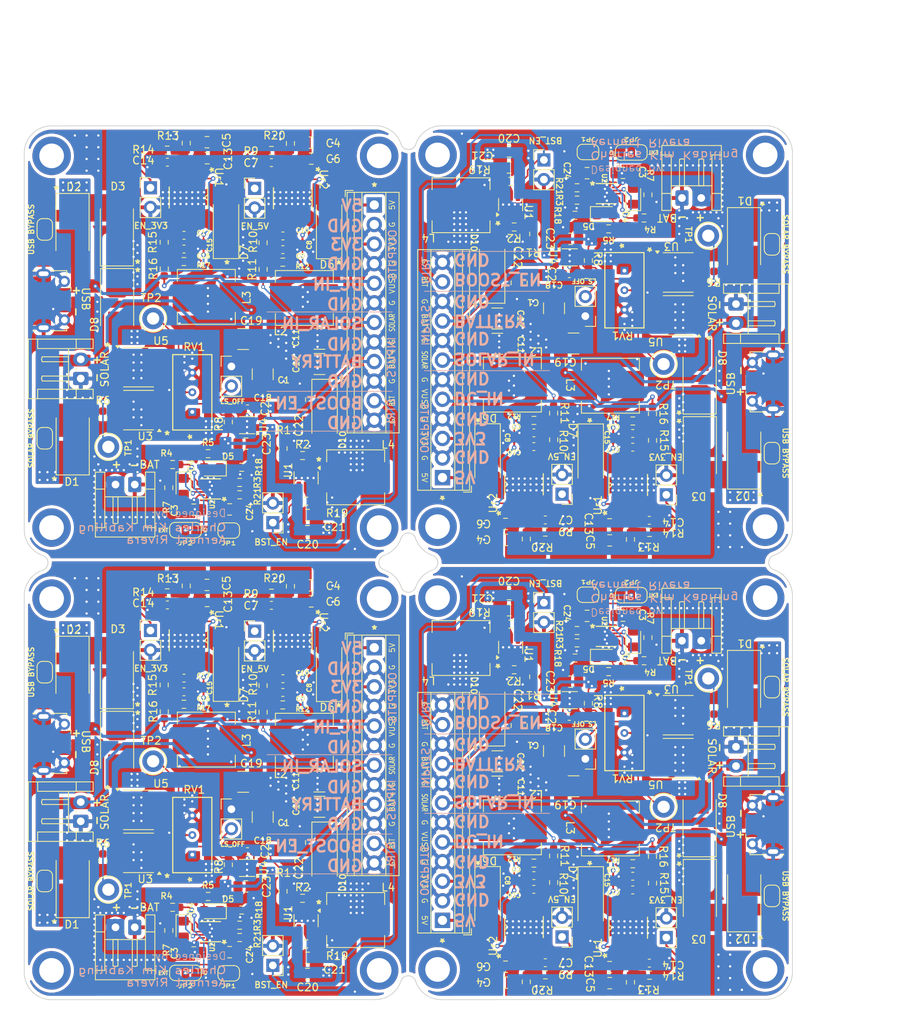
<source format=kicad_pcb>
(kicad_pcb (version 20240108) (generator "pcbnew") (generator_version "8.0")
  (layers (0 "F.Cu" signal) (31 "B.Cu" signal) (34 "B.Paste" user) (35 "F.Paste" user) (36 "B.SilkS" user "B.Silkscreen") (37 "F.SilkS" user "F.Silkscreen") (38 "B.Mask" user) (39 "F.Mask" user) (44 "Edge.Cuts" user))
  (net 0 "")
  (net 1 "Board_0-/PG")
  (net 2 "Board_0-3.3VOUT")
  (net 3 "Board_0-5VOUT")
  (net 4 "Board_0-BATT +")
  (net 5 "Board_0-BOOST_EN")
  (net 6 "Board_0-DC IN")
  (net 7 "Board_0-EXTERNAL_SUP")
  (net 8 "Board_0-GND")
  (net 9 "Board_0-Net-(C16-Pad2)")
  (net 10 "Board_0-Net-(C9-Pad2)")
  (net 11 "Board_0-Net-(D10-A)")
  (net 12 "Board_0-Net-(D10-K)")
  (net 13 "Board_0-Net-(D3-K)")
  (net 14 "Board_0-Net-(D4-A)")
  (net 15 "Board_0-Net-(D4-K)")
  (net 16 "Board_0-Net-(D5-A)")
  (net 17 "Board_0-Net-(D6-K)")
  (net 18 "Board_0-Net-(D7-K)")
  (net 19 "Board_0-Net-(J1-Pin_1)")
  (net 20 "Board_0-Net-(J2-Pin_1)")
  (net 21 "Board_0-Net-(J7-Pin_2)")
  (net 22 "Board_0-Net-(JP1-A)")
  (net 23 "Board_0-Net-(JP1-B)")
  (net 24 "Board_0-Net-(JP2-C)")
  (net 25 "Board_0-Net-(U1-FB)")
  (net 26 "Board_0-Net-(U1-IN)")
  (net 27 "Board_0-Net-(U2-PRETERM)")
  (net 28 "Board_0-Net-(U2-TS)")
  (net 29 "Board_0-Net-(U3A-+)")
  (net 30 "Board_0-Net-(U3A--)")
  (net 31 "Board_0-Net-(U4-CT)")
  (net 32 "Board_0-Net-(Ur1-BOOT)")
  (net 33 "Board_0-Net-(Ur1-COMP)")
  (net 34 "Board_0-Net-(Ur1-SS)")
  (net 35 "Board_0-Net-(Ur1-VSENSE)")
  (net 36 "Board_0-Net-(Ur2-BOOT)")
  (net 37 "Board_0-Net-(Ur2-COMP)")
  (net 38 "Board_0-Net-(Ur2-SS)")
  (net 39 "Board_0-Net-(Ur2-VSENSE)")
  (net 40 "Board_0-SOLAR IN")
  (net 41 "Board_0-unconnected-(J3-D+-Pad3)")
  (net 42 "Board_0-unconnected-(J3-D--Pad2)")
  (net 43 "Board_0-unconnected-(J3-ID-Pad4)")
  (net 44 "Board_0-unconnected-(U1-NC-Pad6)")
  (net 45 "Board_0-unconnected-(U2-NC-Pad6)")
  (net 46 "Board_1-/PG")
  (net 47 "Board_1-3.3VOUT")
  (net 48 "Board_1-5VOUT")
  (net 49 "Board_1-BATT +")
  (net 50 "Board_1-BOOST_EN")
  (net 51 "Board_1-DC IN")
  (net 52 "Board_1-EXTERNAL_SUP")
  (net 53 "Board_1-GND")
  (net 54 "Board_1-Net-(C16-Pad2)")
  (net 55 "Board_1-Net-(C9-Pad2)")
  (net 56 "Board_1-Net-(D10-A)")
  (net 57 "Board_1-Net-(D10-K)")
  (net 58 "Board_1-Net-(D3-K)")
  (net 59 "Board_1-Net-(D4-A)")
  (net 60 "Board_1-Net-(D4-K)")
  (net 61 "Board_1-Net-(D5-A)")
  (net 62 "Board_1-Net-(D6-K)")
  (net 63 "Board_1-Net-(D7-K)")
  (net 64 "Board_1-Net-(J1-Pin_1)")
  (net 65 "Board_1-Net-(J2-Pin_1)")
  (net 66 "Board_1-Net-(J7-Pin_2)")
  (net 67 "Board_1-Net-(JP1-A)")
  (net 68 "Board_1-Net-(JP1-B)")
  (net 69 "Board_1-Net-(JP2-C)")
  (net 70 "Board_1-Net-(U1-FB)")
  (net 71 "Board_1-Net-(U1-IN)")
  (net 72 "Board_1-Net-(U2-PRETERM)")
  (net 73 "Board_1-Net-(U2-TS)")
  (net 74 "Board_1-Net-(U3A-+)")
  (net 75 "Board_1-Net-(U3A--)")
  (net 76 "Board_1-Net-(U4-CT)")
  (net 77 "Board_1-Net-(Ur1-BOOT)")
  (net 78 "Board_1-Net-(Ur1-COMP)")
  (net 79 "Board_1-Net-(Ur1-SS)")
  (net 80 "Board_1-Net-(Ur1-VSENSE)")
  (net 81 "Board_1-Net-(Ur2-BOOT)")
  (net 82 "Board_1-Net-(Ur2-COMP)")
  (net 83 "Board_1-Net-(Ur2-SS)")
  (net 84 "Board_1-Net-(Ur2-VSENSE)")
  (net 85 "Board_1-SOLAR IN")
  (net 86 "Board_1-unconnected-(J3-D+-Pad3)")
  (net 87 "Board_1-unconnected-(J3-D--Pad2)")
  (net 88 "Board_1-unconnected-(J3-ID-Pad4)")
  (net 89 "Board_1-unconnected-(U1-NC-Pad6)")
  (net 90 "Board_1-unconnected-(U2-NC-Pad6)")
  (net 91 "Board_2-/PG")
  (net 92 "Board_2-3.3VOUT")
  (net 93 "Board_2-5VOUT")
  (net 94 "Board_2-BATT +")
  (net 95 "Board_2-BOOST_EN")
  (net 96 "Board_2-DC IN")
  (net 97 "Board_2-EXTERNAL_SUP")
  (net 98 "Board_2-GND")
  (net 99 "Board_2-Net-(C16-Pad2)")
  (net 100 "Board_2-Net-(C9-Pad2)")
  (net 101 "Board_2-Net-(D10-A)")
  (net 102 "Board_2-Net-(D10-K)")
  (net 103 "Board_2-Net-(D3-K)")
  (net 104 "Board_2-Net-(D4-A)")
  (net 105 "Board_2-Net-(D4-K)")
  (net 106 "Board_2-Net-(D5-A)")
  (net 107 "Board_2-Net-(D6-K)")
  (net 108 "Board_2-Net-(D7-K)")
  (net 109 "Board_2-Net-(J1-Pin_1)")
  (net 110 "Board_2-Net-(J2-Pin_1)")
  (net 111 "Board_2-Net-(J7-Pin_2)")
  (net 112 "Board_2-Net-(JP1-A)")
  (net 113 "Board_2-Net-(JP1-B)")
  (net 114 "Board_2-Net-(JP2-C)")
  (net 115 "Board_2-Net-(U1-FB)")
  (net 116 "Board_2-Net-(U1-IN)")
  (net 117 "Board_2-Net-(U2-PRETERM)")
  (net 118 "Board_2-Net-(U2-TS)")
  (net 119 "Board_2-Net-(U3A-+)")
  (net 120 "Board_2-Net-(U3A--)")
  (net 121 "Board_2-Net-(U4-CT)")
  (net 122 "Board_2-Net-(Ur1-BOOT)")
  (net 123 "Board_2-Net-(Ur1-COMP)")
  (net 124 "Board_2-Net-(Ur1-SS)")
  (net 125 "Board_2-Net-(Ur1-VSENSE)")
  (net 126 "Board_2-Net-(Ur2-BOOT)")
  (net 127 "Board_2-Net-(Ur2-COMP)")
  (net 128 "Board_2-Net-(Ur2-SS)")
  (net 129 "Board_2-Net-(Ur2-VSENSE)")
  (net 130 "Board_2-SOLAR IN")
  (net 131 "Board_2-unconnected-(J3-D+-Pad3)")
  (net 132 "Board_2-unconnected-(J3-D--Pad2)")
  (net 133 "Board_2-unconnected-(J3-ID-Pad4)")
  (net 134 "Board_2-unconnected-(U1-NC-Pad6)")
  (net 135 "Board_2-unconnected-(U2-NC-Pad6)")
  (net 136 "Board_3-/PG")
  (net 137 "Board_3-3.3VOUT")
  (net 138 "Board_3-5VOUT")
  (net 139 "Board_3-BATT +")
  (net 140 "Board_3-BOOST_EN")
  (net 141 "Board_3-DC IN")
  (net 142 "Board_3-EXTERNAL_SUP")
  (net 143 "Board_3-GND")
  (net 144 "Board_3-Net-(C16-Pad2)")
  (net 145 "Board_3-Net-(C9-Pad2)")
  (net 146 "Board_3-Net-(D10-A)")
  (net 147 "Board_3-Net-(D10-K)")
  (net 148 "Board_3-Net-(D3-K)")
  (net 149 "Board_3-Net-(D4-A)")
  (net 150 "Board_3-Net-(D4-K)")
  (net 151 "Board_3-Net-(D5-A)")
  (net 152 "Board_3-Net-(D6-K)")
  (net 153 "Board_3-Net-(D7-K)")
  (net 154 "Board_3-Net-(J1-Pin_1)")
  (net 155 "Board_3-Net-(J2-Pin_1)")
  (net 156 "Board_3-Net-(J7-Pin_2)")
  (net 157 "Board_3-Net-(JP1-A)")
  (net 158 "Board_3-Net-(JP1-B)")
  (net 159 "Board_3-Net-(JP2-C)")
  (net 160 "Board_3-Net-(U1-FB)")
  (net 161 "Board_3-Net-(U1-IN)")
  (net 162 "Board_3-Net-(U2-PRETERM)")
  (net 163 "Board_3-Net-(U2-TS)")
  (net 164 "Board_3-Net-(U3A-+)")
  (net 165 "Board_3-Net-(U3A--)")
  (net 166 "Board_3-Net-(U4-CT)")
  (net 167 "Board_3-Net-(Ur1-BOOT)")
  (net 168 "Board_3-Net-(Ur1-COMP)")
  (net 169 "Board_3-Net-(Ur1-SS)")
  (net 170 "Board_3-Net-(Ur1-VSENSE)")
  (net 171 "Board_3-Net-(Ur2-BOOT)")
  (net 172 "Board_3-Net-(Ur2-COMP)")
  (net 173 "Board_3-Net-(Ur2-SS)")
  (net 174 "Board_3-Net-(Ur2-VSENSE)")
  (net 175 "Board_3-SOLAR IN")
  (net 176 "Board_3-unconnected-(J3-D+-Pad3)")
  (net 177 "Board_3-unconnected-(J3-D--Pad2)")
  (net 178 "Board_3-unconnected-(J3-ID-Pad4)")
  (net 179 "Board_3-unconnected-(U1-NC-Pad6)")
  (net 180 "Board_3-unconnected-(U2-NC-Pad6)")
  (footprint "Connector_PinHeader_2.54mm:PinHeader_1x02_P2.54mm_Vertical" (layer "F.Cu") (at 130.906986 128.965018 180)
    (property "Reference" "J5" (hide yes))
    (property "Value" "Conn_01x02_Pin")
  )
  (footprint "Resistor_SMD:R_0603_1608Metric_Pad0.98x0.95mm_HandSolder" (layer "F.Cu") (at 116.806986 92.577518 -90)
    (property "Reference" "R15")
    (property "Value" "60.4K")
  )
  (footprint "Diode_SMD:D_SMB_Handsoldering" (layer "F.Cu") (at 186.303014 110.160038 90)
    (property "Reference" "D8")
    (property "Value" "SS54L")
  )
  (footprint "Diode_SMD:D_SMA_Handsoldering" (layer "F.Cu") (at 137.626986 114.877518 -90)
    (property "Reference" "D10")
    (property "Value" "SS54")
  )
  (footprint "Resistor_SMD:R_0603_1608Metric_Pad0.98x0.95mm_HandSolder" (layer "F.Cu") (at 117.406986 124.437518 -90)
    (property "Reference" "R7")
    (property "Value" "1.5K")
  )
  (footprint "Diode_SMD:D_SMA_Handsoldering" (layer "F.Cu") (at 159.373014 38.532518 90)
    (property "Reference" "D10")
    (property "Value" "SS54")
  )
  (footprint "Resistor_SMD:R_0603_1608Metric_Pad0.98x0.95mm_HandSolder" (layer "F.Cu") (at 119.671986 79.715018 -90)
    (property "Reference" "R13")
    (property "Value" "169K")
  )
  (footprint "Capacitor_SMD:C_0805_2012Metric_Pad1.18x1.45mm_HandSolder" (layer "F.Cu") (at 174.618014 71.735018 180)
    (property "Reference" "C13")
    (property "Value" "22uF")
  )
  (footprint "TerminalBlock:TerminalBlock_Xinya_XY308-2.54-12P_1x12_P2.54mm_Horizontal" (layer "F.Cu") (at 144.072986 87.742018 -90)
    (property "Reference" "J8" (hide yes))
    (property "Value" "PROVISIONAL_PORTS")
  )
  (footprint "Diode_SMD:D_SMB_Handsoldering" (layer "F.Cu") (at 192.068014 35.345018 -90)
    (property "Reference" "D1")
    (property "Value" "SS54L")
  )
  (footprint "Capacitor_SMD:C_0805_2012Metric_Pad1.18x1.45mm_HandSolder" (layer "F.Cu") (at 125.306986 127.250018)
    (property "Reference" "C24")
    (property "Value" "10uF")
  )
  (footprint "MountingHole:MountingHole_3.2mm_M3" (layer "F.Cu") (at 144.707986 81.375018 -90)
    (property "Reference" "H3" (hide yes))
    (property "Value" "MountingHole")
  )
  (footprint "Inductor_SMD:L_Sunlord_MWSA0603S" (layer "F.Cu") (at 141.661986 123.085018 180)
    (property "Reference" "L4")
    (property "Value" "5.6uH")
  )
  (footprint "Resistor_SMD:R_0603_1608Metric_Pad0.98x0.95mm_HandSolder" (layer "F.Cu") (at 180.183014 57.382518 -90)
    (property "Reference" "R16")
    (property "Value" "10.2K")
  )
  (footprint "Capacitor_SMD:C_0805_2012Metric_Pad1.18x1.45mm_HandSolder" (layer "F.Cu") (at 176.353014 26.125018 180)
    (property "Reference" "C3")
    (property "Value" "10uF")
  )
  (footprint "Resistor_SMD:R_0603_1608Metric_Pad0.98x0.95mm_HandSolder" (layer "F.Cu") (at 166.278014 130.190038)
    (property "Reference" "R9")
    (property "Value" "44.2K")
  )
  (footprint "Diode_SMD:D_SMA_Handsoldering" (layer "F.Cu") (at 138.216986 32.759998 90)
    (property "Reference" "D6")
    (property "Value" "B340")
  )
  (footprint "Capacitor_SMD:C_0201_0603Metric_Pad0.64x0.40mm_HandSolder" (layer "F.Cu") (at 162.243014 60.465018 90)
    (property "Reference" "C8")
    (property "Value" "100nF")
  )
  (footprint "Resistor_SMD:R_0603_1608Metric_Pad0.98x0.95mm_HandSolder" (layer "F.Cu") (at 133.191986 22.309998 -90)
    (property "Reference" "R20")
    (property "Value" "169K")
  )
  (footprint "Diode_SMD:D_SMB_Handsoldering" (layer "F.Cu") (at 186.333014 119.922538 -90)
    (property "Reference" "D3")
    (property "Value" "SS54L")
  )
  (footprint "Capacitor_SMD:C_1210_3225Metric_Pad1.33x2.70mm_HandSolder" (layer "F.Cu") (at 129.594986 52.257998 90)
    (property "Reference" "C18")
    (property "Value" "47uF")
  )
  (footprint "TestPoint:TestPoint_Keystone_5005-5009_Compact" (layer "F.Cu") (at 109.566986 61.679998 -90)
    (property "Reference" "TP1")
    (property "Value" "TP_Vref")
  )
  (footprint "3296W:3296W-1-103_BRN" (layer "F.Cu") (at 120.456986 114.595018 90)
    (property "Reference" "RV1")
    (property "Value" "R_Potentiometer_Small")
  )
  (footprint "Capacitor_SMD:C_0805_2012Metric_Pad1.18x1.45mm_HandSolder" (layer "F.Cu") (at 164.659014 97.877538 -90)
    (property "Reference" "C1")
    (property "Value" "22uF")
  )
  (footprint "Capacitor_SMD:C_1210_3225Metric_Pad1.33x2.70mm_HandSolder" (layer "F.Cu") (at 160.043014 45.025018 180)
    (property "Reference" "C12")
    (property "Value" "47uF")
  )
  (footprint "MountingHole:MountingHole_3.2mm_M3" (layer "F.Cu") (at 152.292014 81.252338 90)
    (property "Reference" "H2" (hide yes))
    (property "Value" "MountingHole")
  )
  (footprint "Diode_SMD:D_SMA_Handsoldering" (layer "F.Cu") (at 159.373014 95.987538 90)
    (property "Reference" "D10")
    (property "Value" "SS54")
  )
  (footprint "Capacitor_SMD:C_0603_1608Metric_Pad1.08x0.95mm_HandSolder" (layer "F.Cu") (at 164.783014 119.100038)
    (property "Reference" "C10")
    (property "Value" "10pF")
  )
  (footprint "MountingHole:MountingHole_3.2mm_M3" (layer "F.Cu") (at 102.186986 72.157698 -90)
    (property "Reference" "H1" (hide yes))
    (property "Value" "MountingHole")
  )
  (footprint "Capacitor_SMD:C_1210_3225Metric_Pad1.33x2.70mm_HandSolder" (layer "F.Cu") (at 160.043014 48.305018 180)
    (property "Reference" "C11")
    (property "Value" "47uF")
  )
  (footprint "Resistor_SMD:R_0603_1608Metric_Pad0.98x0.95mm_HandSolder" (layer "F.Cu") (at 126.866986 121.780018 180)
    (property "Reference" "R18")
    (property "Value" "1K")
  )
  (footprint "Resistor_SMD:R_0603_1608Metric_Pad0.98x0.95mm_HandSolder" (layer "F.Cu") (at 179.798014 130.240038)
    (property "Reference" "R14")
    (property "Value" "63.4K")
  )
  (footprint "Capacitor_SMD:C_0805_2012Metric_Pad1.18x1.45mm_HandSolder" (layer "F.Cu") (at 161.106314 129.136338 180)
    (property "Reference" "C6")
    (property "Value" "22uF")
  )
  (footprint "Capacitor_SMD:C_0603_1608Metric_Pad1.08x0.95mm_HandSolder" (layer "F.Cu") (at 179.778014 128.670038)
    (property "Reference" "C14")
    (property "Value" "8.2nF")
  )
  (footprint "Resistor_SMD:R_0603_1608Metric_Pad0.98x0.95mm_HandSolder" (layer "F.Cu") (at 119.366986 37.632498)
    (property "Reference" "R17")
    (property "Value" "3.24K")
  )
  (footprint "Capacitor_SMD:C_0805_2012Metric_Pad1.18x1.45mm_HandSolder" (layer "F.Cu") (at 134.420986 55.559998 90)
    (property "Reference" "C22")
    (property "Value" "22uF")
  )
  (footprint "Capacitor_SMD:C_0805_2012Metric_Pad1.18x1.45mm_HandSolder" (layer "F.Cu") (at 135.893686 24.273698)
    (property "Reference" "C6")
    (property "Value" "22uF")
  )
  (footprint "Resistor_SMD:R_0603_1608Metric_Pad0.98x0.95mm_HandSolder" (layer "F.Cu") (at 126.866986 64.324998 180)
    (property "Reference" "R18")
    (property "Value" "1K")
  )
  (footprint "Resistor_SMD:R_0603_1608Metric_Pad0.98x0.95mm_HandSolder" (layer "F.Cu") (at 170.133014 31.630018)
    (property "Reference" "R18")
    (property "Value" "1K")
  )
  (footprint "MountingHole:MountingHole_3.2mm_M3" (layer "F.Cu") (at 102.186986 129.612718 -90)
    (property "Reference" "H1" (hide yes))
    (property "Value" "MountingHole")
  )
  (footprint "Resistor_SMD:R_0603_1608Metric_Pad0.98x0.95mm_HandSolder" (layer "F.Cu") (at 134.768486 62.807498)
    (property "Reference" "R2")
    (property "Value" "7.5K")
  )
  (footprint "Connector_JST:JST_EH_S2B-EH_1x02_P2.50mm_Horizontal" (layer "F.Cu") (at 191.023014 100.600038 -90)
    (property "Reference" "J4" (hide yes))
    (property "Value" "Conn_01x02_Socket")
  )
  (footprint "Capacitor_SMD:C_0603_1608Metric_Pad1.08x0.95mm_HandSolder" (layer "F.Cu") (at 132.216986 34.309998 180)
    (property "Reference" "C10")
    (property "Value" "10pF")
  )
  (footprint "Capacitor_SMD:C_0603_1608Metric_Pad1.08x0.95mm_HandSolder" (layer "F.Cu") (at 119.374486 36.012498 180)
    (property "Reference" "C16")
    (property "Value" "1nF")
  )
  (footprint "MountingHole:MountingHole_3.2mm_M3" (layer "F.Cu") (at 102.196986 81.375018 -90)
    (property "Reference" "H4" (hide yes))
    (property "Value" "MountingHole")
  )
  (footprint "Resistor_SMD:R_0603_1608Metric_Pad0.98x0.95mm_HandSolder" (layer "F.Cu") (at 163.808014 131.100038 90)
    (property "Reference" "R20")
    (property "Value" "169K")
  )
  (footprint "Capacitor_SMD:C_0805_2012Metric_Pad1.18x1.45mm_HandSolder" (layer "F.Cu") (at 135.416986 127.985018 180)
    (property "Reference" "C21")
    (property "Value" "22uF")
  )
  (footprint "Capacitor_SMD:C_0805_2012Metric_Pad1.18x1.45mm_HandSolder" (layer "F.Cu") (at 162.579014 40.395018 -90)
    (property "Reference" "C22")
    (property "Value" "22uF")
  )
  (footprint "Capacitor_SMD:C_0805_2012Metric_Pad1.18x1.45mm_HandSolder" (layer "F.Cu") (at 132.340986 55.532498 90)
    (property "Reference" "C1")
    (property "Value" "22uF")
  )
  (footprint "Inductor_SMD:L_Sunlord_MWSA0603S" (layer "F.Cu") (at 162.000514 53.597518 180)
    (property "Reference" "L2")
    (property "Value" "5.6uH")
  )
  (footprint "Capacitor_SMD:C_0805_2012Metric_Pad1.18x1.45mm_HandSolder" (layer "F.Cu") (at 161.120514 131.210038 180)
    (property "Reference" "C4")
    (property "Value" "22uF")
  )
  (footprint "Capacitor_SMD:C_0603_1608Metric_Pad1.08x0.95mm_HandSolder" (layer "F.Cu") (at 177.623014 119.177538)
    (property "Reference" "C17")
    (property "Value" "10pF")
  )
  (footprint "Capacitor_SMD:C_0805_2012Metric_Pad1.18x1.45mm_HandSolder" (layer "F.Cu") (at 125.306986 69.794998)
    (property "Reference" "C24")
    (property "Value" "10uF")
  )
  (footprint "Diode_SMD:D_SMB_Handsoldering" (layer "F.Cu") (at 110.696986 100.705018 -90)
    (property "Reference" "D8")
    (property "Value" "SS54L")
  )
  (footprint "Inductor_SMD:L_Sunlord_MWSA0603S" (layer "F.Cu") (at 134.999486 42.357498)
    (property "Reference" "L2")
    (property "Value" "5.6uH")
  )
  (footprint "Connector_PinHeader_2.54mm:PinHeader_1x02_P2.54mm_Vertical" (layer "F.Cu") (at 166.093014 81.900038)
    (property "Reference" "J5" (hide yes))
    (property "Value" "Conn_01x02_Pin")
  )
  (footprint "Capacitor_SMD:C_0603_1608Metric_Pad1.08x0.95mm_HandSolder" (layer "F.Cu") (at 119.376986 34.232498 180)
    (property "Reference" "C17")
    (property "Value" "10pF")
  )
  (footprint "Diode_SMD:D_SMB_Handsoldering" (layer "F.Cu") (at 186.303014 52.705018 90)
    (property "Reference" "D8")
    (property "Value" "SS54L")
  )
  (footprint "Diode_SMD:D_SMA_Handsoldering" (layer "F.Cu") (at 158.783014 120.650038 -90)
    (property "Reference" "D6")
    (property "Value" "B340")
  )
  (footprint "MountingHole:MountingHole_3.2mm_M3" (layer "F.Cu") (at 194.803014 129.490038 90)
    (property "Reference" "H4" (hide yes))
    (property "Value" "MountingHole")
  )
  (footprint "InnovationCentral:TPS54331" (layer "F.Cu") (at 163.508014 123.990038 90)
    (property "Reference" "Ur2")
    (property "Value" "TPS54331DR")
  )
  (footprint "Resistor_SMD:R_0603_1608Metric_Pad0.98x0.95mm_HandSolder" (layer "F.Cu") (at 108.836986 115.412518 -90)
    (property "Reference" "R6")
    (property "Value" "10K")
  )
  (footprint "Connector_JST:JST_EH_S2B-EH_1x02_P2.50mm_Horizontal" (layer "F.Cu") (at 112.986986 124.025018 180)
    (property "Reference" "J6" (hide yes))
    (property "Value" "Conn_01x02_Socket")
  )
  (footprint "Jumper:SolderJumper-2_P1.3mm_Open_RoundedPad1.0x1.5mm" (layer "F.Cu") (at 195.693014 62.495018 90)
    (property "Reference" "JP4" (hide yes))
    (property "Value" "SolderJumper_2_Open")
  )
  (footprint "Package_SO:SOIC-8_3.9x4.9mm_P1.27mm" (layer "F.Cu") (at 113.476986 56.909998 180)
    (property "Reference" "U3")
    (property "Value" "LM2903")
  )
  (footprint "TestPoint:TestPoint_Keystone_5005-5009_Compact" (layer "F.Cu") (at 187.433014 34.275018 90)
    (property "Reference" "TP1")
    (property "Value" "TP_Vref")
  )
  (footprint "LED_SMD:LED_0805_2012Metric_Pad1.15x1.40mm_HandSolder" (layer "F.Cu") (at 177.693014 29.160018 90)
    (property "Reference" "D4")
    (property "Value" "CHG")
  )
  (footprint "Inductor_SMD:L_Sunlord_MWSA0603S" (layer "F.Cu") (at 122.276986 99.665018)
    (property "Reference" "L3")
    (property "Value" "5.6uH")
  )
  (footprint "Inductor_SMD:L_Sunlord_MWSA0603S" (layer "F.Cu") (at 174.723014 53.745018 180)
    (property "Reference" "L3")
    (property "Value" "5.6uH")
  )
  (footprint "Resistor_SMD:R_0603_1608Metric_Pad0.98x0.95mm_HandSolder" (layer "F.Cu") (at 135.206986 126.175018 180)
    (property "Reference" "R19")
    (property "Value" "10K")
  )
  (footprint "Diode_SMD:D_SMA_Handsoldering" (layer "F.Cu") (at 172.168014 120.672538 -90)
    (property "Reference" "D7")
    (property "Value" "B340")
  )
  (footprint "Capacitor_SMD:C_0805_2012Metric_Pad1.18x1.45mm_HandSolder" (layer "F.Cu") (at 162.579014 97.850038 -90)
    (property "Reference" "C22")
    (property "Value" "22uF")
  )
  (footprint "Capacitor_SMD:C_0201_0603Metric_Pad0.64x0.40mm_HandSolder" (layer "F.Cu") (at 175.083014 117.997538 90)
    (property "Reference" "C15")
    (property "Value" "100nF")
  )
  (footprint "Resistor_SMD:R_0603_1608Metric_Pad0.98x0.95mm_HandSolder" (layer "F.Cu") (at 167.353014 114.760038 -90)
    (property "Reference" "R11")
    (property "Value" "10.2K")
  )
  (footprint "Jumper:SolderJumper-2_P1.3mm_Open_RoundedPad1.0x1.5mm" (layer "F.Cu") (at 101.306986 33.459998 -90)
    (property "Reference" "JP4" (hide yes))
    (property "Value" "SolderJumper_2_Open")
  )
  (footprint "Capacitor_SMD:C_0805_2012Metric_Pad1.18x1.45mm_HandSolder" (layer "F.Cu") (at 135.409486 130.075018 180)
    (property "Reference" "C20")
    (property "Value" "22uF")
  )
  (footprint "Package_SO:SOIC-8_3.9x4.9mm_P1.27mm" (layer "F.Cu") (at 183.528014 44.620018 180)
    (property "Reference" "U5")
    (property "Value" "LM285D-1.2")
  )
  (footprint "Capacitor_SMD:C_1210_3225Metric_Pad1.33x2.70mm_HandSolder" (layer "F.Cu") (at 169.945014 105.724038 180)
    (property "Reference" "C19")
    (property "Value" "47uF")
  )
  (footprint "Capacitor_SMD:C_1210_3225Metric_Pad1.33x2.70mm_HandSolder" (layer "F.Cu") (at 136.956986 108.385018)
    (property "Reference" "C12")
    (property "Value" "47uF")
  )
  (footprint "InnovationCentral:TPS54331" (layer "F.Cu") (at 119.961986 86.785018 -90)
    (property "Reference" "Ur1")
    (property "Value" "TPS54331DR")
  )
  (footprint "Inductor_SMD:L_Sunlord_MWSA0603S" (layer "F.Cu") (at 122.276986 42.209998)
    (property "Reference" "L3")
    (property "Value" "5.6uH")
  )
  (footprint "3296W:3296W-1-103_BRN" (layer "F.Cu") (at 120.456986 57.139998 90)
    (property "Reference" "RV1")
    (property "Value" "R_Potentiometer_Small")
  )
  (footprint "Connector_PinHeader_2.54mm:PinHeader_1x02_P2.54mm_Vertical" (layer "F.Cu") (at 125.530986 108.697018)
    (property "Reference" "J7" (hide yes))
    (property "Value" "Conn_01x02_Pin")
  )
  (footprint "Capacitor_SMD:C_0603_1608Metric_Pad1.08x0.95mm_HandSolder" (layer "F.Cu") (at 130.721986 82.245018 180)
    (property "Reference" "C7")
    (property "Value" "8.2nF")
  )
  (footprint "Diode_SMD:D_SMB_Handsoldering" (layer "F.Cu") (at 104.931986 118.065018 90)
    (property "Reference" "D1")
    (property "Value" "SS54L")
  )
  (footprint "Resistor_SMD:R_0603_1608Metric_Pad0.98x0.95mm_HandSolder" (layer "F.Cu") (at 167.360514 60.755018 90)
    (property "Reference" "R10")
    (property "Value" "60.4K")
  )
  (footprint "Capacitor_SMD:C_0603_1608Metric_Pad1.08x0.95mm_HandSolder" (layer "F.Cu") (at 177.623014 61.722518)
    (property "Reference" "C17")
    (property "Value" "10pF")
  )
  (footprint "Capacitor_SMD:C_0603_1608Metric_Pad1.08x0.95mm_HandSolder" (layer "F.Cu") (at 164.790514 117.320038)
    (property "Reference" "C9")
    (property "Value" "1nF")
  )
  (footprint "Capacitor_SMD:C_0201_0603Metric_Pad0.64x0.40mm_HandSolder" (layer "F.Cu") (at 121.916986 35.412498 -90)
    (property "Reference" "C15")
    (property "Value" "100nF")
  )
  (footprint "Connector_JST:JST_EH_S2B-EH_1x02_P2.50mm_Horizontal" (layer "F.Cu") (at 105.976986 110.265018 90)
    (property "Reference" "J4" (hide yes))
    (property "Value" "Conn_01x02_Socket")
  )
  (footprint "Resistor_SMD:R_0603_1608Metric_Pad0.98x0.95mm_HandSolder" (layer "F.Cu") (at 126.606986 67.894998)
    (property "Reference" "R21")
    (property "Value" "1K")
  )
  (footprint "Diode_SMD:D_SMA_Handsoldering" (layer "F.Cu") (at 172.168014 63.217518 -90)
    (property "Reference" "D7")
    (property "Value" "B340")
  )
  (footprint "TestPoint:TestPoint_Keystone_5005-5009_Compact" (layer "F.Cu") (at 181.629014 108.391038 90)
    (property "Reference" "TP2")
    (property "Value" "TP_Vcomp")
  )
  (footprint "Capacitor_SMD:C_0805_2012Metric_Pad1.18x1.45mm_HandSolder" (layer "F.Cu") (at 122.361986 22.139998)
    (property "Reference" "C5")
    (property "Value" "22uF")
  )
  (footprint "Diode_SMD:D_SMB_Handsoldering" (layer "F.Cu") (at 192.093014 62.445018 90)
    (property "Reference" "D2")
    (property "Value" "SS54L")
  )
  (footprint "Jumper:SolderJumper-3_P1.3mm_Open_RoundedPad1.0x1.5mm" (layer "F.Cu") (at 119.566986 129.935018)
    (property "Reference" "JP2")
    (property "Value" "SolderJumper_3_Open")
  )
  (footprint "Capacitor_SMD:C_0603_1608Metric_Pad1.08x0.95mm_HandSolder" (layer "F.Cu") (at 169.384514 39.200518 180)
    (property "Reference" "C2")
    (property "Value" "1nF")
  )
  (footprint "Resistor_SMD:R_0603_1608Metric_Pad0.98x0.95mm_HandSolder" (layer "F.Cu") (at 119.366986 95.087518)
    (property "Reference" "R17")
    (property "Value" "3.24K")
  )
  (footprint "Jumper:SolderJumper-2_P1.3mm_Open_RoundedPad1.0x1.5mm" (layer "F.Cu") (at 101.306986 118.015018 90)
    (property "Reference" "JP3" (hide yes))
    (property "Value" "SolderJumper_2_Open")
  )
  (footprint "Capacitor_SMD:C_0603_1608Metric_Pad1.08x0.95mm_HandSolder" (layer "F.Cu") (at 117.221986 82.195018 180)
    (property "Reference" "C14")
    (property "Value" "8.2nF")
  )
  (footprint "BQ24040DSQR:DSQ10_P9X1P5" (layer "F.Cu") (at 122.814486 124.590017 180)
    (property "Reference" "U2")
    (property "Value" "BQ24040DSQR")
  )
  (footprint "Connector_PinHeader_2.54mm:PinHeader_1x02_P2.54mm_Vertical" (layer "F.Cu") (at 130.906986 71.509998 180)
    (property "Reference" "J5" (hide yes))
    (property "Value" "Conn_01x02_Pin")
  )
  (footprint "Capacitor_SMD:C_0603_1608Metric_Pad1.08x0.95mm_HandSolder" (layer "F.Cu") (at 166.278014 71.165018)
    (property "Reference" "C7")
    (property "Value" "8.2nF")
  )
  (footprint "Capacitor_SMD:C_0805_2012Metric_Pad1.18x1.45mm_HandSolder" (layer "F.Cu") (at 169.574514 92.145538 180)
    (property "Reference" "C23")
    (property "Value" "10uF")
  )
  (footprint "Resistor_SMD:R_0603_1608Metric_Pad0.98x0.95mm_HandSolder" (layer "F.Cu") (at 174.493014 33.39002 180)
    (property "Reference" "R5")
    (property "Value" "1.5K")
  )
  (footprint "MountingHole:MountingHole_3.2mm_M3" (layer "F.Cu") (at 194.813014 81.252338 90)
    (property "Reference" "H1" (hide yes))
    (property "Value" "MountingHole")
  )
  (footprint "Package_SO:SOIC-8_3.9x4.9mm_P1.27mm" (layer "F.Cu") (at 113.476986 114.365018 180)
    (property "Reference" "U3")
    (property "Value" "LM2903")
  )
  (footprint "Capacitor_SMD:C_0805_2012Metric_Pad1.18x1.45mm_HandSolder" (layer "F.Cu") (at 174.638014 73.815018 180)
    (property "Reference" "C5")
    (property "Value" "22uF")
  )
  (footprint "Resistor_SMD:R_0603_1608Metric_Pad0.98x0.95mm_HandSolder" (layer "F.Cu") (at 132.228486 119.350018 -90)
    (property "Reference" "R1")
    (property "Value" "100K")
  )
  (footprint "Resistor_SMD:R_0603_1608Metric_Pad0.98x0.95mm_HandSolder" (layer "F.Cu") (at 167.360514 118.210038 90)
    (property "Reference" "R10")
    (property "Value" "60.4K")
  )
  (footprint "Capacitor_SMD:C_1210_3225Metric_Pad1.33x2.70mm_HandSolder" (layer "F.Cu") (at 129.594986 109.713018 90)
    (property "Reference" "C18")
    (property "Value" "47uF")
  )
  (footprint "Jumper:SolderJumper-2_P1.3mm_Open_RoundedPad1.0x1.5mm" (layer "F.Cu") (at 171.813014 23.415018 180)
    (property "Reference" "JP1")
    (property "Value" "SolderJumper_2_Open")
  )
  (footprint "Capacitor_SMD:C_0805_2012Metric_Pad1.18x1.45mm_HandSolder" (layer "F.Cu") (at 120.646986 127.285018)
    (property "Reference" "C3")
    (property "Value" "10uF")
  )
  (footprint "Connector_PinHeader_2.54mm:PinHeader_1x02_P2.54mm_Vertical" (layer "F.Cu") (at 125.530986 51.241998)
    (property "Reference" "J7" (hide yes))
    (property "Value" "Conn_01x02_Pin")
  )
  (footprint "Connector_PinHeader_2.54mm:PinHeader_1x02_P2.54mm_Vertical" (layer "F.Cu") (at 115.021986 28.054998)
    (property "Reference" "J1" (hide yes))
    (property "Value" "Conn_01x02_Pin")
  )
  (footprint "Capacitor_SMD:C_0603_1608Metric_Pad1.08x0.95mm_HandSolder" (layer "F.Cu") (at 177.625514 117.397538)
    (property "Reference" "C16")
    (property "Value" "1nF")
  )
  (footprint "Package_SO:SOIC-8_3.9x4.9mm_P1.27mm" (layer "F.Cu") (at 183.523014 39.045018)
    (property "Reference" "U3")
    (property "Value" "LM2903")
  )
  (footprint "Capacitor_SMD:C_0603_1608Metric_Pad1.08x0.95mm_HandSolder" (layer "F.Cu") (at 166.278014 128.620038)
    (property "Reference" "C7")
    (property "Value" "8.2nF")
  )
  (footprint "Resistor_SMD:R_0603_1608Metric_Pad0.98x0.95mm_HandSolder" (layer "F.Cu") (at 180.193014 60.832518 90)
    (property "Reference" "R15")
    (property "Value" "60.4K")
  )
  (footprint "Connector_PinHeader_2.54mm:PinHeader_1x02_P2.54mm_Vertical" (layer "F.Cu") (at 181.978014 67.900018 180)
    (property "Reference" "J1" (hide yes))
    (property "Value" "Conn_01x02_Pin")
  )
  (footprint "Package_SON:WSON-6-1EP_2x2mm_P0.65mm_EP1x1.6mm" (layer "F.Cu") (at 127.562986 116.317018 180)
    (property "Reference" "U4")
    (property "Value" "TPS22810DRV")
  )
  (footprint "Connector_PinHeader_2.54mm:PinHeader_1x02_P2.54mm_Vertical" (layer "F.Cu") (at 171.469014 44.713018 180)
    (property "Reference" "J7" (hide yes))
    (property "Value" "Conn_01x02_Pin")
  )
  (footprint "MountingHole:MountingHole_3.2mm_M3" (layer "F.Cu") (at 144.707986 23.919998 -90)
    (property "Reference" "H3" (hide yes))
    (property "Value" "MountingHole")
  )
  (footprint "Resistor_SMD:R_0603_1608Metric_Pad0.98x0.95mm_HandSolder" (layer "F.Cu") (at 130.721986 80.675018 180)
    (property "Reference" "R9")
    (property "Value" "44.2K")
  )
  (footprint "Package_TO_SOT_SMD:SOT-23-6" (layer "F.Cu") (at 161.773014 87.702538 90)
    (property "Reference" "U1")
    (property "Value" "MT3608")
  )
  (footprint "Resistor_SMD:R_0603_1608Metric_Pad0.98x0.95mm_HandSolder" (layer "F.Cu") (at 129.639486 35.199998 -90)
    (property "Reference" "R10")
    (property "Value" "60.4K")
  )
  (footprint "Package_SO:SOIC-8_3.9x4.9mm_P1.27mm" (layer "F.Cu") (at 183.523014 96.500038)
    (property "Reference" "U3")
    (property "Value" "LM2903")
  )
  (footprint "Capacitor_SMD:C_0805_2012Metric_Pad1.18x1.45mm_HandSolder" (layer "F.Cu") (at 174.618014 129.190038 180)
    (property "Reference" "C13")
    (property "Value" "22uF")
  )
  (footprint "Resistor_SMD:R_0603_1608Metric_Pad0.98x0.95mm_HandSolder" (layer "F.Cu") (at 122.506986 62.564996)
    (property "Reference" "R5")
    (property "Value" "1.5K")
  )
  (footprint "Jumper:SolderJumper-2_P1.3mm_Open_RoundedPad1.0x1.5mm" (layer "F.Cu") (at 101.306986 90.915018 -90)
    (property "Reference" "JP4" (hide yes))
    (property "Value" "SolderJumper_2_Open")
  )
  (footprint "MountingHole:MountingHole_3.2mm_M3" (layer "F.Cu") (at 152.292014 23.797318 90)
    (property "Reference" "H2" (hide yes))
    (property "Value" "MountingHole")
  )
  (footprint "Resistor_SMD:R_0603_1608Metric_Pad0.98x0.95mm_HandSolder" (layer "F.Cu") (at 132.199486 95.167518)
    (property "Reference" "R12")
    (property "Value" "1.96K")
  )
  (footprint "Capacitor_SMD:C_1210_3225Metric_Pad1.33x2.70mm_HandSolder" (layer "F.Cu") (at 167.405014 43.697018 -90)
    (property "Reference" "C18")
    (property "Value" "47uF")
  )
  (footprint "Capacitor_SMD:C_0201_0603Metric_Pad0.64x0.40mm_HandSolder" (layer "F.Cu") (at 134.756986 92.945018 -90)
    (property "Reference" "C8")
    (property "Value" "100nF")
  )
  (footprint "Capacitor_SMD:C_0603_1608Metric_Pad1.08x0.95mm_HandSolder" (layer "F.Cu") (at 164.790514 59.865018)
    (property "Reference" "C9")
    (property "Value" "1nF")
  )
  (footprint "Diode_SMD:D_SMB_Handsoldering" (layer "F.Cu") (at 192.068014 92.800038 -90)
    (property "Reference" "D1")
    (property "Value" "SS54L")
  )
  (footprint "Jumper:SolderJumper-2_P1.3mm_Open_RoundedPad1.0x1.5mm" (layer "F.Cu") (at 171.813014 80.870038 180)
    (property "Reference" "JP1")
    (property "Value" "SolderJumper_2_Open")
  )
  (footprint "Capacitor_SMD:C_0201_0603Metric_Pad0.64x0.40mm_HandSolder" (layer "F.Cu") (at 175.083014 60.542518 90)
    (property "Reference" "C15")
    (property "Value" "100nF")
  )
  (footprint "Resistor_SMD:R_0603_1608Metric_Pad0.98x0.95mm_HandSolder" (layer "F.Cu") (at 177.328014 73.695018 90)
    (property "Reference" "R13")
    (property "Value" "169K")
  )
  (footprint "Connector_JST:JST_EH_S2B-EH_1x02_P2.50mm_Horizontal" (layer "F.Cu") (at 105.976986 52.809998 90)
    (property "Reference" "J4" (hide yes))
    (property "Value" "Conn_01x02_Socket")
  )
  (footprint "Resistor_SMD:R_0603_1608Metric_Pad0.98x0.95mm_HandSolder" (layer "F.Cu") (at 129.646986 38.649998 90)
    (property "Reference" "R11")
    (property "Value" "10.2K")
  )
  (footprint "Capacitor_SMD:C_1210_3225Metric_Pad1.33x2.70mm_HandSolder" (layer "F.Cu") (at 127.054986 47.685998)
    (property "Reference" "C19")
    (property "Value" "47uF")
  )
  (footprint "Resistor_SMD:R_0603_1608Metric_Pad0.98x0.95mm_HandSolder" (layer "F.Cu") (at 179.593014 86.427538 90)
    (property "Reference" "R7")
    (property "Value" "1.5K")
  )
  (footprint "Capacitor_SMD:C_0603_1608Metric_Pad1.08x0.95mm_HandSolder" (layer "F.Cu") (at 179.778014 71.215018)
    (property "Reference" "C14")
    (property "Value" "8.2nF")
  )
  (footprint "Package_TO_SOT_SMD:SOT-23-6" (layer "F.Cu") (at 135.226986 123.162518 -90)
    (property "Reference" "U1")
    (property "Value" "MT3608")
  )
  (footprint "Package_SON:WSON-6-1EP_2x2mm_P0.65mm_EP1x1.6mm" (layer "F.Cu") (at 169.437014 94.548038)
    (property "Reference" "U4")
    (property "Value" "TPS22810DRV")
  )
  (footprint "Resistor_SMD:R_0603_1608Metric_Pad0.98x0.95mm_HandSolder" (layer "F.Cu") (at 180.193014 118.287538 90)
    (property "Reference" "R15")
    (property "Value" "60.4K")
  )
  (footprint "Resistor_SMD:R_0603_1608Metric_Pad0.98x0.95mm_HandSolder" (layer "F.Cu") (at 117.906986 121.430018 180)
    (property "Reference" "R4")
    (property "Value" "10K")
  )
  (footprint "Resistor_SMD:R_0603_1608Metric_Pad0.98x0.95mm_HandSolder" (layer "F.Cu") (at 117.406986 66.982498 -90)
    (property "Reference" "R7")
    (property "Value" "1.5K")
  )
  (footprint "Capacitor_SMD:C_0805_2012Metric_Pad1.18x1.45mm_HandSolder" (layer "F.Cu") (at 135.879486 79.655018)
    (property "Reference" "C4")
    (property "Value" "22uF")
  )
  (footprint "Connector_USB:USB_Micro-B_Molex-105017-0001" (layer "F.Cu") (at 102.394486 42.709998 -90)
    (property "Reference" "J3" (hide yes))
    (property "Value" "USB_B_Micro")
  )
  (footprint "Inductor_SMD:L_Sunlord_MWSA0603S" (layer "F.Cu") (at 162.000514 111.052538 180)
    (property "Reference" "L2")
    (property "Value" "5.6uH")
  )
  (footprint "3296W:3296W-1-103_BRN" (layer "F.Cu") (at 176.543014 96.270038 -90)
    (property "Reference" "RV1")
    (property "Value" "R_Potentiometer_Small")
  )
  (footprint "MountingHole:MountingHole_3.2mm_M3" (layer "F.Cu") (at 194.813014 23.797318 90)
    (property "Reference" "H1" (hide yes))
    (property "Value" "MountingHole")
  )
  (footprint "Resistor_SMD:R_0603_1608Metric_Pad0.98x0.95mm_HandSolder" (layer "F.Cu") (at 108.836986 57.957498 -90)
    (property "Reference" "R6")
    (property "Value" "10K")
  )
  (footprint "Capacitor_SMD:C_0805_2012Metric_Pad1.18x1.45mm_HandSolder" (layer "F.Cu") (at 122.361986 79.595018)
    (property "Reference" "C5")
    (property "Value" "22uF")
  )
  (footprint "Connector_PinHeader_2.54mm:PinHeader_1x02_P2.54mm_Vertical" (layer "F.Cu") (at 181.978014 125.355038 180)
    (property "Reference" "J1" (hide yes))
    (property "Value" "Conn_01x02_Pin")
  )
  (footprint "TestPoint:TestPoint_Keystone_5005-5009_Compact" (layer "F.Cu") (at 187.433014 91.730038 90)
    (property "Reference" "TP1")
    (property "Value" "TP_Vref")
  )
  (footprint "Capacitor_SMD:C_0805_2012Metric_Pad1.18x1.45mm_HandSolder" (layer "F.Cu") (at 127.425486 61.264498)
    (property "Reference" "C23")
    (property "Value" "10uF")
  )
  (footprint "Capacitor_SMD:C_1210_3225Metric_Pad1.33x2.70mm_HandSolder" (layer "F.Cu") (at 136.956986 50.929998)
    (property "Reference" "C12")
    (property "Value" "47uF")
  )
  (footprint "Resistor_SMD:R_0603_1608Metric_Pad0.98x0.95mm_HandSolder" (layer "F.Cu") (at 188.163014 95.452538 90)
    (property "Reference" "R6")
    (property "Value" "10K")
  )
  (footprint "Capacitor_SMD:C_0603_1608Metric_Pad1.08x0.95mm_HandSolder" (layer "F.Cu") (at 132.216986 91.765018 180)
    (property "Reference" "C10")
    (property "Value" "10pF")
  )
  (footprint "Diode_SMD:D_SMB_Handsoldering" (layer "F.Cu") (at 110.666986 33.487498 90)
    (property "Reference" "D3")
    (property "Value" "SS54L")
  )
  (footprint "LED_SMD:LED_0805_2012Metric_Pad1.15x1.40mm_HandSolder" (layer "F.Cu") (at 119.306986 124.250018 -90)
    (property "Reference" "D4")
    (property "Value" "CHG")
  )
  (footprint "Jumper:SolderJumper-2_P1.3mm_Open_RoundedPad1.0x1.5mm" (layer "F.Cu") (at 195.693014 35.395018 -90)
    (property "Reference" "JP3" (hide yes))
    (property "Value" "SolderJumper_2_Open")
  )
  (footprint "MountingHole:MountingHole_3.2mm_M3" (layer "F.Cu") (at 102.196986 23.919998 -90)
    (property "Reference" "H4" (hide yes))
    (property "Value" "MountingHole")
  )
  (footprint "Capacitor_SMD:C_0805_2012Metric_Pad1.18x1.45mm_HandSolder" (layer "F.Cu") (at 161.590514 23.335018)
    (property "Reference" "C20")
    (property "Value" "22uF")
  )
  (footprint "Resistor_SMD:R_0603_1608Metric_Pad0.98x0.95mm_HandSolder" (layer "F.Cu") (at 170.133014 89.085038)
    (property "Reference" "R18")
    (property "Value" "1K")
  )
  (footprint "LED_SMD:LED_0805_2012Metric_Pad1.15x1.40mm_HandSolder" (layer "F.Cu") (at 173.993014 88.915038)
    (property "Reference" "D5")
    (property "Value" "PGOOD")
  )
  (footprint "Resistor_SMD:R_0603_1608Metric_Pad0.98x0.95mm_HandSolder" (layer "F.Cu") (at 188.163014 37.997518 90)
    (property "Reference" "R6")
    (property "Value" "10K")
  )
  (footprint "Capacitor_SMD:C_0805_2012Metric_Pad1.18x1.45mm_HandSolder" (layer "F.Cu") (at 161.590514 80.790038)
    (property "Reference" "C20")
    (property "Value" "22uF")
  )
  (footprint "Diode_SMD:D_SMB_Handsoldering" (layer "F.Cu") (at 104.931986 60.609998 90)
    (property "Reference" "D1")
    (property "Value" "SS54L")
  )
  (footprint "Diode_SMD:D_SMA_Handsoldering" (layer "F.Cu") (at 124.831986 90.192518 90)
    (property "Reference" "D7")
    (property "Value" "B340")
  )
  (footprint "Package_TO_SOT_SMD:SOT-23-6" (layer "F.Cu") (at 161.773014 30.247518 90)
    (property "Reference" "U1")
    (property "Value" "MT3608")
  )
  (footprint "Diode_SMD:D_SMB_Handsoldering" (layer "F.Cu") (at 192.093014 119.900038 90)
    (property "Reference" "D2")
    (property "Value" "SS54L")
  )
  (footprint "Package_SO:SOIC-8_3.9x4.9mm_P1.27mm" (layer "F.Cu") (at 113.471986 51.334998)
    (property "Reference" "U5")
    (property "Value" "LM285D-1.2")
  )
  (footprint "Inductor_SMD:L_Sunlord_MWSA0603S" (layer "F.Cu") (at 134.999486 99.812518)
    (property "Reference" "L2")
    (property "Value" "5.6uH")
  )
  (footprint "InnovationCentral:TPS54331" (layer "F.Cu") (at 177.038014 66.625018 90)
    (property "Reference" "Ur1")
    (property "Value" "TPS54331DR")
  )
  (footprint "Resistor_SMD:R_0603_1608Metric_Pad0.98x0.95mm_HandSolder" (layer "F.Cu") (at 125.135486 58.454498 90)
    (property "Reference" "R8")
    (property "Value" "10K")
  )
  (footprint "Resistor_SMD:R_0603_1608Metric_Pad0.98x0.95mm_HandSolder" (layer "F.Cu") (at 117.201986 80.625018 180)
    (property "Reference" "R14")
    (property "Value" "63.4K")
  )
  (footprint "Connector_JST:JST_EH_S2B-EH_1x02_P2.50mm_Horizontal" (layer "F.Cu") (at 191.023014 43.145018 -90)
    (property "Reference" "J4" (hide yes))
    (property "Value" "Conn_01x02_Socket")
  )
  (footprint "Resistor_SMD:R_0603_1608Metric_Pad0.98x0.95mm_HandSolder" (layer "F.Cu") (at 117.906986 63.974998 180)
    (property "Reference" "R4")
    (property "Value" "10K")
  )
  (footprint "Connector_USB:USB_Micro-B_Molex-105017-0001" (layer "F.Cu") (at 194.605514 53.245018 90)
    (property "Reference" "J3" (hide yes))
    (property "Value" "USB_B_Micro")
  )
  (footprint "Capacitor_SMD:C_0805_2012Metric_Pad1.18x1.45mm_HandSolder" (layer "F.Cu") (at 127.425486 118.719518)
    (property "Reference" "C23")
    (property "Value" "10uF")
  )
  (footprint "LED_SMD:LED_0805_2012Metric_Pad1.15x1.40mm_HandSolder" (layer "F.Cu") (at 177.693014 86.615038 90)
    (property "Reference" "D4")
    (property "Value" "CHG")
  )
  (footprint "Resistor_SMD:R_0603_1608Metric_Pad0.98x0.95mm_HandSolder" (layer "F.Cu") (at 132.199486 37.712498)
    (property "Reference" "R12")
    (property "Value" "1.96K")
  )
  (footprint "Resistor_SMD:R_0603_1608Metric_Pad0.98x0.95mm_HandSolder" (layer "F.Cu") (at 161.793014 27.235018)
    (property "Reference" "R19")
    (property "Value" "10K")
  )
  (footprint "MountingHole:MountingHole_3.2mm_M3" (layer "F.Cu") (at 144.707986 129.612718 -90)
    (property "Reference" "H2" (hide yes))
    (property "Value" "MountingHole")
  )
  (footprint "Capacitor_SMD:C_1210_3225Metric_Pad1.33x2.70mm_HandSolder" (layer "F.Cu") (at 169.945014 48.269018 180)
    (property "Reference" "C19")
    (property "Value" "47uF")
  )
  (footprint "Capacitor_SMD:C_0805_2012Metric_Pad1.18x1.45mm_HandSolder" (layer "F.Cu") (at 161.583014 82.880038)
    (property "Reference" "C21")
    (property "Value" "22uF")
  )
  (footprint "Resistor_SMD:R_0603_1608Metric_Pad0.98x0.95mm_HandSolder" (layer "F.Cu") (at 116.816986 38.572498 90)
    (property "Reference" "R16")
    (property "Value" "10.2K")
  )
  (footprint "Resistor_SMD:R_0603_1608Metric_Pad0.98x0.95mm_HandSolder" (layer "F.Cu") (at 164.771514 34.060018 90)
    (property "Reference" "R1")
    (property "Value" "100K")
  )
  (footprint "Capacitor_SMD:C_0201_0603Metric_Pad0.64x0.40mm_HandSolder" (layer "F.Cu") (at 162.243014 117.920038 90)
    (property "Reference" "C8")
    (property "Value" "100nF")
  )
  (footprint "BQ24040DSQR:DSQ10_P9X1P5" (layer "F.Cu") (at 122.814486 67.134997 180)
    (property "Reference" "U2")
    (property "Value" "BQ24040DSQR")
  )
  (footprint "Jumper:SolderJumper-2_P1.3mm_Open_RoundedPad1.0x1.5mm" (layer "F.Cu") (at 125.186986 129.995018)
    (property "Reference" "JP1")
    (property "Value" "SolderJumper_2_Open")
  )
  (footprint "Capacitor_SMD:C_0805_2012Metric_Pad1.18x1.45mm_HandSolder" (layer "F.Cu") (at 161.120514 73.755018 180)
    (property "Reference" "C4")
    (property "Value" "22uF")
  )
  (footprint "Resistor_SMD:R_0603_1608Metric_Pad0.98x0.95mm_HandSolder" (layer "F.Cu") (at 132.228486 61.894998 -90)
    (property "Reference" "R1")
    (property "Value" "100K")
  )
  (footprint "Capacitor_SMD:C_0603_1608Metric_Pad1.08x0.95mm_HandSolder" (layer "F.Cu") (at 130.721986 24.789998 180)
    (property "Reference" "C7")
    (property "Value" "8.2nF")
  )
  (footprint "Capacitor_SMD:C_0805_2012Metric_Pad1.18x1.45mm_HandSolder" (layer "F.Cu") (at 120.646986 69.829998)
    (property "Reference" "C3")
    (property "Value" "10uF")
  )
  (footprint "Resistor_SMD:R_0603_1608Metric_Pad0.98x0.95mm_HandSolder" (layer "F.Cu") (at 166.278014 72.735018)
    (property "Reference" "R9")
    (property "Value" "44.2K")
  )
  (footprint "Resistor_SMD:R_0603_1608Metric_Pad0.98x0.95mm_HandSolder" (layer "F.Cu") (at 116.816986 96.027518 90)
    (property "Reference" "R16")
    (property "Value" "10.2K")
  )
  (footprint "Capacitor_SMD:C_1210_3225Metric_Pad1.33x2.70mm_HandSolder" (layer "F.Cu") (at 136.956986 105.105018)
    (property "Reference" "C11")
    (property "Value" "47uF")
  )
  (footprint "Resistor_SMD:R_0603_1608Metric_Pad0.98x0.95mm_HandSolder" (layer "F.Cu") (at 162.231514 90.602538 180)
    (property "Reference" "R2")
    (property "Value" "7.5K")
  )
  (footprint "Resistor_SMD:R_0603_1608Metric_Pad0.98x0.95mm_HandSolder" (layer "F.Cu") (at 170.393014 85.515038 180)
    (property "Reference" "R21")
    (property "Value" "1K")
  )
  (footprint "Resistor_SMD:R_0603_1608Metric_Pad0.98x0.95mm_HandSolder" (layer "F.Cu") (at 134.768486 120.262518)
    (property "Reference" "R2")
    (property "Value" "7.5K")
  )
  (footprint "Capacitor_SMD:C_0805_2012Metric_Pad1.18x1.45mm_HandSolder" (layer "F.Cu") (at 135.409486 72.619998 180)
    (property "Reference" "C20")
    (property "Value" "22uF")
  )
  (footprint "Connector_PinHeader_2.54mm:PinHeader_1x02_P2.54mm_Vertical" (layer "F.Cu") (at 168.448014 125.275038 180)
    (property "Reference" "J2" (hide yes))
    (property "Value" "Conn_01x02_Pin")
  )
  (footprint "TerminalBlock:TerminalBlock_Xinya_XY308-2.54-12P_1x12_P2.54mm_Horizontal" (layer "F.Cu") (at 152.927014 123.123038 90)
    (property "Reference" "J8" (hide yes))
    (property "Value" "PROVISIONAL_PORTS")
  )
  (footprint "Resistor_SMD:R_0603_1608Metric_Pad0.98x0.95mm_HandSolder" (layer "F.Cu") (at 177.328014 131.150038 90)
    (property "Reference" "R13")
    (property "Value" "169K")
  )
  (footprint "Connector_PinHeader_2.54mm:PinHeader_1x02_P2.54mm_Vertical" (layer "F.Cu") (at 171.469014 102.168038 180)
    (property "Reference" "J7" (hide yes))
    (property "Value" "Conn_01x02_Pin")
  )
  (footprint "Resistor_SMD:R_0603_1608Metric_Pad0.98x0.95mm_HandSolder" (layer "F.Cu") (at 126.606986 66.294998)
    (property "Reference" "R3")
    (property "Value" "2K")
  )
  (footprint "Capacitor_SMD:C_1210_3225Metric_Pad1.33x2.70mm_HandSolder" (layer "F.Cu") (at 127.054986 105.141018)
    (property "Reference" "C19")
    (property "Value" "47uF")
  )
  (footprint "Resistor_SMD:R_0603_1608Metric_Pad0.98x0.95mm_HandSolder" (layer "F.Cu") (at 179.093014 31.980018)
    (property "Reference" "R4")
    (property "Value" "10K")
  )
  (footprint "Resistor_SMD:R_0603_1608Metric_Pad0.98x0.95mm_HandSolder" (layer "F.Cu") (at 130.721986 23.219998 180)
    (property "Reference" "R9")
    (property "Value" "44.2K")
  )
  (footprint "Jumper:SolderJumper-2_P1.3mm_Open_RoundedPad1.0x1.5mm" (layer "F.Cu") (at 195.693014 119.950038 90)
    (property "Reference" "JP4" (hide yes))
    (property "Value" "SolderJumper_2_Open")
  )
  (footprint "Connector_JST:JST_EH_S2B-EH_1x02_P2.50mm_Horizontal" (layer "F.Cu") (at 112.986986 66.569998 180)
    (property "Reference" "J6" (hide yes))
    (property "Value" "Conn_01x02_Socket")
  )
  (footprint "Capacitor_SMD:C_0603_1608Metric_Pad1.08x0.95mm_HandSolder" (layer "F.Cu") (at 164.783014 61.645018)
    (property "Reference" "C10")
    (property "Value" "10pF")
  )
  (footprint "Capacitor_SMD:C_0603_1608Metric_Pad1.08x0.95mm_HandSolder" (layer "F.Cu") (at 132.209486 93.545018 180)
    (property "Reference" "C9")
    (property "Value" "1nF")
  )
  (footprint "Package_SO:SOIC-8_3.9x4.9mm_P1.27mm" (layer "F.Cu") (at 183.528014 102.075038 180)
    (property "Reference" "U5")
    (property "Value" "LM285D-1.2")
  )
  (footprint "Resistor_SMD:R_0603_1608Metric_Pad0.98x0.95mm_HandSolder" (layer "F.Cu") (at 126.606986 125.350018)
    (property "Reference" "R21")
    (property "Value" "1K")
  )
  (footprint "Package_SON:WSON-6-1EP_2x2mm_P0.65mm_EP1x1.6mm" (layer "F.Cu") (at 169.437014 37.093018)
    (property "Reference" "U4")
    (property "Value" "TPS22810DRV")
  )
  (footprint "Connector_USB:USB_Micro-B_Molex-105017-0001" (layer "F.Cu") (at 102.394486 100.165018 -90)
    (property "Reference" "J3" (hide yes))
    (property "Value" "USB_B_Micro")
  )
  (footprint "Capacitor_SMD:C_0603_1608Metric_Pad1.08x0.95mm_HandSolder" (layer "F.Cu") (at 117.221986 24.739998 180)
    (property "Reference" "C14")
    (property "Value" "8.2nF")
  )
  (footprint "Capacitor_SMD:C_1210_3225Metric_Pad1.33x2.70mm_HandSolder" (layer "F.Cu") (at 167.405014 101.152038 -90)
    (property "Reference" "C18")
    (property "Value" "47uF")
  )
  (footprint "Capacitor_SMD:C_0603_1608Metric_Pad1.08x0.95mm_HandSolder" (layer "F.Cu") (at 127.615486 114.209518)
    (property "Reference" "C2")
    (property "Value" "1nF")
  )
  (footprint "Capacitor_SMD:C_1210_3225Metric_Pad1.33x2.70mm_HandSolder" (layer "F.Cu") (at 160.043014 105.760038 180)
    (property "Reference" "C11")
    (property "Value" "47uF")
  )
  (footprint "Capacitor_SMD:C_0805_2012Metric_Pad1.18x1.45mm_HandSolder" (layer "F.Cu") (at 174.638014 131.270038 180)
    (property "Reference" "C5")
    (property "Value" "22uF")
  )
  (footprint "Capacitor_SMD:C_0805_2012Metric_Pad1.18x1.45mm_HandSolder" (layer "F.Cu") (at 122.381986 24.219998)
    (property "Reference" "C13")
    (property "Value" "22uF")
  )
  (footprint "Resistor_SMD:R_0603_1608Metric_Pad0.98x0.95mm_HandSolder" (layer "F.Cu") (at 170.393014 87.115038 180)
    (property "Reference" "R3")
    (property "Value" "2K")
  )
  (footprint "Resistor_SMD:R_0603_1608Metric_Pad0.98x0.95mm_HandSolder" (layer "F.Cu") (at 177.633014 58.322518 180)
    (property "Reference" "R17")
    (property "Value" "3.24K")
  )
  (footprint "Diode_SMD:D_SMA_Handsoldering" (layer "F.Cu") (at 158.783014 63.195018 -90)
    (property "Reference" "D6")
    (property "Value" "B340")
  )
  (footprint "Package_SON:WSON-6-1EP_2x2mm_P0.65mm_EP1x1.6mm" (layer "F.Cu") (at 127.562986 58.861998 180)
    (property "Reference" "U4")
    (property "Value" "TPS22810DRV")
  )
  (footprint "Resistor_SMD:R_0603_1608Metric_Pad0.98x0.95mm_HandSolder" (layer "F.Cu") (at 167.353014 57.305018 -90)
    (property "Reference" "R11")
    (property "Value" "10.2K")
  )
  (footprint "Capacitor_SMD:C_0201_0603Metric_Pad0.64x0.40mm_HandSolder" (layer "F.Cu") (at 121.916986 92.867518 -90)
    (property "Reference" "C15")
    (property "Value" "100nF")
  )
  (footprint "LED_SMD:LED_0805_2012Metric_Pad1.15x1.40mm_HandSolder" (layer "F.Cu") (at 119.306986 66.794998 -90)
    (property "Reference" "D4")
    (property "Value" "CHG")
  )
  (footprint "Resistor_SMD:R_0603_1608Metric_Pad0.98x0.95mm_HandSolder" (layer "F.Cu") (at 170.393014 28.060018 180)
    (property "Reference" "R21")
    (property "Value" "1K")
  )
  (footprint "Resistor_SMD:R_0603_1608Metric_Pad0.98x0.95mm_HandSolder" (layer "F.Cu") (at 164.800514 58.242518 180)
    (property "Reference" "R12")
    (property "Value" "1.96K")
  )
  (footprint "Capacitor_SMD:C_0805_2012Metric_Pad1.18x1.45mm_HandSolder" (layer "F.Cu") (at 134.420986 113.015018 90)
    (property "Reference" "C22")
    (property "Value" "22uF")
  )
  (footprint "Jumper:SolderJumper-2_P1.3mm_Open_RoundedPad1.0x1.5mm" (layer "F.Cu") (at 101.306986 60.559998 90)
    (property "Reference" "JP3" (hide yes))
    (property "Value" "SolderJumper_2_Open")
  )
  (footprint "TerminalBlock:TerminalBlock_Xinya_XY308-2.54-12P_1x12_P2.54mm_Horizontal" (layer "F.Cu") (at 144.072986 30.286998 -90)
    (property "Reference" "J8" (hide yes))
    (property "Value" "PROVISIONAL_PORTS")
  )
  (footprint "Jumper:SolderJumper-3_P1.3mm_Open_RoundedPad1.0x1.5mm" (layer "F.Cu") (at 119.566986 72.479998)
    (property "Reference" "JP2")
    (property "Value" "SolderJumper_3_Open")
  )
  (footprint "Resistor_SMD:R_0603_1608Metric_Pad0.98x0.95mm_HandSolder" (layer "F.Cu") (at 126.606986 123.750018)
    (property "Reference" "R3")
    (property "Value" "2K")
  )
  (footprint "Capacitor_SMD:C_0805_2012Metric_Pad1.18x1.45mm_HandSolder" (layer "F.Cu") (at 176.353014 83.580038 180)
    (property "Reference" "C3")
    (property "Value" "10uF")
  )
  (footprint "Resistor_SMD:R_0603_1608Metric_Pad0.98x0.95mm_HandSolder" (layer "F.Cu") (at 164.771514 91.515038 90)
    (property "Reference" "R1")
    (property "Value" "100K")
  )
  (footprint "BQ24040DSQR:DSQ10_P9X1P5" (layer "F.Cu") (at 174.185514 28.820019)
    (property "Reference" "U2")
    (property "Value" "BQ24040DSQR")
  )
  (footprint "TestPoint:TestPoint_Keystone_5005-5009_Compact" (layer "F.Cu") (at 115.370986 102.474018 -90)
    (property "Reference" "TP2")
    (property "Value" "TP_Vcomp")
  )
  (footprint "Capacitor_SMD:C_0805_2012Metric_Pad1.18x1.45mm_HandSolder" (layer "F.Cu") (at 169.574514 34.690518 180)
    (property "Reference" "C23")
    (property "Value" "10uF")
  )
  (footprint "Resistor_SMD:R_0603_1608Metric_Pad0.98x0.95mm_HandSolder" (layer "F.Cu") (at 117.201986 23.169998 180)
    (property "Reference" "R14")
    (property "Value" "63.4K")
  )
  (footprint "Diode_SMD:D_SMA_Handsoldering" (layer "F.Cu") (at 138.216986 90.215018 90)
    (property "Reference" "D6")
    (property "Value" "B340")
  )
  (footprint "Connector_PinHeader_2.54mm:PinHeader_1x02_P2.54mm_Vertical" (layer "F.Cu") (at 128.551986 85.590018)
    (property "Reference" "J2" (hide yes))
    (property "Value" "Conn_01x02_Pin")
  )
  (footprint "Resistor_SMD:R_0603_1608Metric_Pad0.98x0.95mm_HandSolder" (layer "F.Cu") (at 179.798014 72.785018)
    (property "Reference" "R14")
    (property "Value" "63.4K")
  )
  (footprint "Diode_SMD:D_SMB_Handsoldering" (layer "F.Cu") (at 104.906986 33.509998 -90)
    (property "Reference" "D2")
    (property "Value" "SS54L")
  )
  (footprint "Jumper:SolderJumper-3_P1.3mm_Open_RoundedPad1.0x1.5mm" (layer "F.Cu") (at 177.433014 23.475018 180)
    (property "Reference" "JP2")
    (property "Value" "SolderJumper_3_Open")
  )
  (footprint "Connector_USB:USB_Micro-B_Molex-105017-0001" (layer "F.Cu") (at 194.605514 110.700038 90)
    (property "Reference" "J3" (hide yes))
    (property "Value" "USB_B_Micro")
  )
  (footprint "MountingHole:MountingHole_3.2mm_M3" (layer "F.Cu") (at 144.707986 72.157698 -90)
    (property "Reference" "H2" (hide yes))
    (property "Value" "MountingHole")
  )
  (footprint "MountingHole:MountingHole_3.2mm_M3" (layer "F.Cu") (at 152.292014 72.035018 90)
    (property "Reference" "H3" (hide yes))
    (property "Value" "MountingHole")
  )
  (footprint "Resistor_SMD:R_0603_1608Metric_Pad0.98x0.95mm_HandSolder" (layer "F.Cu") (at 161.793014 84.690038)
    (property "Reference" "R19")
    (property "Value" "10K")
  )
  (footprint "Diode_SMD:D_SMB_Handsoldering" (layer "F.Cu") (at 110.666986 90.942518 90)
    (property "Reference" "D3")
    (property "Value" "SS54L")
  )
  (footprint "Resistor_SMD:R_0603_1608Metric_Pad0.98x0.95mm_HandSolder" (layer "F.Cu") (at 125.135486 115.909518 90)
    (property "Reference" "R8")
    (property "Value" "10K")
  )
  (footprint "Resistor_SMD:R_0603_1608Metric_Pad0.98x0.95mm_HandSolder" (layer "F.Cu") (at 174.493014 90.84504 180)
    (property "Reference" "R5")
    (property "Value" "1.5K")
  )
  (footprint "Resistor_SMD:R_0603_1608Metric_Pad0.98x0.95mm_HandSolder" (layer "F.Cu") (at 116.806986 35.122498 -90)
    (property "Reference" "R15")
    (property "Value" "60.4K")
  )
  (footprint "TerminalBlock:TerminalBlock_Xinya_XY308-2.54-12P_1x12_P2.54mm_Horizontal" (layer "F.Cu") (at 152.927014 65.668018 90)
    (property "Reference" "J8" (hide yes))
    (property "Value" "PROVISIONAL_PORTS")
  )
  (footprint "InnovationCentral:TPS54331" (layer "F.Cu") (at 133.491986 86.875018 -90)
    (property "Reference" "Ur2")
    (property "Value" "TPS54331DR")
  )
  (footprint "Capacitor_SMD:C_0603_1608Metric_Pad1.08x0.95mm_HandSolder" (layer "F.Cu") (at 177.625514 59.942518)
    (property "Reference" "C16")
    (property "Value" "1nF")
  )
  (footprint "Connector_PinHeader_2.54mm:PinHeader_1x02_P2.54mm_Vertical" (layer "F.Cu") (at 128.551986 28.134998)
    (property "Reference" "J2" (hide yes))
    (property "Value" "Conn_01x02_Pin")
  )
  (footprint "Connector_PinHeader_2.54mm:PinHeader_1x02_P2.54mm_Vertical" (layer "F.Cu") (at 115.021986 85.510018)
    (property "Reference" "J1" (hide yes))
    (property "Value" "Conn_01x02_Pin")
  )
  (footprint "Inductor_SMD:L_Sunlord_MWSA0603S" (layer "F.Cu") (at 155.338014 87.780038)
    (property "Reference" "L4")
    (property "Value" "5.6uH")
  )
  (footprint "LED_SMD:LED_0805_2012Metric_Pad1.15x1.40mm_HandSolder" (layer "F.Cu") (at 123.006986 121.950018 180)
    (property "Reference" "D5")
    (property "Value" "PGOOD")
  )
  (footprint "Capacitor_SMD:C_0201_0603Metric_Pad0.64x0.40mm_HandSolder" (layer "F.Cu") (at 134.756986 35.489998 -90)
    (property "Reference" "C8")
    (property "Value" "100nF")
  )
  (footprint "Resistor_SMD:R_0603_1608Metric_Pad0.98x0.95mm_HandSolder" (layer "F.Cu") (at 119.671986 22.259998 -90)
    (property "Reference" "R13")
    (property "Value" "169K")
  )
  (footprint "Capacitor_SMD:C_0805_2012Metric_Pad1.18x1.45mm_HandSolder" (layer "F.Cu") (at 171.693014 26.160018 180)
    (property "Reference" "C24")
    (property "Value" "10uF")
  )
  (footprint "Resistor_SMD:R_0603_1608Metric_Pad0.98x0.95mm_HandSolder" (layer "F.Cu") (at 129.639486 92.655018 -90)
    (property "Reference" "R10")
    (property "Value" "60.4K")
  )
  (footprint "Jumper:SolderJumper-2_P1.3mm_Open_RoundedPad1.0x1.5mm" (layer "F.Cu") (at 125.186986 72.539998)
    (property "Reference" "JP1")
    (property "Value" "SolderJumper_2_Open")
  )
  (footprint "Capacitor_SMD:C_0603_1608Metric_Pad1.08x0.95mm_HandSolder" (layer "F.Cu") (at 119.374486 93.467518 180)
    (property "Reference" "C16")
    (property "Value" "1nF")
  )
  (footprint "Capacitor_SMD:C_0805_2012Metric_Pad1.18x1.45mm_HandSolder" (layer "F.Cu") (at 135.879486 22.199998)
    (property "Reference" "C4")
    (property "Value" "22uF")
  )
  (footprint "Package_TO_SOT_SMD:SOT-23-6" (layer "F.Cu") (at 135.226986 65.707498 -90)
    (property "Reference" "U1")
    (property "Value" "MT3608")
  )
  (footprint "TestPoint:TestPoint_Keystone_5005-5009_Compact" (layer "F.Cu") (at 181.629014 50.936018 90)
    (property "Reference" "TP2")
    (property "Value" "TP_Vcomp")
  )
  (footprint "MountingHole:MountingHole_3.2mm_M3" (layer "F.Cu") (at 152.292014 129.490038 90)
    (property "Reference" "H3" (hide yes))
    (property "Value" "MountingHole")
  )
  (footprint "Connector_JST:JST_EH_S2B-EH_1x02_P2.50mm_Horizontal" (layer "F.Cu") (at 184.013014 86.840038)
    (property "Reference" "J6" (hide yes))
    (property "Value" "Conn_01x02_Socket")
  )
  (footprint "Resistor_SMD:R_0603_1608Metric_Pad0.98x0.95mm_HandSolder" (layer "F.Cu") (at 177.633014 115.777538 180)
    (property "Reference" "R17")
    (property "Value" "3.24K")
  )
  (footprint "Inductor_SMD:L_Sunlord_MWSA0603S" (layer "F.Cu") (at 174.723014 111.200038 180)
    (property "Reference" "L3")
    (property "Value" "5.6uH")
  )
  (footprint "Resistor_SMD:R_0603_1608Metric_Pad0.98x0.95mm_HandSolder" (layer "F.Cu") (at 164.800514 115.697538 180)
    (property "Reference" "R12")
    (property "Value" "1.96K")
  )
  (footprint "Connector_JST:JST_EH_S2B-EH_1x02_P2.50mm_Horizontal" (layer "F.Cu") (at 184.013014 29.385018)
    (property "Reference" "J6" (hide yes))
    (property "Value" "Conn_01x02_Socket")
  )
  (footprint "InnovationCentral:TPS54331" (layer "F.Cu") (at 177.038014 124.080038 90)
    (property "Reference" "Ur1")
    (property "Value" "TPS54331DR")
  )
  (footprint "Resistor_SMD:R_0603_1608Metric_Pad0.98x0.95mm_HandSolder" (layer "F.Cu") (at 180.183014 114.837538 -90)
    (property "Reference" "R16")
    (property "Value" "10.2K")
  )
  (footprint "Diode_SMD:D_SMB_Handsoldering" (layer "F.Cu") (at 110.696986 43.249998 -90)
    (property "Reference" "D8")
    (property "Value" "SS54L")
  )
  (footprint "MountingHole:MountingHole_3.2mm_M3" (layer "F.Cu") (at 194.803014 72.035018 90)
    (property "Reference" "H4" (hide yes))
    (property "Value" "MountingHole")
  )
  (footprint "Connector_PinHeader_2.54mm:PinHeader_1x02_P2.54mm_Vertical" (layer "F.Cu") (at 166.093014 24.445018)
    (property "Reference" "J5" (hide yes))
    (property "Value" "Conn_01x02_Pin")
  )
  (footprint "InnovationCentral:TPS54331" (layer "F.Cu") (at 133.491986 29.419998 -90)
    (property "Reference" "Ur2")
    (property "Value" "TPS54331DR")
  )
  (footprint "Jumper:SolderJumper-2_P1.3mm_Open_RoundedPad1.0x1.5mm" (layer "F.Cu") (at 195.693014 92.850038 -90)
    (property "Reference" "JP3" (hide yes))
    (property "Value" "SolderJumper_2_Open")
  )
  (footprint "Diode_SMD:D_SMB_Handsoldering" (layer "F.Cu") (at 104.906986 90.965018 -90)
    (property "Reference" "D2")
    (property "Value" "SS54L")
  )
  (footprint "Resistor_SMD:R_0603_1608Metric_Pad0.98x0.95mm_HandSolder" (layer "F.Cu") (at 122.506986 120.020016)
    (property "Reference" "R5")
    (property "Value" "1.5K")
  )
  (footprint "Resistor_SMD:R_0603_1608Metric_Pad0.98x0.95mm_HandSolder" (layer "F.Cu") (at 170.393014 29.660018 180)
    (property "Reference" "R3")
    (property "Value" "2K")
  )
  (footprint "Diode_SMD:D_SMA_Handsoldering" (layer "F.Cu") (at 124.831986 32.737498 90)
    (property "Reference" "D7")
    (property "Value" "B340")
  )
  (footprint "Capacitor_SMD:C_1210_3225Metric_Pad1.33x2.70mm_HandSolder" (layer "F.Cu") (at 160.043014 102.480038 180)
    (property "Reference" "C12")
    (property "Value" "47uF")
  )
  (footprint "Capacitor_SMD:C_0603_1608Metric_Pad1.08x0.95mm_HandSolder" (layer "F.Cu") (at 132.209486 36.089998 180)
    (property "Reference" "C9")
    (property "Value" "1nF")
  )
  (footprint "InnovationCentral:TPS54331" (layer "F.Cu") (at 119.961986 29.329998 -90)
    (property "Reference" "Ur1")
    (property "Value" "TPS54331DR")
  )
  (footprint "Package_SO:SOIC-8_3.9x4.9mm_P1.27mm" (layer "F.Cu") (at 113.471986 108.790018)
    (property "Reference" "U5")
    (property "Value" "LM285D-1.2")
  )
  (footprint "Connector_PinHeader_2.54mm:PinHeader_1x02_P2.54mm_Vertical" (layer "F.Cu") (at 168.448014 67.820018 180)
    (property "Reference" "J2" (hide yes))
    (property "Value" "Conn_01x02_Pin")
  )
  (footprint "Resistor_SMD:R_0603_1608Metric_Pad0.98x0.95mm_HandSolder" (layer "F.Cu") (at 129.646986 96.105018 90)
    (property "Reference" "R11")
    (property "Value" "10.2K")
  )
  (footprint "Resistor_SMD:R_0603_1608Metric_Pad0.98x0.95mm_HandSolder" (layer "F.Cu") (at 179.593014 28.972518 90)
    (property "Reference" "R7")
    (property "Value" "1.5K")
  )
  (footprint "TestPoint:TestPoint_Keystone_5005-5009_Compact" (layer "F.Cu") (at 109.566986 119.135018 -90)
    (property "Reference" "TP1")
    (property "Value" "TP_Vref")
  )
  (footprint "Capacitor_SMD:C_0603_1608Metric_Pad1.08x0.95mm_HandSolder" (layer "F.Cu") (at 127.615486 56.754498)
    (property "Reference" "C2")
    (property "Value" "1nF")
  )
  (footprint "Resistor_SMD:R_0603_1608Metric_Pad0.98x0.95mm_HandSolder" (layer "F.Cu") (at 162.231514 33.147518 180)
    (property "Reference" "R2")
    (property "Value" "7.5K")
  )
  (footprint "Jumper:SolderJumper-3_P1.3mm_Open_RoundedPad1.0x1.5mm" (layer "F.Cu") (at 177.433014 80.930038 180)
    (property "Reference" "JP2")
    (property "Value" "SolderJumper_3_Open")
  )
  (footprint "Capacitor_SMD:C_0805_2012Metric_Pad1.18x1.45mm_HandSolder" (layer "F.Cu") (at 135.416986 70.529998 180)
    (property "Reference" "C21")
    (property "Value" "22uF")
  )
  (footprint "LED_SMD:LED_0805_2012Metric_Pad1.15x1.40mm_HandSolder" (layer "F.Cu") (at 123.006986 64.494998 180)
    (property "Reference" "D5")
    (property "Value" "PGOOD")
  )
  (footprint "Diode_SMD:D_SMA_Handsoldering" (layer "F.Cu") (at 137.626986 57.422498 -90)
    (property "Reference" "D10")
    (property "Value" "SS54")
  )
  (footprint "Diode_SMD:D_SMB_Handsoldering" (layer "F.Cu") (at 186.333014 62.467518 -90)
    (property "Reference" "D3")
    (property "Value" "SS54L")
  )
  (footprint "Resistor_SMD:R_0603_1608Metric_Pad0.98x0.95mm_HandSolder" (layer "F.Cu") (at 171.864514 94.955538 -90)
    (property "Reference" "R8")
    (property "Value" "10K")
  )
  (footprint "Resistor_SMD:R_0603_1608Metric_Pad0.98x0.95mm_HandSolder" (layer "F.Cu") (at 171.864514 37.500518 -90)
    (property "Reference" "R8")
    (property "Value" "10K")
  )
  (footprint "Capacitor_SMD:C_0603_1608Metric_Pad1.08x0.95mm_HandSolder" (layer "F.Cu") (at 169.384514 96.655538 180)
    (property "Reference" "C2")
    (property "Value" "1nF")
  )
  (footprint "Resistor_SMD:R_0603_1608Metric_Pad0.98x0.95mm_HandSolder" (layer "F.Cu") (at 133.191986 79.765018 -90)
    (property "Reference" "R20")
    (property "Value" "169K")
  )
  (footprint "Capacitor_SMD:C_1210_3225Metric_Pad1.33x2.70mm_HandSolder" (layer "F.Cu") (at 136.956986 47.649998)
    (property "Reference" "C11")
    (property "Value" "47uF")
  )
  (footprint "Capacitor_SMD:C_0805_2012Metric_Pad1.18x1.45mm_HandSolder" (layer "F.Cu") (at 171.693014 83.615038 180)
    (property "Reference" "C24")
    (property "Value" "10uF")
  )
  (footprint "Capacitor_SMD:C_0805_2012Metric_Pad1.18x1.45mm_HandSolder" (layer "F.Cu") (at 122.381986 81.675018)
    (property "Reference" "C13")
    (property "Value" "22uF")
  )
  (footprint "Resistor_SMD:R_0603_1608Metric_Pad0.98x0.95mm_HandSolder" (layer "F.Cu") (at 163.808014 73.645018 90)
    (property "Reference" "R20")
    (property "Value" "169K")
  )
  (footprint "Capacitor_SMD:C_0805_2012Metric_Pad1.18x1.45mm_HandSolder" (layer "F.Cu") (at 161.106314 71.681318 180)
    (property "Reference" "C6")
    (property "Value" "22uF")
  )
  (footprint "Resistor_SMD:R_0603_1608Metric_Pad0.98x0.95mm_HandSolder" (layer "F.Cu") (at 135.206986 68.719998 180)
    (property "Reference" "R19")
    (property "Value" "10K")
  )
  (footprint "3296W:3296W-1-103_BRN" (layer "F.Cu") (at 176.543014 38.815018 -90)
    (property "Reference" "RV1")
    (property "Value" "R_Potentiometer_Small")
  )
  (footprint "InnovationCentral:TPS54331" (layer "F.Cu") (at 163.508014 66.535018 90)
    (property "Reference" "Ur2")
    (property "Value" "TPS54331DR")
  )
  (footprint "Resistor_SMD:R_0603_1608Metric_Pad0.98x0.95mm_HandSolder" (layer "F.Cu") (at 179.093014 89.435038)
    (property "Reference" "R4")
    (property "Value" "10K")
  )
  (footprint "Capacitor_SMD:C_0805_2012Metric_Pad1.18x1.45mm_HandSolder" (layer "F.Cu") (at 132.340986 112.987518 90)
    (property "Reference" "C1")
    (property "Value" "22uF")
  )
  (footprint "Capacitor_SMD:C_0805_2012Metric_Pad1.18x1.45mm_HandSolder" (layer "F.Cu") (at 135.893686 81.728718)
    (property "Reference" "C6")
    (property "Value" "22uF")
  )
  (footprint "Capacitor_SMD:C_0603_1608Metric_Pad1.08x0.95mm_HandSolder" (layer "F.Cu") (at 119.376986 91.687518 180)
    (property "Reference" "C17")
    (property "Value" "10pF")
  )
  (footprint "Inductor_SMD:L_Sunlord_MWSA0603S" (layer "F.Cu") (at 141.661986 65.629998 180)
    (property "Reference" "L4")
    (property "Value" "5.6uH")
  )
  (footprint "Inductor_SMD:L_Sunlord_MWSA0603S" (layer "F.Cu") (at 155.338014 30.325018)
    (property "Reference" "L4")
    (property "Value" "5.6uH")
  )
  (footprint "Capacitor_SMD:C_0805_2012Metric_Pad1.18x1.45mm_HandSolder" (layer "F.Cu") (at 164.659014 40.422518 -90)
    (property "Reference" "C1")
    (property "Value" "22uF")
  )
  (footprint "TestPoint:TestPoint_Keystone_5005-5009_Compact" (layer "F.Cu") (at 115.370986 45.018998 -90)
    (property "Reference" "TP2")
    (property "Value" "TP_Vcomp")
  )
  (footprint "LED_SMD:LED_0805_2012Metric_Pad1.15x1.40mm_HandSolder" (layer "F.Cu") (at 173.993014 31.460018)
    (property "Reference" "D5")
    (property "Value" "PGOOD")
  )
  (footprint "BQ24040DSQR:DSQ10_P9X1P5" (layer "F.Cu") (at 174.185514 86.275039)
    (property "Reference" "U2")
    (property "Value" "BQ24040DSQR")
  )
  (footprint "Capacitor_SMD:C_0805_2012Metric_Pad1.18x1.45mm_HandSolder" (layer "F.Cu") (at 161.583014 25.425018)
    (property "Reference" "C21")
    (property "Value" "22uF")
  )
  (gr_line (start 166.833014 98.940038) (end 150.593014 98.940038) (stroke (width 0.1)) (layer "B.SilkS"))
  (gr_line (start 130.166986 111.925018) (end 146.406986 111.925018) (stroke (width 0.1)) (layer "B.SilkS"))
  (gr_line (start 130.166986 117.095018) (end 146.406986 117.095018) (stroke (width 0.1)) (layer "B.SilkS"))
  (gr_line (start 166.833014 109.240038) (end 150.593014 109.240038) (stroke (width 0.1)) (layer "B.SilkS"))
  (gr_line (start 130.166986 101.625018) (end 146.406986 101.625018) (stroke (width 0.1)) (layer "B.SilkS"))
  (gr_line (start 130.166986 54.469998) (end 146.406986 54.469998) (stroke (width 0.1)) (layer "B.SilkS"))
  (gr_line (start 130.166986 44.169998) (end 146.406986 44.169998) (stroke (width 0.1)) (layer "B.SilkS"))
  (gr_line (start 166.833014 36.315018) (end 150.593014 36.315018) (stroke (width 0.1)) (layer "B.SilkS"))
  (gr_line (start 166.833014 93.770038) (end 150.593014 93.770038) (stroke (width 0.1)) (layer "B.SilkS"))
  (gr_line (start 130.166986 59.639998) (end 146.406986 59.639998) (stroke (width 0.1)) (layer "B.SilkS"))
  (gr_line (start 166.833014 51.785018) (end 150.593014 51.785018) (stroke (width 0.1)) (layer "B.SilkS"))
  (gr_line (start 166.833014 41.485018) (end 150.593014 41.485018) (stroke (width 0.1)) (layer "B.SilkS"))
  (gr_line (start 147.723504 80.164092) (end 147.694507 80.124904) (stroke (width 0.1)) (layer "Edge.Cuts"))
  (gr_line (start 195.272352 76.705698) (end 195.272604 76.656855) (stroke (width 0.1)) (layer "Edge.Cuts"))
  (gr_line (start 144.739704 76.337423) (end 144.758393 76.292517) (stroke (width 0.1)) (layer "Edge.Cuts"))
  (gr_line (start 149.454939 73.601123) (end 149.463541 73.625038) (stroke (width 0.1)) (layer "Edge.Cuts"))
  (gr_line (start 149.212942 130.62706) (end 149.24562 130.663236) (stroke (width 0.1)) (layer "Edge.Cuts"))
  (gr_line (start 149.14249 130.559703) (end 149.178538 130.592522) (stroke (width 0.1)) (layer "Edge.Cuts"))
  (gr_line (start 151.043911 132.949111) (end 151.066063 132.961568) (stroke (width 0.1)) (layer "Edge.Cuts"))
  (gr_line (start 148.908514 80.467317) (end 148.863313 80.485577) (stroke (width 0.1)) (layer "Edge.Cuts"))
  (gr_line (start 148.324755 130.329059) (end 148.373028 130.32226) (stroke (width 0.1)) (layer "Edge.Cuts"))
  (gr_line (start 147.601701 73.398969) (end 147.625227 73.356271) (stroke (width 0.1)) (layer "Edge.Cuts"))
  (gr_line (start 149.401398 73.454583) (end 149.420068 73.499616) (stroke (width 0.1)) (layer "Edge.Cuts"))
  (gr_line (start 149.966475 132.004797) (end 149.981875 132.025015) (stroke (width 0.1)) (layer "Edge.Cuts"))
  (gr_line (start 144.822098 77.225239) (end 144.797476 77.183291) (stroke (width 0.1)) (layer "Edge.Cuts"))
  (gr_line (start 152.460551 20.022944) (end 152.307394 20.041603) (stroke (width 0.1)) (layer "Edge.Cuts"))
  (gr_line (start 146.751998 74.850245) (end 146.855908 74.736192) (stroke (width 0.1)) (layer "Edge.Cuts"))
  (gr_line (start 197.091919 75.097842) (end 197.111414 75.081325) (stroke (width 0.1)) (layer "Edge.Cuts"))
  (gr_line (start 151.366152 75.655725) (end 151.389457 75.665865) (stroke (width 0.1)) (layer "Edge.Cuts"))
  (gr_line (start 198.127149 73.633594) (end 198.136048 73.609642) (stroke (width 0.1)) (layer "Edge.Cuts"))
  (gr_line (start 145.218332 75.808202) (end 145.262213 75.78722) (stroke (width 0.1)) (layer "Edge.Cuts"))
  (gr_line (start 101.151391 20.181134) (end 101.003549 20.229923) (stroke (width 0.1)) (layer "Edge.Cuts"))
  (gr_line (start 148.95277 80.446873) (end 148.908514 80.467317) (stroke (width 0.1)) (layer "Edge.Cuts"))
  (gr_line (start 101.549909 76.154544) (end 101.576742 76.195356) (stroke (width 0.1)) (layer "Edge.Cuts"))
  (gr_line (start 144.779246 76.248574) (end 144.802213 76.205699) (stroke (width 0.1)) (layer "Edge.Cuts"))
  (gr_line (start 99.520315 21.237807) (end 99.503578 21.257114) (stroke (width 0.1)) (layer "Edge.Cuts"))
  (gr_line (start 100.32772 78.008745) (end 100.197058 78.093392) (stroke (width 0.1)) (layer "Edge.Cuts"))
  (gr_line (start 98.940919 79.608426) (end 98.930806 79.631891) (stroke (width 0.1)) (layer "Edge.Cuts"))
  (gr_line (start 145.046951 77.478755) (end 145.009723 77.447452) (stroke (width 0.1)) (layer "Edge.Cuts"))
  (gr_line (start 149.529485 131.247906) (end 149.592869 131.389193) (stroke (width 0.1)) (layer "Edge.Cuts"))
  (gr_line (start 99.272892 74.429126) (end 99.364959 74.556779) (stroke (width 0.1)) (layer "Edge.Cuts"))
  (gr_line (start 146.921152 78.719244) (end 146.904742 78.699837) (stroke (width 0.1)) (layer "Edge.Cuts"))
  (gr_line (start 195.309531 20.020958) (end 195.150801 20.001265) (stroke (width 0.1)) (layer "Edge.Cuts"))
  (gr_line (start 149.178538 73.137502) (end 149.212942 73.17204) (stroke (width 0.1)) (layer "Edge.Cuts"))
  (gr_line (start 197.718486 131.866444) (end 197.80461 131.736751) (stroke (width 0.1)) (layer "Edge.Cuts"))
  (gr_line (start 197.117412 78.301342) (end 196.995917 78.201288) (stroke (width 0.1)) (layer "Edge.Cuts"))
  (gr_line (start 145.902193 132.961837) (end 146.035523 132.884194) (stroke (width 0.1)) (layer "Edge.Cuts"))
  (gr_line (start 101.693279 76.463138) (end 101.704857 76.51059) (stroke (width 0.1)) (layer "Edge.Cuts"))
  (gr_line (start 147.601701 130.853989) (end 147.625227 130.811291) (stroke (width 0.1)) (layer "Edge.Cuts"))
  (gr_line (start 149.349191 80.095263) (end 149.321616 80.135465) (stroke (width 0.1)) (layer "Edge.Cuts"))
  (gr_line (start 100.811555 133.141992) (end 100.957691 133.200441) (stroke (width 0.1)) (layer "Edge.Cuts"))
  (gr_line (start 147.92117 73.037082) (end 147.96197 73.0104) (stroke (width 0.1)) (layer "Edge.Cuts"))
  (gr_line (start 150.61552 132.66309) (end 150.73976 132.755523) (stroke (width 0.1)) (layer "Edge.Cuts"))
  (gr_line (start 197.356987 74.850654) (end 197.374691 74.832229) (stroke (width 0.1)) (layer "Edge.Cuts"))
  (gr_line (start 145.242482 133.243879) (end 145.38873 133.194718) (stroke (width 0.1)) (layer "Edge.Cuts"))
  (gr_line (start 148.287863 23.069005) (end 148.240635 23.05692) (stroke (width 0.1)) (layer "Edge.Cuts"))
  (gr_line (start 149.14249 73.104683) (end 149.178538 73.137502) (stroke (width 0.1)) (layer "Edge.Cuts"))
  (gr_line (start 99.60032 74.837152) (end 99.617864 74.855858) (stroke (width 0.1)) (layer "Edge.Cuts"))
  (gr_line (start 148.229489 130.349675) (end 148.276871 130.338204) (stroke (width 0.1)) (layer "Edge.Cuts"))
  (gr_line (start 148.059279 22.986054) (end 148.01637 22.962916) (stroke (width 0.1)) (layer "Edge.Cuts"))
  (gr_line (start 101.311279 75.91197) (end 101.350254 75.941409) (stroke (width 0.1)) (layer "Edge.Cuts"))
  (gr_line (start 150.508524 20.857481) (end 150.39359 20.960416) (stroke (width 0.1)) (layer "Edge.Cuts"))
  (gr_line (start 102.23394 20.02649) (end 102.068163 20.028386) (stroke (width 0.1)) (layer "Edge.Cuts"))
  (gr_line (start 196.802962 132.771649) (end 196.824044 132.757212) (stroke (width 0.1)) (layer "Edge.Cuts"))
  (gr_line (start 148.95277 22.991853) (end 148.908514 23.012297) (stroke (width 0.1)) (layer "Edge.Cuts"))
  (gr_line (start 152.145731 77.286482) (end 152.116768 77.325558) (stroke (width 0.1)) (layer "Edge.Cuts"))
  (gr_line (start 149.686545 74.117382) (end 149.763971 74.251489) (stroke (width 0.1)) (layer "Edge.Cuts"))
  (gr_line (start 198.144013 22.338126) (end 198.087422 22.191261) (stroke (width 0.1)) (layer "Edge.Cuts"))
  (gr_line (start 148.851773 130.384119) (end 148.896733 130.402965) (stroke (width 0.1)) (layer "Edge.Cuts"))
  (gr_line (start 149.118279 22.889293) (end 149.078829 22.917933) (stroke (width 0.1)) (layer "Edge.Cuts"))
  (gr_line (start 145.085658 77.508209) (end 145.046951 77.478755) (stroke (width 0.1)) (layer "Edge.Cuts"))
  (gr_line (start 100.349535 77.995392) (end 100.327741 78.008731) (stroke (width 0.1)) (layer "Edge.Cuts"))
  (gr_line (start 196.650464 75.414643) (end 196.672258 75.401304) (stroke (width 0.1)) (layer "Edge.Cuts"))
  (gr_line (start 198.186527 130.917334) (end 198.194188 130.892958) (stroke (width 0.1)) (layer "Edge.Cuts"))
  (gr_line (start 195.112825 133.37095) (end 195.138277 133.368697) (stroke (width 0.1)) (layer "Edge.Cuts"))
  (gr_line (start 195.340455 76.323415) (end 195.35931 76.278358) (stroke (width 0.1)) (layer "Edge.Cuts"))
  (gr_line (start 147.177928 74.304541) (end 147.191406 74.283102) (stroke (width 0.1)) (layer "Edge.Cuts"))
  (gr_line (start 150.078847 74.690791) (end 150.095257 74.710198) (stroke (width 0.1)) (layer "Edge.Cuts"))
  (gr_line (start 196.517406 77.883589) (end 196.378042 77.81045) (stroke (width 0.1)) (layer "Edge.Cuts"))
  (gr_line (start 150.52783 20.841054) (end 150.508543 20.857465) (stroke (width 0.1)) (layer "Edge.Cuts"))
  (gr_line (start 197.897606 74.126092) (end 197.910065 74.103784) (stroke (width 0.1)) (layer "Edge.Cuts"))
  (gr_line (start 147.236015 79.158524) (end 147.222752 79.136845) (stroke (width 0.1)) (layer "Edge.Cuts"))
  (gr_line (start 149.492559 22.316059) (end 149.456016 22.421781) (stroke (width 0.1)) (layer "Edge.Cuts"))
  (gr_line (start 151.737786 77.622815) (end 151.692935 77.641636) (stroke (width 0.1)) (layer "Edge.Cuts"))
  (gr_line (start 101.490422 76.077094) (end 101.521112 76.115091) (stroke (width 0.1)) (layer "Edge.Cuts"))
  (gr_line (start 99.60032 132.292172) (end 99.617864 132.310878) (stroke (width 0.1)) (layer "Edge.Cuts"))
  (gr_line (start 150.910891 75.414761) (end 151.043889 75.494078) (stroke (width 0.1)) (layer "Edge.Cuts"))
  (gr_line (start 152.27979 76.404986) (end 152.293574 76.451632) (stroke (width 0.1)) (layer "Edge.Cuts"))
  (gr_line (start 145.388754 133.19471) (end 145.412546 133.186034) (stroke (width 0.1)) (layer "Edge.Cuts"))
  (gr_line (start 147.536449 79.784973) (end 147.480342 79.640642) (stroke (width 0.1)) (layer "Edge.Cuts"))
  (gr_line (start 147.580286 73.442763) (end 147.601701 73.398969) (stroke (width 0.1)) (layer "Edge.Cuts"))
  (gr_line (start 198.087413 79.646257) (end 198.07758 79.622572) (stroke (width 0.1)) (layer "Edge.Cuts"))
  (gr_line (start 99.258415 131.862946) (end 99.272877 131.884125) (stroke (width 0.1)) (layer "Edge.Cuts"))
  (gr_line (start 147.50744 131.093976) (end 147.543983 130.988254) (stroke (width 0.1)) (layer "Edge.Cuts"))
  (gr_line (start 197.111433 75.081308) (end 197.2276 74.97766) (stroke (width 0.1)) (layer "Edge.Cuts"))
  (gr_line (start 149.276495 73.245943) (end 149.305492 73.285131) (stroke (width 0.1)) (layer "Edge.Cuts"))
  (gr_line (start 198.353364 129.839617) (end 198.353493 129.828244) (stroke (width 0.1)) (layer "Edge.Cuts"))
  (gr_line (start 101.142436 75.81425) (end 101.186389 75.835553) (stroke (width 0.1)) (layer "Edge.Cuts"))
  (gr_line (start 152.092218 76.066826) (end 152.122683 76.104742) (stroke (width 0.1)) (layer "Edge.Cuts"))
  (gr_line (start 197.818222 131.715067) (end 197.897593 131.581134) (stroke (width 0.1)) (layer "Edge.Cuts"))
  (gr_line (start 147.619446 79.999521) (end 147.598601 79.955452) (stroke (width 0.1)) (layer "Edge.Cuts"))
  (gr_line (start 149.156285 22.858762) (end 149.118279 22.889293) (stroke (width 0.1)) (layer "Edge.Cuts"))
  (gr_line (start 152.260295 77.072612) (end 152.241606 77.117518) (stroke (width 0.1)) (layer "Edge.Cuts"))
  (gr_line (start 101.175877 20.173743) (end 101.151415 20.181126) (stroke (width 0.1)) (layer "Edge.Cuts"))
  (gr_line (start 197.520956 21.255014) (end 197.504396 21.235431) (stroke (width 0.1)) (layer "Edge.Cuts"))
  (gr_line (start 197.227619 74.977643) (end 197.246242 74.960149) (stroke (width 0.1)) (layer "Edge.Cuts"))
  (gr_line (start 98.650344 23.407657) (end 98.646635 23.570407) (stroke (width 0.1)) (layer "Edge.Cuts"))
  (gr_line (start 151.443841 77.735557) (end 151.42052 77.745428) (stroke (width 0.1)) (layer "Edge.Cuts"))
  (gr_line (start 150.739781 132.755538) (end 150.760551 132.770184) (stroke (width 0.1)) (layer "Edge.Cuts"))
  (gr_line (start 149.763984 74.251511) (end 149.777247 74.27319) (stroke (width 0.1)) (layer "Edge.Cuts"))
  (gr_line (start 101.387744 75.972718) (end 101.423658 76.005822) (stroke (width 0.1)) (layer "Edge.Cuts"))
  (gr_line (start 144.774926 77.140195) (end 144.7545 77.096053) (stroke (width 0.1)) (layer "Edge.Cuts"))
  (gr_line (start 149.90749 21.521956) (end 149.822085 21.650452) (stroke (width 0.1)) (layer "Edge.Cuts"))
  (gr_line (start 149.380553 73.410514) (end 149.401398 73.454583) (stroke (width 0.1)) (layer "Edge.Cuts"))
  (gr_line (start 147.440806 131.260819) (end 147.498545 131.11774) (stroke (width 0.1)) (layer "Edge.Cuts"))
  (gr_line (start 152.30507 76.498894) (end 152.314253 76.546659) (stroke (width 0.1)) (layer "Edge.Cuts"))
  (gr_line (start 197.382117 21.099138) (end 197.271533 20.987143) (stroke (width 0.1)) (layer "Edge.Cuts"))
  (gr_line (start 198.283742 130.541729) (end 198.311069 130.388462) (stroke (width 0.1)) (layer "Edge.Cuts"))
  (gr_line (start 98.646983 129.970018) (end 98.647861 129.999603) (stroke (width 0.1)) (layer "Edge.Cuts"))
  (gr_line (start 100.645506 20.37944) (end 100.506874 20.450282) (stroke (width 0.1)) (layer "Edge.Cuts"))
  (gr_line (start 148.091485 130.397738) (end 148.136686 130.379478) (stroke (width 0.1)) (layer "Edge.Cuts"))
  (gr_line (start 151.58743 77.67903) (end 151.443864 77.735547) (stroke (width 0.1)) (layer "Edge.Cuts"))
  (gr_line (start 150.760572 75.315178) (end 150.889359 75.401165) (stroke (width 0.1)) (layer "Edge.Cuts"))
  (gr_line (start 152.319924 76.837432) (end 152.312611 76.885519) (stroke (width 0.1)) (layer "Edge.Cuts"))
  (gr_line (start 99.089921 79.306273) (end 99.017512 79.444094) (stroke (width 0.1)) (layer "Edge.Cuts"))
  (gr_line (start 147.124204 21.530795) (end 147.033539 21.405258) (stroke (width 0.1)) (layer "Edge.Cuts"))
  (gr_line (start 101.702608 76.946682) (end 101.690541 76.994011) (stroke (width 0.1)) (layer "Edge.Cuts"))
  (gr_line (start 99.0175 21.989096) (end 99.006199 22.012013) (stroke (width 0.1)) (layer "Edge.Cuts"))
  (gr_line (start 146.384479 20.746945) (end 146.260239 20.654512) (stroke (width 0.1)) (layer "Edge.Cuts"))
  (gr_line (start 148.908514 23.012297) (end 148.863313 23.030557) (stroke (width 0.1)) (layer "Edge.Cuts"))
  (gr_line (start 145.388754 75.73969) (end 145.412546 75.731014) (stroke (width 0.1)) (layer "Edge.Cuts"))
  (gr_line (start 100.302986 75.420076) (end 100.324709 75.433707) (stroke (width 0.1)) (layer "Edge.Cuts"))
  (gr_line (start 148.103266 80.46209) (end 148.059279 80.441074) (stroke (width 0.1)) (layer "Edge.Cuts"))
  (gr_line (start 195.478887 77.294944) (end 195.45009 77.255491) (stroke (width 0.1)) (layer "Edge.Cuts"))
  (gr_line (start 148.578423 23.092211) (end 148.529716 23.094273) (stroke (width 0.1)) (layer "Edge.Cuts"))
  (gr_line (start 148.759364 72.898095) (end 148.805947 72.912469) (stroke (width 0.1)) (layer "Edge.Cuts"))
  (gr_line (start 145.633847 77.75431) (end 145.610542 77.74417) (stroke (width 0.1)) (layer "Edge.Cuts"))
  (gr_line (start 198.27861 130.566786) (end 198.283737 130.541754) (stroke (width 0.1)) (layer "Edge.Cuts"))
  (gr_line (start 146.207231 75.317145) (end 146.332006 75.226389) (stroke (width 0.1)) (layer "Edge.Cuts"))
  (gr_line (start 98.986503 131.386293) (end 98.99754 131.409442) (stroke (width 0.1)) (layer "Edge.Cuts"))
  (gr_line (start 198.340736 23.229664) (end 198.32334 23.073237) (stroke (width 0.1)) (layer "Edge.Cuts"))
  (gr_line (start 198.319845 80.502799) (end 198.294434 80.347474) (stroke (width 0.1)) (layer "Edge.Cuts"))
  (gr_line (start 147.470514 22.162129) (end 147.40713 22.020842) (stroke (width 0.1)) (layer "Edge.Cuts"))
  (gr_line (start 98.940919 22.153406) (end 98.930806 22.176871) (stroke (width 0.1)) (layer "Edge.Cuts"))
  (gr_line (start 101.087899 77.655849) (end 101.041892 77.672289) (stroke (width 0.1)) (layer "Edge.Cuts"))
  (gr_line (start 198.289635 22.867209) (end 198.256276 22.713394) (stroke (width 0.1)) (layer "Edge.Cuts"))
  (gr_line (start 147.191419 131.738101) (end 147.270195 131.605436) (stroke (width 0.1)) (layer "Edge.Cuts"))
  (gr_line (start 145.218257 133.251343) (end 145.242458 133.243886) (stroke (width 0.1)) (layer "Edge.Cuts"))
  (gr_line (start 146.523889 78.316321) (end 146.404517 78.217681) (stroke (width 0.1)) (layer "Edge.Cuts"))
  (gr_line (start 195.138303 133.368695) (end 195.292979 133.351004) (stroke (width 0.1)) (layer "Edge.Cuts"))
  (gr_line (start 100.171842 75.333006) (end 100.302964 75.420062) (stroke (width 0.1)) (layer "Edge.Cuts"))
  (gr_line (start 149.332543 73.325688) (end 149.357583 73.367515) (stroke (width 0.1)) (layer "Edge.Cuts"))
  (gr_line (start 99.888566 20.873707) (end 99.772399 20.977355) (stroke (width 0.1)) (layer "Edge.Cuts"))
  (gr_line (start 149.038029 22.944615) (end 148.995976 22.969274) (stroke (width 0.1)) (layer "Edge.Cuts"))
  (gr_line (start 196.950243 132.665956) (end 196.970558 132.650459) (stroke (width 0.1)) (layer "Edge.Cuts"))
  (gr_line (start 101.576742 76.195356) (end 101.601548 76.237432) (stroke (width 0.1)) (layer "Edge.Cuts"))
  (gr_line (start 98.756532 22.691557) (end 98.721395 22.843224) (stroke (width 0.1)) (layer "Edge.Cuts"))
  (gr_line (start 99.888566 78.328727) (end 99.772399 78.432375) (stroke (width 0.1)) (layer "Edge.Cuts"))
  (gr_line (start 197.504379 78.690432) (end 197.399696 78.572902) (stroke (width 0.1)) (layer "Edge.Cuts"))
  (gr_line (start 145.956088 77.915944) (end 145.933936 77.903487) (stroke (width 0.1)) (layer "Edge.Cuts"))
  (gr_line (start 150.456918 132.532035) (end 150.47609 132.548717) (stroke (width 0.1)) (layer "Edge.Cuts"))
  (gr_line (start 101.379965 77.481255) (end 101.342155 77.512175) (stroke (width 0.1)) (layer "Edge.Cuts"))
  (gr_line (start 198.353016 80.895037) (end 198.352138 80.865452) (stroke (width 0.1)) (layer "Edge.Cuts"))
  (gr_line (start 149.645453 21.963251) (end 149.634217 21.985946) (stroke (width 0.1)) (layer "Edge.Cuts"))
  (gr_line (start 150.595502 75.19237) (end 150.6155 75.208054) (stroke (width 0.1)) (layer "Edge.Cuts"))
  (gr_line (start 148.276871 72.883184) (end 148.324755 72.874039) (stroke (width 0.1)) (layer "Edge.Cuts"))
  (gr_line (start 98.676662 72.881803) (end 98.68015 72.90721) (stroke (width 0.1)) (layer "Edge.Cuts"))
  (gr_line (start 148.983629 130.447119) (end 149.025359 130.472322) (stroke (width 0.1)) (layer "Edge.Cuts"))
  (gr_line (start 98.791039 73.418508) (end 98.798389 73.443078) (stroke (width 0.1)) (layer "Edge.Cuts"))
  (gr_line (start 146.491475 132.552554) (end 146.606409 132.449619) (stroke (width 0.1)) (layer "Edge.Cuts"))
  (gr_line (start 148.276871 130.338204) (end 148.324755 130.329059) (stroke (width 0.1)) (layer "Edge.Cuts"))
  (gr_line (start 146.675612 78.455283) (end 146.657313 78.437645) (stroke (width 0.1)) (layer "Edge.Cuts"))
  (gr_line (start 151.556841 133.187996) (end 151.703139 133.238757) (stroke (width 0.1)) (layer "Edge.Cuts"))
  (gr_line (start 148.664374 72.876243) (end 148.712136 72.88601) (stroke (width 0.1)) (layer "Edge.Cuts"))
  (gr_line (start 152.130253 20.07172) (end 152.105421 20.076686) (stroke (width 0.1)) (layer "Edge.Cuts"))
  (gr_line (start 197.136803 78.318165) (end 197.117432 78.301359) (stroke (width 0.1)) (layer "Edge.Cuts"))
  (gr_line (start 148.863313 80.485577) (end 148.817275 80.501611) (stroke (width 0.1)) (layer "Edge.Cuts"))
  (gr_line (start 198.243467 130.718478) (end 198.278604 130.566811) (stroke (width 0.1)) (layer "Edge.Cuts"))
  (gr_line (start 145.412569 133.186025) (end 145.556135 133.129508) (stroke (width 0.1)) (layer "Edge.Cuts"))
  (gr_line (start 99.643012 21.104361) (end 99.625308 21.122786) (stroke (width 0.1)) (layer "Edge.Cuts"))
  (gr_line (start 149.59288 131.389216) (end 149.60387 131.412132) (stroke (width 0.1)) (layer "Edge.Cuts"))
  (gr_line (start 149.46355 73.625062) (end 149.519657 73.769393) (stroke (width 0.1)) (layer "Edge.Cuts"))
  (gr_line (start 145.556158 133.129498) (end 145.579479 133.119627) (stroke (width 0.1)) (layer "Edge.Cuts"))
  (gr_line (start 198.311073 72.933417) (end 198.314912 72.908155) (stroke (width 0.1)) (layer "Edge.Cuts"))
  (gr_line (start 149.436524 131.000538) (end 149.454931 131.056119) (stroke (width 0.1)) (layer "Edge.Cuts"))
  (gr_line (start 101.676175 77.040694) (end 101.659544 77.08662) (stroke (width 0.1)) (layer "Edge.Cuts"))
  (gr_line (start 148.470283 130.315762) (end 148.519031 130.316078) (stroke (width 0.1)) (layer "Edge.Cuts"))
  (gr_line (start 101.342155 77.512175) (end 101.302878 77.54121) (stroke (width 0.1)) (layer "Edge.Cuts"))
  (gr_line (start 145.01701 75.943608) (end 145.054539 75.912667) (stroke (width 0.1)) (layer "Edge.Cuts"))
  (gr_line (start 149.212942 73.17204) (end 149.24562 73.208216) (stroke (width 0.1)) (layer "Edge.Cuts"))
  (gr_line (start 100.197037 20.638386) (end 100.175955 20.652823) (stroke (width 0.1)) (layer "Edge.Cuts"))
  (gr_line (start 152.665039 20.00851) (end 152.639741 20.009652) (stroke (width 0.1)) (layer "Edge.Cuts"))
  (gr_line (start 100.150828 132.773282) (end 100.171821 132.788011) (stroke (width 0.1)) (layer "Edge.Cuts"))
  (gr_line (start 147.895115 22.881354) (end 147.857509 22.850332) (stroke (width 0.1)) (layer "Edge.Cuts"))
  (gr_line (start 147.282592 74.128277) (end 147.354534 73.991786) (stroke (width 0.1)) (layer "Edge.Cuts"))
  (gr_line (start 195.509577 77.332941) (end 195.478887 77.294944) (stroke (width 0.1)) (layer "Edge.Cuts"))
  (gr_line (start 151.611245 77.670345) (end 151.587453 77.679021) (stroke (width 0.1)) (layer "Edge.Cuts"))
  (gr_line (start 98.912586 131.218798) (end 98.922419 131.242483) (stroke (width 0.1)) (layer "Edge.Cuts"))
  (gr_line (start 195.657844 75.89786) (end 195.697121 75.868825) (stroke (width 0.1)) (layer "Edge.Cuts"))
  (gr_line (start 198.069203 73.77812) (end 198.12714 73.633618) (stroke (width 0.1)) (layer "Edge.Cuts"))
  (gr_line (start 149.456016 22.421781) (end 149.438967 22.467465) (stroke (width 0.1)) (layer "Edge.Cuts"))
  (gr_line (start 151.954894 20.110782) (end 151.930346 20.117001) (stroke (width 0.1)) (layer "Edge.Cuts"))
  (gr_line (start 98.688926 23.021598) (end 98.685087 23.04686) (stroke (width 0.1)) (layer "Edge.Cuts"))
  (gr_line (start 198.201602 22.511913) (end 198.152633 22.362334) (stroke (width 0.1)) (layer "Edge.Cuts"))
  (gr_line (start 147.222738 79.136823) (end 147.138583 79.006832) (stroke (width 0.1)) (layer "Edge.Cuts"))
  (gr_line (start 100.349535 20.540372) (end 100.327741 20.553711) (stroke (width 0.1)) (layer "Edge.Cuts"))
  (gr_line (start 148.383806 23.086197) (end 148.335625 23.078772) (stroke (width 0.1)) (layer "Edge.Cuts"))
  (gr_line (start 147.625227 130.811291) (end 147.650808 130.769792) (stroke (width 0.1)) (layer "Edge.Cuts"))
  (gr_line (start 198.069203 131.23314) (end 198.12714 131.088638) (stroke (width 0.1)) (layer "Edge.Cuts"))
  (gr_line (start 148.480968 80.548977) (end 148.432292 80.546283) (stroke (width 0.1)) (layer "Edge.Cuts"))
  (gr_line (start 197.619477 21.377787) (end 197.520972 21.255033) (stroke (width 0.1)) (layer "Edge.Cuts"))
  (gr_line (start 150.88938 75.401179) (end 150.910869 75.414748) (stroke (width 0.1)) (layer "Edge.Cuts"))
  (gr_line (start 198.294429 22.892428) (end 198.28964 22.867234) (stroke (width 0.1)) (layer "Edge.Cuts"))
  (gr_line (start 151.982989 77.466427) (end 151.94546 77.497368) (stroke (width 0.1)) (layer "Edge.Cuts"))
  (gr_line (start 147.077946 131.908828) (end 147.092495 131.8881) (stroke (width 0.1)) (layer "Edge.Cuts"))
  (gr_line (start 149.569272 22.125957) (end 149.559202 22.149193) (stroke (width 0.1)) (layer "Edge.Cuts"))
  (gr_line (start 195.398451 77.172603) (end 195.37573 77.129366) (stroke (width 0.1)) (layer "Edge.Cuts"))
  (gr_line (start 146.734456 132.323564) (end 146.751981 132.305283) (stroke (width 0.1)) (layer "Edge.Cuts"))
  (gr_line (start 147.642416 80.04252) (end 147.619446 79.999521) (stroke (width 0.1)) (layer "Edge.Cuts"))
  (gr_line (start 195.58378 75.961512) (end 195.620034 75.92878) (stroke (width 0.1)) (layer "Edge.Cuts"))
  (gr_line (start 146.404497 78.217665) (end 146.384499 78.201981) (stroke (width 0.1)) (layer "Edge.Cuts"))
  (gr_line (start 195.848608 133.228901) (end 195.99645 133.180112) (stroke (width 0.1)) (layer "Edge.Cuts"))
  (gr_line (start 195.35931 76.278358) (end 195.380346 76.234276) (stroke (width 0.1)) (layer "Edge.Cuts"))
  (gr_line (start 148.723128 80.526851) (end 148.675244 80.535996) (stroke (width 0.1)) (layer "Edge.Cuts"))
  (gr_line (start 144.802213 76.205699) (end 144.82724 76.163992) (stroke (width 0.1)) (layer "Edge.Cuts"))
  (gr_line (start 197.271515 20.987125) (end 197.253033 20.969345) (stroke (width 0.1)) (layer "Edge.Cuts"))
  (gr_line (start 148.004023 130.440761) (end 148.047229 130.418182) (stroke (width 0.1)) (layer "Edge.Cuts"))
  (gr_line (start 147.650808 130.769792) (end 147.678383 130.72959) (stroke (width 0.1)) (layer "Edge.Cuts"))
  (gr_line (start 149.436524 73.545518) (end 149.454931 73.601099) (stroke (width 0.1)) (layer "Edge.Cuts"))
  (gr_line (start 101.596488 77.21876) (end 101.571249 77.260577) (stroke (width 0.1)) (layer "Edge.Cuts"))
  (gr_line (start 148.480968 23.093957) (end 148.432292 23.091263) (stroke (width 0.1)) (layer "Edge.Cuts"))
  (gr_line (start 148.240635 23.05692) (end 148.194052 23.042546) (stroke (width 0.1)) (layer "Edge.Cuts"))
  (gr_line (start 98.716257 80.323326) (end 98.68893 80.476593) (stroke (width 0.1)) (layer "Edge.Cuts"))
  (gr_line (start 100.32772 20.553725) (end 100.197058 20.638372) (stroke (width 0.1)) (layer "Edge.Cuts"))
  (gr_line (start 99.863196 132.54689) (end 99.882567 132.563696) (stroke (width 0.1)) (layer "Edge.Cuts"))
  (gr_line (start 99.089921 21.851253) (end 99.017512 21.989074) (stroke (width 0.1)) (layer "Edge.Cuts"))
  (gr_line (start 197.356987 132.305674) (end 197.374691 132.287249) (stroke (width 0.1)) (layer "Edge.Cuts"))
  (gr_line (start 147.138569 79.006811) (end 147.124219 78.985836) (stroke (width 0.1)) (layer "Edge.Cuts"))
  (gr_line (start 101.659544 77.08662) (end 101.640689 77.131677) (stroke (width 0.1)) (layer "Edge.Cuts"))
  (gr_line (start 146.239427 20.639837) (end 146.11064 20.55385) (stroke (width 0.1)) (layer "Edge.Cuts"))
  (gr_line (start 198.152625 79.81733) (end 198.144022 79.79317) (stroke (width 0.1)) (layer "Edge.Cuts"))
  (gr_line (start 144.706425 76.958403) (end 144.694929 76.911141) (stroke (width 0.1)) (layer "Edge.Cuts"))
  (gr_line (start 198.077569 79.622548) (end 198.013507 79.478785) (stroke (width 0.1)) (layer "Edge.Cuts"))
  (gr_line (start 150.393571 20.960433) (end 150.375142 20.977801) (stroke (width 0.1)) (layer "Edge.Cuts"))
  (gr_line (start 198.334363 130.208659) (end 198.336904 130.183234) (stroke (width 0.1)) (layer "Edge.Cuts"))
  (gr_line (start 144.539448 133.387091) (end 144.692605 133.368432) (stroke (width 0.1)) (layer "Edge.Cuts"))
  (gr_line (start 195.857563 77.595785) (end 195.81361 77.574482) (stroke (width 0.1)) (layer "Edge.Cuts"))
  (gr_line (start 149.292112 22.719253) (end 149.260751 22.756576) (stroke (width 0.1)) (layer "Edge.Cuts"))
  (gr_line (start 195.958107 75.737746) (end 195.99645 75.725092) (stroke (width 0.1)) (layer "Edge.Cuts"))
  (gr_line (start 147.396118 79.4529) (end 147.325621 79.315024) (stroke (width 0.1)) (layer "Edge.Cuts"))
  (gr_line (start 148.995976 22.969274) (end 148.95277 22.991853) (stroke (width 0.1)) (layer "Edge.Cuts"))
  (gr_line (start 198.201602 79.966933) (end 198.152633 79.817354) (stroke (width 0.1)) (layer "Edge.Cuts"))
  (gr_line (start 146.97052 74.597808) (end 146.986101 74.577846) (stroke (width 0.1)) (layer "Edge.Cuts"))
  (gr_line (start 99.882587 132.563713) (end 100.004082 132.663767) (stroke (width 0.1)) (layer "Edge.Cuts"))
  (gr_line (start 149.419713 22.512252) (end 149.398298 22.556046) (stroke (width 0.1)) (layer "Edge.Cuts"))
  (gr_line (start 145.74285 75.589803) (end 145.879948 75.519025) (stroke (width 0.1)) (layer "Edge.Cuts"))
  (gr_line (start 150.910891 132.869781) (end 151.043889 132.949098) (stroke (width 0.1)) (layer "Edge.Cuts"))
  (gr_line (start 148.421576 130.317824) (end 148.470283 130.315762) (stroke (width 0.1)) (layer "Edge.Cuts"))
  (gr_line (start 198.323337 80.528232) (end 198.319849 80.502825) (stroke (width 0.1)) (layer "Edge.Cuts"))
  (gr_line (start 148.995976 80.424294) (end 148.95277 80.446873) (stroke (width 0.1)) (layer "Edge.Cuts"))
  (gr_line (start 152.307368 20.041606) (end 152.282316 20.045306) (stroke (width 0.1)) (layer "Edge.Cuts"))
  (gr_line (start 197.727107 21.525889) (end 197.63504 21.398236) (stroke (width 0.1)) (layer "Edge.Cuts"))
  (gr_line (start 147.92117 130.492102) (end 147.96197 130.46542) (stroke (width 0.1)) (layer "Edge.Cuts"))
  (gr_line (start 197.910078 74.103762) (end 197.982487 73.965941) (stroke (width 0.1)) (layer "Edge.Cuts"))
  (gr_line (start 151.874246 75.87429) (end 151.914341 75.901826) (stroke (width 0.1)) (layer "Edge.Cuts"))
  (gr_line (start 152.325594 76.643245) (end 152.327726 76.691838) (stroke (width 0.1)) (layer "Edge.Cuts"))
  (gr_line (start 198.127149 131.088614) (end 198.136048 131.064662) (stroke (width 0.1)) (layer "Edge.Cuts"))
  (gr_line (start 147.561032 130.94257) (end 147.580286 130.897783) (stroke (width 0.1)) (layer "Edge.Cuts"))
  (gr_line (start 146.78435 78.565571) (end 146.67563 78.455301) (stroke (width 0.1)) (layer "Edge.Cuts"))
  (gr_line (start 151.58743 20.22401) (end 151.443864 20.280527) (stroke (width 0.1)) (layer "Edge.Cuts"))
  (gr_line (start 149.419713 79.967272) (end 149.398298 80.011066) (stroke (width 0.1)) (layer "Edge.Cuts"))
  (gr_line (start 149.260751 80.211596) (end 149.227606 80.247345) (stroke (width 0.1)) (layer "Edge.Cuts"))
  (gr_line (start 98.855986 131.071909) (end 98.912577 131.218774) (stroke (width 0.1)) (layer "Edge.Cuts"))
  (gr_line (start 100.150828 75.318262) (end 100.171821 75.332991) (stroke (width 0.1)) (layer "Edge.Cuts"))
  (gr_line (start 195.51509 20.057269) (end 195.489958 20.05216) (stroke (width 0.1)) (layer "Edge.Cuts"))
  (gr_line (start 197.635024 78.853235) (end 197.619493 78.832827) (stroke (width 0.1)) (layer "Edge.Cuts"))
  (gr_line (start 101.720993 76.606906) (end 101.725511 76.65554) (stroke (width 0.1)) (layer "Edge.Cuts"))
  (gr_line (start 98.805804 22.517101) (end 98.762948 22.666771) (stroke (width 0.1)) (layer "Edge.Cuts"))
  (gr_line (start 146.855924 74.736173) (end 146.872499 74.717026) (stroke (width 0.1)) (layer "Edge.Cuts"))
  (gr_line (start 99.49562 74.719603) (end 99.600303 74.837133) (stroke (width 0.1)) (layer "Edge.Cuts"))
  (gr_line (start 148.324755 72.874039) (end 148.373028 72.86724) (stroke (width 0.1)) (layer "Edge.Cuts"))
  (gr_line (start 101.326047 20.132579) (end 101.175901 20.173736) (stroke (width 0.1)) (layer "Edge.Cuts"))
  (gr_line (start 149.559193 22.149216) (end 149.501454 22.292295) (stroke (width 0.1)) (layer "Edge.Cuts"))
  (gr_line (start 148.373028 72.86724) (end 148.421576 72.862804) (stroke (width 0.1)) (layer "Edge.Cuts"))
  (gr_line (start 152.282291 20.04531) (end 152.130278 20.071715) (stroke (width 0.1)) (layer "Edge.Cuts"))
  (gr_line (start 149.438967 79.922485) (end 149.419713 79.967272) (stroke (width 0.1)) (layer "Edge.Cuts"))
  (gr_line (start 197.619477 78.832807) (end 197.520972 78.710053) (stroke (width 0.1)) (layer "Edge.Cuts"))
  (gr_line (start 152.772799 133.409833) (end 152.787231 133.410033) (stroke (width 0.1)) (layer "Edge.Cuts"))
  (gr_line (start 149.24562 130.663236) (end 149.276495 130.700963) (stroke (width 0.1)) (layer "Edge.Cuts"))
  (gr_line (start 152.263753 76.359067) (end 152.27979 76.404986) (stroke (width 0.1)) (layer "Edge.Cuts"))
  (gr_line (start 101.097494 75.795121) (end 101.142436 75.81425) (stroke (width 0.1)) (layer "Edge.Cuts"))
  (gr_line (start 197.611131 132.012517) (end 197.703782 131.887403) (stroke (width 0.1)) (layer "Edge.Cuts"))
  (gr_line (start 101.859471 133.409827) (end 101.869693 133.410036) (stroke (width 0.1)) (layer "Edge.Cuts"))
  (gr_line (start 150.095274 132.165237) (end 150.198238 132.280901) (stroke (width 0.1)) (layer "Edge.Cuts"))
  (gr_line (start 101.270912 75.884472) (end 101.311279 75.91197) (stroke (width 0.1)) (layer "Edge.Cuts"))
  (gr_line (start 98.762941 22.666795) (end 98.756539 22.691532) (stroke (width 0.1)) (layer "Edge.Cuts"))
  (gr_line (start 144.360283 133.400382) (end 144.51419 133.389519) (stroke (width 0.1)) (layer "Edge.Cuts"))
  (gr_line (start 146.18636 132.786551) (end 146.20721 132.772179) (stroke (width 0.1)) (layer "Edge.Cuts"))
  (gr_line (start 98.813472 79.947721) (end 98.805811 79.972097) (stroke (width 0.1)) (layer "Edge.Cuts"))
  (gr_line (start 150.324387 132.409772) (end 150.342686 132.42741) (stroke (width 0.1)) (layer "Edge.Cuts"))
  (gr_line (start 146.872515 74.717007) (end 146.970504 74.597828) (stroke (width 0.1)) (layer "Edge.Cuts"))
  (gr_line (start 98.743729 73.241646) (end 98.749807 73.266561) (stroke (width 0.1)) (layer "Edge.Cuts"))
  (gr_line (start 147.480332 79.640618) (end 147.470524 79.617172) (stroke (width 0.1)) (layer "Edge.Cuts"))
  (gr_line (start 148.335625 80.533792) (end 148.287863 80.524025) (stroke (width 0.1)) (layer "Edge.Cuts"))
  (gr_line (start 99.173015 131.730709) (end 99.258401 131.862925) (stroke (width 0.1)) (layer "Edge.Cuts"))
  (gr_line (start 198.250186 80.143449) (end 198.208967 79.991552) (stroke (width 0.1)) (layer "Edge.Cuts"))
  (gr_line (start 195.334917 20.024772) (end 195.309556 20.020962) (stroke (width 0.1)) (layer "Edge.Cuts"))
  (gr_line (start 149.686545 131.572402) (end 149.763971 131.706509) (stroke (width 0.1)) (layer "Edge.Cuts"))
  (gr_line (start 147.536449 22.329953) (end 147.480342 22.185622) (stroke (width 0.1)) (layer "Edge.Cuts"))
  (gr_line (start 149.401398 130.909603) (end 149.420068 130.954636) (stroke (width 0.1)) (layer "Edge.Cuts"))
  (gr_line (start 196.515618 132.947523) (end 196.650442 132.869676) (stroke (width 0.1)) (layer "Edge.Cuts"))
  (gr_line (start 149.438967 22.467465) (end 149.419713 22.512252) (stroke (width 0.1)) (layer "Edge.Cuts"))
  (gr_line (start 146.035545 132.884181) (end 146.057098 132.870886) (stroke (width 0.1)) (layer "Edge.Cuts"))
  (gr_line (start 151.906469 77.526446) (end 151.866109 77.553592) (stroke (width 0.1)) (layer "Edge.Cuts"))
  (gr_line (start 147.325609 79.315002) (end 147.313467 79.292675) (stroke (width 0.1)) (layer "Edge.Cuts"))
  (gr_line (start 150.667973 20.728641) (end 150.647878 20.744052) (stroke (width 0.1)) (layer "Edge.Cuts"))
  (gr_line (start 145.209723 77.584802) (end 145.16714 77.561296) (stroke (width 0.1)) (layer "Edge.Cuts"))
  (gr_line (start 147.667456 80.084347) (end 147.642416 80.04252) (stroke (width 0.1)) (layer "Edge.Cuts"))
  (gr_line (start 149.374772 22.598744) (end 149.349191 22.640243) (stroke (width 0.1)) (layer "Edge.Cuts"))
  (gr_line (start 149.357583 130.822535) (end 149.380553 130.865534) (stroke (width 0.1)) (layer "Edge.Cuts"))
  (gr_line (start 151.953048 75.93128) (end 151.990276 75.962583) (stroke (width 0.1)) (layer "Edge.Cuts"))
  (gr_line (start 146.986116 132.032845) (end 147.077932 131.908848) (stroke (width 0.1)) (layer "Edge.Cuts"))
  (gr_line (start 149.078829 22.917933) (end 149.038029 22.944615) (stroke (width 0.1)) (layer "Edge.Cuts"))
  (gr_line (start 147.018108 21.385) (end 146.921168 21.264244) (stroke (width 0.1)) (layer "Edge.Cuts"))
  (gr_line (start 148.712136 130.34103) (end 148.759364 130.353115) (stroke (width 0.1)) (layer "Edge.Cuts"))
  (gr_line (start 195.318333 133.347444) (end 195.4719 133.321857) (stroke (width 0.1)) (layer "Edge.Cuts"))
  (gr_line (start 146.239427 78.094857) (end 146.11064 78.00887) (stroke (width 0.1)) (layer "Edge.Cuts"))
  (gr_line (start 147.033524 21.405238) (end 147.018124 21.38502) (stroke (width 0.1)) (layer "Edge.Cuts"))
  (gr_line (start 98.749813 130.721606) (end 98.791032 130.873503) (stroke (width 0.1)) (layer "Edge.Cuts"))
  (gr_line (start 198.194195 130.892934) (end 198.237051 130.743264) (stroke (width 0.1)) (layer "Edge.Cuts"))
  (gr_line (start 99.068929 131.549769) (end 99.081141 131.57232) (stroke (width 0.1)) (layer "Edge.Cuts"))
  (gr_line (start 147.619446 22.544501) (end 147.598601 22.500432) (stroke (width 0.1)) (layer "Edge.Cuts"))
  (gr_line (start 145.253399 77.606208) (end 145.209723 77.584802) (stroke (width 0.1)) (layer "Edge.Cuts"))
  (gr_line (start 99.272892 131.884146) (end 99.364959 132.011799) (stroke (width 0.1)) (layer "Edge.Cuts"))
  (gr_line (start 98.762941 80.121815) (end 98.756539 80.146552) (stroke (width 0.1)) (layer "Edge.Cuts"))
  (gr_line (start 149.86143 131.858244) (end 149.87578 131.879219) (stroke (width 0.1)) (layer "Edge.Cuts"))
  (gr_line (start 145.09353 75.883589) (end 145.13389 75.856443) (stroke (width 0.1)) (layer "Edge.Cuts"))
  (gr_line (start 145.443158 77.677059) (end 145.343627 77.642525) (stroke (width 0.1)) (layer "Edge.Cuts"))
  (gr_line (start 149.065809 73.044511) (end 149.104884 73.073661) (stroke (width 0.1)) (layer "Edge.Cuts"))
  (gr_line (start 98.688926 80.476618) (end 98.685087 80.50188) (stroke (width 0.1)) (layer "Edge.Cuts"))
  (gr_line (start 151.701934 75.784572) (end 151.7466 75.803827) (stroke (width 0.1)) (layer "Edge.Cuts"))
  (gr_line (start 101.331505 133.317454) (end 101.484884 133.352761) (stroke (width 0.1)) (layer "Edge.Cuts"))
  (gr_line (start 152.025936 75.995662) (end 152.059944 76.030437) (stroke (width 0.1)) (layer "Edge.Cuts"))
  (gr_line (start 197.993811 73.942979) (end 198.05907 73.801632) (stroke (width 0.1)) (layer "Edge.Cuts"))
  (gr_line (start 197.504379 21.235412) (end 197.399696 21.117882) (stroke (width 0.1)) (layer "Edge.Cuts"))
  (gr_line (start 147.354546 131.446784) (end 147.365782 131.424089) (stroke (width 0.1)) (layer "Edge.Cuts"))
  (gr_line (start 146.207231 132.772165) (end 146.332006 132.681409) (stroke (width 0.1)) (layer "Edge.Cuts"))
  (gr_line (start 101.663238 76.370215) (end 101.679395 76.416309) (stroke (width 0.1)) (layer "Edge.Cuts"))
  (gr_line (start 149.118279 80.344313) (end 149.078829 80.372953) (stroke (width 0.1)) (layer "Edge.Cuts"))
  (gr_line (start 147.177928 131.759561) (end 147.191406 131.738122) (stroke (width 0.1)) (layer "Edge.Cuts"))
  (gr_line (start 98.710364 73.087806) (end 98.743723 73.241621) (stroke (width 0.1)) (layer "Edge.Cuts"))
  (gr_line (start 150.47611 132.548734) (end 150.595482 132.647374) (stroke (width 0.1)) (layer "Edge.Cuts"))
  (gr_line (start 195.996474 75.725084) (end 196.020526 75.716458) (stroke (width 0.1)) (layer "Edge.Cuts"))
  (gr_line (start 98.930796 79.631915) (end 98.872859 79.776417) (stroke (width 0.1)) (layer "Edge.Cuts"))
  (gr_line (start 99.90808 78.312193) (end 99.888585 78.32871) (stroke (width 0.1)) (layer "Edge.Cuts"))
  (gr_line (start 101.665082 133.385263) (end 101.690443 133.389073) (stroke (width 0.1)) (layer "Edge.Cuts"))
  (gr_line (start 149.321616 80.135465) (end 149.292112 80.174273) (stroke (width 0.1)) (layer "Edge.Cuts"))
  (gr_line (start 151.225753 75.590337) (end 151.366129 75.655715) (stroke (width 0.1)) (layer "Edge.Cuts"))
  (gr_line (start 146.855924 132.191193) (end 146.872499 132.172046) (stroke (width 0.1)) (layer "Edge.Cuts"))
  (gr_line (start 146.05712 75.415853) (end 146.186339 75.331545) (stroke (width 0.1)) (layer "Edge.Cuts"))
  (gr_line (start 147.821461 80.272533) (end 147.787057 80.237995) (stroke (width 0.1)) (layer "Edge.Cuts"))
  (gr_line (start 146.606428 132.449602) (end 146.624857 132.432234) (stroke (width 0.1)) (layer "Edge.Cuts"))
  (gr_line (start 146.624875 74.977196) (end 146.734438 74.868562) (stroke (width 0.1)) (layer "Edge.Cuts"))
  (gr_line (start 144.567305 20.018366) (end 144.412938 20.006108) (stroke (width 0.1)) (layer "Edge.Cuts"))
  (gr_line (start 100.506851 77.905314) (end 100.484403 77.91752) (stroke (width 0.1)) (layer "Edge.Cuts"))
  (gr_line (start 149.729792 79.259641) (end 149.717419 79.281736) (stroke (width 0.1)) (layer "Edge.Cuts"))
  (gr_line (start 147.563475 79.864517) (end 147.545068 79.808936) (stroke (width 0.1)) (layer "Edge.Cuts"))
  (gr_line (start 147.396118 21.99788) (end 147.325621 21.860004) (stroke (width 0.1)) (layer "Edge.Cuts"))
  (gr_line (start 197.496438 74.697882) (end 197.595373 74.577675) (stroke (width 0.1)) (layer "Edge.Cuts"))
  (gr_line (start 195.380346 76.234276) (end 195.403511 76.191275) (stroke (width 0.1)) (layer "Edge.Cuts"))
  (gr_line (start 99.195375 79.128326) (end 99.18179 79.149966) (stroke (width 0.1)) (layer "Edge.Cuts"))
  (gr_line (start 196.697013 77.989959) (end 196.67529 77.976328) (stroke (width 0.1)) (layer "Edge.Cuts"))
  (gr_line (start 99.746984 132.440707) (end 99.863177 132.546873) (stroke (width 0.1)) (layer "Edge.Cuts"))
  (gr_line (start 197.635024 21.398215) (end 197.619493 21.377807) (stroke (width 0.1)) (layer "Edge.Cuts"))
  (gr_line (start 198.349655 130.002378) (end 198.353364 129.839628) (stroke (width 0.1)) (layer "Edge.Cuts"))
  (gr_line (start 150.964454 20.525854) (end 150.942901 20.539149) (stroke (width 0.1)) (layer "Edge.Cuts"))
  (gr_line (start 148.047229 72.963162) (end 148.091485 72.942718) (stroke (width 0.1)) (layer "Edge.Cuts"))
  (gr_line (start 100.834275 77.74989) (end 100.810697 77.759736) (stroke (width 0.1)) (layer "Edge.Cuts"))
  (gr_line (start 197.117412 20.846322) (end 196.995917 20.746268) (stroke (width 0.1)) (layer "Edge.Cuts"))
  (gr_line (start 148.432292 23.091263) (end 148.383806 23.086197) (stroke (width 0.1)) (layer "Edge.Cuts"))
  (gr_line (start 145.797027 77.831022) (end 145.774269 77.819709) (stroke (width 0.1)) (layer "Edge.Cuts"))
  (gr_line (start 152.291012 76.98034) (end 152.276777 77.02685) (stroke (width 0.1)) (layer "Edge.Cuts"))
  (gr_line (start 149.398298 22.556046) (end 149.374772 22.598744) (stroke (width 0.1)) (layer "Edge.Cuts"))
  (gr_line (start 149.492559 79.771079) (end 149.456016 79.876801) (stroke (width 0.1)) (layer "Edge.Cuts"))
  (gr_line (start 149.634207 79.440989) (end 149.569282 79.580954) (stroke (width 0.1)) (layer "Edge.Cuts"))
  (gr_line (start 150.342704 132.427427) (end 150.456899 132.532018) (stroke (width 0.1)) (layer "Edge.Cuts"))
  (gr_line (start 147.821461 22.817513) (end 147.787057 22.782975) (stroke (width 0.1)) (layer "Edge.Cuts"))
  (gr_line (start 149.80858 21.671934) (end 149.729804 21.804599) (stroke (width 0.1)) (layer "Edge.Cuts"))
  (gr_line (start 98.680154 130.362256) (end 98.705565 130.517581) (stroke (width 0.1)) (layer "Edge.Cuts"))
  (gr_line (start 144.883231 76.084477) (end 144.914062 76.046857) (stroke (width 0.1)) (layer "Edge.Cuts"))
  (gr_line (start 99.728484 74.96789) (end 99.746966 74.98567) (stroke (width 0.1)) (layer "Edge.Cuts"))
  (gr_line (start 98.651581 80.83713) (end 98.650345 80.862651) (stroke (width 0.1)) (layer "Edge.Cuts"))
  (gr_line (start 198.077569 22.167528) (end 198.013507 22.023765) (stroke (width 0.1)) (layer "Edge.Cuts"))
  (gr_line (start 147.498554 131.117716) (end 147.507432 131.094) (stroke (width 0.1)) (layer "Edge.Cuts"))
  (gr_line (start 148.805947 130.367489) (end 148.851773 130.384119) (stroke (width 0.1)) (layer "Edge.Cuts"))
  (gr_line (start 149.501445 79.747339) (end 149.492567 79.771055) (stroke (width 0.1)) (layer "Edge.Cuts"))
  (gr_line (start 197.227619 132.432663) (end 197.246242 132.415169) (stroke (width 0.1)) (layer "Edge.Cuts"))
  (gr_line (start 148.004023 72.985741) (end 148.047229 72.963162) (stroke (width 0.1)) (layer "Edge.Cuts"))
  (gr_line (start 195.293004 133.351) (end 195.318307 133.347448) (stroke (width 0.1)) (layer "Edge.Cuts"))
  (gr_line (start 195.516284 76.032091) (end 195.549169 75.995976) (stroke (width 0.1)) (layer "Edge.Cuts"))
  (gr_line (start 195.355151 77.085069) (end 195.336761 77.03982) (stroke (width 0.1)) (layer "Edge.Cuts"))
  (gr_line (start 150.095274 74.710217) (end 150.198238 74.825881) (stroke (width 0.1)) (layer "Edge.Cuts"))
  (gr_line (start 146.986116 74.577825) (end 147.077932 74.453828) (stroke (width 0.1)) (layer "Edge.Cuts"))
  (gr_line (start 99.479043 74.700001) (end 99.495603 74.719584) (stroke (width 0.1)) (layer "Edge.Cuts"))
  (gr_line (start 101.624269 76.280669) (end 101.644848 76.324966) (stroke (width 0.1)) (layer "Edge.Cuts"))
  (gr_line (start 149.104884 130.528681) (end 149.14249 130.559703) (stroke (width 0.1)) (layer "Edge.Cuts"))
  (gr_line (start 151.824476 77.57874) (end 151.781667 77.601833) (stroke (width 0.1)) (layer "Edge.Cuts"))
  (gr_line (start 148.194052 23.042546) (end 148.148226 23.025916) (stroke (width 0.1)) (layer "Edge.Cuts"))
  (gr_line (start 195.42875 76.149458) (end 195.456003 76.108924) (stroke (width 0.1)) (layer "Edge.Cuts"))
  (gr_line (start 149.729792 21.804621) (end 149.717419 21.826716) (stroke (width 0.1)) (layer "Edge.Cuts"))
  (gr_line (start 152.787246 133.410033) (end 194.760654 133.383578) (stroke (width 0.1)) (layer "Edge.Cuts"))
  (gr_line (start 147.365792 131.424066) (end 147.430717 131.284101) (stroke (width 0.1)) (layer "Edge.Cuts"))
  (gr_line (start 101.869713 133.410036) (end 144.163091 133.404816) (stroke (width 0.1)) (layer "Edge.Cuts"))
  (gr_line (start 148.01637 22.962916) (end 147.97464 22.937713) (stroke (width 0.1)) (layer "Edge.Cuts"))
  (gr_line (start 100.957715 75.74543) (end 100.981763 75.754338) (stroke (width 0.1)) (layer "Edge.Cuts"))
  (gr_line (start 146.97052 132.052828) (end 146.986101 132.032866) (stroke (width 0.1)) (layer "Edge.Cuts"))
  (gr_line (start 147.678383 130.72959) (end 147.707887 130.690782) (stroke (width 0.1)) (layer "Edge.Cuts"))
  (gr_line (start 147.598601 22.500432) (end 147.579931 22.455399) (stroke (width 0.1)) (layer "Edge.Cuts"))
  (gr_line (start 99.296202 78.977673) (end 99.281527 78.99859) (stroke (width 0.1)) (layer "Edge.Cuts"))
  (gr_line (start 148.675244 80.535996) (end 148.626971 80.542795) (stroke (width 0.1)) (layer "Edge.Cuts"))
  (gr_line (start 198.144013 79.793146) (end 198.087422 79.646281) (stroke (width 0.1)) (layer "Edge.Cuts"))
  (gr_line (start 152.827119 20.005316) (end 152.665065 20.008509) (stroke (width 0.1)) (layer "Edge.Cuts"))
  (gr_line (start 147.365792 73.969046) (end 147.430717 73.829081) (stroke (width 0.1)) (layer "Edge.Cuts"))
  (gr_line (start 150.013883 21.37719) (end 149.922067 21.501187) (stroke (width 0.1)) (layer "Edge.Cuts"))
  (gr_line (start 101.051659 75.778207) (end 101.097494 75.795121) (stroke (width 0.1)) (layer "Edge.Cuts"))
  (gr_line (start 195.30672 76.946897) (end 195.295142 76.899445) (stroke (width 0.1)) (layer "Edge.Cuts"))
  (gr_line (start 149.822071 79.105494) (end 149.808593 79.126933) (stroke (width 0.1)) (layer "Edge.Cuts"))
  (gr_line (start 99.380522 132.032248) (end 99.479027 132.155002) (stroke (width 0.1)) (layer "Edge.Cuts"))
  (gr_line (start 99.281513 21.543591) (end 99.195389 21.673284) (stroke (width 0.1)) (layer "Edge.Cuts"))
  (gr_line (start 152.432694 133.391669) (end 152.587061 133.403927) (stroke (width 0.1)) (layer "Edge.Cuts"))
  (gr_line (start 98.676662 130.336823) (end 98.68015 130.36223) (stroke (width 0.1)) (layer "Edge.Cuts"))
  (gr_line (start 198.353493 72.373213) (end 198.353016 23.440046) (stroke (width 0.1)) (layer "Edge.Cuts"))
  (gr_line (start 144.17288 133.404719) (end 144.334934 133.401526) (stroke (width 0.1)) (layer "Edge.Cuts"))
  (gr_line (start 100.024331 75.224568) (end 100.150807 75.318247) (stroke (width 0.1)) (layer "Edge.Cuts"))
  (gr_line (start 196.975668 20.730447) (end 196.849192 20.636768) (stroke (width 0.1)) (layer "Edge.Cuts"))
  (gr_line (start 100.324731 75.433721) (end 100.460153 75.513924) (stroke (width 0.1)) (layer "Edge.Cuts"))
  (gr_line (start 147.543983 130.988254) (end 147.561032 130.94257) (stroke (width 0.1)) (layer "Edge.Cuts"))
  (gr_line (start 196.672279 132.85631) (end 196.802941 132.771663) (stroke (width 0.1)) (layer "Edge.Cuts"))
  (gr_line (start 196.970578 132.650443) (end 197.091899 132.552878) (stroke (width 0.1)) (layer "Edge.Cuts"))
  (gr_line (start 151.64721 77.658255) (end 151.611269 77.670337) (stroke (width 0.1)) (layer "Edge.Cuts"))
  (gr_line (start 101.041892 77.672289) (end 101.003549 77.684943) (stroke (width 0.1)) (layer "Edge.Cuts"))
  (gr_line (start 196.354493 133.030595) (end 196.493125 132.959753) (stroke (width 0.1)) (layer "Edge.Cuts"))
  (gr_line (start 149.559193 79.604236) (end 149.501454 79.747315) (stroke (width 0.1)) (layer "Edge.Cuts"))
  (gr_line (start 149.717407 21.826738) (end 149.645465 21.963229) (stroke (width 0.1)) (layer "Edge.Cuts"))
  (gr_line (start 101.704857 76.51059) (end 101.714102 76.55855) (stroke (width 0.1)) (layer "Edge.Cuts"))
  (gr_line (start 148.567707 72.863752) (end 148.616193 72.868818) (stroke (width 0.1)) (layer "Edge.Cuts"))
  (gr_line (start 101.350879 20.126452) (end 101.326072 20.132573) (stroke (width 0.1)) (layer "Edge.Cuts"))
  (gr_line (start 149.67439 74.095033) (end 149.686532 74.11736) (stroke (width 0.1)) (layer "Edge.Cuts"))
  (gr_line (start 145.933914 77.903475) (end 145.797049 77.831034) (stroke (width 0.1)) (layer "Edge.Cuts"))
  (gr_line (start 100.668572 20.368389) (end 100.645529 20.379429) (stroke (width 0.1)) (layer "Edge.Cuts"))
  (gr_line (start 100.64501 75.610938) (end 100.787949 75.676819) (stroke (width 0.1)) (layer "Edge.Cuts"))
  (gr_line (start 98.721389 80.298269) (end 98.716262 80.323301) (stroke (width 0.1)) (layer "Edge.Cuts"))
  (gr_line (start 149.569272 79.580977) (end 149.559202 79.604213) (stroke (width 0.1)) (layer "Edge.Cuts"))
  (gr_line (start 99.503561 21.257133) (end 99.404626 21.37734) (stroke (width 0.1)) (layer "Edge.Cuts"))
  (gr_line (start 101.601548 76.237432) (end 101.624269 76.280669) (stroke (width 0.1)) (layer "Edge.Cuts"))
  (gr_line (start 152.220753 77.161461) (end 152.197786 77.204336) (stroke (width 0.1)) (layer "Edge.Cuts"))
  (gr_line (start 146.543081 20.878) (end 146.523909 20.861318) (stroke (width 0.1)) (layer "Edge.Cuts"))
  (gr_line (start 100.171842 132.788026) (end 100.302964 132.875082) (stroke (width 0.1)) (layer "Edge.Cuts"))
  (gr_line (start 144.771307 20.045075) (end 144.746199 20.041135) (stroke (width 0.1)) (layer "Edge.Cuts"))
  (gr_line (start 149.321616 22.680445) (end 149.292112 22.719253) (stroke (width 0.1)) (layer "Edge.Cuts"))
  (gr_line (start 152.051448 133.331841) (end 152.076322 133.337055) (stroke (width 0.1)) (layer "Edge.Cuts"))
  (gr_line (start 150.248001 78.55979) (end 150.144091 78.673843) (stroke (width 0.1)) (layer "Edge.Cuts"))
  (gr_line (start 147.807243 130.583621) (end 147.843714 130.551273) (stroke (width 0.1)) (layer "Edge.Cuts"))
  (gr_line (start 149.420068 73.499616) (end 149.436524 73.545518) (stroke (width 0.1)) (layer "Edge.Cuts"))
  (gr_line (start 195.649745 77.468626) (end 195.612255 77.437317) (stroke (width 0.1)) (layer "Edge.Cuts"))
  (gr_line (start 146.921152 21.264224) (end 146.904742 21.244817) (stroke (width 0.1)) (layer "Edge.Cuts"))
  (gr_line (start 148.421576 72.862804) (end 148.470283 72.860742) (stroke (width 0.1)) (layer "Edge.Cuts"))
  (gr_line (start 151.866109 77.553592) (end 151.824476 77.57874) (stroke (width 0.1)) (layer "Edge.Cuts"))
  (gr_line (start 99.520315 78.692827) (end 99.503578 78.712134) (stroke (width 0.1)) (layer "Edge.Cuts"))
  (gr_line (start 151.38948 133.120895) (end 151.533003 133.179039) (stroke (width 0.1)) (layer "Edge.Cuts"))
  (gr_line (start 194.766059 133.383545) (end 194.931836 133.381649) (stroke (width 0.1)) (layer "Edge.Cuts"))
  (gr_line (start 148.983629 72.992099) (end 149.025359 73.017302) (stroke (width 0.1)) (layer "Edge.Cuts"))
  (gr_line (start 195.309458 76.416024) (end 195.323824 76.369341) (stroke (width 0.1)) (layer "Edge.Cuts"))
  (gr_line (start 147.772393 130.61771) (end 147.807243 130.583621) (stroke (width 0.1)) (layer "Edge.Cuts"))
  (gr_line (start 99.102393 21.828923) (end 99.089934 21.851231) (stroke (width 0.1)) (layer "Edge.Cuts"))
  (gr_line (start 150.393571 78.415453) (end 150.375142 78.432821) (stroke (width 0.1)) (layer "Edge.Cuts"))
  (gr_line (start 98.912586 73.763778) (end 98.922419 73.787463) (stroke (width 0.1)) (layer "Edge.Cuts"))
  (gr_line (start 195.844742 20.142129) (end 195.69338 20.098987) (stroke (width 0.1)) (layer "Edge.Cuts"))
  (gr_line (start 197.741584 79.002109) (end 197.727122 78.98093) (stroke (width 0.1)) (layer "Edge.Cuts"))
  (gr_line (start 98.805804 79.972121) (end 98.762948 80.121791) (stroke (width 0.1)) (layer "Edge.Cuts"))
  (gr_line (start 100.302986 132.875096) (end 100.324709 132.888727) (stroke (width 0.1)) (layer "Edge.Cuts"))
  (gr_line (start 100.049756 20.744079) (end 100.029441 20.759576) (stroke (width 0.1)) (layer "Edge.Cuts"))
  (gr_line (start 152.639716 20.009653) (end 152.485809 20.020516) (stroke (width 0.1)) (layer "Edge.Cuts"))
  (gr_line (start 101.714102 76.55855) (end 101.720993 76.606906) (stroke (width 0.1)) (layer "Edge.Cuts"))
  (gr_line (start 147.543983 73.533234) (end 147.561032 73.48755) (stroke (width 0.1)) (layer "Edge.Cuts"))
  (gr_line (start 99.77238 20.977372) (end 99.753757 20.994866) (stroke (width 0.1)) (layer "Edge.Cuts"))
  (gr_line (start 145.125753 77.535745) (end 145.085658 77.508209) (stroke (width 0.1)) (layer "Edge.Cuts"))
  (gr_line (start 101.849218 133.408772) (end 101.859389 133.409822) (stroke (width 0.1)) (layer "Edge.Cuts"))
  (gr_line (start 101.483715 77.377944) (end 101.45083 77.414059) (stroke (width 0.1)) (layer "Edge.Cuts"))
  (gr_line (start 197.595389 74.577655) (end 197.611115 74.557517) (stroke (width 0.1)) (layer "Edge.Cuts"))
  (gr_line (start 101.543996 77.301111) (end 101.514795 77.340264) (stroke (width 0.1)) (layer "Edge.Cuts"))
  (gr_line (start 100.460175 75.513937) (end 100.48257 75.526434) (stroke (width 0.1)) (layer "Edge.Cuts"))
  (gr_line (start 100.787973 133.131849) (end 100.811532 133.141982) (stroke (width 0.1)) (layer "Edge.Cuts"))
  (gr_line (start 145.175523 75.831295) (end 145.218332 75.808202) (stroke (width 0.1)) (layer "Edge.Cuts"))
  (gr_line (start 152.61249 133.405296) (end 152.772784 133.409833) (stroke (width 0.1)) (layer "Edge.Cuts"))
  (gr_line (start 195.279006 76.803129) (end 195.274488 76.754495) (stroke (width 0.1)) (layer "Edge.Cuts"))
  (gr_line (start 148.182724 72.908424) (end 148.229489 72.894655) (stroke (width 0.1)) (layer "Edge.Cuts"))
  (gr_line (start 148.059279 80.441074) (end 148.01637 80.417936) (stroke (width 0.1)) (layer "Edge.Cuts"))
  (gr_line (start 144.412912 20.006106) (end 144.387534 20.00474) (stroke (width 0.1)) (layer "Edge.Cuts"))
  (gr_line (start 101.706995 20.059035) (end 101.681692 20.062587) (stroke (width 0.1)) (layer "Edge.Cuts"))
  (gr_line (start 198.05908 131.256629) (end 198.069193 131.233164) (stroke (width 0.1)) (layer "Edge.Cuts"))
  (gr_line (start 101.528074 20.088182) (end 101.502986 20.093025) (stroke (width 0.1)) (layer "Edge.Cuts"))
  (gr_line (start 150.667973 78.183661) (end 150.647878 78.199072) (stroke (width 0.1)) (layer "Edge.Cuts"))
  (gr_line (start 151.94546 77.497368) (end 151.906469 77.526446) (stroke (width 0.1)) (layer "Edge.Cuts"))
  (gr_line (start 147.843714 130.551273) (end 147.88172 130.520742) (stroke (width 0.1)) (layer "Edge.Cuts"))
  (gr_line (start 144.948551 20.078194) (end 144.923677 20.07298) (stroke (width 0.1)) (layer "Edge.Cuts"))
  (gr_line (start 196.331427 75.586626) (end 196.35447 75.575586) (stroke (width 0.1)) (layer "Edge.Cuts"))
  (gr_line (start 148.229489 72.894655) (end 148.276871 72.883184) (stroke (width 0.1)) (layer "Edge.Cuts"))
  (gr_line (start 149.717407 79.281758) (end 149.645465 79.418249) (stroke (width 0.1)) (layer "Edge.Cuts"))
  (gr_line (start 149.603881 131.412155) (end 149.674378 131.550031) (stroke (width 0.1)) (layer "Edge.Cuts"))
  (gr_line (start 149.645453 79.418271) (end 149.634217 79.440966) (stroke (width 0.1)) (layer "Edge.Cuts"))
  (gr_line (start 196.331427 133.041646) (end 196.35447 133.030606) (stroke (width 0.1)) (layer "Edge.Cuts"))
  (gr_line (start 98.92243 131.242507) (end 98.986492 131.38627) (stroke (width 0.1)) (layer "Edge.Cuts"))
  (gr_line (start 99.102393 79.283943) (end 99.089934 79.306251) (stroke (width 0.1)) (layer "Edge.Cuts"))
  (gr_line (start 147.857509 22.850332) (end 147.821461 22.817513) (stroke (width 0.1)) (layer "Edge.Cuts"))
  (gr_line (start 196.189325 133.105309) (end 196.331403 133.041657) (stroke (width 0.1)) (layer "Edge.Cuts"))
  (gr_line (start 148.896733 130.402965) (end 148.94072 130.423981) (stroke (width 0.1)) (layer "Edge.Cuts"))
  (gr_line (start 196.995897 20.746252) (end 196.975688 20.730463) (stroke (width 0.1)) (layer "Edge.Cuts"))
  (gr_line (start 144.758393 76.292517) (end 144.779246 76.248574) (stroke (width 0.1)) (layer "Edge.Cuts"))
  (gr_line (start 144.736246 77.050968) (end 144.720209 77.005049) (stroke (width 0.1)) (layer "Edge.Cuts"))
  (gr_line (start 195.456003 76.108924) (end 195.485204 76.069771) (stroke (width 0.1)) (layer "Edge.Cuts"))
  (gr_line (start 148.805947 72.912469) (end 148.851773 72.929099) (stroke (width 0.1)) (layer "Edge.Cuts"))
  (gr_line (start 146.352141 75.210947) (end 146.47215 75.113977) (stroke (width 0.1)) (layer "Edge.Cuts"))
  (gr_line (start 148.94072 72.968961) (end 148.983629 72.992099) (stroke (width 0.1)) (layer "Edge.Cuts"))
  (gr_line (start 196.824065 132.757197) (end 196.950222 132.665972) (stroke (width 0.1)) (layer "Edge.Cuts"))
  (gr_line (start 98.680154 72.907236) (end 98.705565 73.062561) (stroke (width 0.1)) (layer "Edge.Cuts"))
  (gr_line (start 195.668494 20.092581) (end 195.515115 20.057274) (stroke (width 0.1)) (layer "Edge.Cuts"))
  (gr_line (start 150.375124 78.432839) (end 150.265561 78.541473) (stroke (width 0.1)) (layer "Edge.Cuts"))
  (gr_line (start 149.078829 80.372953) (end 149.038029 80.399635) (stroke (width 0.1)) (layer "Edge.Cuts"))
  (gr_line (start 146.18636 75.331531) (end 146.20721 75.317159) (stroke (width 0.1)) (layer "Edge.Cuts"))
  (gr_line (start 149.777261 131.728232) (end 149.861416 131.858223) (stroke (width 0.1)) (layer "Edge.Cuts"))
  (gr_line (start 198.336906 130.183209) (end 198.348417 130.02795) (stroke (width 0.1)) (layer "Edge.Cuts"))
  (gr_line (start 144.940055 77.379598) (end 144.907781 77.343209) (stroke (width 0.1)) (layer "Edge.Cuts"))
  (gr_line (start 196.354493 75.575575) (end 196.493125 75.504733) (stroke (width 0.1)) (layer "Edge.Cuts"))
  (gr_line (start 98.646635 81.025438) (end 98.646506 81.036811) (stroke (width 0.1)) (layer "Edge.Cuts"))
  (gr_line (start 149.966475 74.549777) (end 149.981875 74.569995) (stroke (width 0.1)) (layer "Edge.Cuts"))
  (gr_line (start 196.018212 77.655688) (end 195.94834 77.631828) (stroke (width 0.1)) (layer "Edge.Cuts"))
  (gr_line (start 149.519667 73.769417) (end 149.529475 73.792863) (stroke (width 0.1)) (layer "Edge.Cuts"))
  (gr_line (start 147.563475 22.409497) (end 147.545068 22.353916) (stroke (width 0.1)) (layer "Edge.Cuts"))
  (gr_line (start 146.110619 78.008856) (end 146.08913 77.995287) (stroke (width 0.1)) (layer "Edge.Cuts"))
  (gr_line (start 99.863196 75.09187) (end 99.882567 75.108676) (stroke (width 0.1)) (layer "Edge.Cuts"))
  (gr_line (start 101.690541 76.994011) (end 101.676175 77.040694) (stroke (width 0.1)) (layer "Edge.Cuts"))
  (gr_line (start 198.237058 73.28822) (end 198.24346 73.263483) (stroke (width 0.1)) (layer "Edge.Cuts"))
  (gr_line (start 147.191419 74.283081) (end 147.270195 74.150416) (stroke (width 0.1)) (layer "Edge.Cuts"))
  (gr_line (start 147.97464 22.937713) (end 147.93419 22.910504) (stroke (width 0.1)) (layer "Edge.Cuts"))
  (gr_line (start 145.797027 20.376002) (end 145.774269 20.364689) (stroke (width 0.1)) (layer "Edge.Cuts"))
  (gr_line (start 144.675111 76.620988) (end 144.680075 76.572603) (stroke (width 0.1)) (layer "Edge.Cuts"))
  (gr_line (start 99.617882 74.855877) (end 99.728466 74.967872) (stroke (width 0.1)) (layer "Edge.Cuts"))
  (gr_line (start 144.720209 77.005049) (end 144.706425 76.958403) (stroke (width 0.1)) (layer "Edge.Cuts"))
  (gr_line (start 98.863943 79.800417) (end 98.81348 79.947696) (stroke (width 0.1)) (layer "Edge.Cuts"))
  (gr_line (start 196.675268 20.521294) (end 196.539846 20.441091) (stroke (width 0.1)) (layer "Edge.Cuts"))
  (gr_line (start 149.260751 22.756576) (end 149.227606 22.792325) (stroke (width 0.1)) (layer "Edge.Cuts"))
  (gr_line (start 101.186389 75.835553) (end 101.229249 75.858979) (stroke (width 0.1)) (layer "Edge.Cuts"))
  (gr_line (start 196.493148 75.504721) (end 196.515596 75.492515) (stroke (width 0.1)) (layer "Edge.Cuts"))
  (gr_line (start 197.993811 131.397999) (end 198.05907 131.256652) (stroke (width 0.1)) (layer "Edge.Cuts"))
  (gr_line (start 150.144075 21.218842) (end 150.1275 21.237989) (stroke (width 0.1)) (layer "Edge.Cuts"))
  (gr_line (start 102.042578 20.029335) (end 101.887199 20.039084) (stroke (width 0.1)) (layer "Edge.Cuts"))
  (gr_line (start 198.311073 130.388437) (end 198.314912 130.363175) (stroke (width 0.1)) (layer "Edge.Cuts"))
  (gr_line (start 197.091919 132.552862) (end 197.111414 132.536345) (stroke (width 0.1)) (layer "Edge.Cuts"))
  (gr_line (start 149.875795 131.87924) (end 149.96646 132.004777) (stroke (width 0.1)) (layer "Edge.Cuts"))
  (gr_line (start 145.13389 75.856443) (end 145.175523 75.831295) (stroke (width 0.1)) (layer "Edge.Cuts"))
  (gr_line (start 150.144075 78.673862) (end 150.1275 78.693009) (stroke (width 0.1)) (layer "Edge.Cuts"))
  (gr_line (start 149.67439 131.550053) (end 149.686532 131.57238) (stroke (width 0.1)) (layer "Edge.Cuts"))
  (gr_line (start 196.354989 77.799097) (end 196.21205 77.733216) (stroke (width 0.1)) (layer "Edge.Cuts"))
  (gr_line (start 150.647858 78.199088) (end 150.527849 78.296058) (stroke (width 0.1)) (layer "Edge.Cuts"))
  (gr_line (start 145.633847 20.29929) (end 145.610542 20.28915) (stroke (width 0.1)) (layer "Edge.Cuts"))
  (gr_line (start 197.840353 79.156262) (end 197.826998 79.134368) (stroke (width 0.1)) (layer "Edge.Cuts"))
  (gr_line (start 152.485784 20.020518) (end 152.460576 20.022942) (stroke (width 0.1)) (layer "Edge.Cuts"))
  (gr_line (start 99.479043 132.155021) (end 99.495603 132.174604) (stroke (width 0.1)) (layer "Edge.Cuts"))
  (gr_line (start 148.01637 80.417936) (end 147.97464 80.392733) (stroke (width 0.1)) (layer "Edge.Cuts"))
  (gr_line (start 195.320604 76.993726) (end 195.30672 76.946897) (stroke (width 0.1)) (layer "Edge.Cuts"))
  (gr_line (start 149.90749 78.976976) (end 149.822085 79.105472) (stroke (width 0.1)) (layer "Edge.Cuts"))
  (gr_line (start 147.498554 73.662696) (end 147.507432 73.63898) (stroke (width 0.1)) (layer "Edge.Cuts"))
  (gr_line (start 195.323824 76.369341) (end 195.340455 76.323415) (stroke (width 0.1)) (layer "Edge.Cuts"))
  (gr_line (start 151.692935 77.641636) (end 151.64721 77.658255) (stroke (width 0.1)) (layer "Edge.Cuts"))
  (gr_line (start 145.720038 75.600856) (end 145.742828 75.589814) (stroke (width 0.1)) (layer "Edge.Cuts"))
  (gr_line (start 194.957421 133.3807) (end 195.1128 133.370951) (stroke (width 0.1)) (layer "Edge.Cuts"))
  (gr_line (start 147.313454 79.292653) (end 147.236028 79.158546) (stroke (width 0.1)) (layer "Edge.Cuts"))
  (gr_line (start 151.420497 77.745439) (end 151.279984 77.809168) (stroke (width 0.1)) (layer "Edge.Cuts"))
  (gr_line (start 100.460175 132.968957) (end 100.48257 132.981454) (stroke (width 0.1)) (layer "Edge.Cuts"))
  (gr_line (start 144.723222 76.383185) (end 144.739704 76.337423) (stroke (width 0.1)) (layer "Edge.Cuts"))
  (gr_line (start 98.685083 23.046885) (end 98.665639 23.201351) (stroke (width 0.1)) (layer "Edge.Cuts"))
  (gr_line (start 149.332543 130.780708) (end 149.357583 130.822535) (stroke (width 0.1)) (layer "Edge.Cuts"))
  (gr_line (start 151.533027 133.179048) (end 151.556818 133.187988) (stroke (width 0.1)) (layer "Edge.Cuts"))
  (gr_line (start 150.029479 21.357207) (end 150.013898 21.377169) (stroke (width 0.1)) (layer "Edge.Cuts"))
  (gr_line (start 100.197037 78.093406) (end 100.175955 78.107843) (stroke (width 0.1)) (layer "Edge.Cuts"))
  (gr_line (start 145.307064 75.768399) (end 145.352789 75.75178) (stroke (width 0.1)) (layer "Edge.Cuts"))
  (gr_line (start 196.165724 75.660145) (end 196.189302 75.650299) (stroke (width 0.1)) (layer "Edge.Cuts"))
  (gr_line (start 148.817275 80.501611) (end 148.77051 80.51538) (stroke (width 0.1)) (layer "Edge.Cuts"))
  (gr_line (start 147.124204 78.985815) (end 147.033539 78.860278) (stroke (width 0.1)) (layer "Edge.Cuts"))
  (gr_line (start 101.416219 77.448523) (end 101.379965 77.481255) (stroke (width 0.1)) (layer "Edge.Cuts"))
  (gr_line (start 145.009723 77.447452) (end 144.974063 77.414373) (stroke (width 0.1)) (layer "Edge.Cuts"))
  (gr_line (start 152.172759 77.246043) (end 152.145731 77.286482) (stroke (width 0.1)) (layer "Edge.Cuts"))
  (gr_line (start 151.900721 133.29622) (end 152.051423 133.331836) (stroke (width 0.1)) (layer "Edge.Cuts"))
  (gr_line (start 100.049756 78.199099) (end 100.029441 78.214596) (stroke (width 0.1)) (layer "Edge.Cuts"))
  (gr_line (start 145.412569 75.731005) (end 145.556135 75.674488) (stroke (width 0.1)) (layer "Edge.Cuts"))
  (gr_line (start 99.181777 79.149988) (end 99.102406 79.283921) (stroke (width 0.1)) (layer "Edge.Cuts"))
  (gr_line (start 98.716257 22.868306) (end 98.68893 23.021573) (stroke (width 0.1)) (layer "Edge.Cuts"))
  (gr_line (start 149.374772 80.053764) (end 149.349191 80.095263) (stroke (width 0.1)) (layer "Edge.Cuts"))
  (gr_line (start 149.065809 130.499531) (end 149.104884 130.528681) (stroke (width 0.1)) (layer "Edge.Cuts"))
  (gr_line (start 151.066085 75.50656) (end 151.20295 75.579001) (stroke (width 0.1)) (layer "Edge.Cuts"))
  (gr_line (start 149.981891 132.025035) (end 150.078831 132.145791) (stroke (width 0.1)) (layer "Edge.Cuts"))
  (gr_line (start 146.78435 21.110551) (end 146.67563 21.000281) (stroke (width 0.1)) (layer "Edge.Cuts"))
  (gr_line (start 150.013883 78.83221) (end 149.922067 78.956207) (stroke (width 0.1)) (layer "Edge.Cuts"))
  (gr_line (start 99.006188 79.467056) (end 98.940929 79.608403) (stroke (width 0.1)) (layer "Edge.Cuts"))
  (gr_line (start 198.319845 23.047779) (end 198.294434 22.892454) (stroke (width 0.1)) (layer "Edge.Cuts"))
  (gr_line (start 148.626971 23.087775) (end 148.578423 23.092211) (stroke (width 0.1)) (layer "Edge.Cuts"))
  (gr_line (start 152.276777 77.02685) (end 152.260295 77.072612) (stroke (width 0.1)) (layer "Edge.Cuts"))
  (gr_line (start 152.076347 133.33706) (end 152.228667 133.364956) (stroke (width 0.1)) (layer "Edge.Cuts"))
  (gr_line (start 146.801744 21.129115) (end 146.784368 21.110569) (stroke (width 0.1)) (layer "Edge.Cuts"))
  (gr_line (start 152.151267 76.144097) (end 152.177901 76.184796) (stroke (width 0.1)) (layer "Edge.Cuts"))
  (gr_line (start 148.863313 23.030557) (end 148.817275 23.046591) (stroke (width 0.1)) (layer "Edge.Cuts"))
  (gr_line (start 152.321099 76.594814) (end 152.325594 76.643245) (stroke (width 0.1)) (layer "Edge.Cuts"))
  (gr_line (start 102.239339 20.026457) (end 102.233945 20.02649) (stroke (width 0.1)) (layer "Edge.Cuts"))
  (gr_line (start 98.813472 22.492701) (end 98.805811 22.517077) (stroke (width 0.1)) (layer "Edge.Cuts"))
  (gr_line (start 101.45083 77.414059) (end 101.416219 77.448523) (stroke (width 0.1)) (layer "Edge.Cuts"))
  (gr_line (start 149.454939 131.056143) (end 149.463541 131.080058) (stroke (width 0.1)) (layer "Edge.Cuts"))
  (gr_line (start 151.257149 77.820232) (end 151.120051 77.89101) (stroke (width 0.1)) (layer "Edge.Cuts"))
  (gr_line (start 101.177207 77.616336) (end 101.133036 77.637184) (stroke (width 0.1)) (layer "Edge.Cuts"))
  (gr_line (start 149.529485 73.792886) (end 149.592869 73.934173) (stroke (width 0.1)) (layer "Edge.Cuts"))
  (gr_line (start 147.88172 73.065722) (end 147.92117 73.037082) (stroke (width 0.1)) (layer "Edge.Cuts"))
  (gr_line (start 195.285897 76.851485) (end 195.279006 76.803129) (stroke (width 0.1)) (layer "Edge.Cuts"))
  (gr_line (start 150.739781 75.300518) (end 150.760551 75.315164) (stroke (width 0.1)) (layer "Edge.Cuts"))
  (gr_line (start 99.173015 74.275689) (end 99.258401 74.407905) (stroke (width 0.1)) (layer "Edge.Cuts"))
  (gr_line (start 148.896733 72.947945) (end 148.94072 72.968961) (stroke (width 0.1)) (layer "Edge.Cuts"))
  (gr_line (start 147.650808 73.314772) (end 147.678383 73.27457) (stroke (width 0.1)) (layer "Edge.Cuts"))
  (gr_line (start 144.854268 76.123553) (end 144.883231 76.084477) (stroke (width 0.1)) (layer "Edge.Cuts"))
  (gr_line (start 150.52783 78.296074) (end 150.508543 78.312485) (stroke (width 0.1)) (layer "Edge.Cuts"))
  (gr_line (start 151.38948 75.665875) (end 151.533003 75.724019) (stroke (width 0.1)) (layer "Edge.Cuts"))
  (gr_line (start 144.82724 76.163992) (end 144.854268 76.123553) (stroke (width 0.1)) (layer "Edge.Cuts"))
  (gr_line (start 195.612255 77.437317) (end 195.576341 77.404213) (stroke (width 0.1)) (layer "Edge.Cuts"))
  (gr_line (start 151.066085 132.96158) (end 151.20295 133.034021) (stroke (width 0.1)) (layer "Edge.Cuts"))
  (gr_line (start 151.990276 75.962583) (end 152.025936 75.995662) (stroke (width 0.1)) (layer "Edge.Cuts"))
  (gr_line (start 152.836899 20.005219) (end 152.827129 20.005316) (stroke (width 0.1)) (layer "Edge.Cuts"))
  (gr_line (start 144.717708 133.364725) (end 144.869721 133.33832) (stroke (width 0.1)) (layer "Edge.Cuts"))
  (gr_line (start 149.922053 21.501207) (end 149.907504 21.521935) (stroke (width 0.1)) (layer "Edge.Cuts"))
  (gr_line (start 150.078847 132.145811) (end 150.095257 132.165218) (stroke (width 0.1)) (layer "Edge.Cuts"))
  (gr_line (start 149.305492 73.285131) (end 149.332543 73.325688) (stroke (width 0.1)) (layer "Edge.Cuts"))
  (gr_line (start 152.228692 133.36496) (end 152.2538 133.3689) (stroke (width 0.1)) (layer "Edge.Cuts"))
  (gr_line (start 99.625291 21.122804) (end 99.520332 21.237788) (stroke (width 0.1)) (layer "Edge.Cuts"))
  (gr_line (start 144.797476 77.183291) (end 144.774926 77.140195) (stroke (width 0.1)) (layer "Edge.Cuts"))
  (gr_line (start 195.73777 75.841744) (end 195.779694 75.816682) (stroke (width 0.1)) (layer "Edge.Cuts"))
  (gr_line (start 146.523889 20.861301) (end 146.404517 20.762661) (stroke (width 0.1)) (layer "Edge.Cuts"))
  (gr_line (start 150.942879 77.994182) (end 150.81366 78.07849) (stroke (width 0.1)) (layer "Edge.Cuts"))
  (gr_line (start 147.236015 21.703504) (end 147.222752 21.681825) (stroke (width 0.1)) (layer "Edge.Cuts"))
  (gr_line (start 152.245499 76.313982) (end 152.263753 76.359067) (stroke (width 0.1)) (layer "Edge.Cuts"))
  (gr_line (start 146.543081 78.33302) (end 146.523909 78.316338) (stroke (width 0.1)) (layer "Edge.Cuts"))
  (gr_line (start 196.018212 20.200668) (end 195.869266 20.149805) (stroke (width 0.1)) (layer "Edge.Cuts"))
  (gr_line (start 100.981787 75.754347) (end 101.051659 75.778207) (stroke (width 0.1)) (layer "Edge.Cuts"))
  (gr_line (start 197.93107 21.860266) (end 197.918858 21.837715) (stroke (width 0.1)) (layer "Edge.Cuts"))
  (gr_line (start 147.88172 130.520742) (end 147.92117 130.492102) (stroke (width 0.1)) (layer "Edge.Cuts"))
  (gr_line (start 98.798397 73.443102) (end 98.847366 73.592681) (stroke (width 0.1)) (layer "Edge.Cuts"))
  (gr_line (start 101.679395 76.416309) (end 101.693279 76.463138) (stroke (width 0.1)) (layer "Edge.Cuts"))
  (gr_line (start 148.529716 80.549293) (end 148.480968 80.548977) (stroke (width 0.1)) (layer "Edge.Cuts"))
  (gr_line (start 196.188444 77.723063) (end 196.042308 77.664614) (stroke (width 0.1)) (layer "Edge.Cuts"))
  (gr_line (start 197.818222 74.260047) (end 197.897593 74.126114) (stroke (width 0.1)) (layer "Edge.Cuts"))
  (gr_line (start 144.685746 76.863376) (end 144.6789 76.815221) (stroke (width 0.1)) (layer "Edge.Cuts"))
  (gr_line (start 195.130286 19.999999) (end 152.836908 20.005219) (stroke (width 0.1)) (layer "Edge.Cuts"))
  (gr_line (start 144.694929 76.911141) (end 144.685746 76.863376) (stroke (width 0.1)) (layer "Edge.Cuts"))
  (gr_line (start 198.194195 73.437914) (end 198.237051 73.288244) (stroke (width 0.1)) (layer "Edge.Cuts"))
  (gr_line (start 198.25627 22.713369) (end 198.250192 22.688454) (stroke (width 0.1)) (layer "Edge.Cuts"))
  (gr_line (start 100.62198 75.599597) (end 100.644987 75.610927) (stroke (width 0.1)) (layer "Edge.Cuts"))
  (gr_line (start 146.675612 21.000263) (end 146.657313 20.982625) (stroke (width 0.1)) (layer "Edge.Cuts"))
  (gr_line (start 148.136686 130.379478) (end 148.182724 130.363444) (stroke (width 0.1)) (layer "Edge.Cuts"))
  (gr_line (start 151.279961 77.809179) (end 151.257171 77.820221) (stroke (width 0.1)) (layer "Edge.Cuts"))
  (gr_line (start 145.352789 75.75178) (end 145.38873 75.739698) (stroke (width 0.1)) (layer "Edge.Cuts"))
  (gr_line (start 147.694507 80.124904) (end 147.667456 80.084347) (stroke (width 0.1)) (layer "Edge.Cuts"))
  (gr_line (start 145.466972 20.230987) (end 145.443181 20.222047) (stroke (width 0.1)) (layer "Edge.Cuts"))
  (gr_line (start 98.657082 72.699773) (end 98.65926 72.725326) (stroke (width 0.1)) (layer "Edge.Cuts"))
  (gr_line (start 151.120028 20.436002) (end 151.097828 20.448186) (stroke (width 0.1)) (layer "Edge.Cuts"))
  (gr_line (start 148.240635 80.51194) (end 148.194052 80.497566) (stroke (width 0.1)) (layer "Edge.Cuts"))
  (gr_line (start 101.220305 77.593353) (end 101.177207 77.616336) (stroke (width 0.1)) (layer "Edge.Cuts"))
  (gr_line (start 149.46355 131.080082) (end 149.519657 131.224413) (stroke (width 0.1)) (layer "Edge.Cuts"))
  (gr_line (start 98.665636 23.201376) (end 98.663095 23.226801) (stroke (width 0.1)) (layer "Edge.Cuts"))
  (gr_line (start 150.595502 132.64739) (end 150.6155 132.663074) (stroke (width 0.1)) (layer "Edge.Cuts"))
  (gr_line (start 148.047229 130.418182) (end 148.091485 130.397738) (stroke (width 0.1)) (layer "Edge.Cuts"))
  (gr_line (start 99.90808 20.857173) (end 99.888585 20.87369) (stroke (width 0.1)) (layer "Edge.Cuts"))
  (gr_line (start 145.443158 20.222039) (end 145.29686 20.171278) (stroke (width 0.1)) (layer "Edge.Cuts"))
  (gr_line (start 98.997552 131.409465) (end 99.068917 131.549746) (stroke (width 0.1)) (layer "Edge.Cuts"))
  (gr_line (start 101.003525 20.229931) (end 100.979473 20.238557) (stroke (width 0.1)) (layer "Edge.Cuts"))
  (gr_line (start 100.484381 77.917532) (end 100.349557 77.995379) (stroke (width 0.1)) (layer "Edge.Cuts"))
  (gr_line (start 152.327726 76.691838) (end 152.32749 76.740477) (stroke (width 0.1)) (layer "Edge.Cuts"))
  (gr_line (start 99.364975 74.5568) (end 99.380506 74.577208) (stroke (width 0.1)) (layer "Edge.Cuts"))
  (gr_line (start 147.754379 80.201819) (end 147.723504 80.164092) (stroke (width 0.1)) (layer "Edge.Cuts"))
  (gr_line (start 149.420068 130.954636) (end 149.436524 131.000538) (stroke (width 0.1)) (layer "Edge.Cuts"))
  (gr_line (start 198.336906 72.728189) (end 198.348417 72.57293) (stroke (width 0.1)) (layer "Edge.Cuts"))
  (gr_line (start 195.902505 77.614914) (end 195.857563 77.595785) (stroke (width 0.1)) (layer "Edge.Cuts"))
  (gr_line (start 151.097806 77.903218) (end 150.964476 77.980861) (stroke (width 0.1)) (layer "Edge.Cuts"))
  (gr_line (start 99.195375 21.673306) (end 99.18179 21.694946) (stroke (width 0.1)) (layer "Edge.Cuts"))
  (gr_line (start 198.25627 80.168389) (end 198.250192 80.143474) (stroke (width 0.1)) (layer "Edge.Cuts"))
  (gr_line (start 195.37573 77.129366) (end 195.355151 77.085069) (stroke (width 0.1)) (layer "Edge.Cuts"))
  (gr_line (start 148.529716 23.094273) (end 148.480968 23.093957) (stroke (width 0.1)) (layer "Edge.Cuts"))
  (gr_line (start 147.138569 21.551791) (end 147.124219 21.530816) (stroke (width 0.1)) (layer "Edge.Cuts"))
  (gr_line (start 151.727403 133.246489) (end 151.876095 133.289733) (stroke (width 0.1)) (layer "Edge.Cuts"))
  (gr_line (start 149.875795 74.42422) (end 149.96646 74.549757) (stroke (width 0.1)) (layer "Edge.Cuts"))
  (gr_line (start 147.579931 79.910419) (end 147.563475 79.864517) (stroke (width 0.1)) (layer "Edge.Cuts"))
  (gr_line (start 101.229249 75.858979) (end 101.270912 75.884472) (stroke (width 0.1)) (layer "Edge.Cuts"))
  (gr_line (start 101.457912 76.040641) (end 101.490422 76.077094) (stroke (width 0.1)) (layer "Edge.Cuts"))
  (gr_line (start 101.510066 133.35788) (end 101.665057 133.385259) (stroke (width 0.1)) (layer "Edge.Cuts"))
  (gr_line (start 150.127484 78.693028) (end 150.029495 78.812207) (stroke (width 0.1)) (layer "Edge.Cuts"))
  (gr_line (start 196.212026 77.733206) (end 196.188467 77.723073) (stroke (width 0.1)) (layer "Edge.Cuts"))
  (gr_line (start 150.61552 75.20807) (end 150.73976 75.300503) (stroke (width 0.1)) (layer "Edge.Cuts"))
  (gr_line (start 147.440806 73.805799) (end 147.498545 73.66272) (stroke (width 0.1)) (layer "Edge.Cuts"))
  (gr_line (start 198.002447 79.45559) (end 197.931082 79.315309) (stroke (width 0.1)) (layer "Edge.Cuts"))
  (gr_line (start 148.616193 130.323838) (end 148.664374 130.331263) (stroke (width 0.1)) (layer "Edge.Cuts"))
  (gr_line (start 149.822071 21.650474) (end 149.808593 21.671913) (stroke (width 0.1)) (layer "Edge.Cuts"))
  (gr_line (start 145.466972 77.686007) (end 145.443181 77.677067) (stroke (width 0.1)) (layer "Edge.Cuts"))
  (gr_line (start 198.20896 79.991527) (end 198.20161 79.966957) (stroke (width 0.1)) (layer "Edge.Cuts"))
  (gr_line (start 195.497039 133.317004) (end 195.649095 133.283589) (stroke (width 0.1)) (layer "Edge.Cuts"))
  (gr_line (start 195.822792 75.793699) (end 195.866963 75.772851) (stroke (width 0.1)) (layer "Edge.Cuts"))
  (gr_line (start 151.202972 133.034033) (end 151.22573 133.045346) (stroke (width 0.1)) (layer "Edge.Cuts"))
  (gr_line (start 98.87285 22.321421) (end 98.863951 22.345373) (stroke (width 0.1)) (layer "Edge.Cuts"))
  (gr_line (start 149.763984 131.706531) (end 149.777247 131.72821) (stroke (width 0.1)) (layer "Edge.Cuts"))
  (gr_line (start 147.857509 80.305352) (end 147.821461 80.272533) (stroke (width 0.1)) (layer "Edge.Cuts"))
  (gr_line (start 197.496438 132.152902) (end 197.595373 132.032695) (stroke (width 0.1)) (layer "Edge.Cuts"))
  (gr_line (start 101.727395 76.75318) (end 101.724756 76.801952) (stroke (width 0.1)) (layer "Edge.Cuts"))
  (gr_line (start 148.519031 130.316078) (end 148.567707 130.318772) (stroke (width 0.1)) (layer "Edge.Cuts"))
  (gr_line (start 101.130757 133.260238) (end 101.155232 133.267899) (stroke (width 0.1)) (layer "Edge.Cuts"))
  (gr_line (start 99.753738 78.449904) (end 99.64303 78.559363) (stroke (width 0.1)) (layer "Edge.Cuts"))
  (gr_line (start 149.603881 73.957135) (end 149.674378 74.095011) (stroke (width 0.1)) (layer "Edge.Cuts"))
  (gr_line (start 197.727107 78.980909) (end 197.63504 78.853256) (stroke (width 0.1)) (layer "Edge.Cuts"))
  (gr_line (start 148.148226 23.025916) (end 148.103266 23.00707) (stroke (width 0.1)) (layer "Edge.Cuts"))
  (gr_line (start 99.159646 131.708793) (end 99.173001 131.730687) (stroke (width 0.1)) (layer "Edge.Cuts"))
  (gr_line (start 145.610519 20.28914) (end 145.466996 20.230996) (stroke (width 0.1)) (layer "Edge.Cuts"))
  (gr_line (start 147.018108 78.84002) (end 146.921168 78.719264) (stroke (width 0.1)) (layer "Edge.Cuts"))
  (gr_line (start 198.323337 23.073212) (end 198.319849 23.047805) (stroke (width 0.1)) (layer "Edge.Cuts"))
  (gr_line (start 101.423658 76.005822) (end 101.457912 76.040641) (stroke (width 0.1)) (layer "Edge.Cuts"))
  (gr_line (start 100.834275 20.29487) (end 100.810697 20.304716) (stroke (width 0.1)) (layer "Edge.Cuts"))
  (gr_line (start 144.6789 76.815221) (end 144.674405 76.76679) (stroke (width 0.1)) (layer "Edge.Cuts"))
  (gr_line (start 197.479684 74.717208) (end 197.496421 74.697901) (stroke (width 0.1)) (layer "Edge.Cuts"))
  (gr_line (start 100.024331 132.679588) (end 100.150807 132.773267) (stroke (width 0.1)) (layer "Edge.Cuts"))
  (gr_line (start 144.914062 76.046857) (end 144.946688 76.010783) (stroke (width 0.1)) (layer "Edge.Cuts"))
  (gr_line (start 144.687388 76.524516) (end 144.697033 76.476842) (stroke (width 0.1)) (layer "Edge.Cuts"))
  (gr_line (start 198.152625 22.36231) (end 198.144022 22.33815) (stroke (width 0.1)) (layer "Edge.Cuts"))
  (gr_line (start 198.334363 72.753639) (end 198.336904 72.728214) (stroke (width 0.1)) (layer "Edge.Cuts"))
  (gr_line (start 151.533027 75.724028) (end 151.556818 75.732968) (stroke (width 0.1)) (layer "Edge.Cuts"))
  (gr_line (start 149.227606 22.792325) (end 149.192756 22.826414) (stroke (width 0.1)) (layer "Edge.Cuts"))
  (gr_line (start 98.986503 73.931273) (end 98.99754 73.954422) (stroke (width 0.1)) (layer "Edge.Cuts"))
  (gr_line (start 195.576341 77.404213) (end 195.542087 77.369394) (stroke (width 0.1)) (layer "Edge.Cuts"))
  (gr_line (start 196.995897 78.201272) (end 196.975688 78.185483) (stroke (width 0.1)) (layer "Edge.Cuts"))
  (gr_line (start 144.33496 133.401525) (end 144.360258 133.400383) (stroke (width 0.1)) (layer "Edge.Cuts"))
  (gr_line (start 150.47611 75.093714) (end 150.595482 75.192354) (stroke (width 0.1)) (layer "Edge.Cuts"))
  (gr_line (start 150.760572 132.770198) (end 150.889359 132.856185) (stroke (width 0.1)) (layer "Edge.Cuts"))
  (gr_line (start 99.746984 74.985687) (end 99.863177 75.091853) (stroke (width 0.1)) (layer "Edge.Cuts"))
  (gr_line (start 145.296836 20.17127) (end 145.272621 20.163554) (stroke (width 0.1)) (layer "Edge.Cuts"))
  (gr_line (start 149.519667 131.224437) (end 149.529475 131.247883) (stroke (width 0.1)) (layer "Edge.Cuts"))
  (gr_line (start 98.87285 79.776441) (end 98.863951 79.800393) (stroke (width 0.1)) (layer "Edge.Cuts"))
  (gr_line (start 197.271515 78.442145) (end 197.253033 78.424365) (stroke (width 0.1)) (layer "Edge.Cuts"))
  (gr_line (start 144.680075 76.572603) (end 144.687388 76.524516) (stroke (width 0.1)) (layer "Edge.Cuts"))
  (gr_line (start 101.861696 20.04134) (end 101.70702 20.059031) (stroke (width 0.1)) (layer "Edge.Cuts"))
  (gr_line (start 149.981891 74.570015) (end 150.078831 74.690771) (stroke (width 0.1)) (layer "Edge.Cuts"))
  (gr_line (start 151.914341 75.901826) (end 151.953048 75.93128) (stroke (width 0.1)) (layer "Edge.Cuts"))
  (gr_line (start 196.697013 20.534939) (end 196.67529 20.521308) (stroke (width 0.1)) (layer "Edge.Cuts"))
  (gr_line (start 148.432292 80.546283) (end 148.383806 80.541217) (stroke (width 0.1)) (layer "Edge.Cuts"))
  (gr_line (start 147.739248 130.653459) (end 147.772393 130.61771) (stroke (width 0.1)) (layer "Edge.Cuts"))
  (gr_line (start 195.779694 75.816682) (end 195.822792 75.793699) (stroke (width 0.1)) (layer "Edge.Cuts"))
  (gr_line (start 196.493148 132.959741) (end 196.515596 132.947535) (stroke (width 0.1)) (layer "Edge.Cuts"))
  (gr_line (start 147.787057 80.237995) (end 147.754379 80.201819) (stroke (width 0.1)) (layer "Edge.Cuts"))
  (gr_line (start 198.352136 80.865423) (end 198.342919 80.710288) (stroke (width 0.1)) (layer "Edge.Cuts"))
  (gr_line (start 147.282592 131.583297) (end 147.354534 131.446806) (stroke (width 0.1)) (layer "Edge.Cuts"))
  (gr_line (start 197.918845 21.837693) (end 197.840366 21.701264) (stroke (width 0.1)) (layer "Edge.Cuts"))
  (gr_line (start 99.617882 132.310897) (end 99.728466 132.422892) (stroke (width 0.1)) (layer "Edge.Cuts"))
  (gr_line (start 144.974063 77.414373) (end 144.940055 77.379598) (stroke (width 0.1)) (layer "Edge.Cuts"))
  (gr_line (start 101.619653 77.175759) (end 101.596488 77.21876) (stroke (width 0.1)) (layer "Edge.Cuts"))
  (gr_line (start 101.690468 133.389077) (end 101.849198 133.40877) (stroke (width 0.1)) (layer "Edge.Cuts"))
  (gr_line (start 99.77238 78.432392) (end 99.753757 78.449886) (stroke (width 0.1)) (layer "Edge.Cuts"))
  (gr_line (start 99.258415 74.407926) (end 99.272877 74.429105) (stroke (width 0.1)) (layer "Edge.Cuts"))
  (gr_line (start 198.27861 73.111766) (end 198.283737 73.086734) (stroke (width 0.1)) (layer "Edge.Cuts"))
  (gr_line (start 151.781742 20.158692) (end 151.757541 20.166149) (stroke (width 0.1)) (layer "Edge.Cuts"))
  (gr_line (start 146.734456 74.868544) (end 146.751981 74.850263) (stroke (width 0.1)) (layer "Edge.Cuts"))
  (gr_line (start 99.081154 74.117322) (end 99.159633 74.253751) (stroke (width 0.1)) (layer "Edge.Cuts"))
  (gr_line (start 195.287651 76.511216) (end 195.297391 76.463353) (stroke (width 0.1)) (layer "Edge.Cuts"))
  (gr_line (start 147.354546 73.991764) (end 147.365782 73.969069) (stroke (width 0.1)) (layer "Edge.Cuts"))
  (gr_line (start 150.265543 78.541491) (end 150.248018 78.559772) (stroke (width 0.1)) (layer "Edge.Cuts"))
  (gr_line (start 144.7545 77.096053) (end 144.736246 77.050968) (stroke (width 0.1)) (layer "Edge.Cuts"))
  (gr_line (start 196.042284 77.664605) (end 196.018236 77.655697) (stroke (width 0.1)) (layer "Edge.Cuts"))
  (gr_line (start 151.443841 20.280537) (end 151.42052 20.290408) (stroke (width 0.1)) (layer "Edge.Cuts"))
  (gr_line (start 101.302878 77.54121) (end 101.262229 77.568291) (stroke (width 0.1)) (layer "Edge.Cuts"))
  (gr_line (start 146.404497 20.762645) (end 146.384499 20.746961) (stroke (width 0.1)) (layer "Edge.Cuts"))
  (gr_line (start 145.74285 133.044823) (end 145.879948 132.974045) (stroke (width 0.1)) (layer "Edge.Cuts"))
  (gr_line (start 198.348418 72.572905) (end 198.349654 72.547384) (stroke (width 0.1)) (layer "Edge.Cuts"))
  (gr_line (start 196.970578 75.195423) (end 197.091899 75.097858) (stroke (width 0.1)) (layer "Edge.Cuts"))
  (gr_line (start 101.571249 77.260577) (end 101.543996 77.301111) (stroke (width 0.1)) (layer "Edge.Cuts"))
  (gr_line (start 144.672509 76.669558) (end 144.675111 76.620988) (stroke (width 0.1)) (layer "Edge.Cuts"))
  (gr_line (start 152.018968 77.433696) (end 151.982989 77.466427) (stroke (width 0.1)) (layer "Edge.Cuts"))
  (gr_line (start 101.484909 133.352766) (end 101.510041 133.357875) (stroke (width 0.1)) (layer "Edge.Cuts"))
  (gr_line (start 196.042284 20.209585) (end 196.018236 20.200677) (stroke (width 0.1)) (layer "Edge.Cuts"))
  (gr_line (start 98.710364 130.542826) (end 98.743723 130.696641) (stroke (width 0.1)) (layer "Edge.Cuts"))
  (gr_line (start 149.86143 74.403224) (end 149.87578 74.424199) (stroke (width 0.1)) (layer "Edge.Cuts"))
  (gr_line (start 147.787057 22.782975) (end 147.754379 22.746799) (stroke (width 0.1)) (layer "Edge.Cuts"))
  (gr_line (start 152.253825 133.368904) (end 152.407368 133.389007) (stroke (width 0.1)) (layer "Edge.Cuts"))
  (gr_line (start 147.430727 73.829058) (end 147.440797 73.805822) (stroke (width 0.1)) (layer "Edge.Cuts"))
  (gr_line (start 149.276495 130.700963) (end 149.305492 130.740151) (stroke (width 0.1)) (layer "Edge.Cuts"))
  (gr_line (start 198.352136 23.410403) (end 198.342919 23.255268) (stroke (width 0.1)) (layer "Edge.Cuts"))
  (gr_line (start 98.743729 130.696666) (end 98.749807 130.721581) (stroke (width 0.1)) (layer "Edge.Cuts"))
  (gr_line (start 101.719736 76.850537) (end 101.712348 76.898819) (stroke (width 0.1)) (layer "Edge.Cuts"))
  (gr_line (start 101.514795 77.340264) (end 101.483715 77.377944) (stroke (width 0.1)) (layer "Edge.Cuts"))
  (gr_line (start 147.598601 79.955452) (end 147.579931 79.910419) (stroke (width 0.1)) (layer "Edge.Cuts"))
  (gr_line (start 198.05908 73.801609) (end 198.069193 73.778144) (stroke (width 0.1)) (layer "Edge.Cuts"))
  (gr_line (start 148.103266 23.00707) (end 148.059279 22.986054) (stroke (width 0.1)) (layer "Edge.Cuts"))
  (gr_line (start 147.739248 73.198439) (end 147.772393 73.16269) (stroke (width 0.1)) (layer "Edge.Cuts"))
  (gr_line (start 147.96197 130.46542) (end 148.004023 130.440761) (stroke (width 0.1)) (layer "Edge.Cuts"))
  (gr_line (start 195.140528 20.000208) (end 195.130306 19.999999) (stroke (width 0.1)) (layer "Edge.Cuts"))
  (gr_line (start 99.364975 132.01182) (end 99.380506 132.032228) (stroke (width 0.1)) (layer "Edge.Cuts"))
  (gr_line (start 99.40461 21.37736) (end 99.388884 21.397498) (stroke (width 0.1)) (layer "Edge.Cuts"))
  (gr_line (start 196.950243 75.210936) (end 196.970558 75.195439) (stroke (width 0.1)) (layer "Edge.Cuts"))
  (gr_line (start 145.579502 133.119616) (end 145.720015 133.055887) (stroke (width 0.1)) (layer "Edge.Cuts"))
  (gr_line (start 98.650344 80.862677) (end 98.646635 81.025427) (stroke (width 0.1)) (layer "Edge.Cuts"))
  (gr_line (start 99.728484 132.42291) (end 99.746966 132.44069) (stroke (width 0.1)) (layer "Edge.Cuts"))
  (gr_line (start 98.646506 23.581802) (end 98.646983 72.514969) (stroke (width 0.1)) (layer "Edge.Cuts"))
  (gr_line (start 98.847374 73.592705) (end 98.855977 73.616865) (stroke (width 0.1)) (layer "Edge.Cuts"))
  (gr_line (start 150.198255 132.28092) (end 150.215631 132.299466) (stroke (width 0.1)) (layer "Edge.Cuts"))
  (gr_line (start 197.246261 74.960131) (end 197.356969 74.850672) (stroke (width 0.1)) (layer "Edge.Cuts"))
  (gr_line (start 198.250186 22.688429) (end 198.208967 22.536532) (stroke (width 0.1)) (layer "Edge.Cuts"))
  (gr_line (start 150.029479 78.812227) (end 150.013898 78.832189) (stroke (width 0.1)) (layer "Edge.Cuts"))
  (gr_line (start 145.123879 20.120295) (end 145.099303 20.113822) (stroke (width 0.1)) (layer "Edge.Cuts"))
  (gr_line (start 147.843714 73.096253) (end 147.88172 73.065722) (stroke (width 0.1)) (layer "Edge.Cuts"))
  (gr_line (start 148.817275 23.046591) (end 148.77051 23.06036) (stroke (width 0.1)) (layer "Edge.Cuts"))
  (gr_line (start 148.091485 72.942718) (end 148.136686 72.924458) (stroke (width 0.1)) (layer "Edge.Cuts"))
  (gr_line (start 149.80858 79.126954) (end 149.729804 79.259619) (stroke (width 0.1)) (layer "Edge.Cuts"))
  (gr_line (start 149.025359 130.472322) (end 149.065809 130.499531) (stroke (width 0.1)) (layer "Edge.Cuts"))
  (gr_line (start 98.997552 73.954445) (end 99.068917 74.094726) (stroke (width 0.1)) (layer "Edge.Cuts"))
  (gr_line (start 150.813639 20.623484) (end 150.792789 20.637856) (stroke (width 0.1)) (layer "Edge.Cuts"))
  (gr_line (start 151.781667 77.601833) (end 151.737786 77.622815) (stroke (width 0.1)) (layer "Edge.Cuts"))
  (gr_line (start 98.685083 80.501905) (end 98.665639 80.656371) (stroke (width 0.1)) (layer "Edge.Cuts"))
  (gr_line (start 150.375124 20.977819) (end 150.265561 21.086453) (stroke (width 0.1)) (layer "Edge.Cuts"))
  (gr_line (start 198.314916 130.36315) (end 198.33436 130.208684) (stroke (width 0.1)) (layer "Edge.Cuts"))
  (gr_line (start 149.038029 80.399635) (end 148.995976 80.424294) (stroke (width 0.1)) (layer "Edge.Cuts"))
  (gr_line (start 148.77051 80.51538) (end 148.723128 80.526851) (stroke (width 0.1)) (layer "Edge.Cuts"))
  (gr_line (start 98.70557 130.517607) (end 98.710359 130.542801) (stroke (width 0.1)) (layer "Edge.Cuts"))
  (gr_line (start 196.650464 132.869663) (end 196.672258 132.856324) (stroke (width 0.1)) (layer "Edge.Cuts"))
  (gr_line (start 195.996474 133.180104) (end 196.020526 133.171478) (stroke (width 0.1)) (layer "Edge.Cuts"))
  (gr_line (start 146.384479 78.201965) (end 146.260239 78.109532) (stroke (width 0.1)) (layer "Edge.Cuts"))
  (gr_line (start 101.725511 76.65554) (end 101.727647 76.704337) (stroke (width 0.1)) (layer "Edge.Cuts"))
  (gr_line (start 147.807243 73.128601) (end 147.843714 73.096253) (stroke (width 0.1)) (layer "Edge.Cuts"))
  (gr_line (start 100.668572 77.823409) (end 100.645529 77.834449) (stroke (width 0.1)) (layer "Edge.Cuts"))
  (gr_line (start 148.182724 130.363444) (end 148.229489 130.349675) (stroke (width 0.1)) (layer "Edge.Cuts"))
  (gr_line (start 145.099278 20.113815) (end 144.948576 20.078199) (stroke (width 0.1)) (layer "Edge.Cuts"))
  (gr_line (start 99.0175 79.444116) (end 99.006199 79.467033) (stroke (width 0.1)) (layer "Edge.Cuts"))
  (gr_line (start 195.489933 20.052155) (end 195.334942 20.024776) (stroke (width 0.1)) (layer "Edge.Cuts"))
  (gr_line (start 197.982499 131.420939) (end 197.9938 131.398022) (stroke (width 0.1)) (layer "Edge.Cuts"))
  (gr_line (start 146.872515 132.172027) (end 146.970504 132.052848) (stroke (width 0.1)) (layer "Edge.Cuts"))
  (gr_line (start 195.485204 76.069771) (end 195.516284 76.032091) (stroke (width 0.1)) (layer "Edge.Cuts"))
  (gr_line (start 151.097806 20.448198) (end 150.964476 20.525841) (stroke (width 0.1)) (layer "Edge.Cuts"))
  (gr_line (start 195.45009 77.255491) (end 195.423257 77.214679) (stroke (width 0.1)) (layer "Edge.Cuts"))
  (gr_line (start 146.606428 74.994582) (end 146.624857 74.977214) (stroke (width 0.1)) (layer "Edge.Cuts"))
  (gr_line (start 98.721389 22.843249) (end 98.716262 22.868281) (stroke (width 0.1)) (layer "Edge.Cuts"))
  (gr_line (start 98.863943 22.345397) (end 98.81348 22.492676) (stroke (width 0.1)) (layer "Edge.Cuts"))
  (gr_line (start 197.253015 20.969328) (end 197.136822 20.863162) (stroke (width 0.1)) (layer "Edge.Cuts"))
  (gr_line (start 100.62198 133.054617) (end 100.644987 133.065947) (stroke (width 0.1)) (layer "Edge.Cuts"))
  (gr_line (start 147.96197 73.0104) (end 148.004023 72.985741) (stroke (width 0.1)) (layer "Edge.Cuts"))
  (gr_line (start 198.294429 80.347448) (end 198.28964 80.322254) (stroke (width 0.1)) (layer "Edge.Cuts"))
  (gr_line (start 147.707887 73.235762) (end 147.739248 73.198439) (stroke (width 0.1)) (layer "Edge.Cuts"))
  (gr_line (start 98.651581 23.38211) (end 98.650345 23.407631) (stroke (width 0.1)) (layer "Edge.Cuts"))
  (gr_line (start 146.624875 132.432216) (end 146.734438 132.323582) (stroke (width 0.1)) (layer "Edge.Cuts"))
  (gr_line (start 98.749813 73.266586) (end 98.791032 73.418483) (stroke (width 0.1)) (layer "Edge.Cuts"))
  (gr_line (start 146.260218 20.654497) (end 146.239448 20.639851) (stroke (width 0.1)) (layer "Edge.Cuts"))
  (gr_line (start 152.202523 76.226744) (end 152.225073 76.26984) (stroke (width 0.1)) (layer "Edge.Cuts"))
  (gr_line (start 99.643012 78.559381) (end 99.625308 78.577806) (stroke (width 0.1)) (layer "Edge.Cuts"))
  (gr_line (start 198.353364 72.384597) (end 198.353493 72.373224) (stroke (width 0.1)) (layer "Edge.Cuts"))
  (gr_line (start 147.580286 130.897783) (end 147.601701 130.853989) (stroke (width 0.1)) (layer "Edge.Cuts"))
  (gr_line (start 149.357583 73.367515) (end 149.380553 73.410514) (stroke (width 0.1)) (layer "Edge.Cuts"))
  (gr_line (start 100.029421 78.214612) (end 99.9081 78.312177) (stroke (width 0.1)) (layer "Edge.Cuts"))
  (gr_line (start 100.029421 20.759592) (end 99.9081 20.857157) (stroke (width 0.1)) (layer "Edge.Cuts"))
  (gr_line (start 98.659263 72.725351) (end 98.676659 72.881778) (stroke (width 0.1)) (layer "Edge.Cuts"))
  (gr_line (start 196.975668 78.185467) (end 196.849192 78.091788) (stroke (width 0.1)) (layer "Edge.Cuts"))
  (gr_line (start 149.777261 74.273212) (end 149.861416 74.403203) (stroke (width 0.1)) (layer "Edge.Cuts"))
  (gr_line (start 149.24562 73.208216) (end 149.276495 73.245943) (stroke (width 0.1)) (layer "Edge.Cuts"))
  (gr_line (start 146.657295 78.437628) (end 146.5431 78.333037) (stroke (width 0.1)) (layer "Edge.Cuts"))
  (gr_line (start 100.810674 77.759746) (end 100.668596 77.823398) (stroke (width 0.1)) (layer "Edge.Cuts"))
  (gr_line (start 152.314253 76.546659) (end 152.321099 76.594814) (stroke (width 0.1)) (layer "Edge.Cuts"))
  (gr_line (start 196.828157 78.077029) (end 196.697035 77.989973) (stroke (width 0.1)) (layer "Edge.Cuts"))
  (gr_line (start 146.260218 78.109517) (end 146.239448 78.094871) (stroke (width 0.1)) (layer "Edge.Cuts"))
  (gr_line (start 146.472169 75.113961) (end 146.491456 75.09755) (stroke (width 0.1)) (layer "Edge.Cuts"))
  (gr_line (start 151.366152 133.110745) (end 151.389457 133.120885) (stroke (width 0.1)) (layer "Edge.Cuts"))
  (gr_line (start 149.349191 22.640243) (end 149.321616 22.680445) (stroke (width 0.1)) (layer "Edge.Cuts"))
  (gr_line (start 148.194052 80.497566) (end 148.148226 80.480936) (stroke (width 0.1)) (layer "Edge.Cuts"))
  (gr_line (start 145.343627 77.642525) (end 145.298065 77.625463) (stroke (width 0.1)) (layer "Edge.Cuts"))
  (gr_line (start 148.287863 80.524025) (end 148.240635 80.51194) (stroke (width 0.1)) (layer "Edge.Cuts"))
  (gr_line (start 98.798397 130.898122) (end 98.847366 131.047701) (stroke (width 0.1)) (layer "Edge.Cuts"))
  (gr_line (start 149.398298 80.011066) (end 149.374772 80.053764) (stroke (width 0.1)) (layer "Edge.Cuts"))
  (gr_line (start 147.077946 74.453808) (end 147.092495 74.43308) (stroke (width 0.1)) (layer "Edge.Cuts"))
  (gr_line (start 144.212753 20.000002) (end 102.239345 20.026457) (stroke (width 0.1)) (layer "Edge.Cuts"))
  (gr_line (start 147.430727 131.284078) (end 147.440797 131.260842) (stroke (width 0.1)) (layer "Edge.Cuts"))
  (gr_line (start 198.353016 23.440017) (end 198.352138 23.410432) (stroke (width 0.1)) (layer "Edge.Cuts"))
  (gr_line (start 98.647863 129.999632) (end 98.65708 130.154767) (stroke (width 0.1)) (layer "Edge.Cuts"))
  (gr_line (start 150.248001 21.10477) (end 150.144091 21.218823) (stroke (width 0.1)) (layer "Edge.Cuts"))
  (gr_line (start 148.519031 72.861058) (end 148.567707 72.863752) (stroke (width 0.1)) (layer "Edge.Cuts"))
  (gr_line (start 198.342917 80.710262) (end 198.340739 80.684709) (stroke (width 0.1)) (layer "Edge.Cuts"))
  (gr_line (start 101.644848 76.324966) (end 101.663238 76.370215) (stroke (width 0.1)) (layer "Edge.Cuts"))
  (gr_line (start 98.92243 73.787487) (end 98.986492 73.93125) (stroke (width 0.1)) (layer "Edge.Cuts"))
  (gr_line (start 151.225753 133.045357) (end 151.366129 133.110735) (stroke (width 0.1)) (layer "Edge.Cuts"))
  (gr_line (start 151.279961 20.354159) (end 151.257171 20.365201) (stroke (width 0.1)) (layer "Edge.Cuts"))
  (gr_line (start 101.306644 133.311054) (end 101.33148 133.317448) (stroke (width 0.1)) (layer "Edge.Cuts"))
  (gr_line (start 101.350254 75.941409) (end 101.387744 75.972718) (stroke (width 0.1)) (layer "Edge.Cuts"))
  (gr_line (start 195.697121 75.868825) (end 195.73777 75.841744) (stroke (width 0.1)) (layer "Edge.Cuts"))
  (gr_line (start 151.7466 75.803827) (end 151.790276 75.825233) (stroke (width 0.1)) (layer "Edge.Cuts"))
  (gr_line (start 151.202972 75.579013) (end 151.22573 75.590326) (stroke (width 0.1)) (layer "Edge.Cuts"))
  (gr_line (start 152.225073 76.26984) (end 152.245499 76.313982) (stroke (width 0.1)) (layer "Edge.Cuts"))
  (gr_line (start 196.189325 75.650289) (end 196.331403 75.586637) (stroke (width 0.1)) (layer "Edge.Cuts"))
  (gr_line (start 195.866963 75.772851) (end 195.9121 75.754186) (stroke (width 0.1)) (layer "Edge.Cuts"))
  (gr_line (start 151.832859 75.848739) (end 151.874246 75.87429) (stroke (width 0.1)) (layer "Edge.Cuts"))
  (gr_line (start 196.517406 20.428569) (end 196.378042 20.35543) (stroke (width 0.1)) (layer "Edge.Cuts"))
  (gr_line (start 144.672273 76.718197) (end 144.672509 76.669558) (stroke (width 0.1)) (layer "Edge.Cuts"))
  (gr_line (start 147.407119 79.475839) (end 147.396129 79.452923) (stroke (width 0.1)) (layer "Edge.Cuts"))
  (gr_line (start 196.212026 20.278186) (end 196.188467 20.268053) (stroke (width 0.1)) (layer "Edge.Cuts"))
  (gr_line (start 147.707887 130.690782) (end 147.739248 130.653459) (stroke (width 0.1)) (layer "Edge.Cuts"))
  (gr_line (start 147.54506 22.353892) (end 147.536458 22.329977) (stroke (width 0.1)) (layer "Edge.Cuts"))
  (gr_line (start 100.506851 20.450294) (end 100.484403 20.4625) (stroke (width 0.1)) (layer "Edge.Cuts"))
  (gr_line (start 196.824065 75.302177) (end 196.950222 75.210952) (stroke (width 0.1)) (layer "Edge.Cuts"))
  (gr_line (start 197.703797 74.432362) (end 197.718472 74.411445) (stroke (width 0.1)) (layer "Edge.Cuts"))
  (gr_line (start 150.456918 75.077015) (end 150.47609 75.093697) (stroke (width 0.1)) (layer "Edge.Cuts"))
  (gr_line (start 147.723504 22.709072) (end 147.694507 22.669884) (stroke (width 0.1)) (layer "Edge.Cuts"))
  (gr_line (start 197.826984 21.679326) (end 197.741598 21.54711) (stroke (width 0.1)) (layer "Edge.Cuts"))
  (gr_line (start 144.692631 133.368429) (end 144.717683 133.364729) (stroke (width 0.1)) (layer "Edge.Cuts"))
  (gr_line (start 100.484381 20.462512) (end 100.349557 20.540359) (stroke (width 0.1)) (layer "Edge.Cuts"))
  (gr_line (start 100.957715 133.20045) (end 100.981763 133.209358) (stroke (width 0.1)) (layer "Edge.Cuts"))
  (gr_line (start 195.94834 77.631828) (end 195.902505 77.614914) (stroke (width 0.1)) (layer "Edge.Cuts"))
  (gr_line (start 147.407119 22.020819) (end 147.396129 21.997903) (stroke (width 0.1)) (layer "Edge.Cuts"))
  (gr_line (start 150.813639 78.078504) (end 150.792789 78.092876) (stroke (width 0.1)) (layer "Edge.Cuts"))
  (gr_line (start 198.002447 22.00057) (end 197.931082 21.860289) (stroke (width 0.1)) (layer "Edge.Cuts"))
  (gr_line (start 151.120028 77.891022) (end 151.097828 77.903206) (stroke (width 0.1)) (layer "Edge.Cuts"))
  (gr_line (start 147.625227 73.356271) (end 147.650808 73.314772) (stroke (width 0.1)) (layer "Edge.Cuts"))
  (gr_line (start 198.013496 79.478762) (end 198.002459 79.455613) (stroke (width 0.1)) (layer "Edge.Cuts"))
  (gr_line (start 195.280263 76.559498) (end 195.287651 76.511216) (stroke (width 0.1)) (layer "Edge.Cuts"))
  (gr_line (start 195.64912 133.283583) (end 195.673927 133.277462) (stroke (width 0.1)) (layer "Edge.Cuts"))
  (gr_line (start 149.456016 79.876801) (end 149.438967 79.922485) (stroke (width 0.1)) (layer "Edge.Cuts"))
  (gr_line (start 195.693355 20.098981) (end 195.668519 20.092587) (stroke (width 0.1)) (layer "Edge.Cuts"))
  (gr_line (start 150.88938 132.856199) (end 150.910869 132.869768) (stroke (width 0.1)) (layer "Edge.Cuts"))
  (gr_line (start 150.324387 74.954752) (end 150.342686 74.97239) (stroke (width 0.1)) (layer "Edge.Cuts"))
  (gr_line (start 99.388868 21.397518) (end 99.296217 21.522632) (stroke (width 0.1)) (layer "Edge.Cuts"))
  (gr_line (start 195.403511 76.191275) (end 195.42875 76.149458) (stroke (width 0.1)) (layer "Edge.Cuts"))
  (gr_line (start 197.741584 21.547089) (end 197.727122 21.52591) (stroke (width 0.1)) (layer "Edge.Cuts"))
  (gr_line (start 146.05712 132.870873) (end 146.186339 132.786565) (stroke (width 0.1)) (layer "Edge.Cuts"))
  (gr_line (start 98.646983 72.514998) (end 98.647861 72.544583) (stroke (width 0.1)) (layer "Edge.Cuts"))
  (gr_line (start 144.923652 20.072975) (end 144.771332 20.045079) (stroke (width 0.1)) (layer "Edge.Cuts"))
  (gr_line (start 196.828157 20.622009) (end 196.697035 20.534953) (stroke (width 0.1)) (layer "Edge.Cuts"))
  (gr_line (start 198.013496 22.023742) (end 198.002459 22.000593) (stroke (width 0.1)) (layer "Edge.Cuts"))
  (gr_line (start 197.136803 20.863145) (end 197.117432 20.846339) (stroke (width 0.1)) (layer "Edge.Cuts"))
  (gr_line (start 152.587087 133.403929) (end 152.612465 133.405295) (stroke (width 0.1)) (layer "Edge.Cuts"))
  (gr_line (start 152.059944 76.030437) (end 152.092218 76.066826) (stroke (width 0.1)) (layer "Edge.Cuts"))
  (gr_line (start 98.659263 130.180371) (end 98.676659 130.336798) (stroke (width 0.1)) (layer "Edge.Cuts"))
  (gr_line (start 145.069678 133.293027) (end 145.218232 133.251351) (stroke (width 0.1)) (layer "Edge.Cuts"))
  (gr_line (start 144.697033 76.476842) (end 144.708987 76.429695) (stroke (width 0.1)) (layer "Edge.Cuts"))
  (gr_line (start 195.471925 133.321853) (end 195.497013 133.31701) (stroke (width 0.1)) (layer "Edge.Cuts"))
  (gr_line (start 148.759364 130.353115) (end 148.805947 130.367489) (stroke (width 0.1)) (layer "Edge.Cuts"))
  (gr_line (start 146.035545 75.429161) (end 146.057098 75.415866) (stroke (width 0.1)) (layer "Edge.Cuts"))
  (gr_line (start 144.907781 77.343209) (end 144.877316 77.305293) (stroke (width 0.1)) (layer "Edge.Cuts"))
  (gr_line (start 197.718486 74.411424) (end 197.80461 74.281731) (stroke (width 0.1)) (layer "Edge.Cuts"))
  (gr_line (start 145.262213 75.78722) (end 145.307064 75.768399) (stroke (width 0.1)) (layer "Edge.Cuts"))
  (gr_line (start 197.918845 79.292713) (end 197.840366 79.156284) (stroke (width 0.1)) (layer "Edge.Cuts"))
  (gr_line (start 146.801744 78.584135) (end 146.784368 78.565589) (stroke (width 0.1)) (layer "Edge.Cuts"))
  (gr_line (start 198.349655 72.547358) (end 198.353364 72.384608) (stroke (width 0.1)) (layer "Edge.Cuts"))
  (gr_line (start 196.802962 75.316629) (end 196.824044 75.302192) (stroke (width 0.1)) (layer "Edge.Cuts"))
  (gr_line (start 98.930796 22.176895) (end 98.872859 22.321397) (stroke (width 0.1)) (layer "Edge.Cuts"))
  (gr_line (start 150.265543 21.086471) (end 150.248018 21.104752) (stroke (width 0.1)) (layer "Edge.Cuts"))
  (gr_line (start 196.675268 77.976314) (end 196.539846 77.896111) (stroke (width 0.1)) (layer "Edge.Cuts"))
  (gr_line (start 149.501445 22.292319) (end 149.492567 22.316035) (stroke (width 0.1)) (layer "Edge.Cuts"))
  (gr_line (start 198.340736 80.684684) (end 198.32334 80.528257) (stroke (width 0.1)) (layer "Edge.Cuts"))
  (gr_line (start 150.792768 78.09289) (end 150.667993 78.183646) (stroke (width 0.1)) (layer "Edge.Cuts"))
  (gr_line (start 99.006188 22.012036) (end 98.940929 22.153383) (stroke (width 0.1)) (layer "Edge.Cuts"))
  (gr_line (start 144.877316 77.305293) (end 144.848732 77.265938) (stroke (width 0.1)) (layer "Edge.Cuts"))
  (gr_line (start 146.904725 78.699818) (end 146.801761 78.584154) (stroke (width 0.1)) (layer "Edge.Cuts"))
  (gr_line (start 195.549169 75.995976) (end 195.58378 75.961512) (stroke (width 0.1)) (layer "Edge.Cuts"))
  (gr_line (start 100.482593 132.981466) (end 100.621957 133.054605) (stroke (width 0.1)) (layer "Edge.Cuts"))
  (gr_line (start 148.851773 72.929099) (end 148.896733 72.947945) (stroke (width 0.1)) (layer "Edge.Cuts"))
  (gr_line (start 149.292112 80.174273) (end 149.260751 80.211596) (stroke (width 0.1)) (layer "Edge.Cuts"))
  (gr_line (start 144.514215 133.389517) (end 144.539423 133.387093) (stroke (width 0.1)) (layer "Edge.Cuts"))
  (gr_line (start 151.757517 20.166156) (end 151.611269 20.215317) (stroke (width 0.1)) (layer "Edge.Cuts"))
  (gr_line (start 146.491475 75.097534) (end 146.606409 74.994599) (stroke (width 0.1)) (layer "Edge.Cuts"))
  (gr_line (start 197.374708 74.832211) (end 197.479667 74.717227) (stroke (width 0.1)) (layer "Edge.Cuts"))
  (gr_line (start 101.640689 77.131677) (end 101.619653 77.175759) (stroke (width 0.1)) (layer "Edge.Cuts"))
  (gr_line (start 148.675244 23.080976) (end 148.626971 23.087775) (stroke (width 0.1)) (layer "Edge.Cuts"))
  (gr_line (start 197.399679 21.117863) (end 197.382135 21.099157) (stroke (width 0.1)) (layer "Edge.Cuts"))
  (gr_line (start 147.678383 73.27457) (end 147.707887 73.235762) (stroke (width 0.1)) (layer "Edge.Cuts"))
  (gr_line (start 147.667456 22.629327) (end 147.642416 22.5875) (stroke (width 0.1)) (layer "Edge.Cuts"))
  (gr_line (start 197.246261 132.415151) (end 197.356969 132.305692) (stroke (width 0.1)) (layer "Edge.Cuts"))
  (gr_line (start 147.895115 80.336374) (end 147.857509 80.305352) (stroke (width 0.1)) (layer "Edge.Cuts"))
  (gr_line (start 147.694507 22.669884) (end 147.667456 22.629327) (stroke (width 0.1)) (layer "Edge.Cuts"))
  (gr_line (start 198.087413 22.191237) (end 198.07758 22.167552) (stroke (width 0.1)) (layer "Edge.Cuts"))
  (gr_line (start 197.382117 78.554158) (end 197.271533 78.442163) (stroke (width 0.1)) (layer "Edge.Cuts"))
  (gr_line (start 197.399679 78.572883) (end 197.382135 78.554177) (stroke (width 0.1)) (layer "Edge.Cuts"))
  (gr_line (start 151.703163 133.238765) (end 151.727378 133.246481) (stroke (width 0.1)) (layer "Edge.Cuts"))
  (gr_line (start 99.49562 132.174623) (end 99.600303 132.292153) (stroke (width 0.1)) (layer "Edge.Cuts"))
  (gr_line (start 98.647863 72.544612) (end 98.65708 72.699747) (stroke (width 0.1)) (layer "Edge.Cuts"))
  (gr_line (start 152.116768 77.325558) (end 152.085937 77.363178) (stroke (width 0.1)) (layer "Edge.Cuts"))
  (gr_line (start 148.148226 80.480936) (end 148.103266 80.46209) (stroke (width 0.1)) (layer "Edge.Cuts"))
  (gr_line (start 98.791039 130.873528) (end 98.798389 130.898098) (stroke (width 0.1)) (layer "Edge.Cuts"))
  (gr_line (start 98.855986 73.616889) (end 98.912577 73.763754) (stroke (width 0.1)) (layer "Edge.Cuts"))
  (gr_line (start 145.272596 20.163546) (end 145.123904 20.120302) (stroke (width 0.1)) (layer "Edge.Cuts"))
  (gr_line (start 144.946688 76.010783) (end 144.981031 75.976339) (stroke (width 0.1)) (layer "Edge.Cuts"))
  (gr_line (start 144.1631 133.404816) (end 144.17287 133.404719) (stroke (width 0.1)) (layer "Edge.Cuts"))
  (gr_line (start 195.272604 76.656855) (end 195.275243 76.608083) (stroke (width 0.1)) (layer "Edge.Cuts"))
  (gr_line (start 194.76066 133.383578) (end 194.766054 133.383545) (stroke (width 0.1)) (layer "Edge.Cuts"))
  (gr_line (start 147.97464 80.392733) (end 147.93419 80.365524) (stroke (width 0.1)) (layer "Edge.Cuts"))
  (gr_line (start 150.647858 20.744068) (end 150.527849 20.841038) (stroke (width 0.1)) (layer "Edge.Cuts"))
  (gr_line (start 147.561032 73.48755) (end 147.580286 73.442763) (stroke (width 0.1)) (layer "Edge.Cuts"))
  (gr_line (start 149.025359 73.017302) (end 149.065809 73.044511) (stroke (width 0.1)) (layer "Edge.Cuts"))
  (gr_line (start 100.979449 77.693586) (end 100.834299 77.749881) (stroke (width 0.1)) (layer "Edge.Cuts"))
  (gr_line (start 195.869242 20.149797) (end 195.844767 20.142136) (stroke (width 0.1)) (layer "Edge.Cuts"))
  (gr_line (start 195.297391 76.463353) (end 195.309458 76.416024) (stroke (width 0.1)) (layer "Edge.Cuts"))
  (gr_line (start 195.81361 77.574482) (end 195.77075 77.551056) (stroke (width 0.1)) (layer "Edge.Cuts"))
  (gr_line (start 195.824122 133.236292) (end 195.848584 133.228909) (stroke (width 0.1)) (layer "Edge.Cuts"))
  (gr_line (start 145.556158 75.674478) (end 145.579479 75.664607) (stroke (width 0.1)) (layer "Edge.Cuts"))
  (gr_line (start 149.156285 80.313782) (end 149.118279 80.344313) (stroke (width 0.1)) (layer "Edge.Cuts"))
  (gr_line (start 144.708987 76.429695) (end 144.723222 76.383185) (stroke (width 0.1)) (layer "Edge.Cuts"))
  (gr_line (start 195.274488 76.754495) (end 195.272352 76.705698) (stroke (width 0.1)) (layer "Edge.Cuts"))
  (gr_line (start 198.136056 131.064638) (end 198.186519 130.917359) (stroke (width 0.1)) (layer "Edge.Cuts"))
  (gr_line (start 149.178538 130.592522) (end 149.212942 130.62706) (stroke (width 0.1)) (layer "Edge.Cuts"))
  (gr_line (start 149.192756 80.281434) (end 149.156285 80.313782) (stroke (width 0.1)) (layer "Edge.Cuts"))
  (gr_line (start 146.089108 20.540254) (end 145.95611 20.460937) (stroke (width 0.1)) (layer "Edge.Cuts"))
  (gr_line (start 148.77051 23.06036) (end 148.723128 23.071831) (stroke (width 0.1)) (layer "Edge.Cuts"))
  (gr_line (start 195.9121 75.754186) (end 195.958107 75.737746) (stroke (width 0.1)) (layer "Edge.Cuts"))
  (gr_line (start 197.826984 79.134346) (end 197.741598 79.00213) (stroke (width 0.1)) (layer "Edge.Cuts"))
  (gr_line (start 146.904725 21.244798) (end 146.801761 21.129134) (stroke (width 0.1)) (layer "Edge.Cuts"))
  (gr_line (start 149.634207 21.985969) (end 149.569282 22.125934) (stroke (width 0.1)) (layer "Edge.Cuts"))
  (gr_line (start 144.387509 20.004739) (end 144.227215 20.000202) (stroke (width 0.1)) (layer "Edge.Cuts"))
  (gr_line (start 148.136686 72.924458) (end 148.182724 72.908424) (stroke (width 0.1)) (layer "Edge.Cuts"))
  (gr_line (start 147.772393 73.16269) (end 147.807243 73.128601) (stroke (width 0.1)) (layer "Edge.Cuts"))
  (gr_line (start 99.753738 20.994884) (end 99.64303 21.104343) (stroke (width 0.1)) (layer "Edge.Cuts"))
  (gr_line (start 100.979449 20.238566) (end 100.834299 20.294861) (stroke (width 0.1)) (layer "Edge.Cuts"))
  (gr_line (start 197.703797 131.887382) (end 197.718472 131.866465) (stroke (width 0.1)) (layer "Edge.Cuts"))
  (gr_line (start 98.663093 80.681846) (end 98.651582 80.837105) (stroke (width 0.1)) (layer "Edge.Cuts"))
  (gr_line (start 147.325609 21.859982) (end 147.313467 21.837655) (stroke (width 0.1)) (layer "Edge.Cuts"))
  (gr_line (start 100.004102 132.663783) (end 100.024311 132.679572) (stroke (width 0.1)) (layer "Edge.Cuts"))
  (gr_line (start 100.64501 133.065958) (end 100.787949 133.131839) (stroke (width 0.1)) (layer "Edge.Cuts"))
  (gr_line (start 152.085937 77.363178) (end 152.053311 77.399252) (stroke (width 0.1)) (layer "Edge.Cuts"))
  (gr_line (start 99.380522 74.577228) (end 99.479027 74.699982) (stroke (width 0.1)) (layer "Edge.Cuts"))
  (gr_line (start 198.314916 72.90813) (end 198.33436 72.753664) (stroke (width 0.1)) (layer "Edge.Cuts"))
  (gr_line (start 151.930321 20.117008) (end 151.781767 20.158684) (stroke (width 0.1)) (layer "Edge.Cuts"))
  (gr_line (start 148.723128 23.071831) (end 148.675244 23.080976) (stroke (width 0.1)) (layer "Edge.Cuts"))
  (gr_line (start 100.175934 78.107858) (end 100.049777 78.199083) (stroke (width 0.1)) (layer "Edge.Cuts"))
  (gr_line (start 147.642416 22.5875) (end 147.619446 22.544501) (stroke (width 0.1)) (layer "Edge.Cuts"))
  (gr_line (start 144.981031 75.976339) (end 145.01701 75.943608) (stroke (width 0.1)) (layer "Edge.Cuts"))
  (gr_line (start 101.727647 76.704337) (end 101.727395 76.75318) (stroke (width 0.1)) (layer "Edge.Cuts"))
  (gr_line (start 197.93107 79.315286) (end 197.918858 79.292735) (stroke (width 0.1)) (layer "Edge.Cuts"))
  (gr_line (start 150.792768 20.63787) (end 150.667993 20.728626) (stroke (width 0.1)) (layer "Edge.Cuts"))
  (gr_line (start 100.810674 20.304726) (end 100.668596 20.368378) (stroke (width 0.1)) (layer "Edge.Cuts"))
  (gr_line (start 149.59288 73.934196) (end 149.60387 73.957112) (stroke (width 0.1)) (layer "Edge.Cuts"))
  (gr_line (start 98.70557 73.062587) (end 98.710359 73.087781) (stroke (width 0.1)) (layer "Edge.Cuts"))
  (gr_line (start 101.155257 133.267906) (end 101.306619 133.311048) (stroke (width 0.1)) (layer "Edge.Cuts"))
  (gr_line (start 197.111433 132.536328) (end 197.2276 132.43268) (stroke (width 0.1)) (layer "Edge.Cuts"))
  (gr_line (start 144.746174 20.041131) (end 144.592631 20.021028) (stroke (width 0.1)) (layer "Edge.Cuts"))
  (gr_line (start 98.646635 23.570418) (end 98.646506 23.581791) (stroke (width 0.1)) (layer "Edge.Cuts"))
  (gr_line (start 195.423257 77.214679) (end 195.398451 77.172603) (stroke (width 0.1)) (layer "Edge.Cuts"))
  (gr_line (start 146.472169 132.568981) (end 146.491456 132.55257) (stroke (width 0.1)) (layer "Edge.Cuts"))
  (gr_line (start 145.298065 77.625463) (end 145.253399 77.606208) (stroke (width 0.1)) (layer "Edge.Cuts"))
  (gr_line (start 198.348418 130.027925) (end 198.349654 130.002404) (stroke (width 0.1)) (layer "Edge.Cuts"))
  (gr_line (start 100.787973 75.676829) (end 100.811532 75.686962) (stroke (width 0.1)) (layer "Edge.Cuts"))
  (gr_line (start 195.673952 133.277456) (end 195.824098 133.236299) (stroke (width 0.1)) (layer "Edge.Cuts"))
  (gr_line (start 194.931861 133.381648) (end 194.957395 133.380702) (stroke (width 0.1)) (layer "Edge.Cuts"))
  (gr_line (start 151.790276 75.825233) (end 151.832859 75.848739) (stroke (width 0.1)) (layer "Edge.Cuts"))
  (gr_line (start 152.177901 76.184796) (end 152.202523 76.226744) (stroke (width 0.1)) (layer "Edge.Cuts"))
  (gr_line (start 146.352141 132.665967) (end 146.47215 132.568997) (stroke (width 0.1)) (layer "Edge.Cuts"))
  (gr_line (start 197.253015 78.424348) (end 197.136822 78.318182) (stroke (width 0.1)) (layer "Edge.Cuts"))
  (gr_line (start 98.646506 81.036822) (end 98.646983 129.969989) (stroke (width 0.1)) (layer "Edge.Cuts"))
  (gr_line (start 195.336761 77.03982) (end 195.320604 76.993726) (stroke (width 0.1)) (layer "Edge.Cuts"))
  (gr_line (start 196.02055 75.716449) (end 196.1657 75.660154) (stroke (width 0.1)) (layer "Edge.Cuts"))
  (gr_line (start 195.729087 77.525563) (end 195.68872 77.498065) (stroke (width 0.1)) (layer "Edge.Cuts"))
  (gr_line (start 147.092509 74.433059) (end 147.177914 74.304563) (stroke (width 0.1)) (layer "Edge.Cuts"))
  (gr_line (start 145.902193 75.506817) (end 146.035523 75.429174) (stroke (width 0.1)) (layer "Edge.Cuts"))
  (gr_line (start 151.87612 133.28974) (end 151.900696 133.296213) (stroke (width 0.1)) (layer "Edge.Cuts"))
  (gr_line (start 99.625291 78.577824) (end 99.520332 78.692808) (stroke (width 0.1)) (layer "Edge.Cuts"))
  (gr_line (start 145.045105 133.299253) (end 145.069653 133.293034) (stroke (width 0.1)) (layer "Edge.Cuts"))
  (gr_line (start 102.068138 20.028387) (end 102.042604 20.029333) (stroke (width 0.1)) (layer "Edge.Cuts"))
  (gr_line (start 148.383806 80.541217) (end 148.335625 80.533792) (stroke (width 0.1)) (layer "Edge.Cuts"))
  (gr_line (start 150.215649 74.844464) (end 150.324369 74.954734) (stroke (width 0.1)) (layer "Edge.Cuts"))
  (gr_line (start 145.879971 75.519013) (end 145.902171 75.506829) (stroke (width 0.1)) (layer "Edge.Cuts"))
  (gr_line (start 149.192756 22.826414) (end 149.156285 22.858762) (stroke (width 0.1)) (layer "Edge.Cuts"))
  (gr_line (start 148.567707 130.318772) (end 148.616193 130.323838) (stroke (width 0.1)) (layer "Edge.Cuts"))
  (gr_line (start 197.479684 132.172228) (end 197.496421 132.152921) (stroke (width 0.1)) (layer "Edge.Cuts"))
  (gr_line (start 197.520956 78.710034) (end 197.504396 78.690451) (stroke (width 0.1)) (layer "Edge.Cuts"))
  (gr_line (start 197.804624 131.736729) (end 197.818209 131.715089) (stroke (width 0.1)) (layer "Edge.Cuts"))
  (gr_line (start 150.508524 78.312501) (end 150.39359 78.415436) (stroke (width 0.1)) (layer "Edge.Cuts"))
  (gr_line (start 151.556841 75.732976) (end 151.656372 75.76751) (stroke (width 0.1)) (layer "Edge.Cuts"))
  (gr_line (start 152.407393 133.38901) (end 152.432669 133.391666) (stroke (width 0.1)) (layer "Edge.Cuts"))
  (gr_line (start 144.592606 20.021025) (end 144.56733 20.018369) (stroke (width 0.1)) (layer "Edge.Cuts"))
  (gr_line (start 99.388868 78.852538) (end 99.296217 78.977652) (stroke (width 0.1)) (layer "Edge.Cuts"))
  (gr_line (start 144.848732 77.265938) (end 144.822098 77.225239) (stroke (width 0.1)) (layer "Edge.Cuts"))
  (gr_line (start 147.270207 74.150394) (end 147.28258 74.128299) (stroke (width 0.1)) (layer "Edge.Cuts"))
  (gr_line (start 101.50296 20.093031) (end 101.350904 20.126446) (stroke (width 0.1)) (layer "Edge.Cuts"))
  (gr_line (start 197.910078 131.558782) (end 197.982487 131.420961) (stroke (width 0.1)) (layer "Edge.Cuts"))
  (gr_line (start 198.237058 130.74324) (end 198.24346 130.718503) (stroke (width 0.1)) (layer "Edge.Cuts"))
  (gr_line (start 99.281513 78.998611) (end 99.195389 79.128304) (stroke (width 0.1)) (layer "Edge.Cuts"))
  (gr_line (start 99.503561 78.712153) (end 99.404626 78.83236) (stroke (width 0.1)) (layer "Edge.Cuts"))
  (gr_line (start 152.324888 76.789047) (end 152.319924 76.837432) (stroke (width 0.1)) (layer "Edge.Cuts"))
  (gr_line (start 147.270207 131.605414) (end 147.28258 131.583319) (stroke (width 0.1)) (layer "Edge.Cuts"))
  (gr_line (start 146.089108 77.995274) (end 145.95611 77.915957) (stroke (width 0.1)) (layer "Edge.Cuts"))
  (gr_line (start 147.222738 21.681803) (end 147.138583 21.551812) (stroke (width 0.1)) (layer "Edge.Cuts"))
  (gr_line (start 195.620034 75.92878) (end 195.657844 75.89786) (stroke (width 0.1)) (layer "Edge.Cuts"))
  (gr_line (start 101.521112 76.115091) (end 101.549909 76.154544) (stroke (width 0.1)) (layer "Edge.Cuts"))
  (gr_line (start 147.50744 73.638956) (end 147.543983 73.533234) (stroke (width 0.1)) (layer "Edge.Cuts"))
  (gr_line (start 148.470283 72.860742) (end 148.519031 72.861058) (stroke (width 0.1)) (layer "Edge.Cuts"))
  (gr_line (start 195.77075 77.551056) (end 195.729087 77.525563) (stroke (width 0.1)) (layer "Edge.Cuts"))
  (gr_line (start 148.578423 80.547231) (end 148.529716 80.549293) (stroke (width 0.1)) (layer "Edge.Cuts"))
  (gr_line (start 197.595389 132.032675) (end 197.611115 132.012537) (stroke (width 0.1)) (layer "Edge.Cuts"))
  (gr_line (start 150.342704 74.972407) (end 150.456899 75.076998) (stroke (width 0.1)) (layer "Edge.Cuts"))
  (gr_line (start 99.296202 21.522653) (end 99.281527 21.54357) (stroke (width 0.1)) (layer "Edge.Cuts"))
  (gr_line (start 196.354989 20.344077) (end 196.21205 20.278196) (stroke (width 0.1)) (layer "Edge.Cuts"))
  (gr_line (start 198.342917 23.255242) (end 198.340739 23.229689) (stroke (width 0.1)) (layer "Edge.Cuts"))
  (gr_line (start 197.804624 74.281709) (end 197.818209 74.260069) (stroke (width 0.1)) (layer "Edge.Cuts"))
  (gr_line (start 152.293574 76.451632) (end 152.30507 76.498894) (stroke (width 0.1)) (layer "Edge.Cuts"))
  (gr_line (start 147.470514 79.617149) (end 147.40713 79.475862) (stroke (width 0.1)) (layer "Edge.Cuts"))
  (gr_line (start 151.257149 20.365212) (end 151.120051 20.43599) (stroke (width 0.1)) (layer "Edge.Cuts"))
  (gr_line (start 149.227606 80.247345) (end 149.192756 80.281434) (stroke (width 0.1)) (layer "Edge.Cuts"))
  (gr_line (start 148.94072 130.423981) (end 148.983629 130.447119) (stroke (width 0.1)) (layer "Edge.Cuts"))
  (gr_line (start 101.681666 20.062591) (end 101.528099 20.088178) (stroke (width 0.1)) (layer "Edge.Cuts"))
  (gr_line (start 149.104884 73.073661) (end 149.14249 73.104683) (stroke (width 0.1)) (layer "Edge.Cuts"))
  (gr_line (start 100.324731 132.888741) (end 100.460153 132.968944) (stroke (width 0.1)) (layer "Edge.Cuts"))
  (gr_line (start 99.081154 131.572342) (end 99.159633 131.708771) (stroke (width 0.1)) (layer "Edge.Cuts"))
  (gr_line (start 98.657082 130.154793) (end 98.65926 130.180346) (stroke (width 0.1)) (layer "Edge.Cuts"))
  (gr_line (start 144.894603 133.333344) (end 145.045081 133.299259) (stroke (width 0.1)) (layer "Edge.Cuts"))
  (gr_line (start 147.313454 21.837633) (end 147.236028 21.703526) (stroke (width 0.1)) (layer "Edge.Cuts"))
  (gr_line (start 197.897606 131.581112) (end 197.910065 131.558804) (stroke (width 0.1)) (layer "Edge.Cuts"))
  (gr_line (start 146.110619 20.553836) (end 146.08913 20.540267) (stroke (width 0.1)) (layer "Edge.Cuts"))
  (gr_line (start 151.420497 20.290419) (end 151.279984 20.354148) (stroke (width 0.1)) (layer "Edge.Cuts"))
  (gr_line (start 147.033524 78.860258) (end 147.018124 78.84004) (stroke (width 0.1)) (layer "Edge.Cuts"))
  (gr_line (start 100.981787 133.209367) (end 101.130733 133.26023) (stroke (width 0.1)) (layer "Edge.Cuts"))
  (gr_line (start 198.353493 129.828233) (end 198.353016 80.895066) (stroke (width 0.1)) (layer "Edge.Cuts"))
  (gr_line (start 151.656372 75.76751) (end 151.701934 75.784572) (stroke (width 0.1)) (layer "Edge.Cuts"))
  (gr_line (start 197.982499 73.965919) (end 197.9938 73.943002) (stroke (width 0.1)) (layer "Edge.Cuts"))
  (gr_line (start 198.283742 73.086709) (end 198.311069 72.933442) (stroke (width 0.1)) (layer "Edge.Cuts"))
  (gr_line (start 196.539824 77.896098) (end 196.517429 77.883601) (stroke (width 0.1)) (layer "Edge.Cuts"))
  (gr_line (start 101.712348 76.898819) (end 101.702608 76.946682) (stroke (width 0.1)) (layer "Edge.Cuts"))
  (gr_line (start 100.482593 75.526446) (end 100.621957 75.599585) (stroke (width 0.1)) (layer "Edge.Cuts"))
  (gr_line (start 145.579502 75.664596) (end 145.720015 75.600867) (stroke (width 0.1)) (layer "Edge.Cuts"))
  (gr_line (start 151.043911 75.494091) (end 151.066063 75.506548) (stroke (width 0.1)) (layer "Edge.Cuts"))
  (gr_line (start 100.175934 20.652838) (end 100.049777 20.744063) (stroke (width 0.1)) (layer "Edge.Cuts"))
  (gr_line (start 101.724756 76.801952) (end 101.719736 76.850537) (stroke (width 0.1)) (layer "Edge.Cuts"))
  (gr_line (start 99.159646 74.253773) (end 99.173001 74.275667) (stroke (width 0.1)) (layer "Edge.Cuts"))
  (gr_line (start 196.378019 77.810438) (end 196.355012 77.799108) (stroke (width 0.1)) (layer "Edge.Cuts"))
  (gr_line (start 100.004102 75.208763) (end 100.024311 75.224552) (stroke (width 0.1)) (layer "Edge.Cuts"))
  (gr_line (start 148.626971 80.542795) (end 148.578423 80.547231) (stroke (width 0.1)) (layer "Edge.Cuts"))
  (gr_line (start 150.127484 21.238008) (end 150.029495 21.357187) (stroke (width 0.1)) (layer "Edge.Cuts"))
  (gr_line (start 152.241606 77.117518) (end 152.220753 77.161461) (stroke (width 0.1)) (layer "Edge.Cuts"))
  (gr_line (start 196.849171 20.636753) (end 196.828178 20.622024) (stroke (width 0.1)) (layer "Edge.Cuts"))
  (gr_line (start 152.053311 77.399252) (end 152.018968 77.433696) (stroke (width 0.1)) (layer "Edge.Cuts"))
  (gr_line (start 145.774246 20.364678) (end 145.63387 20.2993) (stroke (width 0.1)) (layer "Edge.Cuts"))
  (gr_line (start 195.275243 76.608083) (end 195.280263 76.559498) (stroke (width 0.1)) (layer "Edge.Cuts"))
  (gr_line (start 198.20896 22.536507) (end 198.20161 22.511937) (stroke (width 0.1)) (layer "Edge.Cuts"))
  (gr_line (start 145.16714 77.561296) (end 145.125753 77.535745) (stroke (width 0.1)) (layer "Edge.Cuts"))
  (gr_line (start 145.720038 133.055876) (end 145.742828 133.044834) (stroke (width 0.1)) (layer "Edge.Cuts"))
  (gr_line (start 99.068929 74.094749) (end 99.081141 74.1173) (stroke (width 0.1)) (layer "Edge.Cuts"))
  (gr_line (start 148.373028 130.32226) (end 148.421576 130.317824) (stroke (width 0.1)) (layer "Edge.Cuts"))
  (gr_line (start 144.869746 133.338315) (end 144.894578 133.333349) (stroke (width 0.1)) (layer "Edge.Cuts"))
  (gr_line (start 147.092509 131.888079) (end 147.177914 131.759583) (stroke (width 0.1)) (layer "Edge.Cuts"))
  (gr_line (start 145.054539 75.912667) (end 145.09353 75.883589) (stroke (width 0.1)) (layer "Edge.Cuts"))
  (gr_line (start 198.136056 73.609618) (end 198.186519 73.462339) (stroke (width 0.1)) (layer "Edge.Cuts"))
  (gr_line (start 197.611131 74.557497) (end 197.703782 74.432383) (stroke (width 0.1)) (layer "Edge.Cuts"))
  (gr_line (start 148.712136 72.88601) (end 148.759364 72.898095) (stroke (width 0.1)) (layer "Edge.Cuts"))
  (gr_line (start 149.305492 130.740151) (end 149.332543 130.780708) (stroke (width 0.1)) (layer "Edge.Cuts"))
  (gr_line (start 152.105396 20.076691) (end 151.954918 20.110776) (stroke (width 0.1)) (layer "Edge.Cuts"))
  (gr_line (start 147.754379 22.746799) (end 147.723504 22.709072) (stroke (width 0.1)) (layer "Edge.Cuts"))
  (gr_line (start 147.54506 79.808912) (end 147.536458 79.784997) (stroke (width 0.1)) (layer "Edge.Cuts"))
  (gr_line (start 145.879971 132.974033) (end 145.902171 132.961849) (stroke (width 0.1)) (layer "Edge.Cuts"))
  (gr_line (start 150.215649 132.299484) (end 150.324369 132.409754) (stroke (width 0.1)) (layer "Edge.Cuts"))
  (gr_line (start 152.197786 77.204336) (end 152.172759 77.246043) (stroke (width 0.1)) (layer "Edge.Cuts"))
  (gr_line (start 100.811555 75.686972) (end 100.957691 75.745421) (stroke (width 0.1)) (layer "Edge.Cuts"))
  (gr_line (start 144.2272 20.000202) (end 144.212768 20.000002) (stroke (width 0.1)) (layer "Edge.Cuts"))
  (gr_line (start 98.663093 23.226826) (end 98.651582 23.382085) (stroke (width 0.1)) (layer "Edge.Cuts"))
  (gr_line (start 145.956088 20.460924) (end 145.933936 20.448467) (stroke (width 0.1)) (layer "Edge.Cuts"))
  (gr_line (start 101.003525 77.684951) (end 100.979473 77.693577) (stroke (width 0.1)) (layer "Edge.Cuts"))
  (gr_line (start 196.165724 133.115165) (end 196.189302 133.105319) (stroke (width 0.1)) (layer "Edge.Cuts"))
  (gr_line (start 152.122683 76.104742) (end 152.151267 76.144097) (stroke (width 0.1)) (layer "Edge.Cuts"))
  (gr_line (start 195.295142 76.899445) (end 195.285897 76.851485) (stroke (width 0.1)) (layer "Edge.Cuts"))
  (gr_line (start 146.332026 132.681394) (end 146.352121 132.665983) (stroke (width 0.1)) (layer "Edge.Cuts"))
  (gr_line (start 147.93419 22.910504) (end 147.895115 22.881354) (stroke (width 0.1)) (layer "Edge.Cuts"))
  (gr_line (start 145.774246 77.819698) (end 145.63387 77.75432) (stroke (width 0.1)) (layer "Edge.Cuts"))
  (gr_line (start 144.674405 76.76679) (end 144.672273 76.718197) (stroke (width 0.1)) (layer "Edge.Cuts"))
  (gr_line (start 150.198255 74.8259) (end 150.215631 74.844446) (stroke (width 0.1)) (layer "Edge.Cuts"))
  (gr_line (start 99.40461 78.83238) (end 99.388884 78.852518) (stroke (width 0.1)) (layer "Edge.Cuts"))
  (gr_line (start 99.181777 21.694968) (end 99.102406 21.828901) (stroke (width 0.1)) (layer "Edge.Cuts"))
  (gr_line (start 145.933914 20.448455) (end 145.797049 20.376014) (stroke (width 0.1)) (layer "Edge.Cuts"))
  (gr_line (start 152.302966 76.933193) (end 152.291012 76.98034) (stroke (width 0.1)) (layer "Edge.Cuts"))
  (gr_line (start 101.262229 77.568291) (end 101.220305 77.593353) (stroke (width 0.1)) (layer "Edge.Cuts"))
  (gr_line (start 150.964454 77.980874) (end 150.942901 77.994169) (stroke (width 0.1)) (layer "Edge.Cuts"))
  (gr_line (start 148.664374 130.331263) (end 148.712136 130.34103) (stroke (width 0.1)) (layer "Edge.Cuts"))
  (gr_line (start 151.611245 20.215325) (end 151.587453 20.224001) (stroke (width 0.1)) (layer "Edge.Cuts"))
  (gr_line (start 98.847374 131.047725) (end 98.855977 131.071885) (stroke (width 0.1)) (layer "Edge.Cuts"))
  (gr_line (start 196.515618 75.492503) (end 196.650442 75.414656) (stroke (width 0.1)) (layer "Edge.Cuts"))
  (gr_line (start 195.150781 20.001263) (end 195.14061 20.000213) (stroke (width 0.1)) (layer "Edge.Cuts"))
  (gr_line (start 150.942879 20.539162) (end 150.81366 20.62347) (stroke (width 0.1)) (layer "Edge.Cuts"))
  (gr_line (start 147.579931 22.455399) (end 147.563475 22.409497) (stroke (width 0.1)) (layer "Edge.Cuts"))
  (gr_line (start 149.922053 78.956227) (end 149.907504 78.976955) (stroke (width 0.1)) (layer "Edge.Cuts"))
  (gr_line (start 146.751998 132.305265) (end 146.855908 132.191212) (stroke (width 0.1)) (layer "Edge.Cuts"))
  (gr_line (start 147.93419 80.365524) (end 147.895115 80.336374) (stroke (width 0.1)) (layer "Edge.Cuts"))
  (gr_line (start 101.887174 20.039085) (end 101.861722 20.041338) (stroke (width 0.1)) (layer "Edge.Cuts"))
  (gr_line (start 147.480332 22.185598) (end 147.470524 22.162152) (stroke (width 0.1)) (layer "Edge.Cuts"))
  (gr_line (start 146.332026 75.226374) (end 146.352121 75.210963) (stroke (width 0.1)) (layer "Edge.Cuts"))
  (gr_line (start 197.374708 132.287231) (end 197.479667 132.172247) (stroke (width 0.1)) (layer "Edge.Cuts"))
  (gr_line (start 148.616193 72.868818) (end 148.664374 72.876243) (stroke (width 0.1)) (layer "Edge.Cuts"))
  (gr_line (start 98.756532 80.146577) (end 98.721395 80.298244) (stroke (width 0.1)) (layer "Edge.Cuts"))
  (gr_line (start 101.133036 77.637184) (end 101.087899 77.655849) (stroke (width 0.1)) (layer "Edge.Cuts"))
  (gr_line (start 98.665636 80.656396) (end 98.663095 80.681821) (stroke (width 0.1)) (layer "Edge.Cuts"))
  (gr_line (start 149.380553 130.865534) (end 149.401398 130.909603) (stroke (width 0.1)) (layer "Edge.Cuts"))
  (gr_line (start 196.849171 78.091773) (end 196.828178 78.077044) (stroke (width 0.1)) (layer "Edge.Cuts"))
  (gr_line (start 198.289635 80.322229) (end 198.256276 80.168414) (stroke (width 0.1)) (layer "Edge.Cuts"))
  (gr_line (start 100.645506 77.83446) (end 100.506874 77.905302) (stroke (width 0.1)) (layer "Edge.Cuts"))
  (gr_line (start 197.840353 21.701242) (end 197.826998 21.679348) (stroke (width 0.1)) (layer "Edge.Cuts"))
  (gr_line (start 152.312611 76.885519) (end 152.302966 76.933193) (stroke (width 0.1)) (layer "Edge.Cuts"))
  (gr_line (start 198.243467 73.263458) (end 198.278604 73.111791) (stroke (width 0.1)) (layer "Edge.Cuts"))
  (gr_line (start 195.68872 77.498065) (end 195.649745 77.468626) (stroke (width 0.1)) (layer "Edge.Cuts"))
  (gr_line (start 146.657295 20.982608) (end 146.5431 20.878017) (stroke (width 0.1)) (layer "Edge.Cuts"))
  (gr_line (start 152.32749 76.740477) (end 152.324888 76.789047) (stroke (width 0.1)) (layer "Edge.Cuts"))
  (gr_line (start 145.610519 77.74416) (end 145.466996 77.686016) (stroke (width 0.1)) (layer "Edge.Cuts"))
  (gr_line (start 198.186527 73.462314) (end 198.194188 73.437938) (stroke (width 0.1)) (layer "Edge.Cuts"))
  (gr_line (start 196.539824 20.441078) (end 196.517429 20.428581) (stroke (width 0.1)) (layer "Edge.Cuts"))
  (gr_line (start 196.02055 133.171469) (end 196.1657 133.115174) (stroke (width 0.1)) (layer "Edge.Cuts"))
  (gr_line (start 196.672279 75.40129) (end 196.802941 75.316643) (stroke (width 0.1)) (layer "Edge.Cuts"))
  (gr_line (start 148.335625 23.078772) (end 148.287863 23.069005) (stroke (width 0.1)) (layer "Edge.Cuts"))
  (gr_line (start 196.378019 20.355418) (end 196.355012 20.344088) (stroke (width 0.1)) (layer "Edge.Cuts"))
  (gr_line (start 195.542087 77.369394) (end 195.509577 77.332941) (stroke (width 0.1)) (layer "Edge.Cuts"))
  (gr_line (start 196.188444 20.268043) (end 196.042308 20.209594) (stroke (width 0.1)) (layer "Edge.Cuts"))
  (gr_line (start 99.882587 75.108693) (end 100.004082 75.208747) (stroke (width 0.1)) (layer "Edge.Cuts"))
  (gr_text "DC_IN" (at 154.263014 111.920038 180) (layer "B.SilkS") (effects (font (size 1.5 1.5) (thickness 0.3) (bold yes)) (justify left bottom mirror)))
  (gr_text "GND" (at 142.736986 101.535018 0) (layer "B.SilkS") (effects (font (size 1.5 1.5) (thickness 0.3) (bold yes)) (justify left bottom mirror)))
  (gr_text "GND" (at 154.263014 99.340038 180) (layer "B.SilkS") (effects (font (size 1.5 1.5) (thickness 0.3) (bold yes)) (justify left bottom mirror)))
  (gr_text "CTRL" (at 150.143014 40.645018 -90) (layer "B.SilkS") (effects (font (size 1 1)) (justify left bottom mirror)))
  (gr_text "GND" (at 154.263014 36.485018 180) (layer "B.SilkS") (effects (font (size 1.5 1.5) (thickness 0.3) (bold yes)) (justify left bottom mirror)))
  (gr_text "GND" (at 142.736986 33.899998 0) (layer "B.SilkS") (effects (font (size 1.5 1.5) (thickness 0.3) (bold yes)) (justify left bottom mirror)))
  (gr_text "BOOST_EN" (at 142.736986 114.375018 0) (layer "B.SilkS") (effects (font (size 1.5 1.5) (thickness 0.3) (bold yes)) (justify left bottom mirror)))
  (gr_text "OUTPUTS" (at 149.963014 120.040038 -90) (layer "B.SilkS") (effects (font (size 1 1)) (justify left bottom mirror)))
  (gr_text "Designed By:\n" (at 172.073014 25.085018 180) (layer "B.SilkS") (effects (font (size 1 1) (thickness 0.1)) (justify left bottom mirror)))
  (gr_text "CTRL" (at 146.856986 112.765018 90) (layer "B.SilkS") (effects (font (size 1 1)) (justify left bottom mirror)))
  (gr_text "BOOST_EN" (at 154.263014 96.490038 180) (layer "B.SilkS") (effects (font (size 1.5 1.5) (thickness 0.3) (bold yes)) (justify left bottom mirror)))
  (gr_text "GND" (at 154.263014 46.695018 180) (layer "B.SilkS") (effects (font (size 1.5 1.5) (thickness 0.3) (bold yes)) (justify left bottom mirror)))
  (gr_text "GND" (at 154.263014 62.055018 180) (layer "B.SilkS") (effects (font (size 1.5 1.5) (thickness 0.3) (bold yes)) (justify left bottom mirror)))
  (gr_text "GND" (at 154.263014 93.940038 180) (layer "B.SilkS") (effects (font (size 1.5 1.5) (thickness 0.3) (bold yes)) (justify left bottom mirror)))
  (gr_text "GND" (at 154.263014 57.135018 180) (layer "B.SilkS") (effects (font (size 1.5 1.5) (thickness 0.3) (bold yes)) (justify left bottom mirror)))
  (gr_text "OUTPUTS" (at 147.036986 90.825018 90) (layer "B.SilkS") (effects (font (size 1 1)) (justify left bottom mirror)))
  (gr_text "3V3" (at 154.263014 117.120038 180) (layer "B.SilkS") (effects (font (size 1.5 1.5) (thickness 0.3) (bold yes)) (justify left bottom mirror)))
  (gr_text "GND" (at 142.736986 59.469998 0) (layer "B.SilkS") (effects (font (size 1.5 1.5) (thickness 0.3) (bold yes)) (justify left bottom mirror)))
  (gr_text "GND" (at 154.263014 41.885018 180) (layer "B.SilkS") (effects (font (size 1.5 1.5) (thickness 0.3) (bold yes)) (justify left bottom mirror)))
  (gr_text "DC_IN" (at 154.263014 54.465018 180) (layer "B.SilkS") (effects (font (size 1.5 1.5) (thickness 0.3) (bold yes)) (justify left bottom mirror)))
  (gr_text "OUTPUTS" (at 147.036986 33.369998 90) (layer "B.SilkS") (effects (font (size 1 1)) (justify left bottom mirror)))
  (gr_text "GND" (at 142.736986 106.715018 0) (layer "B.SilkS") (effects (font (size 1.5 1.5) (thickness 0.3) (bold yes)) (justify left bottom mirror)))
  (gr_text "CTRL" (at 150.143014 98.100038 -90) (layer "B.SilkS") (effects (font (size 1 1)) (justify left bottom mirror)))
  (gr_text "GND" (at 142.736986 38.819998 0) (layer "B.SilkS") (effects (font (size 1.5 1.5) (thickness 0.3) (bold yes)) (justify left bottom mirror)))
  (gr_text "5V" (at 154.263014 64.695018 180) (layer "B.SilkS") (effects (font (size 1.5 1.5) (thickness 0.3) (bold yes)) (justify left bottom mirror)))
  (gr_text "5V" (at 142.736986 88.715018 0) (layer "B.SilkS") (effects (font (size 1.5 1.5) (thickness 0.3) (bold yes)) (justify left bottom mirror)))
  (gr_text "Charles Kim Kabiling\nAernest Rivera" (at 172.023014 21.635018 180) (layer "B.SilkS") (effects (font (size 1 1.2)) (justify left bottom mirror)))
  (gr_text "SOLAR_IN" (at 154.263014 49.375018 180) (layer "B.SilkS") (effects (font (size 1.5 1.5) (thickness 0.3) (bold yes)) (justify left bottom mirror)))
  (gr_text "GND" (at 142.736986 91.355018 0) (layer "B.SilkS") (effects (font (size 1.5 1.5) (thickness 0.3) (bold yes)) (justify left bottom mirror)))
  (gr_text "GND" (at 154.263014 119.510038 180) (layer "B.SilkS") (effects (font (size 1.5 1.5) (thickness 0.3) (bold yes)) (justify left bottom mirror)))
  (gr_text "GND" (at 142.736986 49.259998 0) (layer "B.SilkS") (effects (font (size 1.5 1.5) (thickness 0.3) (bold yes)) (justify left bottom mirror)))
  (gr_text "GND" (at 154.263014 51.875018 180) (layer "B.SilkS") (effects (font (size 1.5 1.5) (thickness 0.3) (bold yes)) (justify left bottom mirror)))
  (gr_text "DC_IN" (at 142.736986 98.945018 0) (layer "B.SilkS") (effects (font (size 1.5 1.5) (thickness 0.3) (bold yes)) (justify left bottom mirror)))
  (gr_text "Designed By:\n" (at 124.926986 128.325018 0) (layer "B.SilkS") (effects (font (size 1 1) (thickness 0.1)) (justify left bottom mirror)))
  (gr_text "5V" (at 142.736986 31.259998 0) (layer "B.SilkS") (effects (font (size 1.5 1.5) (thickness 0.3) (bold yes)) (justify left bottom mirror)))
  (gr_text "Designed By:\n" (at 124.926986 70.869998 0) (layer "B.SilkS") (effects (font (size 1 1) (thickness 0.1)) (justify left bottom mirror)))
  (gr_text "INPUTS" (at 146.906986 47.309998 90) (layer "B.SilkS") (effects (font (size 1 1)) (justify left bottom mirror)))
  (gr_text "Charles Kim Kabiling\nAernest Rivera" (at 124.976986 131.775018 0) (layer "B.SilkS") (effects (font (size 1 1.2)) (justify left bottom mirror)))
  (gr_text "INPUTS" (at 150.093014 48.645018 -90) (layer "B.SilkS") (effects (font (size 1 1)) (justify left bottom mirror)))
  (gr_text "CTRL" (at 146.856986 55.309998 90) (layer "B.SilkS") (effects (font (size 1 1)) (justify left bottom mirror)))
  (gr_text "GND" (at 142.736986 44.079998 0) (layer "B.SilkS") (effects (font (size 1.5 1.5) (thickness 0.3) (bold yes)) (justify left bottom mirror)))
  (gr_text "Charles Kim Kabiling\nAernest Rivera" (at 172.023014 79.090038 180) (layer "B.SilkS") (effects (font (size 1 1.2)) (justify left bottom mirror)))
  (gr_text "BATTERY" (at 142.736986 108.965018 0) (layer "B.SilkS") (effects (font (size 1.5 1.5) (thickness 0.3) (bold yes)) (justify left bottom mirror)))
  (gr_text "GND" (at 142.736986 96.275018 0) (layer "B.SilkS") (effects (font (size 1.5 1.5) (thickness 0.3) (bold yes)) (justify left bottom mirror)))
  (gr_text "Designed By:\n" (at 172.073014 82.540038 180) (layer "B.SilkS") (effects (font (size 1 1) (thickness 0.1)) (justify left bottom mirror)))
  (gr_text "BOOST_EN" (at 154.263014 39.035018 180) (layer "B.SilkS") (effects (font (size 1.5 1.5) (thickness 0.3) (bold yes)) (justify left bottom mirror)))
  (gr_text "GND" (at 154.263014 109.330038 180) (layer "B.SilkS") (effects (font (size 1.5 1.5) (thickness 0.3) (bold yes)) (justify left bottom mirror)))
  (gr_text "SOLAR_IN" (at 142.736986 104.035018 0) (layer "B.SilkS") (effects (font (size 1.5 1.5) (thickness 0.3) (bold yes)) (justify left bottom mirror)))
  (gr_text "GND" (at 142.736986 111.525018 0) (layer "B.SilkS") (effects (font (size 1.5 1.5) (thickness 0.3) (bold yes)) (justify left bottom mirror)))
  (gr_text "BATTERY" (at 154.263014 101.900038 180) (layer "B.SilkS") (effects (font (size 1.5 1.5) (thickness 0.3) (bold yes)) (justify left bottom mirror)))
  (gr_text "5V" (at 154.263014 122.150038 180) (layer "B.SilkS") (effects (font (size 1.5 1.5) (thickness 0.3) (bold yes)) (justify left bottom mirror)))
  (gr_text "3V3" (at 142.736986 93.745018 0) (layer "B.SilkS") (effects (font (size 1.5 1.5) (thickness 0.3) (bold yes)) (justify left bottom mirror)))
  (gr_text "GND" (at 142.736986 116.925018 0) (layer "B.SilkS") (effects (font (size 1.5 1.5) (thickness 0.3) (bold yes)) (justify left bottom mirror)))
  (gr_text "DC_IN" (at 142.736986 41.489998 0) (layer "B.SilkS") (effects (font (size 1.5 1.5) (thickness 0.3) (bold yes)) (justify left bottom mirror)))
  (gr_text "OUTPUTS" (at 149.963014 62.585018 -90) (layer "B.SilkS") (effects (font (size 1 1)) (justify left bottom mirror)))
  (gr_text "SOLAR_IN" (at 142.736986 46.579998 0) (layer "B.SilkS") (effects (font (size 1.5 1.5) (thickness 0.3) (bold yes)) (justify left bottom mirror)))
  (gr_text "SOLAR_IN" (at 154.263014 106.830038 180) (layer "B.SilkS") (effects (font (size 1.5 1.5) (thickness 0.3) (bold yes)) (justify left bottom mirror)))
  (gr_text "Charles Kim Kabiling\nAernest Rivera" (at 124.976986 74.319998 0) (layer "B.SilkS") (effects (font (size 1 1.2)) (justify left bottom mirror)))
  (gr_text "GND" (at 154.263014 114.590038 180) (layer "B.SilkS") (effects (font (size 1.5 1.5) (thickness 0.3) (bold yes)) (justify left bottom mirror)))
  (gr_text "3V3" (at 154.263014 59.665018 180) (layer "B.SilkS") (effects (font (size 1.5 1.5) (thickness 0.3) (bold yes)) (justify left bottom mirror)))
  (gr_text "BATTERY" (at 154.263014 44.445018 180) (layer "B.SilkS") (effects (font (size 1.5 1.5) (thickness 0.3) (bold yes)) (justify left bottom mirror)))
  (gr_text "3V3" (at 142.736986 36.289998 0) (layer "B.SilkS") (effects (font (size 1.5 1.5) (thickness 0.3) (bold yes)) (justify left bottom mirror)))
  (gr_text "INPUTS" (at 146.906986 104.765018 90) (layer "B.SilkS") (effects (font (size 1 1)) (justify left bottom mirror)))
  (gr_text "INPUTS" (at 150.093014 106.100038 -90) (layer "B.SilkS") (effects (font (size 1 1)) (justify left bottom mirror)))
  (gr_text "GND" (at 154.263014 104.150038 180) (layer "B.SilkS") (effects (font (size 1.5 1.5) (thickness 0.3) (bold yes)) (justify left bottom mirror)))
  (gr_text "BOOST_EN" (at 142.736986 56.919998 0) (layer "B.SilkS") (effects (font (size 1.5 1.5) (thickness 0.3) (bold yes)) (justify left bottom mirror)))
  (gr_text "GND" (at 142.736986 54.069998 0) (layer "B.SilkS") (effects (font (size 1.5 1.5) (thickness 0.3) (bold yes)) (justify left bottom mirror)))
  (gr_text "BATTERY" (at 142.736986 51.509998 0) (layer "B.SilkS") (effects (font (size 1.5 1.5) (thickness 0.3) (bold yes)) (justify left bottom mirror)))
  (gr_text "*" (at 172.553014 57.335018 180) (layer "F.SilkS") (effects (font (size 1 1) (thickness 0.2) (bold yes)) (justify left bottom)))
  (gr_text "*" (at 157.653014 99.800038 180) (layer "F.SilkS") (effects (font (size 1 1) (thickness 0.2) (bold yes)) (justify left bottom)))
  (gr_text "SOLAR" (at 150.193014 106.616371 -90) (layer "F.SilkS") (effects (font (size 0.7 0.5) (thickness 0.1)) (justify left bottom)))
  (gr_text "*" (at 138.946986 38.629998 0) (layer "F.SilkS") (effects (font (size 1 1) (thickness 0.2) (bold yes)) (justify left bottom)))
  (gr_text "*" (at 194.963014 86.690038 180) (layer "F.SilkS") (effects (font (size 1 1) (thickness 0.2) (bold yes)) (justify left bottom)))
  (gr_text "*" (at 112.846986 38.539998 0) (layer "F.SilkS") (effects (font (size 1 1) (thickness 0.2) (bold yes)) (justify left bottom)))
  (gr_text "G" (at 150.193014 37.175018 -90) (layer "F.SilkS") (effects (font (size 0.7 0.7) (thickness 0.1)) (justify left bottom)))
  (gr_text "*" (at 153.423014 67.395018 180) (layer "F.SilkS") (effects (font (size 1 1) (thickness 0.2) (bold yes)) (justify left bottom)))
  (gr_text "G" (at 146.806986 43.416998 90) (layer "F.SilkS") (effects (font (size 0.7 0.7) (thickness 0.1)) (justify left bottom)))
  (gr_text "*" (at 136.366986 121.655018 0) (layer "F.SilkS") (effects (font (size 1 1) (thickness 0.2) (bold yes)) (justify left bottom)))
  (gr_text "*" (at 160.633014 89.210038 180) (layer "F.SilkS") (effects (font (size 1 1) (thickness 0.2) (bold yes)) (justify left bottom)))
  (gr_text "G" (at 150.193014 57.618018 -90) (layer "F.SilkS") (effects (font (size 0.7 0.7) (thickness 0.1)) (justify left bottom)))
  (gr_text "*" (at 108.956986 49.319998 0) (layer "F.SilkS") (effects (font (size 1 1) (thickness 0.2) (bold yes)) (justify left bottom)))
  (gr_text "G" (at 146.806986 33.256998 90) (layer "F.SilkS") (effects (font (size 0.7 0.7) (thickness 0.1)) (justify left bottom)))
  (gr_text "EXT" (at 181.053014 80.610038 180) (layer "F.SilkS") (effects (font (size 0.5 0.5) (thickness 0.125) (bold yes)) (justify left bottom)))
  (gr_text "VUSB" (at 146.806986 99.332018 90) (layer "F.SilkS") (effects (font (size 0.7 0.7) (thickness 0.1)) (justify left bottom)))
  (gr_text "*" (at 124.446986 96.075018 0) (layer "F.SilkS") (effects (font (size 1 1) (thickness 0.2) (bold yes)) (justify left bottom)))
  (gr_text "G" (at 146.806986 95.792018 90) (layer "F.SilkS") (effects (font (size 0.7 0.7) (thickness 0.1)) (justify left bottom)))
  (gr_text "G" (at 175.203014 23.165018 180) (layer "F.SilkS") (effects (font (size 0.5 0.5) (thickness 0.125) (bold yes)) (justify left bottom)))
  (gr_text "G" (at 150.193014 62.698018 -90) (layer "F.SilkS") (effects (font (size 0.7 0.7) (thickness 0.1)) (justify left bottom)))
  (gr_text "5V" (at 146.806986 31.000332 90) (layer "F.SilkS") (effects (font (size 0.7 0.7) (thickness 0.1)) (justify left bottom)))
  (gr_text "G" (at 146.806986 100.872018 90) (layer "F.SilkS") (effects (font (size 0.7 0.7) (thickness 0.1)) (justify left bottom)))
  (gr_text "G" (at 146.806986 53.576998 90) (layer "F.SilkS") (effects (font (size 0.7 0.7) (thickness 0.1)) (justify left bottom)))
  (gr_text "BST" (at 146.806986 56.465569 90) (layer "F.SilkS") (effects (font (size 0.7 0.5) (thickness 0.1)) (justify left bottom)))
  (gr_text "3V3" (at 146.806986 93.868685 90) (layer "F.SilkS") (effects (font (size 0.7 0.7) (thickness 0.1)) (justify left bottom)))
  (gr_text "*" (at 194.713014 67.005018 180) (layer "F.SilkS") (effects (font (size 1 1) (thickness 0.2) (bold yes)) (justify left bottom)))
  (gr_text "*" (at 112.856986 97.075018 0) (layer "F.SilkS") (effects (font (size 1 1) (thickness 0.2) (bold yes)) (justify left bottom)))
  (gr_text "3V3" (at 150.193014 116.996371 -90) (layer "F.SilkS") (effects (font (size 0.7 0.7) (thickness 0.1)) (justify left bottom)))
  (gr_text "G" (at 146.806986 105.952018 90) (layer "F.SilkS") (effects (font (size 0.7 0.7) (thickness 0.1)) (justify left bottom)))
  (gr_text "*" (at 194.713014 124.460038 180) (layer "F.SilkS") (effects (font (size 1 1) (thickness 0.2) (bold yes)) (justify left bottom)))
  (gr_text "G" (at 150.193014 109.993038 -90) (layer "F.SilkS") (effects (font (size 0.7 0.7) (thickness 0.1)) (justify left bottom)))
  (gr_text "3V3" (at 146.806986 36.413665 90) (layer "F.SilkS") (effects (font (size 0.7 0.7) (thickness 0.1)) (justify left bottom)))
  (gr_text "*" (at 139.346986 111.065018 0) (layer "F.SilkS") (effects (font (size 1 1) (thickness 0.2) (bold yes)) (justify left bottom)))
  (gr_text "*" (at 143.576986 28.559998 0) (layer "F.SilkS") (effects (font (size 1 1) (thickness 0.2) (bold yes)) (justify left bottom)))
  (gr_text "BAT+" (at 146.806986 51.671284 90) (layer "F.SilkS") (effects (font (size 0.7 0.7) (thickness 0.1)) (justify left bottom)))
  (gr_text "*" (at 184.143014 113.790038 180) (layer "F.SilkS") (effects (font (size 1 1) (thickness 0.2) (bold yes)) (justify left bottom)))
  (gr_text "*" (at 158.053014 57.325018 180) (layer "F.SilkS") (effects (font (size 1 1) (thickness 0.2) (bold yes)) (justify left bottom)))
  (gr_text "*" (at 180.323014 35.175018 180) (layer "F.SilkS") (effects (font (size 1 1) (thickness 0.2) (bold yes)) (justify left bottom)))
  (gr_text "*" (at 116.676986 60.779998 0) (layer "F.SilkS") (effects (font (size 1 1) (thickness 0.2) (bold yes)) (justify left bottom)))
  (gr_text "G" (at 150.193014 42.378018 -90) (layer "F.SilkS") (effects (font (size 0.7 0.7) (thickness 0.1)) (justify left bottom)))
  (gr_text "G" (at 146.806986 38.336998 90) (layer "F.SilkS") (effects (font (size 0.7 0.7) (thickness 0.1)) (justify left bottom)))
  (gr_text "*" (at 180.323014 92.630038 180) (layer "F.SilkS") (effects (font (size 1 1) (thickness 0.2) (bold yes)) (justify left bottom)))
  (gr_text "BAT+" (at 150.193014 44.283732 -90) (layer "F.SilkS") (effects (font (size 0.7 0.7) (thickness 0.1)) (justify left bottom)))
  (gr_text "EXT" (at 115.946986 72.799998 0) (layer "F.SilkS") (effects (font (size 0.5 0.5) (thickness 0.125) (bold yes)) (justify left bottom)))
  (gr_text "*" (at 112.856986 39.619998 0) (layer "F.SilkS") (effects (font (size 1 1) (thickness 0.2) (bold yes)) (justify left bottom)))
  (gr_text "G" (at 146.806986 58.779998 90) (layer "F.SilkS") (effects (font (size 0.7 0.7) (thickness 0.1)) (justify left bottom)))
  (gr_text "BST" (at 150.193014 96.944467 -90) (layer "F.SilkS") (effects (font (size 0.7 0.5) (thickness 0.1)) (justify left bottom)))
  (gr_text "SOLAR" (at 146.806986 46.793665 90) (layer "F.SilkS") (effects (font (size 0.7 0.5) (thickness 0.1)) (justify left bottom)))
  (gr_text "G" (at 146.806986 116.235018 90) (layer "F.SilkS") (effects (font (size 0.7 0.7) (thickness 0.1)) (justify left bottom)))
  (gr_text "5V" (at 146.806986 88.455352 90) (layer "F.SilkS") (effects (font (size 0.7 0.7) (thickness 0.1)) (justify left bottom)))
  (gr_text "*" (at 160.633014 31.755018 180) (layer "F.SilkS") (effects (font (size 1 1) (thickness 0.2) (bold yes)) (justify left bottom)))
  (gr_text "*" (at 194.963014 29.235018 180) (layer "F.SilkS") (effects (font (size 1 1) (thickness 0.2) (bold yes)) (justify left bottom)))
  (gr_text "*" (at 143.576986 86.015018 0) (layer "F.SilkS") (effects (font (size 1 1) (thickness 0.2) (bold yes)) (justify left bottom)))
  (gr_text "*" (at 184.143014 56.335018 180) (layer "F.SilkS") (effects (font (size 1 1) (thickness 0.2) (bold yes)) (justify left bottom)))
  (gr_text "*" (at 102.036986 66.719998 0) (layer "F.SilkS") (effects (font (size 1 1) (thickness 0.2) (bold yes)) (justify left bottom)))
  (gr_text "BST" (at 150.193014 39.489447 -90) (layer "F.SilkS") (effects (font (size 0.7 0.5) (thickness 0.1)) (justify left bottom)))
  (gr_text "*" (at 158.053014 114.780038 180) (layer "F.SilkS") (effects (font (size 1 1) (thickness 0.2) (bold yes)) (justify left bottom)))
  (gr_text "G" (at 121.796986 72.789998 0) (layer "F.SilkS") (effects (font (size 0.5 0.5) (thickness 0.125) (bold yes)) (justify left bottom)))
  (gr_text "G" (at 175.203014 80.620038 180) (layer "F.SilkS") (effects (font (size 0.5 0.5) (thickness 0.125) (bold yes)) (justify left bottom)))
  (gr_text "*" (at 136.366986 64.199998 0) (layer "F.SilkS") (effects (font (size 1 1) (thickness 0.2) (bold yes)) (justify left bottom)))
  (gr_text "*" (at 188.043014 46.635018 180) (layer "F.SilkS") (effects (font (size 1 1) (thickness 0.2) (bold yes)) (justify left bottom)))
  (gr_text "*" (at 139.346986 53.609998 0) (layer "F.SilkS") (effects (font (size 1 1) (thickness 0.2) (bold yes)) (justify left bottom)))
  (gr_text "*" (at 138.946986 96.085018 0) (layer "F.SilkS") (effects (font (size 1 1) (thickness 0.2) (bold yes)) (justify left bottom)))
  (gr_text "*" (at 172.553014 114.790038 180) (layer "F.SilkS") (effects (font (size 1 1) (thickness 0.2) (bold yes)) (justify left bottom)))
  (gr_text "BST" (at 146.806986 113.920589 90) (layer "F.SilkS") (effects (font (size 0.7 0.5) (thickness 0.1)) (justify left bottom)))
  (gr_text "BAT+" (at 146.806986 109.126304 90) (layer "F.SilkS") (effects (font (size 0.7 0.7) (thickness 0.1)) (justify left bottom)))
  (gr_text "G" (at 146.806986 111.032018 90) (layer "F.SilkS") (effects (font (size 0.7 0.7) (thickness 0.1)) (justify left bottom)))
  (gr_text "G" (at 121.796986 130.245018 0) (layer "F.SilkS") (effects (font (size 0.5 0.5) (thickness 0.125) (bold yes)) (justify left bottom)))
  (gr_text "*" (at 184.153014 114.870038 180) (layer "F.SilkS") (effects (font (size 1 1) (thickness 0.2) (bold yes)) (justify left bottom)))
  (gr_text "*" (at 102.036986 124.175018 0) (layer "F.SilkS") (effects (font (size 1 1) (thickness 0.2) (bold yes)) (justify left bottom)))
  (gr_text "G" (at 150.193014 47.458018 -90) (layer "F.SilkS") (effects (font (size 0.7 0.7) (thickness 0.1)) (justify left bottom)))
  (gr_text "G" (at 150.193014 94.630038 -90) (layer "F.SilkS") (effects (font (size 0.7 0.7) (thickness 0.1)) (justify left bottom)))
  (gr_text "G" (at 146.806986 90.712018 90) (layer "F.SilkS") (effects (font (size 0.7 0.7) (thickness 0.1)) (justify left bottom)))
  (gr_text "G" (at 150.193014 104.913038 -90) (layer "F.SilkS") (effects (font (size 0.7 0.7) (thickness 0.1)) (justify left bottom)))
  (gr_text "G" (at 146.806986 48.496998 90) (layer "F.SilkS") (effects (font (size 0.7 0.7) (thickness 0.1)) (justify left bottom)))
  (gr_text "*" (at 188.043014 104.090038 180) (layer "F.SilkS") (effects (font (size 1 1) (thickness 0.2) (bold yes)) (justify left bottom)))
  (gr_text "BAT+" (at 150.193014 101.738752 -90) (layer "F.SilkS") (effects (font (size 0.7 0.7) (thickness 0.1)) (justify left bottom)))
  (gr_text "VUSB" (at 150.193014 111.533038 -90) (layer "F.SilkS") (effects (font (size 0.7 0.7) (thickness 0.1)) (justify left bottom)))
  (gr_text "*" (at 116.676986 118.235018 0) (layer "F.SilkS") (effects (font (size 1 1) (thickness 0.2) (bold yes)) (justify left bottom)))
  (gr_text "*" (at 112.846986 95.995018 0) (layer "F.SilkS") (effects (font (size 1 1) (thickness 0.2) (bold yes)) (justify left bottom)))
  (gr_text "EXT" (at 115.946986 130.255018 0) (layer "F.SilkS") (effects (font (size 0.5 0.5) (thickness 0.125) (bold yes)) (justify left bottom)))
  (gr_text "*" (at 102.286986 28.949998 0) (layer "F.SilkS") (effects (font (size 1 1) (thickness 0.2) (bold yes)) (justify left bottom)))
  (gr_text "*" (at 124.446986 38.619998 0) (layer "F.SilkS") (effects (font (size 1 1) (thickness 0.2) (bold yes)) (justify left bottom)))
  (gr_text "3V3" (at 150.193014 59.541351 -90) (layer "F.SilkS") (effects (font (size 0.7 0.7) (thickness 0.1)) (justify left bottom)))
  (gr_text "G" (at 150.193014 52.538018 -90) (layer "F.SilkS") (effects (font (size 0.7 0.7) (thickness 0.1)) (justify left bottom)))
  (gr_text "5V" (at 150.193014 122.409704 -90) (layer "F.SilkS") (effects (font (size 0.7 0.7) (thickness 0.1)) (justify left bottom)))
  (gr_text "G" (at 150.193014 99.833038 -90) (layer "F.SilkS") (effects (font (size 0.7 0.7) (thickness 0.1)) (justify left bottom)))
  (gr_text "SOLAR" (at 146.806986 104.248685 90) (layer "F.SilkS") (effects (font (size 0.7 0.5) (thickness 0.1)) (justify left bottom)))
  (gr_text "VUSB" (at 150.193014 54.078018 -90) (layer "F.SilkS") (effects (font (size 0.7 0.7) (thickness 0.1)) (justify left bottom)))
  (gr_text "*" (at 153.423014 124.850038 180) (layer "F.SilkS") (effects (font (size 1 1) (thickness 0.2) (bold yes)) (justify left bottom)))
  (gr_text "G" (at 150.193014 120.153038 -90) (layer "F.SilkS") (effects (font (size 0.7 0.7) (thickness 0.1)) (justify left bottom)))
  (gr_text "5V" (at 150.193014 64.954684 -90) (layer "F.SilkS") (effects (font (size 0.7 0.7) (thickness 0.1)) (justify left bottom)))
  (gr_text "*" (at 108.956986 106.775018 0) (layer "F.SilkS") (effects (font (size 1 1) (thickness 0.2) (bold yes)) (justify left bottom)))
  (gr_text "*" (at 184.153014 57.415018 180) (layer "F.SilkS") (effects (font (size 1 1) (thickness 0.2) (bold yes)) (justify left bottom)))
  (gr_text "*" (at 102.286986 86.405018 0) (layer "F.SilkS") (effects (font (size 1 1) (thickness 0.2) (bold yes)) (justify left bottom)))
  (gr_text "*" (at 157.653014 42.345018 180) (layer "F.SilkS") (effects (font (size 1 1) (thickness 0.2) (bold yes)) (justify left bottom)))
  (gr_text "VUSB" (at 146.806986 41.876998 90) (layer "F.SilkS") (effects (font (size 0.7 0.7) (thickness 0.1)) (justify left bottom)))
  (gr_text "EXT" (at 181.053014 23.155018 180) (layer "F.SilkS") (effects (font (size 0.5 0.5) (thickness 0.125) (bold yes)) (justify left bottom)))
  (gr_text "G" (at 150.193014 115.073038 -90) (layer "F.SilkS") (effects (font (size 0.7 0.7) (thickness 0.1)) (justify left bottom)))
  (gr_text "SOLAR" (at 150.193014 49.161351 -90) (layer "F.SilkS") (effects (font (size 0.7 0.5) (thickness 0.1)) (justify left bottom)))
  (segment (start 124.031986 64.494998) (end 124.031986 65.434998) (width 0.2) (layer "F.Cu") (net 1))
  (segment (start 124.031986 65.434998) (end 123.864486 65.602498) (width 0.2) (layer "F.Cu") (net 1))
  (segment (start 123.864486 65.602498) (end 123.864486 66.334996) (width 0.2) (layer "F.Cu") (net 1))
  (segment (start 116.816986 39.484998) (end 116.816986 40.779998) (width 0.25) (layer "F.Cu") (net 2))
  (segment (start 141.024986 36.128998) (end 141.786986 35.366998) (width 0.4) (layer "F.Cu") (net 2))
  (segment (start 139.206514 52.765998) (end 141.024986 50.947526) (width 0.4) (layer "F.Cu") (net 2))
  (segment (start 129.594986 50.695498) (end 131.207486 50.695498) (width 0.4) (layer "F.Cu") (net 2))
  (segment (start 141.786986 35.366998) (end 144.072986 35.366998) (width 0.4) (layer "F.Cu") (net 2))
  (segment (start 131.207486 50.695498) (end 133.277986 52.765998) (width 0.4) (layer "F.Cu") (net 2))
  (segment (start 133.277986 52.765998) (end 139.206514 52.765998) (width 0.4) (layer "F.Cu") (net 2))
  (segment (start 141.024986 50.947526) (end 141.024986 36.128998) (width 0.4) (layer "F.Cu") (net 2))
  (via (at 128.121786 43.901398) (size 0.5) (drill 0.3) (layers "F.Cu" "B.Cu") (net 2))
  (via (at 116.816986 40.779998) (size 0.6) (drill 0.3) (layers "F.Cu" "B.Cu") (net 2))
  (segment (start 116.816986 40.779998) (end 117.530986 40.065998) (width 0.25) (layer "B.Cu") (net 2))
  (segment (start 123.752986 40.065998) (end 127.588386 43.901398) (width 0.25) (layer "B.Cu") (net 2))
  (segment (start 117.530986 40.065998) (end 123.752986 40.065998) (width 0.25) (layer "B.Cu") (net 2))
  (segment (start 127.588386 43.901398) (end 128.121786 43.901398) (width 0.25) (layer "B.Cu") (net 2))
  (segment (start 129.646986 40.928398) (end 129.645786 40.929598) (width 0.2) (layer "F.Cu") (net 3))
  (segment (start 144.072986 30.286998) (end 142.167986 30.286998) (width 0.4) (layer "F.Cu") (net 3))
  (segment (start 129.646986 39.562498) (end 129.646986 40.928398) (width 0.2) (layer "F.Cu") (net 3))
  (segment (start 140.262986 32.191998) (end 140.262986 50.225998) (width 0.4) (layer "F.Cu") (net 3))
  (segment (start 142.167986 30.286998) (end 140.262986 32.191998) (width 0.4) (layer "F.Cu") (net 3))
  (segment (start 139.558986 50.929998) (end 138.519486 50.929998) (width 0.4) (layer "F.Cu") (net 3))
  (segment (start 140.262986 50.225998) (end 139.558986 50.929998) (width 0.4) (layer "F.Cu") (net 3))
  (via (at 137.341986 45.120598) (size 0.5) (drill 0.3) (layers "F.Cu" "B.Cu") (net 3))
  (via (at 129.645786 40.929598) (size 0.5) (drill 0.3) (layers "F.Cu" "B.Cu") (net 3))
  (segment (start 129.645786 40.929598) (end 133.836786 45.120598) (width 0.2) (layer "B.Cu") (net 3))
  (segment (start 133.836786 45.120598) (end 137.341986 45.120598) (width 0.2) (layer "B.Cu") (net 3))
  (segment (start 125.135486 59.366998) (end 125.135486 60.241922) (width 0.2) (layer "F.Cu") (net 4))
  (segment (start 125.968986 59.511998) (end 125.823986 59.366998) (width 0.2) (layer "F.Cu") (net 4))
  (segment (start 117.406986 66.069998) (end 116.306986 66.069998) (width 0.2) (layer "F.Cu") (net 4))
  (segment (start 124.506986 62.564996) (end 123.419486 62.564996) (width 0.2) (layer "F.Cu") (net 4))
  (segment (start 121.306986 67.934998) (end 121.764486 67.934998) (width 0.2) (layer "F.Cu") (net 4))
  (segment (start 125.135486 60.241922) (end 124.683078 60.69433) (width 0.2) (layer "F.Cu") (net 4))
  (segment (start 126.387986 61.264498) (end 125.161486 61.264498) (width 0.2) (layer "F.Cu") (net 4))
  (segment (start 125.161486 61.264498) (end 125.126986 61.229998) (width 0.2) (layer "F.Cu") (net 4))
  (segment (start 121.684486 69.829998) (end 120.826986 69.829998) (width 0.2) (layer "F.Cu") (net 4))
  (segment (start 126.675486 59.511998) (end 125.968986 59.511998) (width 0.2) (layer "F.Cu") (net 4))
  (segment (start 125.823986 59.366998) (end 125.135486 59.366998) (width 0.2) (layer "F.Cu") (net 4))
  (segment (start 120.681986 68.559998) (end 121.306986 67.934998) (width 0.2) (layer "F.Cu") (net 4))
  (segment (start 120.826986 69.829998) (end 120.776986 69.779998) (width 0.2) (layer "F.Cu") (net 4))
  (segment (start 116.306986 66.069998) (end 116.296986 66.059998) (width 0.2) (layer "F.Cu") (net 4))
  (via (at 120.776986 69.779998) (size 0.5) (drill 0.3) (layers "F.Cu" "B.Cu") (net 4))
  (via (at 125.126986 61.229998) (size 0.6) (drill 0.3) (layers "F.Cu" "B.Cu") (net 4))
  (via (at 124.506986 62.564996) (size 0.6) (drill 0.3) (layers "F.Cu" "B.Cu") (net 4))
  (via (at 116.296986 66.059998) (size 0.6) (drill 0.3) (layers "F.Cu" "B.Cu") (net 4))
  (via (at 124.683078 60.69433) (size 0.6) (drill 0.3) (layers "F.Cu" "B.Cu") (net 4))
  (via (at 120.681986 68.559998) (size 0.6) (drill 0.3) (layers "F.Cu" "B.Cu") (net 4))
  (segment (start 129.975986 57.972998) (end 129.340986 58.607998) (width 0.4) (layer "B.Cu") (net 4))
  (segment (start 141.532986 50.606998) (end 134.166986 57.972998) (width 0.4) (layer "B.Cu") (net 4))
  (segment (start 144.072986 50.606998) (end 141.532986 50.606998) (width 0.4) (layer "B.Cu") (net 4))
  (segment (start 128.750986 61.229998) (end 125.126986 61.229998) (width 0.4) (layer "B.Cu") (net 4))
  (segment (start 129.340986 58.607998) (end 129.340986 60.639998) (width 0.4) (layer "B.Cu") (net 4))
  (segment (start 134.166986 57.972998) (end 129.975986 57.972998) (width 0.4) (layer "B.Cu") (net 4))
  (segment (start 129.340986 60.639998) (end 128.750986 61.229998) (width 0.4) (layer "B.Cu") (net 4))
  (segment (start 134.294486 66.862498) (end 134.276986 66.844998) (width 0.2) (layer "F.Cu") (net 5))
  (segment (start 134.294486 68.719998) (end 134.294486 66.862498) (width 0.2) (layer "F.Cu") (net 5))
  (segment (start 131.676986 71.509998) (end 130.906986 71.509998) (width 0.2) (layer "F.Cu") (net 5))
  (segment (start 134.294486 68.719998) (end 133.766986 68.719998) (width 0.2) (layer "F.Cu") (net 5))
  (segment (start 133.026986 69.459998) (end 133.026986 70.159998) (width 0.2) (layer "F.Cu") (net 5))
  (segment (start 133.766986 68.719998) (end 133.026986 69.459998) (width 0.2) (layer "F.Cu") (net 5))
  (segment (start 133.026986 70.159998) (end 131.676986 71.509998) (width 0.2) (layer "F.Cu") (net 5))
  (segment (start 130.906986 73.000998) (end 130.906986 71.509998) (width 0.25) (layer "B.Cu") (net 5))
  (segment (start 139.246986 74.736998) (end 132.642986 74.736998) (width 0.25) (layer "B.Cu") (net 5))
  (segment (start 144.961986 55.686998) (end 146.612986 57.337998) (width 0.25) (layer "B.Cu") (net 5))
  (segment (start 146.612986 57.337998) (end 146.612986 67.751998) (width 0.25) (layer "B.Cu") (net 5))
  (segment (start 140.389986 73.593998) (end 139.246986 74.736998) (width 0.25) (layer "B.Cu") (net 5))
  (segment (start 132.642986 74.736998) (end 130.906986 73.000998) (width 0.25) (layer "B.Cu") (net 5))
  (segment (start 140.389986 70.545998) (end 140.389986 73.593998) (width 0.25) (layer "B.Cu") (net 5))
  (segment (start 142.548986 68.386998) (end 140.389986 70.545998) (width 0.25) (layer "B.Cu") (net 5))
  (segment (start 144.072986 55.686998) (end 144.961986 55.686998) (width 0.25) (layer "B.Cu") (net 5))
  (segment (start 146.612986 67.751998) (end 145.977986 68.386998) (width 0.25) (layer "B.Cu") (net 5))
  (segment (start 145.977986 68.386998) (end 142.548986 68.386998) (width 0.25) (layer "B.Cu") (net 5))
  (via (at 107.877986 40.827998) (size 0.6) (drill 0.3) (layers "F.Cu" "B.Cu") (net 6))
  (segment (start 143.833986 40.207998) (end 144.072986 40.446998) (width 0.4) (layer "B.Cu") (net 6))
  (segment (start 116.403986 39.540998) (end 124.004986 39.540998) (width 0.4) (layer "B.Cu") (net 6))
  (segment (start 108.831986 41.781998) (end 114.162986 41.781998) (width 0.4) (layer "B.Cu") (net 6))
  (segment (start 114.162986 41.781998) (end 116.403986 39.540998) (width 0.4) (layer "B.Cu") (net 6))
  (segment (start 124.671986 40.207998) (end 143.833986 40.207998) (width 0.4) (layer "B.Cu") (net 6))
  (segment (start 124.004986 39.540998) (end 124.671986 40.207998) (width 0.4) (layer "B.Cu") (net 6))
  (segment (start 107.877986 40.827998) (end 108.831986 41.781998) (width 0.4) (layer "B.Cu") (net 6))
  (segment (start 124.269486 70.897498) (end 123.756986 71.409998) (width 0.2) (layer "F.Cu") (net 7))
  (segment (start 123.864486 68.387498) (end 124.226986 68.749998) (width 0.2) (layer "F.Cu") (net 7))
  (segment (start 123.756986 71.409998) (end 118.536986 71.409998) (width 0.2) (layer "F.Cu") (net 7))
  (segment (start 124.269486 69.794998) (end 124.269486 70.897498) (width 0.2) (layer "F.Cu") (net 7))
  (segment (start 124.226986 69.752498) (end 124.269486 69.794998) (width 0.2) (layer "F.Cu") (net 7))
  (segment (start 118.536986 71.409998) (end 118.266986 71.679998) (width 0.2) (layer "F.Cu") (net 7))
  (segment (start 124.226986 68.749998) (end 124.226986 69.752498) (width 0.2) (layer "F.Cu") (net 7))
  (segment (start 123.864486 67.934998) (end 123.864486 68.387498) (width 0.2) (layer "F.Cu") (net 7))
  (segment (start 118.266986 71.679998) (end 118.266986 72.479998) (width 0.2) (layer "F.Cu") (net 7))
  (via (at 105.718986 27.365998) (size 0.6) (drill 0.3) (layers "F.Cu" "B.Cu") (net 7))
  (via (at 101.654986 65.973998) (size 0.6) (drill 0.3) (layers "F.Cu" "B.Cu") (net 7))
  (via (at 103.686986 28.381998) (size 0.6) (drill 0.3) (layers "F.Cu" "B.Cu") (net 7))
  (via (at 103.686986 27.365998) (size 0.6) (drill 0.3) (layers "F.Cu" "B.Cu") (net 7))
  (via (at 101.654986 64.957998) (size 0.6) (drill 0.3) (layers "F.Cu" "B.Cu") (net 7))
  (via (at 104.702986 27.365998) (size 0.6) (drill 0.3) (layers "F.Cu" "B.Cu") (net 7))
  (via (at 100.638986 64.957998) (size 0.6) (drill 0.3) (layers "F.Cu" "B.Cu") (net 7))
  (via (at 106.734986 27.365998) (size 0.6) (drill 0.3) (layers "F.Cu" "B.Cu") (net 7))
  (via (at 102.670986 65.973998) (size 0.6) (drill 0.3) (layers "F.Cu" "B.Cu") (net 7))
  (via (at 106.734986 28.381998) (size 0.6) (drill 0.3) (layers "F.Cu" "B.Cu") (net 7))
  (via (at 105.718986 28.381998) (size 0.6) (drill 0.3) (layers "F.Cu" "B.Cu") (net 7))
  (via (at 102.670986 64.957998) (size 0.6) (drill 0.3) (layers "F.Cu" "B.Cu") (net 7))
  (via (at 104.702986 28.381998) (size 0.6) (drill 0.3) (layers "F.Cu" "B.Cu") (net 7))
  (via (at 100.638986 65.973998) (size 0.6) (drill 0.3) (layers "F.Cu" "B.Cu") (net 7))
  (segment (start 121.596986 72.479998) (end 122.216986 73.099998) (width 0.2) (layer "F.Cu") (net 8))
  (segment (start 138.216986 30.259998) (end 138.216986 27.799998) (width 0.2) (layer "F.Cu") (net 8))
  (segment (start 124.831986 28.572998) (end 124.831986 27.664998) (width 0.25) (layer "F.Cu") (net 8))
  (segment (start 132.340986 53.193998) (end 132.316986 53.169998) (width 0.2) (layer "F.Cu") (net 8))
  (segment (start 102.626986 44.009998) (end 102.406986 43.789998) (width 0.2) (layer "F.Cu") (net 8))
  (segment (start 116.894986 70.799998) (end 117.864986 69.829998) (width 0.2) (layer "F.Cu") (net 8))
  (segment (start 133.694986 47.649998) (end 133.658986 47.685998) (width 0.2) (layer "F.Cu") (net 8))
  (segment (start 125.954486 64.324998) (end 125.954486 64.977498) (width 0.2) (layer "F.Cu") (net 8))
  (segment (start 120.596986 33.072498) (end 120.239486 33.429998) (width 0.25) (layer "F.Cu") (net 8))
  (segment (start 125.256986 22.859998) (end 125.256986 24.319998) (width 0.2) (layer "F.Cu") (net 8))
  (segment (start 128.462986 61.264498) (end 128.462986 62.733998) (width 0.2) (layer "F.Cu") (net 8))
  (segment (start 123.864486 67.134997) (end 123.106985 67.134997) (width 0.2) (layer "F.Cu") (net 8))
  (segment (start 132.340986 54.494998) (end 132.340986 53.193998) (width 0.2) (layer "F.Cu") (net 8))
  (segment (start 133.111986 37.712498) (end 134.124486 37.712498) (width 0.2) (layer "F.Cu") (net 8))
  (segment (start 114.181986 63.974998) (end 114.176986 63.969998) (width 0.2) (layer "F.Cu") (net 8))
  (segment (start 129.594986 55.097998) (end 129.626986 55.129998) (width 0.2) (layer "F.Cu") (net 8))
  (segment (start 134.136986 31.893798) (end 134.126986 31.883798) (width 0.2) (layer "F.Cu") (net 8))
  (segment (start 126.226986 65.249998) (end 126.656986 65.249998) (width 0.2) (layer "F.Cu") (net 8))
  (segment (start 116.359486 24.739998) (end 115.286986 24.739998) (width 0.25) (layer "F.Cu") (net 8))
  (segment (start 135.680986 61.585998) (end 135.696986 61.569998) (width 0.2) (layer "F.Cu") (net 8))
  (segment (start 135.680986 62.915998) (end 135.680986 62.807498) (width 0.2) (layer "F.Cu") (net 8))
  (segment (start 123.399486 22.139998) (end 124.536986 22.139998) (width 0.2) (layer "F.Cu") (net 8))
  (segment (start 120.279486 37.632498) (end 120.279486 36.054998) (width 0.25) (layer "F.Cu") (net 8))
  (segment (start 134.036986 33.559998) (end 134.036986 33.129998) (width 0.2) (layer "F.Cu") (net 8))
  (segment (start 128.919786 24.789998) (end 128.426586 25.283198) (width 0.25) (layer "F.Cu") (net 8))
  (segment (start 124.831986 29.206998) (end 124.514986 28.889998) (width 0.25) (layer "F.Cu") (net 8))
  (segment (start 134.383486 72.679998) (end 132.947386 72.679998) (width 0.2) (layer "F.Cu") (net 8))
  (segment (start 127.531986 69.794998) (end 127.546986 69.809998) (width 0.2) (layer "F.Cu") (net 8))
  (segment (start 117.221986 55.004998) (end 117.466986 54.759998) (width 0.2) (layer "F.Cu") (net 8))
  (segment (start 134.136986 33.029998) (end 134.136986 31.893798) (width 0.2) (layer "F.Cu") (net 8))
  (segment (start 133.854986 50.929998) (end 133.658986 50.733998) (width 0.2) (layer "F.Cu") (net 8))
  (segment (start 128.462986 62.733998) (end 128.416986 62.779998) (width 0.2) (layer "F.Cu") (net 8))
  (segment (start 133.516986 70.529998) (end 132.906986 71.139998) (width 0.2) (layer "F.Cu") (net 8))
  (segment (start 135.394486 50.929998) (end 133.854986 50.929998) (width 0.2) (layer "F.Cu") (net 8))
  (segment (start 127.519486 65.567498) (end 127.746986 65.339998) (width 0.2) (layer "F.Cu") (net 8))
  (segment (start 135.680986 63.316998) (end 135.680986 62.935998) (width 0.2) (layer "F.Cu") (net 8))
  (segment (start 138.216986 27.799998) (end 138.196986 27.779998) (width 0.2) (layer "F.Cu") (net 8))
  (segment (start 129.809486 24.739998) (end 129.859486 24.789998) (width 0.25) (layer "F.Cu") (net 8))
  (segment (start 117.466986 54.759998) (end 117.466986 54.299998) (width 0.2) (layer "F.Cu") (net 8))
  (segment (start 103.856986 44.009998) (end 102.626986 44.009998) (width 0.2) (layer "F.Cu") (net 8))
  (segment (start 125.156986 24.219998) (end 125.256986 24.319998) (width 0.2) (layer "F.Cu") (net 8))
  (segment (start 123.419486 24.219998) (end 125.156986 24.219998) (width 0.2) (layer "F.Cu") (net 8))
  (segment (start 129.859486 24.789998) (end 128.919786 24.789998) (width 0.25) (layer "F.Cu") (net 8))
  (segment (start 127.519486 66.294998) (end 127.519486 65.567498) (width 0.2) (layer "F.Cu") (net 8))
  (segment (start 121.099486 34.232498) (end 121.126986 34.259998) (width 0.25) (layer "F.Cu") (net 8))
  (segment (start 127.519486 67.894998) (end 127.519486 68.542498) (width 0.2) (layer "F.Cu") (net 8))
  (segment (start 120.279486 36.054998) (end 120.236986 36.012498) (width 0.25) (layer "F.Cu") (net 8))
  (segment (start 129.809486 23.219998) (end 129.809486 24.739998) (width 0.25) (layer "F.Cu") (net 8))
  (segment (start 116.289486 23.169998) (end 115.566986 23.169998) (width 0.25) (layer "F.Cu") (net 8))
  (segment (start 136.931186 24.273698) (end 138.610686 24.273698) (width 0.2) (layer "F.Cu") (net 8))
  (segment (start 133.079486 34.309998) (end 133.806986 34.309998) (width 0.2) (layer "F.Cu") (net 8))
  (segment (start 120.239486 36.009998) (end 120.236986 36.012498) (width 0.25) (layer "F.Cu") (net 8))
  (segment (start 120.236986 36.012498) (end 121.154486 36.012498) (width 0.25) (layer "F.Cu") (net 8))
  (segment (start 134.420986 54.522498) (end 134.420986 53.479998) (width 0.2) (layer "F.Cu") (net 8))
  (segment (start 110.996986 53.239998) (end 109.126986 53.239998) (width 0.2) (layer "F.Cu") (net 8))
  (segment (start 138.626986 22.199998) (end 138.656986 22.229998) (width 0.2) (layer "F.Cu") (net 8))
  (segment (start 134.379486 70.529998) (end 133.516986 70.529998) (width 0.2) (layer "F.Cu") (net 8))
  (segment (start 123.106985 67.134997) (end 123.081986 67.109998) (width 0.2) (layer "F.Cu") (net 8))
  (segment (start 124.514986 28.889998) (end 124.831986 28.572998) (width 0.25) (layer "F.Cu") (net 8))
  (segment (start 129.594986 53.820498) (end 129.594986 55.097998) (width 0.2) (layer "F.Cu") (net 8))
  (segment (start 120.866986 72.479998) (end 121.596986 72.479998) (width 0.2) (layer "F.Cu") (net 8))
  (segment (start 115.566986 23.169998) (end 114.636986 24.099998) (width 0.25) (layer "F.Cu") (net 8))
  (segment (start 120.239486 33.429998) (end 120.239486 34.232498) (width 0.25) (layer "F.Cu") (net 8))
  (segment (start 138.610686 24.273698) (end 138.676986 24.339998) (width 0.2) (layer "F.Cu") (net 8))
  (segment (start 125.492486 45.094498) (end 125.506986 45.079998) (width 0.2) (layer "F.Cu") (net 8))
  (segment (start 134.036986 33.129998) (end 134.136986 33.029998) (width 0.2) (layer "F.Cu") (net 8))
  (segment (start 135.680986 62.807498) (end 135.680986 61.585998) (width 0.2) (layer "F.Cu") (net 8))
  (segment (start 134.420986 53.479998) (end 134.406986 53.465998) (width 0.2) (layer "F.Cu") (net 8))
  (segment (start 134.124486 37.712498) (end 134.126986 37.709998) (width 0.2) (layer "F.Cu") (net 8))
  (segment (start 124.536986 22.139998) (end 125.256986 22.859998) (width 0.2) (layer "F.Cu") (net 8))
  (segment (start 128.426586 23.759198) (end 128.426586 24.216398) (width 0.25) (layer "F.Cu") (net 8))
  (segment (start 125.954486 64.977498) (end 126.226986 65.249998) (width 0.2) (layer "F.Cu") (net 8))
  (segment (start 127.746986 65.339998) (end 128.146986 65.339998) (width 0.2) (layer "F.Cu") (net 8))
  (segment (start 128.965786 23.219998) (end 128.426586 23.759198) (width 0.25) (layer "F.Cu") (net 8))
  (segment (start 135.226986 64.569998) (end 135.226986 63.770998) (width 0.2) (layer "F.Cu") (net 8))
  (segment (start 121.269486 37.632498) (end 121.286986 37.649998) (width 0.25) (layer "F.Cu") (net 8))
  (segment (start 126.344486 69.794998) (end 127.531986 69.794998) (width 0.2) (layer "F.Cu") (net 8))
  (segment (start 129.809486 23.219998) (end 128.965786 23.219998) (width 0.25) (layer "F.Cu") (net 8))
  (segment (start 120.239486 34.232498) (end 120.239486 36.009998) (width 0.25) (layer "F.Cu") (net 8))
  (segment (start 115.286986 24.739998) (end 114.636986 25.389998) (width 0.25) (layer "F.Cu") (net 8))
  (segment (start 132.906986 71.139998) (end 132.906986 71.739998) (width 0.2) (layer "F.Cu") (net 8))
  (segment (start 117.864986 69.829998) (end 119.609486 69.829998) (width 0.2) (layer "F.Cu") (net 8))
  (segment (start 135.690986 62.925998) (end 135.680986 62.915998) (width 0.2) (layer "F.Cu") (net 8))
  (segment (start 127.519486 68.542498) (end 128.026986 69.049998) (width 0.2) (layer "F.Cu") (net 8))
  (segment (start 120.596986 31.793798) (end 120.596986 33.072498) (width 0.25) (layer "F.Cu") (net 8))
  (segment (start 124.831986 30.237498) (end 124.831986 29.206998) (width 0.25) (layer "F.Cu") (net 8))
  (segment (start 115.951986 55.004998) (end 117.221986 55.004998) (width 0.2) (layer "F.Cu") (net 8))
  (segment (start 116.994486 63.974998) (end 114.181986 63.974998) (width 0.2) (layer "F.Cu") (net 8))
  (segment (start 120.239486 34.232498) (end 121.099486 34.232498) (width 0.25) (layer "F.Cu") (net 8))
  (segment (start 124.831986 27.664998) (end 124.876986 27.619998) (width 0.25) (layer "F.Cu") (net 8))
  (segment (start 132.947386 72.679998) (end 132.922386 72.704998) (width 0.2) (layer "F.Cu") (net 8))
  (segment (start 135.226986 63.770998) (end 135.680986 63.316998) (width 0.2) (layer "F.Cu") (net 8))
  (segment (start 133.071986 36.089998) (end 134.086986 36.089998) (width 0.2) (layer "F.Cu") (net 8))
  (segment (start 136.916986 22.199998) (end 138.626986 22.199998) (width 0.2) (layer "F.Cu") (net 8))
  (segment (start 120.279486 37.632498) (end 121.269486 37.632498) (width 0.25) (layer "F.Cu") (net 8))
  (segment (start 121.154486 36.012498) (end 121.196986 35.969998) (width 0.25) (layer "F.Cu") (net 8))
  (segment (start 133.806986 34.309998) (end 134.036986 34.079998) (width 0.2) (layer "F.Cu") (net 8))
  (segment (start 125.492486 47.685998) (end 125.492486 45.094498) (width 0.2) (layer "F.Cu") (net 8))
  (segment (start 135.394486 47.649998) (end 133.694986 47.649998) (width 0.2) (layer "F.Cu") (net 8))
  (segment (start 135.680986 62.935998) (end 135.690986 62.925998) (width 0.2) (layer "F.Cu") (net 8))
  (segment (start 134.036986 34.079998) (end 134.036986 33.559998) (width 0.2) (layer "F.Cu") (net 8))
  (via (at 123.244986 65.719998) (size 0.5) (drill 0.3) (layers "F.Cu" "B.Cu") (net 8))
  (via (at 112.830986 55.813998) (size 0.5) (drill 0.3) (layers "F.Cu" "B.Cu") (net 8))
  (via (at 108.258986 22.793998) (size 0.5) (drill 0.3) (layers "F.Cu" "B.Cu") (net 8))
  (via (at 112.830986 49.717998) (size 0.5) (drill 0.3) (layers "F.Cu" "B.Cu") (net 8))
  (via (at 135.696986 61.569998) (size 0.5) (drill 0.3) (layers "F.Cu" "B.Cu") (net 8))
  (via (at 127.562986 59.115998) (size 0.5) (drill 0.3) (layers "F.Cu" "B.Cu") (net 8))
  (via (at 128.146986 65.339998) (size 0.5) (drill 0.3) (layers "F.Cu" "B.Cu") (net 8))
  (via (at 109.274986 70.799998) (size 0.6) (drill 0.3) (layers "F.Cu" "B.Cu") (net 8))
  (via (at 133.404986 28.635998) (size 0.5) (drill 0.3) (layers "F.Cu" "B.Cu") (net 8))
  (via (at 125.256986 24.319998) (size 0.6) (drill 0.3) (layers "F.Cu" "B.Cu") (net 8))
  (via (at 134.801986 42.224998) (size 0.6) (drill 0.3) (layers "F.Cu" "B.Cu") (net 8))
  (via (at 125.506986 45.079998) (size 0.6) (drill 0.3) (layers "F.Cu" "B.Cu") (net 8))
  (via (at 107.750986 67.751998) (size 0.6) (drill 0.3) (layers "F.Cu" "B.Cu") (net 8))
  (via (at 122.990986 59.115998) (size 0.6) (drill 0.3) (layers "F.Cu" "B.Cu") (net 8))
  (via (at 107.750986 64.703998) (size 0.6) (drill 0.3) (layers "F.Cu" "B.Cu") (net 8))
  (via (at 138.196986 27.779998) (size 0.5) (drill 0.3) (layers "F.Cu" "B.Cu") (net 8))
  (via (at 135.690986 29.397998) (size 0.5) (drill 0.3) (layers "F.Cu" "B.Cu") (net 8))
  (via (at 130.356986 28.635998) (size 0.5) (drill 0.3) (layers "F.Cu" "B.Cu") (net 8))
  (via (at 105.210986 21.269998) (size 0.5) (drill 0.3) (layers "F.Cu" "B.Cu") (net 8))
  (via (at 131.880986 29.397998) (size 0.5) (drill 0.3) (layers "F.Cu" "B.Cu") (net 8))
  (via (at 130.610986 47.177998) (size 0.6) (drill 0.3) (layers "F.Cu" "B.Cu") (net 8))
  (via (at 127.562986 58.353998) (size 0.5) (drill 0.3) (layers "F.Cu" "B.Cu") (net 8))
  (via (at 132.642986 49.209998) (size 0.6) (drill 0.3) (layers "F.Cu" "B.Cu") (net 8))
  (via (at 132.906986 71.739998) (size 0.6) (drill 0.3) (layers "F.Cu" "B.Cu") (net 8))
  (via (at 122.736986 68.259998) (size 0.5) (drill 0.3) (layers "F.Cu" "B.Cu") (net 8))
  (via (at 131.880986 28.635998) (size 0.5) (drill 0.3) (layers "F.Cu" "B.Cu") (net 8))
  (via (at 107.750986 66.989998) (size 0.6) (drill 0.3) (layers "F.Cu" "B.Cu") (net 8))
  (via (at 133.658986 59.877998) (size 0.5) (drill 0.3) (layers "F.Cu" "B.Cu") (net 8))
  (via (at 134.928986 30.159998) (size 0.5) (drill 0.3) (layers "F.Cu" "B.Cu") (net 8))
  (via (at 142.548986 61.655998) (size 0.6) (drill 0.3) (layers "F.Cu" "B.Cu") (net 8))
  (via (at 121.126986 34.259998) (size 0.5) (drill 0.3) (layers "F.Cu" "B.Cu") (net 8))
  (via (at 122.990986 60.639998) (size 0.6) (drill 0.3) (layers "F.Cu" "B.Cu") (net 8))
  (via (at 112.830986 52.765998) (size 0.5) (drill 0.3) (layers "F.Cu" "B.Cu") (net 8))
  (via (at 141.024986 63.179998) (size 0.6) (drill 0.3) (layers "F.Cu" "B.Cu") (net 8))
  (via (at 116.132986 70.799998) (size 0.6) (drill 0.3) (layers "F.Cu" "B.Cu") (net 8))
  (via (at 112.322986 70.799998) (size 0.6) (drill 0.3) (layers "F.Cu" "B.Cu") (net 8))
  (via (at 133.658986 48.701998) (size 0.6) (drill 0.3) (layers "F.Cu" "B.Cu") (net 8))
  (via (at 108.131986 42.859998) (size 0.6) (drill 0.3) (layers "F.Cu" "B.Cu") (net 8))
  (via (at 128.426586 24.216398) (size 0.6) (drill 0.3) (layers "F.Cu" "B.Cu") (net 8))
  (via (at 121.720986 65.719998) (size 0.5) (drill 0.3) (layers "F.Cu" "B.Cu") (net 8))
  (via (at 110.036986 64.703998) (size 0.6) (drill 0.3) (layers "F.Cu" "B.Cu") (net 8))
  (via (at 106.734986 22.793998) (size 0.5) (drill 0.3) (layers "F.Cu" "B.Cu") (net 8))
  (via (at 116.894986 70.799998) (size 0.6) (drill 0.3) (layers "F.Cu" "B.Cu") (net 8))
  (via (at 140.262986 62.417998) (size 0.6) (drill 0.3) (layers "F.Cu" "B.Cu") (net 8))
  (via (at 122.990986 67.751998) (size 0.5) (drill 0.3) (layers "F.Cu" "B.Cu") (net 8))
  (via (at 134.086986 36.089998) (size 0.6) (drill 0.3) (layers "F.Cu" "B.Cu") (net 8))
  (via (at 137.976986 68.894998) (size 0.6) (drill 0.3) (layers "F.Cu" "B.Cu") (net 8))
  (via (at 122.228986 59.877998) (size 0.6) (drill 0.3) (layers "F.Cu" "B.Cu") (net 8))
  (via (at 141.786986 60.893998) (size 0.6) (drill 0.3) (layers "F.Cu" "B.Cu") (net 8))
  (via (at 122.736986 67.243998) (size 0.5) (drill 0.3) (layers "F.Cu" "B.Cu") (net 8))
  (via (at 108.131986 46.669998) (size 0.6) (drill 0.3) (layers "F.Cu" "B.Cu") (net 8))
  (via (at 136.706986 49.971998) (size 0.6) (drill 0.3) (layers "F.Cu" "B.Cu") (net 8))
  (via (at 122.216986 73.099998) (size 0.5) (drill 0.3) (layers "F.Cu" "B.Cu") (net 8))
  (via (at 127.562986 57.591998) (size 0.5) (drill 0.3) (layers "F.Cu" "B.Cu") (net 8))
  (via (at 124.876986 27.619998) (size 0.6) (drill 0.3) (layers "F.Cu" "B.Cu") (net 8))
  (via (at 132.642986 29.397998) (size 0.5) (drill 0.3) (layers "F.Cu" "B.Cu") (net 8))
  (via (at 133.912986 65.719998) (size 0.5) (drill 0.3) (layers "F.Cu" "B.Cu") (net 8))
  (via (at 107.242986 55.305998) (size 0.5) (drill 0.3) (layers "F.Cu" "B.Cu") (net 8))
  (via (at 142.548986 62.417998) (size 0.6) (drill 0.3) (layers "F.Cu" "B.Cu") (net 8))
  (via (at 121.212986 28.635998) (size 0.5) (drill 0.3) (layers "F.Cu" "B.Cu") (net 8))
  (via (at 122.482986 42.097998) (size 0.5) (drill 0.3) (layers "F.Cu" "B.Cu") (net 8))
  (via (at 141.024986 62.417998) (size 0.6) (drill 0.3) (layers "F.Cu" "B.Cu") (net 8))
  (via (at 113.846986 56.829998) (size 0.5) (drill 0.3) (layers "F.Cu" "B.Cu") (net 8))
  (via (at 108.131986 45.399998) (size 0.6) (drill 0.3) (layers "F.Cu" "B.Cu") (net 8))
  (via (at 127.054986 33.461998) (size 0.5) (drill 0.3) (layers "F.Cu" "B.Cu") (net 8))
  (via (at 108.512986 70.799998) (size 0.6) (drill 0.3) (layers "F.Cu" "B.Cu") (net 8))
  (via (at 129.626986 55.129998) (size 0.6) (drill 0.3) (layers "F.Cu" "B.Cu") (net 8))
  (via (at 106.734986 24.317998) (size 0.5) (drill 0.3) (layers "F.Cu" "B.Cu") (net 8))
  (via (at 108.258986 25.841998) (size 0.5) (drill 0.3) (layers "F.Cu" "B.Cu") (net 8))
  (via (at 108.258986 24.317998) (size 0.5) (drill 0.3) (layers "F.Cu" "B.Cu") (net 8))
  (via (at 120.450986 28.635998) (size 0.5) (drill 0.3) (layers "F.Cu" "B.Cu") (net 8))
  (via (at 143.310986 60.893998) (size 0.5) (drill 0.3) (layers "F.Cu" "B.Cu") (net 8))
  (via (at 111.560986 70.799998) (size 0.6) (drill 0.3) (layers "F.Cu" "B.Cu") (net 8))
  (via (at 141.024986 61.655998) (size 0.6) (drill 0.3) (layers "F.Cu" "B.Cu") (net 8))
  (via (at 122.736986 66.227998) (size 0.5) (drill 0.3) (layers "F.Cu" "B.Cu") (net 8))
  (via (at 122.990986 58.353998) (size 0.6) (drill 0.3) (layers "F.Cu" "B.Cu") (net 8))
  (via (at 142.548986 63.941998) (size 0.6) (drill 0.3) (layers "F.Cu" "B.Cu") (net 8))
  (via (at 141.786986 63.179998) (size 0.6) (drill 0.3) (layers "F.Cu" "B.Cu") (net 8))
  (via (at 112.830986 56.829998) (size 0.5) (drill 0.3) (layers "F.Cu" "B.Cu") (net 8))
  (via (at 116.640986 30.159998) (size 0.5) (drill 0.3) (layers "F.Cu" "B.Cu") (net 8))
  (via (at 131.626986 47.685998) (size 0.6) (drill 0.3) (layers "F.Cu" "B.Cu") (net 8))
  (via (at 133.658986 50.733998) (size 0.6) (drill 0.3) (layers "F.Cu" "B.Cu") (net 8))
  (via (at 122.228986 59.115998) (size 0.6) (drill 0.3) (layers "F.Cu" "B.Cu") (net 8))
  (via (at 122.482986 43.113998) (size 0.5) (drill 0.3) (layers "F.Cu" "B.Cu") (net 8))
  (via (at 114.636986 24.099998) (size 0.6) (drill 0.3) (layers "F.Cu" "B.Cu") (net 8))
  (via (at 128.026986 69.049998) (size 0.5) (drill 0.3) (layers "F.Cu" "B.Cu") (net 8))
  (via (at 112.322986 63.941998) (size 0.5) (drill 0.3) (layers "F.Cu" "B.Cu") (net 8))
  (via (at 113.338986 62.925998) (size 0.5) (drill 0.3) (layers "F.Cu" "B.Cu") (net 8))
  (via (at 127.562986 59.877998) (size 0.5) (drill 0.3) (layers "F.Cu" "B.Cu") (net 8))
  (via (at 142.548986 64.703998) (size 0.6) (drill 0.3) (layers "F.Cu" "B.Cu") (net 8))
  (via (at 134.674986 59.877998) (size 0.5) (drill 0.3) (layers "F.Cu" "B.Cu") (net 8))
  (via (at 141.024986 64.703998) (size 0.6) (drill 0.3) (layers "F.Cu" "B.Cu") (net 8))
  (via (at 139.500986 61.655998) (size 0.6) (drill 0.3) (layers "F.Cu" "B.Cu") (net 8))
  (via (at 131.626986 48.701998) (size 0.6) (drill 0.3) (layers "F.Cu" "B.Cu") (net 8))
  (via (at 133.404986 29.397998) (size 0.5) (drill 0.3) (layers "F.Cu" "B.Cu") (net 8))
  (via (at 122.990986 68.767998) (size 0.5) (drill 0.3) (layers "F.Cu" "B.Cu") (net 8))
  (via (at 138.611986 69.529998) (size 0.6) (drill 0.3) (layers "F.Cu" "B.Cu") (net 8))
  (via (at 114.636986 25.389998) (size 0.6) (drill 0.3) (layers "F.Cu" "B.Cu") (net 8))
  (via (at 134.674986 58.861998) (size 0.5) (drill 0.3) (layers "F.Cu" "B.Cu") (net 8))
  (via (at 132.642986 30.159998) (size 0.5) (drill 0.3) (layers "F.Cu" "B.Cu") (net 8))
  (via (at 102.406986 43.789998) (size 0.6) (drill 0.3) (layers "F.Cu" "B.Cu") (net 8))
  (via (at 134.928986 28.635998) (size 0.5) (drill 0.3) (layers "F.Cu" "B.Cu") (net 8))
  (via (at 132.922386 72.704998) (size 0.5) (drill 0.3) (layers "F.Cu" "B.Cu") (net 8))
  (via (at 118.164986 28.635998) (size 0.5) (drill 0.3) (layers "F.Cu" "B.Cu") (net 8))
  (via (at 134.166986 30.159998) (size 0.5) (drill 0.3) (layers "F.Cu" "B.Cu") (net 8))
  (via (at 134.674986 60.893998) (size 0.5) (drill 0.3) (layers "F.Cu" "B.Cu") (net 8))
  (via (at 109.126986 53.239998) (size 0.5) (drill 0.3) (layers "F.Cu" "B.Cu") (net 8))
  (via (at 113.846986 58.861998) (size 0.5) (drill 0.3) (layers "F.Cu" "B.Cu") (net 8))
  (via (at 132.642986 28.635998) (size 0.5) (drill 0.3) (layers "F.Cu" "B.Cu") (net 8))
  (via (at 121.212986 29.397998) (size 0.5) (drill 0.3) (layers "F.Cu" "B.Cu") (net 8))
  (via (at 106.226986 55.305998) (size 0.5) (drill 0.3) (layers "F.Cu" "B.Cu") (net 8))
  (via (at 123.752986 59.115998) (size 0.6) (drill 0.3) (layers "F.Cu" "B.Cu") (net 8))
  (via (at 138.656986 22.229998) (size 0.6) (drill 0.3) (layers "F.Cu" "B.Cu") (net 8))
  (via (at 135.690986 30.159998) (size 0.5) (drill 0.3) (layers "F.Cu" "B.Cu") (net 8))
  (via (at 131.118986 28.635998) (size 0.5) (drill 0.3) (layers "F.Cu" "B.Cu") (net 8))
  (via (at 120.450986 50.225998) (size 0.5) (drill 0.3) (layers "F.Cu" "B.Cu") (net 8))
  (via (at 119.688986 30.159998) (size 0.5) (drill 0.3) (layers "F.Cu" "B.Cu") (net 8))
  (via (at 128.426586 25.283198) (size 0.6) (drill 0.3) (layers "F.Cu" "B.Cu") (net 8))
  (via (at 117.466986 54.299998) (size 0.5) (drill 0.3) (layers "F.Cu" "B.Cu") (net 8))
  (via (at 121.974986 29.397998) (size 0.5) (drill 0.3) (layers "F.Cu" "B.Cu") (net 8))
  (via (at 111.560986 64.703998) (size 0.6) (drill 0.3) (layers "F.Cu" "B.Cu") (net 8))
  (via (at 113.338986 64.957998) (size 0.5) (drill 0.3) (layers "F.Cu" "B.Cu") (net 8))
  (via (at 141.024986 63.941998) (size 0.6) (drill 0.3) (layers "F.Cu" "B.Cu") (net 8))
  (via (at 134.126986 37.709998) (size 0.6) (drill 0.3) (layers "F.Cu" "B.Cu") (net 8))
  (via (at 112.830986 50.733998) (size 0.5) (drill 0.3) (layers "F.Cu" "B.Cu") (net 8))
  (via (at 127.054986 37.525998) (size 0.5) (drill 0.3) (layers "F.Cu" "B.Cu") (net 8))
  (via (at 119.688986 28.635998) (size 0.5) (drill 0.3) (layers "F.Cu" "B.Cu") (net 8))
  (via (at 139.500986 60.893998) (size 0.6) (drill 0.3) (layers "F.Cu" "B.Cu") (net 8))
  (via (at 133.658986 60.893998) (size 0.5) (drill 0.3) (layers "F.Cu" "B.Cu") (net 8))
  (via (at 113.846986 57.845998) (size 0.5) (drill 0.3) (layers "F.Cu" "B.Cu") (net 8))
  (via (at 117.402986 29.397998) (size 0.5) (drill 0.3) (layers "F.Cu" "B.Cu") (net 8))
  (via (at 136.148186 36.357598) (size 0.6) (drill 0.3) (layers "F.Cu" "B.Cu") (net 8))
  (via (at 134.166986 29.397998) (size 0.5) (drill 0.3) (layers "F.Cu" "B.Cu") (net 8))
  (via (at 134.801986 43.494998) (size 0.6) (drill 0.3) (layers "F.Cu" "B.Cu") (net 8))
  (via (at 126.656986 65.249998) (size 0.5) (drill 0.3) (layers "F.Cu" "B.Cu") (net 8))
  (via (at 122.482986 44.129998) (size 0.5) (drill 0.3) (layers "F.Cu" "B.Cu") (net 8))
  (via (at 121.974986 30.159998) (size 0.5) (drill 0.3) (layers "F.Cu" "B.Cu") (net 8))
  (via (at 134.801986 40.954998) (size 0.6) (drill 0.3) (layers "F.Cu" "B.Cu") (net 8))
  (via (at 139.500986 62.417998) (size 0.6) (drill 0.3) (layers "F.Cu" "B.Cu") (net 8))
  (via (at 128.416986 62.779998) (size 0.5) (drill 0.3) (layers "F.Cu" "B.Cu") (net 8))
  (via (at 104.194986 55.305998) (size 0.5) (drill 0.3) (layers "F.Cu" "B.Cu") (net 8))
  (via (at 134.674986 65.719998) (size 0.5) (drill 0.3) (layers "F.Cu" "B.Cu") (net 8))
  (via (at 136.706986 47.177998) (size 0.6) (drill 0.3) (layers "F.Cu" "B.Cu") (net 8))
  (via (at 141.786986 63.941998) (size 0.6) (drill 0.3) (layers "F.Cu" "B.Cu") (net 8))
  (via (at 120.450986 29.397998) (size 0.5) (drill 0.3) (layers "F.Cu" "B.Cu") (net 8))
  (via (at 130.610986 48.193998) (size 0.6) (drill 0.3) (layers "F.Cu" "B.Cu") (net 8))
  (via (at 109.274986 64.703998) (size 0.6) (drill 0.3) (layers "F.Cu" "B.Cu") (net 8))
  (via (at 130.356986 29.397998) (size 0.5) (drill 0.3) (layers "F.Cu" "B.Cu") (net 8))
  (via (at 108.258986 21.269998) (size 0.5) (drill 0.3) (layers "F.Cu" "B.Cu") (net 8))
  (via (at 107.750986 68.513998) (size 0.6) (drill 0.3) (layers "F.Cu" "B.Cu") (net 8))
  (via (at 139.246986 70.545998) (size 0.5) (drill 0.3) (layers "F.Cu" "B.Cu") (net 8))
  (via (at 113.846986 49.717998) (size 0.5) (drill 0.3) (layers "F.Cu" "B.Cu") (net 8))
  (via (at 133.150986 64.195998) (size 0.5) (drill 0.3) (layers "F.Cu" "B.Cu") (net 8))
  (via (at 141.786986 61.655998) (size 0.6) (drill 0.3) (layers "F.Cu" "B.Cu") (net 8))
  (via (at 120.450986 49.463998) (size 0.6) (drill 0.3) (layers "F.Cu" "B.Cu") (net 8))
  (via (at 113.846986 70.799998) (size 0.6) (drill 0.3) (layers "F.Cu" "B.Cu") (net 8))
  (via (at 127.054986 36.509998) (size 0.5) (drill 0.3) (layers "F.Cu" "B.Cu") (net 8))
  (via (at 122.482986 41.081998) (size 0.5) (drill 0.3) (layers "F.Cu" "B.Cu") (net 8))
  (via (at 141.786986 64.703998) (size 0.6) (drill 0.3) (layers "F.Cu" "B.Cu") (net 8))
  (via (at 138.611986 68.259998) (size 0.6) (drill 0.3) (layers "F.Cu" "B.Cu") (net 8))
  (via (at 112.830986 57.845998) (size 0.5) (drill 0.3) (layers "F.Cu" "B.Cu") (net 8))
  (via (at 110.798986 70.799998) (size 0.6) (drill 0.3) (layers "F.Cu" "B.Cu") (net 8))
  (via (at 117.402986 28.635998) (size 0.5) (drill 0.3) (layers "F.Cu" "B.Cu") (net 8))
  (via (at 132.642986 48.193998) (size 0.6) (drill 0.3) (layers "F.Cu" "B.Cu") (net 8))
  (via (at 113.846986 52.765998) (size 0.5) (drill 0.3) (layers "F.Cu" "B.Cu") (net 8))
  (via (at 113.338986 61.909998) (size 0.5) (drill 0.3) (layers "F.Cu" "B.Cu") (net 8))
  (via (at 131.118986 30.159998) (size 0.5) (drill 0.3) (layers "F.Cu" "B.Cu") (net 8))
  (via (at 136.198986 65.719998) (size 0.5) (drill 0.3) (layers "F.Cu" "B.Cu") (net 8))
  (via (at 130.356986 30.159998) (size 0.5) (drill 0.3) (layers "F.Cu" "B.Cu") (net 8))
  (via (at 131.880986 30.159998) (size 0.5) (drill 0.3) (layers "F.Cu" "B.Cu") (net 8))
  (via (at 133.404986 30.159998) (size 0.5) (drill 0.3) (layers "F.Cu" "B.Cu") (net 8))
  (via (at 122.990986 66.735998) (size 0.5) (drill 0.3) (layers "F.Cu" "B.Cu") (net 8))
  (via (at 113.338986 63.941998) (size 0.5) (drill 0.3) (layers "F.Cu" "B.Cu") (net 8))
  (via (at 131.118986 29.397998) (size 0.5) (drill 0.3) (layers "F.Cu" "B.Cu") (net 8))
  (via (at 118.164986 29.397998) (size 0.5) (drill 0.3) (layers "F.Cu" "B.Cu") (net 8))
  (via (at 116.640986 29.397998) (size 0.5) (drill 0.3) (layers "F.Cu" "B.Cu") (net 8))
  (via (at 119.688986 29.397998) (size 0.5) (drill 0.3) (layers "F.Cu" "B.Cu") (net 8))
  (via (at 119.434986 49.971998) (size 0.6) (drill 0.3) (layers "F.Cu" "B.Cu") (net 8))
  (via (at 133.150986 64.957998) (size 0.5) (drill 0.3) (layers "F.Cu" "B.Cu") (net 8))
  (via (at 107.750986 69.275998) (size 0.6) (drill 0.3) (layers "F.Cu" "B.Cu") (net 8))
  (via (at 122.228986 60.639998) (size 0.6) (drill 0.3) (layers "F.Cu" "B.Cu") (net 8))
  (via (at 117.402986 30.159998) (size 0.5) (drill 0.3) (layers "F.Cu" "B.Cu") (net 8))
  (via (at 118.164986 30.159998) (size 0.5) (drill 0.3) (layers "F.Cu" "B.Cu") (net 8))
  (via (at 140.262986 60.893998) (size 0.6) (drill 0.3) (layers "F.Cu" "B.Cu") (net 8))
  (via (at 142.548986 60.893998) (size 0.6) (drill 0.3) (layers "F.Cu" "B.Cu") (net 8))
  (via (at 140.262986 61.655998) (size 0.6) (drill 0.3) (layers "F.Cu" "B.Cu") (net 8))
  (via (at 127.054986 34.477998) (size 0.5) (drill 0.3) (layers "F.Cu" "B.Cu") (net 8))
  (via (at 121.196986 35.969998) (size 0.5) (drill 0.3) (layers "F.Cu" "B.Cu") (net 8))
  (via (at 114.608986 70.799998) (size 0.6) (drill 0.3) (layers "F.Cu" "B.Cu") (net 8))
  (via (at 134.928986 29.397998) (size 0.5) (drill 0.3) (layers "F.Cu" "B.Cu") (net 8))
  (via (at 107.750986 62.925998) (size 0.5) (drill 0.3) (layers "F.Cu" "B.Cu") (net 8))
  (via (at 132.642986 50.225998) (size 0.6) (drill 0.3) (layers "F.Cu" "B.Cu") (net 8))
  (via (at 132.316986 53.169998) (size 0.6) (drill 0.3) (layers "F.Cu" "B.Cu") (net 8))
  (via (at 110.036986 70.799998) (size 0.6) (drill 0.3) (layers "F.Cu" "B.Cu") (net 8))
  (via (at 115.370986 70.799998) (size 0.6) (drill 0.3) (layers "F.Cu" "B.Cu") (net 8))
  (via (at 141.024986 60.893998) (size 0.6) (drill 0.3) (layers "F.Cu" "B.Cu") (net 8))
  (via (at 136.706986 50.733998) (size 0.6) (drill 0.3) (layers "F.Cu" "B.Cu") (net 8))
  (via (at 136.198986 34.782798) (size 0.6) (drill 0.3) (layers "F.Cu" "B.Cu") (net 8))
  (via (at 123.752986 58.353998) (size 0.6) (drill 0.3) (layers "F.Cu" "B.Cu") (net 8))
  (via (at 135.436986 41.589998) (size 0.6) (drill 0.3) (layers "F.Cu" "B.Cu") (net 8))
  (via (at 118.926986 30.159998) (size 0.5) (drill 0.3) (layers "F.Cu" "B.Cu") (net 8))
  (via (at 127.054986 35.493998) (size 0.5) (drill 0.3) (layers "F.Cu" "B.Cu") (net 8))
  (via (at 107.750986 70.799998) (size 0.6) (drill 0.3) (layers "F.Cu" "B.Cu") (net 8))
  (via (at 128.248786 72.628798) (size 0.5) (drill 0.3) (layers "F.Cu" "B.Cu") (net 8))
  (via (at 108.258986 63.941998) (size 0.5) (drill 0.3) (layers "F.Cu" "B.Cu") (net 8))
  (via (at 131.626986 46.669998) (size 0.6) (drill 0.3) (layers "F.Cu" "B.Cu") (net 8))
  (via (at 112.830986 51.749998) (size 0.5) (drill 0.3) (layers "F.Cu" "B.Cu") (net 8))
  (via (at 122.482986 65.719998) (size 0.5) (drill 0.3) (layers "F.Cu" "B.Cu") (net 8))
  (via (at 136.706986 51.495998) (size 0.6) (drill 0.3) (layers "F.Cu" "B.Cu") (net 8))
  (via (at 141.786986 62.417998) (size 0.6) (drill 0.3) (layers "F.Cu" "B.Cu") (net 8))
  (via (at 133.150986 65.719998) (size 0.5) (drill 0.3) (layers "F.Cu" "B.Cu") (net 8))
  (via (at 104.194986 53.273998) (size 0.5) (drill 0.3) (layers "F.Cu" "B.Cu") (net 8))
  (via (at 136.706986 48.701998) (size 0.6) (drill 0.3) (layers "F.Cu" "B.Cu") (net 8))
  (via (at 133.658986 58.861998) (size 0.5) (drill 0.3) (layers "F.Cu" "B.Cu") (net 8))
  (via (at 135.436986 42.859998) (size 0.6) (drill 0.3) (layers "F.Cu" "B.Cu") (net 8))
  (via (at 106.734986 25.841998) (size 0.5) (drill 0.3) (layers "F.Cu" "B.Cu") (net 8))
  (via (at 119.434986 51.749998) (size 0.5) (drill 0.3) (layers "F.Cu" "B.Cu") (net 8))
  (via (at 134.166986 28.635998) (size 0.5) (drill 0.3) (layers "F.Cu" "B.Cu") (net 8))
  (via (at 120.450986 30.159998) (size 0.5) (drill 0.3) (layers "F.Cu" "B.Cu") (net 8))
  (via (at 105.210986 55.305998) (size 0.5) (drill 0.3) (layers "F.Cu" "B.Cu") (net 8))
  (via (at 114.176986 63.969998) (size 0.5) (drill 0.3) (layers "F.Cu" "B.Cu") (net 8))
  (via (at 138.676986 24.339998) (size 0.6) (drill 0.3) (layers "F.Cu" "B.Cu") (net 8))
  (via (at 118.799986 45.653998) (size 0.6) (drill 0.3) (layers "F.Cu" "B.Cu") (net 8))
  (via (at 110.798986 64.703998) (size 0.6) (drill 0.3) (layers "F.Cu" "B.Cu") (net 8))
  (via (at 133.658986 46.669998) (size 0.6) (drill 0.3) (layers "F.Cu" "B.Cu") (net 8))
  (via (at 133.658986 49.717998) (size 0.6) (drill 0.3) (layers "F.Cu" "B.Cu") (net 8))
  (via (at 113.846986 50.733998) (size 0.5) (drill 0.3) (layers "F.Cu" "B.Cu") (net 8))
  (via (at 125.022986 39.557998) (size 0.5) (drill 0.3) (layers "F.Cu" "B.Cu") (net 8))
  (via (at 104.194986 54.289998) (size 0.5) (drill 0.3) (layers "F.Cu" "B.Cu") (net 8))
  (via (at 135.436986 65.719998) (size 0.5) (drill 0.3) (layers "F.Cu" "B.Cu") (net 8))
  (via (at 136.706986 47.939998) (size 0.6) (drill 0.3) (layers "F.Cu" "B.Cu") (net 8))
  (via (at 134.406986 53.465998) (size 0.6) (drill 0.3) (layers "F.Cu" "B.Cu") (net 8))
  (via (at 126.546986 38.541998) (size 0.5) (drill 0.3) (layers "F.Cu" "B.Cu") (net 8))
  (via (at 106.734986 21.269998) (size 0.5) (drill 0.3) (layers "F.Cu" "B.Cu") (net 8))
  (via (at 133.658986 47.685998) (size 0.6) (drill 0.3) (layers "F.Cu" "B.Cu") (net 8))
  (via (at 121.286986 37.649998) (size 0.5) (drill 0.3) (layers "F.Cu" "B.Cu") (net 8))
  (via (at 118.926986 28.635998) (size 0.5) (drill 0.3) (layers "F.Cu" "B.Cu") (net 8))
  (via (at 142.548986 63.179998) (size 0.6) (drill 0.3) (layers "F.Cu" "B.Cu") (net 8))
  (via (at 113.084986 70.799998) (size 0.6) (drill 0.3) (layers "F.Cu" "B.Cu") (net 8))
  (via (at 107.750986 66.227998) (size 0.6) (drill 0.3) (layers "F.Cu" "B.Cu") (net 8))
  (via (at 122.228986 58.353998) (size 0.6) (drill 0.3) (layers "F.Cu" "B.Cu") (net 8))
  (via (at 107.750986 70.037998) (size 0.6) (drill 0.3) (layers "F.Cu" "B.Cu") (net 8))
  (via (at 116.640986 28.635998) (size 0.5) (drill 0.3) (layers "F.Cu" "B.Cu") (net 8))
  (via (at 104.194986 52.257998) (size 0.5) (drill 0.3) (layers "F.Cu" "B.Cu") (net 8))
  (via (at 126.546986 39.557998) (size 0.5) (drill 0.3) (layers "F.Cu" "B.Cu") (net 8))
  (via (at 108.512986 64.703998) (size 0.6) (drill 0.3) (layers "F.Cu" "B.Cu") (net 8))
  (via (at 127.546986 69.809998) (size 0.5) (drill 0.3) (layers "F.Cu" "B.Cu") (net 8))
  (via (at 141.556986 74.919998) (size 0.5) (drill 0.3) (layers "F.Cu" "B.Cu") (net 8))
  (via (at 135.690986 28.635998) (size 0.5) (drill 0.3) (layers "F.Cu" "B.Cu") (net 8))
  (via (at 121.212986 30.159998) (size 0.5) (drill 0.3) (layers "F.Cu" "B.Cu") (net 8))
  (via (at 113.846986 51.749998) (size 0.5) (drill 0.3) (layers "F.Cu" "B.Cu") (net 8))
  (via (at 118.926986 29.397998) (size 0.5) (drill 0.3) (layers "F.Cu" "B.Cu") (net 8))
  (via (at 108.131986 44.129998) (size 0.6) (drill 0.3) (layers "F.Cu" "B.Cu") (net 8))
  (via (at 119.434986 50.733998) (size 0.5) (drill 0.3) (layers "F.Cu" "B.Cu") (net 8))
  (via (at 134.036986 33.559998) (size 0.6) (drill 0.3) (layers "F.Cu" "B.Cu") (net 8))
  (via (at 107.750986 65.465998) (size 0.6) (drill 0.3) (layers "F.Cu" "B.Cu") (net 8))
  (via (at 122.990986 59.877998) (size 0.6) (drill 0.3) (layers "F.Cu" "B.Cu") (net 8))
  (via (at 132.642986 47.177998) (size 0.6) (drill 0.3) (layers "F.Cu" "B.Cu") (net 8))
  (via (at 121.974986 28.635998) (size 0.5) (drill 0.3) (layers "F.Cu" "B.Cu") (net 8))
  (segment (start 118.489486 36.034998) (end 118.511986 36.012498) (width 0.25) (layer "F.Cu") (net 9))
  (segment (start 116.806986 36.034998) (end 118.489486 36.034998) (width 0.25) (layer "F.Cu") (net 9))
  (segment (start 129.639486 36.112498) (end 131.324486 36.112498) (width 0.25) (layer "F.Cu") (net 10))
  (segment (start 131.324486 36.112498) (end 131.346986 36.089998) (width 0.25) (layer "F.Cu") (net 10))
  (segment (start 132.228486 59.301498) (end 130.610986 57.683998) (width 0.2) (layer "F.Cu") (net 12))
  (segment (start 132.228486 60.982498) (end 132.228486 59.301498) (width 0.2) (layer "F.Cu") (net 12))
  (segment (start 130.610986 57.683998) (end 130.610986 57.083998) (width 0.2) (layer "F.Cu") (net 12))
  (via (at 130.610986 57.083998) (size 0.5) (drill 0.3) (layers "F.Cu" "B.Cu") (net 12))
  (via (at 130.610986 56.321998) (size 0.5) (drill 0.3) (layers "F.Cu" "B.Cu") (net 12))
  (via (at 113.338986 48.193998) (size 0.5) (drill 0.3) (layers "F.Cu" "B.Cu") (net 12))
  (via (at 112.576986 47.431998) (size 0.5) (drill 0.3) (layers "F.Cu" "B.Cu") (net 12))
  (via (at 113.338986 46.669998) (size 0.5) (drill 0.3) (layers "F.Cu" "B.Cu") (net 12))
  (via (at 112.576986 46.669998) (size 0.5) (drill 0.3) (layers "F.Cu" "B.Cu") (net 12))
  (via (at 112.576986 48.193998) (size 0.5) (drill 0.3) (layers "F.Cu" "B.Cu") (net 12))
  (via (at 113.338986 47.431998) (size 0.5) (drill 0.3) (layers "F.Cu" "B.Cu") (net 12))
  (via (at 113.338986 39.557998) (size 0.6) (drill 0.3) (layers "F.Cu" "B.Cu") (net 13))
  (via (at 112.830986 39.049998) (size 0.6) (drill 0.3) (layers "F.Cu" "B.Cu") (net 13))
  (via (at 112.830986 37.017998) (size 0.6) (drill 0.3) (layers "F.Cu" "B.Cu") (net 13))
  (via (at 131.880986 21.777998) (size 0.6) (drill 0.3) (layers "F.Cu" "B.Cu") (net 13))
  (via (at 112.830986 41.081998) (size 0.6) (drill 0.3) (layers "F.Cu" "B.Cu") (net 13))
  (via (at 112.830986 36.001998) (size 0.6) (drill 0.3) (layers "F.Cu" "B.Cu") (net 13))
  (via (at 117.656986 21.269998) (size 0.6) (drill 0.3) (layers "F.Cu" "B.Cu") (net 13))
  (via (at 118.418986 21.015998) (size 0.6) (drill 0.3) (layers "F.Cu" "B.Cu") (net 13))
  (via (at 131.880986 21.015998) (size 0.6) (drill 0.3) (layers "F.Cu" "B.Cu") (net 13))
  (via (at 113.338986 35.493998) (size 0.6) (drill 0.3) (layers "F.Cu" "B.Cu") (net 13))
  (via (at 118.418986 21.777998) (size 0.6) (drill 0.3) (layers "F.Cu" "B.Cu") (net 13))
  (via (at 112.830986 34.985998) (size 0.6) (drill 0.3) (layers "F.Cu" "B.Cu") (net 13))
  (via (at 113.338986 40.573998) (size 0.6) (drill 0.3) (layers "F.Cu" "B.Cu") (net 13))
  (via (at 112.830986 40.065998) (size 0.6) (drill 0.3) (layers "F.Cu" "B.Cu") (net 13))
  (via (at 113.338986 36.509998) (size 0.6) (drill 0.3) (layers "F.Cu" "B.Cu") (net 13))
  (via (at 131.118986 21.269998) (size 0.6) (drill 0.3) (layers "F.Cu" "B.Cu") (net 13))
  (segment (start 119.231986 67.894998) (end 119.306986 67.819998) (width 0.2) (layer "F.Cu") (net 14))
  (segment (start 117.406986 67.894998) (end 119.231986 67.894998) (width 0.2) (layer "F.Cu") (net 14))
  (segment (start 120.456986 66.179998) (end 120.456986 66.889998) (width 0.2) (layer "F.Cu") (net 15))
  (segment (start 120.456986 66.889998) (end 120.701985 67.134997) (width 0.2) (layer "F.Cu") (net 15))
  (segment (start 120.701985 67.134997) (end 121.764486 67.134997) (width 0.2) (layer "F.Cu") (net 15))
  (segment (start 119.306986 65.769998) (end 120.046986 65.769998) (width 0.2) (layer "F.Cu") (net 15))
  (segment (start 120.046986 65.769998) (end 120.456986 66.179998) (width 0.2) (layer "F.Cu") (net 15))
  (segment (start 121.981986 63.584998) (end 121.594486 63.197498) (width 0.2) (layer "F.Cu") (net 16))
  (segment (start 121.594486 63.197498) (end 121.594486 62.564996) (width 0.2) (layer "F.Cu") (net 16))
  (segment (start 121.981986 64.494998) (end 121.981986 63.584998) (width 0.2) (layer "F.Cu") (net 16))
  (segment (start 134.756986 35.897498) (end 134.756986 36.879998) (width 0.2) (layer "F.Cu") (net 17))
  (segment (start 134.756986 36.879998) (end 134.776986 36.899998) (width 0.2) (layer "F.Cu") (net 17))
  (via (at 134.776986 36.899998) (size 0.5) (drill 0.3) (layers "F.Cu" "B.Cu") (net 17))
  (via (at 135.506986 38.559998) (size 0.5) (drill 0.3) (layers "F.Cu" "B.Cu") (net 17))
  (segment (start 134.776986 37.829998) (end 135.506986 38.559998) (width 0.2) (layer "B.Cu") (net 17))
  (segment (start 134.776986 36.899998) (end 134.776986 37.829998) (width 0.2) (layer "B.Cu") (net 17))
  (segment (start 121.916986 36.763998) (end 121.916986 35.819998) (width 0.25) (layer "F.Cu") (net 18))
  (via (at 122.482986 38.541998) (size 0.5) (drill 0.3) (layers "F.Cu" "B.Cu") (net 18))
  (via (at 121.916986 36.763998) (size 0.6) (drill 0.3) (layers "F.Cu" "B.Cu") (net 18))
  (segment (start 121.916986 36.763998) (end 121.916986 37.975998) (width 0.25) (layer "B.Cu") (net 18))
  (segment (start 121.916986 37.975998) (end 122.482986 38.541998) (width 0.25) (layer "B.Cu") (net 18))
  (segment (start 117.706986 22.309998) (end 118.114486 22.717498) (width 0.25) (layer "F.Cu") (net 19))
  (segment (start 118.114486 22.717498) (end 118.114486 23.169998) (width 0.25) (layer "F.Cu") (net 19))
  (segment (start 115.021986 27.014998) (end 113.246986 25.239998) (width 0.25) (layer "F.Cu") (net 19))
  (segment (start 115.036986 22.309998) (end 117.706986 22.309998) (width 0.25) (layer "F.Cu") (net 19))
  (segment (start 113.246986 24.099998) (end 115.036986 22.309998) (width 0.25) (layer "F.Cu") (net 19))
  (segment (start 115.021986 28.054998) (end 115.021986 27.014998) (width 0.25) (layer "F.Cu") (net 19))
  (segment (start 113.246986 25.239998) (end 113.246986 24.099998) (width 0.25) (layer "F.Cu") (net 19))
  (segment (start 129.032986 22.339998) (end 131.286986 22.339998) (width 0.25) (layer "F.Cu") (net 20))
  (segment (start 131.636986 23.217498) (end 131.634486 23.219998) (width 0.25) (layer "F.Cu") (net 20))
  (segment (start 131.286986 22.339998) (end 131.636986 22.689998) (width 0.25) (layer "F.Cu") (net 20))
  (segment (start 131.636986 22.689998) (end 131.636986 23.217498) (width 0.25) (layer "F.Cu") (net 20))
  (segment (start 128.551986 28.134998) (end 127.562986 27.145998) (width 0.25) (layer "F.Cu") (net 20))
  (segment (start 127.562986 23.809998) (end 129.032986 22.339998) (width 0.25) (layer "F.Cu") (net 20))
  (segment (start 127.562986 27.145998) (end 127.562986 23.809998) (width 0.25) (layer "F.Cu") (net 20))
  (segment (start 125.135486 57.541998) (end 124.263986 57.541998) (width 0.2) (layer "F.Cu") (net 21))
  (segment (start 125.816986 58.639998) (end 125.816986 57.769998) (width 0.2) (layer "F.Cu") (net 21))
  (segment (start 117.926986 58.814998) (end 118.306986 58.434998) (width 0.2) (layer "F.Cu") (net 21))
  (segment (start 123.427986 56.705998) (end 123.427986 56.334998) (width 0.2) (layer "F.Cu") (net 21))
  (segment (start 126.675486 58.861998) (end 126.038986 58.861998) (width 0.2) (layer "F.Cu") (net 21))
  (segment (start 125.816986 57.769998) (end 125.588986 57.541998) (width 0.2) (layer "F.Cu") (net 21))
  (segment (start 118.306986 57.484998) (end 119.706986 56.084998) (width 0.2) (layer "F.Cu") (net 21))
  (segment (start 123.227986 56.084998) (end 123.427986 55.884998) (width 0.2) (layer "F.Cu") (net 21))
  (segment (start 124.263986 57.541998) (end 123.427986 56.705998) (width 0.2) (layer "F.Cu") (net 21))
  (segment (start 123.427986 55.884998) (end 125.530986 53.781998) (width 0.2) (layer "F.Cu") (net 21))
  (segment (start 118.306986 58.434998) (end 118.306986 57.484998) (width 0.2) (layer "F.Cu") (net 21))
  (segment (start 125.588986 57.541998) (end 125.135486 57.541998) (width 0.2) (layer "F.Cu") (net 21))
  (segment (start 126.038986 58.861998) (end 125.816986 58.639998) (width 0.2) (layer "F.Cu") (net 21))
  (segment (start 123.227986 56.084998) (end 123.427986 56.284998) (width 0.2) (layer "F.Cu") (net 21))
  (segment (start 119.706986 56.084998) (end 123.227986 56.084998) (width 0.2) (layer "F.Cu") (net 21))
  (segment (start 123.427986 56.334998) (end 123.427986 55.884998) (width 0.2) (layer "F.Cu") (net 21))
  (segment (start 123.427986 56.284998) (end 123.427986 56.334998) (width 0.2) (layer "F.Cu") (net 21))
  (segment (start 115.951986 58.814998) (end 117.926986 58.814998) (width 0.2) (layer "F.Cu") (net 21))
  (segment (start 125.694486 68.522498) (end 125.266986 68.949998) (width 0.2) (layer "F.Cu") (net 22))
  (segment (start 124.841986 67.894998) (end 125.694486 67.894998) (width 0.2) (layer "F.Cu") (net 22))
  (segment (start 125.266986 68.949998) (end 125.266986 70.839998) (width 0.2) (layer "F.Cu") (net 22))
  (segment (start 123.864486 67.534996) (end 124.481984 67.534996) (width 0.2) (layer "F.Cu") (net 22))
  (segment (start 124.536986 71.569998) (end 124.536986 72.539998) (width 0.2) (layer "F.Cu") (net 22))
  (segment (start 125.266986 70.839998) (end 124.536986 71.569998) (width 0.2) (layer "F.Cu") (net 22))
  (segment (start 125.694486 67.894998) (end 125.694486 68.522498) (width 0.2) (layer "F.Cu") (net 22))
  (segment (start 124.481984 67.534996) (end 124.841986 67.894998) (width 0.2) (layer "F.Cu") (net 22))
  (segment (start 128.451986 64.324998) (end 128.756986 64.629998) (width 0.2) (layer "F.Cu") (net 23))
  (segment (start 128.756986 64.629998) (end 128.756986 70.113998) (width 0.2) (layer "F.Cu") (net 23))
  (segment (start 128.756986 70.113998) (end 126.330986 72.539998) (width 0.2) (layer "F.Cu") (net 23))
  (segment (start 126.330986 72.539998) (end 125.836986 72.539998) (width 0.2) (layer "F.Cu") (net 23))
  (segment (start 127.779486 64.324998) (end 128.451986 64.324998) (width 0.2) (layer "F.Cu") (net 23))
  (segment (start 120.716986 65.039998) (end 120.716986 65.757496) (width 0.2) (layer "F.Cu") (net 24))
  (segment (start 121.096986 66.137496) (end 121.096986 66.532496) (width 0.2) (layer "F.Cu") (net 24))
  (segment (start 121.299488 66.734998) (end 121.764486 66.734998) (width 0.2) (layer "F.Cu") (net 24))
  (segment (start 120.716986 65.757496) (end 121.096986 66.137496) (width 0.2) (layer "F.Cu") (net 24))
  (segment (start 121.096986 66.532496) (end 121.299488 66.734998) (width 0.2) (layer "F.Cu") (net 24))
  (via (at 119.566986 72.479998) (size 0.6) (drill 0.3) (layers "F.Cu" "B.Cu") (net 24))
  (via (at 120.716986 65.039998) (size 0.6) (drill 0.3) (layers "F.Cu" "B.Cu") (net 24))
  (segment (start 120.716986 65.039998) (end 120.716986 67.029998) (width 0.2) (layer "B.Cu") (net 24))
  (segment (start 121.486986 72.479998) (end 119.566986 72.479998) (width 0.2) (layer "B.Cu") (net 24))
  (segment (start 121.946986 72.019998) (end 121.486986 72.479998) (width 0.2) (layer "B.Cu") (net 24))
  (segment (start 120.716986 67.029998) (end 121.946986 68.259998) (width 0.2) (layer "B.Cu") (net 24))
  (segment (start 121.946986 68.259998) (end 121.946986 72.019998) (width 0.2) (layer "B.Cu") (net 24))
  (segment (start 132.228486 62.807498) (end 133.855986 62.807498) (width 0.2) (layer "F.Cu") (net 25))
  (segment (start 134.276986 63.797998) (end 133.855986 63.376998) (width 0.2) (layer "F.Cu") (net 25))
  (segment (start 133.855986 63.376998) (end 133.855986 62.807498) (width 0.2) (layer "F.Cu") (net 25))
  (segment (start 134.276986 64.569998) (end 134.276986 63.797998) (width 0.2) (layer "F.Cu") (net 25))
  (via (at 138.230986 72.069998) (size 0.5) (drill 0.3) (layers "F.Cu" "B.Cu") (net 26))
  (via (at 130.864986 59.115998) (size 0.5) (drill 0.3) (layers "F.Cu" "B.Cu") (net 26))
  (via (at 130.229986 59.242998) (size 0.5) (drill 0.3) (layers "F.Cu" "B.Cu") (net 26))
  (via (at 138.230986 72.831998) (size 0.5) (drill 0.3) (layers "F.Cu" "B.Cu") (net 26))
  (via (at 137.468986 72.831998) (size 0.5) (drill 0.3) (layers "F.Cu" "B.Cu") (net 26))
  (via (at 137.468986 72.069998) (size 0.5) (drill 0.3) (layers "F.Cu" "B.Cu") (net 26))
  (segment (start 125.694486 66.294998) (end 125.071986 66.294998) (width 0.2) (layer "F.Cu") (net 27))
  (segment (start 125.071986 66.294998) (end 124.631986 66.734998) (width 0.2) (layer "F.Cu") (net 27))
  (segment (start 124.631986 66.734998) (end 123.864486 66.734998) (width 0.2) (layer "F.Cu") (net 27))
  (segment (start 120.052487 63.974998) (end 118.819486 63.974998) (width 0.2) (layer "F.Cu") (net 28))
  (segment (start 121.764486 67.534996) (end 120.70492 67.534996) (width 0.2) (layer "F.Cu") (net 28))
  (segment (start 120.70492 67.534996) (end 120.530074 67.709842) (width 0.2) (layer "F.Cu") (net 28))
  (segment (start 120.388179 64.31069) (end 120.052487 63.974998) (width 0.2) (layer "F.Cu") (net 28))
  (via (at 120.388179 64.31069) (size 0.6) (drill 0.3) (layers "F.Cu" "B.Cu") (net 28))
  (via (at 120.530074 67.709842) (size 0.6) (drill 0.3) (layers "F.Cu" "B.Cu") (net 28))
  (segment (start 120.388179 64.31069) (end 119.606986 65.091883) (width 0.2) (layer "B.Cu") (net 28))
  (segment (start 119.606986 66.786754) (end 120.530074 67.709842) (width 0.2) (layer "B.Cu") (net 28))
  (segment (start 119.606986 65.091883) (end 119.606986 66.786754) (width 0.2) (layer "B.Cu") (net 28))
  (segment (start 115.951986 56.274998) (end 115.021986 56.274998) (width 0.2) (layer "F.Cu") (net 29))
  (segment (start 112.781986 54.034998) (end 110.306986 54.034998) (width 0.2) (layer "F.Cu") (net 29))
  (segment (start 117.151986 49.429998) (end 115.946986 49.429998) (width 0.2) (layer "F.Cu") (net 29))
  (segment (start 117.366986 56.274998) (end 118.156986 55.484998) (width 0.2) (layer "F.Cu") (net 29))
  (segment (start 110.306986 54.034998) (end 108.856986 55.484998) (width 0.2) (layer "F.Cu") (net 29))
  (segment (start 108.856986 55.484998) (end 108.856986 55.834998) (width 0.2) (layer "F.Cu") (net 29))
  (segment (start 118.156986 55.484998) (end 118.156986 50.434998) (width 0.2) (layer "F.Cu") (net 29))
  (segment (start 108.836986 55.854998) (end 108.856986 55.834998) (width 0.2) (layer "F.Cu") (net 29))
  (segment (start 115.951986 56.274998) (end 117.366986 56.274998) (width 0.2) (layer "F.Cu") (net 29))
  (segment (start 115.021986 56.274998) (end 112.781986 54.034998) (width 0.2) (layer "F.Cu") (net 29))
  (segment (start 108.836986 57.044998) (end 108.836986 55.854998) (width 0.2) (layer "F.Cu") (net 29))
  (segment (start 118.156986 50.434998) (end 117.151986 49.429998) (width 0.2) (layer "F.Cu") (net 29))
  (via (at 108.856986 55.834998) (size 0.6) (drill 0.3) (layers "F.Cu" "B.Cu") (net 29))
  (segment (start 108.856986 55.834998) (end 108.856986 60.969998) (width 0.2) (layer "B.Cu") (net 29))
  (segment (start 108.856986 60.969998) (end 109.566986 61.679998) (width 0.2) (layer "B.Cu") (net 29))
  (segment (start 119.510486 54.468498) (end 119.510486 54.731498) (width 0.2) (layer "F.Cu") (net 30))
  (segment (start 118.672986 53.630998) (end 118.672986 47.689998) (width 0.2) (layer "F.Cu") (net 30))
  (segment (start 117.496986 57.544998) (end 118.431986 56.609998) (width 0.2) (layer "F.Cu") (net 30))
  (segment (start 119.641986 54.599998) (end 120.456986 54.599998) (width 0.2) (layer "F.Cu") (net 30))
  (segment (start 116.001986 45.018998) (end 115.370986 45.018998) (width 0.2) (layer "F.Cu") (net 30))
  (segment (start 118.672986 47.689998) (end 116.001986 45.018998) (width 0.2) (layer "F.Cu") (net 30))
  (segment (start 115.951986 57.544998) (end 117.496986 57.544998) (width 0.2) (layer "F.Cu") (net 30))
  (segment (start 118.431986 55.809998) (end 119.439486 54.802498) (width 0.2) (layer "F.Cu") (net 30))
  (segment (start 119.641986 54.599998) (end 119.510486 54.468498) (width 0.2) (layer "F.Cu") (net 30))
  (segment (start 118.431986 56.609998) (end 118.431986 55.809998) (width 0.2) (layer "F.Cu") (net 30))
  (segment (start 119.439486 54.802498) (end 119.641986 54.599998) (width 0.2) (layer "F.Cu") (net 30))
  (segment (start 119.510486 54.468498) (end 118.672986 53.630998) (width 0.2) (layer "F.Cu") (net 30))
  (segment (start 119.510486 54.731498) (end 119.439486 54.802498) (width 0.2) (layer "F.Cu") (net 30))
  (segment (start 128.450486 58.211998) (end 128.450486 56.781998) (width 0.2) (layer "F.Cu") (net 31))
  (segment (start 128.450486 56.781998) (end 128.477986 56.754498) (width 0.2) (layer "F.Cu") (net 31))
  (segment (start 121.936986 34.109998) (end 121.936986 34.279998) (width 0.2) (layer "F.Cu") (net 32))
  (segment (start 123.150786 26.866198) (end 123.156986 26.859998) (width 0.2) (layer "F.Cu") (net 32))
  (segment (start 121.916986 34.299998) (end 121.916986 35.004998) (width 0.2) (layer "F.Cu") (net 32))
  (segment (start 121.866986 26.866198) (end 123.150786 26.866198) (width 0.2) (layer "F.Cu") (net 32))
  (segment (start 121.936986 34.279998) (end 121.916986 34.299998) (width 0.2) (layer "F.Cu") (net 32))
  (via (at 121.936986 34.109998) (size 0.6) (drill 0.3) (layers "F.Cu" "B.Cu") (net 32))
  (via (at 123.156986 26.859998) (size 0.6) (drill 0.3) (layers "F.Cu" "B.Cu") (net 32))
  (segment (start 122.616986 33.429998) (end 122.616986 27.399998) (width 0.2) (layer "B.Cu") (net 32))
  (segment (start 122.616986 27.399998) (end 123.156986 26.859998) (width 0.2) (layer "B.Cu") (net 32))
  (segment (start 121.936986 34.109998) (end 122.616986 33.429998) (width 0.2) (layer "B.Cu") (net 32))
  (segment (start 118.514486 34.232498) (end 119.326986 33.419998) (width 0.25) (layer "F.Cu") (net 33))
  (segment (start 116.829486 34.232498) (end 116.806986 34.209998) (width 0.25) (layer "F.Cu") (net 33))
  (segment (start 118.514486 34.232498) (end 116.829486 34.232498) (width 0.25) (layer "F.Cu") (net 33))
  (segment (start 119.326986 33.419998) (end 119.326986 31.793798) (width 0.25) (layer "F.Cu") (net 33))
  (segment (start 118.056986 24.767498) (end 118.084486 24.739998) (width 0.25) (layer "F.Cu") (net 34))
  (segment (start 118.056986 26.866198) (end 118.056986 24.767498) (width 0.25) (layer "F.Cu") (net 34))
  (segment (start 116.156986 37.659998) (end 116.816986 37.659998) (width 0.25) (layer "F.Cu") (net 35))
  (segment (start 115.246986 33.649998) (end 115.246986 36.749998) (width 0.25) (layer "F.Cu") (net 35))
  (segment (start 115.246986 36.749998) (end 116.156986 37.659998) (width 0.25) (layer "F.Cu") (net 35))
  (segment (start 118.454486 37.632498) (end 116.844486 37.632498) (width 0.25) (layer "F.Cu") (net 35))
  (segment (start 118.056986 31.793798) (end 117.103186 31.793798) (width 0.25) (layer "F.Cu") (net 35))
  (segment (start 117.103186 31.793798) (end 115.246986 33.649998) (width 0.25) (layer "F.Cu") (net 35))
  (segment (start 116.844486 37.632498) (end 116.816986 37.659998) (width 0.25) (layer "F.Cu") (net 35))
  (segment (start 135.396986 26.956198) (end 136.925786 26.956198) (width 0.2) (layer "F.Cu") (net 36))
  (segment (start 134.756986 35.082498) (end 134.756986 34.189998) (width 0.25) (layer "F.Cu") (net 36))
  (segment (start 136.925786 26.956198) (end 136.931986 26.949998) (width 0.2) (layer "F.Cu") (net 36))
  (segment (start 134.756986 34.189998) (end 134.766986 34.179998) (width 0.25) (layer "F.Cu") (net 36))
  (via (at 136.931986 26.949998) (size 0.6) (drill 0.3) (layers "F.Cu" "B.Cu") (net 36))
  (via (at 134.766986 34.179998) (size 0.6) (drill 0.3) (layers "F.Cu" "B.Cu") (net 36))
  (segment (start 134.766986 34.179998) (end 136.336986 32.609998) (width 0.25) (layer "B.Cu") (net 36))
  (segment (start 136.336986 32.609998) (end 136.336986 27.544998) (width 0.25) (layer "B.Cu") (net 36))
  (segment (start 136.336986 27.544998) (end 136.931986 26.949998) (width 0.25) (layer "B.Cu") (net 36))
  (segment (start 132.856986 32.919998) (end 131.466986 34.309998) (width 0.25) (layer "F.Cu") (net 37))
  (segment (start 131.354486 34.309998) (end 129.661986 34.309998) (width 0.25) (layer "F.Cu") (net 37))
  (segment (start 132.856986 31.883798) (end 132.856986 32.919998) (width 0.25) (layer "F.Cu") (net 37))
  (segment (start 131.466986 34.309998) (end 131.354486 34.309998) (width 0.25) (layer "F.Cu") (net 37))
  (segment (start 129.661986 34.309998) (end 129.639486 34.287498) (width 0.25) (layer "F.Cu") (net 37))
  (segment (start 131.586986 24.792498) (end 131.584486 24.789998) (width 0.25) (layer "F.Cu") (net 38))
  (segment (start 131.586986 26.956198) (end 131.586986 24.792498) (width 0.25) (layer "F.Cu") (net 38))
  (segment (start 128.454486 37.737498) (end 129.646986 37.737498) (width 0.25) (layer "F.Cu") (net 39))
  (segment (start 128.026986 37.309998) (end 128.454486 37.737498) (width 0.25) (layer "F.Cu") (net 39))
  (segment (start 131.261986 37.737498) (end 131.286986 37.712498) (width 0.25) (layer "F.Cu") (net 39))
  (segment (start 128.026986 33.429998) (end 128.026986 37.309998) (width 0.25) (layer "F.Cu") (net 39))
  (segment (start 131.586986 31.883798) (end 129.573186 31.883798) (width 0.25) (layer "F.Cu") (net 39))
  (segment (start 129.573186 31.883798) (end 128.026986 33.429998) (width 0.25) (layer "F.Cu") (net 39))
  (segment (start 129.646986 37.737498) (end 131.261986 37.737498) (width 0.25) (layer "F.Cu") (net 39))
  (segment (start 111.560986 42.732998) (end 109.401986 44.891998) (width 0.4) (layer "B.Cu") (net 40))
  (segment (start 109.401986 48.955998) (end 108.047986 50.309998) (width 0.4) (layer "B.Cu") (net 40))
  (segment (start 117.910986 42.732998) (end 111.560986 42.732998) (width 0.4) (layer "B.Cu") (net 40))
  (segment (start 144.072986 45.526998) (end 141.532986 45.526998) (width 0.4) (layer "B.Cu") (net 40))
  (segment (start 141.532986 45.526998) (end 141.278986 45.780998) (width 0.4) (layer "B.Cu") (net 40))
  (segment (start 109.401986 44.891998) (end 109.401986 48.955998) (width 0.4) (layer "B.Cu") (net 40))
  (segment (start 141.278986 45.780998) (end 120.958986 45.780998) (width 0.4) (layer "B.Cu") (net 40))
  (segment (start 108.047986 50.309998) (end 105.976986 50.309998) (width 0.4) (layer "B.Cu") (net 40))
  (segment (start 120.958986 45.780998) (end 117.910986 42.732998) (width 0.4) (layer "B.Cu") (net 40))
  (segment (start 172.968014 31.460018) (end 172.968014 30.520018) (width 0.2) (layer "F.Cu") (net 46))
  (segment (start 172.968014 30.520018) (end 173.135514 30.352518) (width 0.2) (layer "F.Cu") (net 46))
  (segment (start 173.135514 30.352518) (end 173.135514 29.62002) (width 0.2) (layer "F.Cu") (net 46))
  (segment (start 180.183014 56.470018) (end 180.183014 55.175018) (width 0.25) (layer "F.Cu") (net 47))
  (segment (start 163.722014 43.189018) (end 157.793486 43.189018) (width 0.4) (layer "F.Cu") (net 47))
  (segment (start 165.792514 45.259518) (end 163.722014 43.189018) (width 0.4) (layer "F.Cu") (net 47))
  (segment (start 155.213014 60.588018) (end 152.927014 60.588018) (width 0.4) (layer "F.Cu") (net 47))
  (segment (start 157.793486 43.189018) (end 155.975014 45.00749) (width 0.4) (layer "F.Cu") (net 47))
  (segment (start 155.975014 45.00749) (end 155.975014 59.826018) (width 0.4) (layer "F.Cu") (net 47))
  (segment (start 155.975014 59.826018) (end 155.213014 60.588018) (width 0.4) (layer "F.Cu") (net 47))
  (segment (start 167.405014 45.259518) (end 165.792514 45.259518) (width 0.4) (layer "F.Cu") (net 47))
  (via (at 168.878214 52.053618) (size 0.5) (drill 0.3) (layers "F.Cu" "B.Cu") (net 47))
  (via (at 180.183014 55.175018) (size 0.6) (drill 0.3) (layers "F.Cu" "B.Cu") (net 47))
  (segment (start 169.411614 52.053618) (end 168.878214 52.053618) (width 0.25) (layer "B.Cu") (net 47))
  (segment (start 173.247014 55.889018) (end 169.411614 52.053618) (width 0.25) (layer "B.Cu") (net 47))
  (segment (start 180.183014 55.175018) (end 179.469014 55.889018) (width 0.25) (layer "B.Cu") (net 47))
  (segment (start 179.469014 55.889018) (end 173.247014 55.889018) (width 0.25) (layer "B.Cu") (net 47))
  (segment (start 167.353014 55.026618) (end 167.354214 55.025418) (width 0.2) (layer "F.Cu") (net 48))
  (segment (start 156.737014 63.763018) (end 156.737014 45.729018) (width 0.4) (layer "F.Cu") (net 48))
  (segment (start 154.832014 65.668018) (end 156.737014 63.763018) (width 0.4) (layer "F.Cu") (net 48))
  (segment (start 152.927014 65.668018) (end 154.832014 65.668018) (width 0.4) (layer "F.Cu") (net 48))
  (segment (start 167.353014 56.392518) (end 167.353014 55.026618) (width 0.2) (layer "F.Cu") (net 48))
  (segment (start 157.441014 45.025018) (end 158.480514 45.025018) (width 0.4) (layer "F.Cu") (net 48))
  (segment (start 156.737014 45.729018) (end 157.441014 45.025018) (width 0.4) (layer "F.Cu") (net 48))
  (via (at 159.658014 50.834418) (size 0.5) (drill 0.3) (layers "F.Cu" "B.Cu") (net 48))
  (via (at 167.354214 55.025418) (size 0.5) (drill 0.3) (layers "F.Cu" "B.Cu") (net 48))
  (segment (start 167.354214 55.025418) (end 163.163214 50.834418) (width 0.2) (layer "B.Cu") (net 48))
  (segment (start 163.163214 50.834418) (end 159.658014 50.834418) (width 0.2) (layer "B.Cu") (net 48))
  (segment (start 171.864514 35.713094) (end 172.316922 35.260686) (width 0.2) (layer "F.Cu") (net 49))
  (segment (start 180.693014 29.885018) (end 180.703014 29.895018) (width 0.2) (layer "F.Cu") (net 49))
  (segment (start 176.173014 26.125018) (end 176.223014 26.175018) (width 0.2) (layer "F.Cu") (net 49))
  (segment (start 171.864514 36.588018) (end 171.864514 35.713094) (width 0.2) (layer "F.Cu") (net 49))
  (segment (start 170.324514 36.443018) (end 171.031014 36.443018) (width 0.2) (layer "F.Cu") (net 49))
  (segment (start 179.593014 29.885018) (end 180.693014 29.885018) (width 0.2) (layer "F.Cu") (net 49))
  (segment (start 176.318014 27.395018) (end 175.693014 28.020018) (width 0.2) (layer "F.Cu") (net 49))
  (segment (start 171.031014 36.443018) (end 171.176014 36.588018) (width 0.2) (layer "F.Cu") (net 49))
  (segment (start 172.493014 33.39002) (end 173.580514 33.39002) (width 0.2) (layer "F.Cu") (net 49))
  (segment (start 175.315514 26.125018) (end 176.173014 26.125018) (width 0.2) (layer "F.Cu") (net 49))
  (segment (start 171.176014 36.588018) (end 171.864514 36.588018) (width 0.2) (layer "F.Cu") (net 49))
  (segment (start 175.693014 28.020018) (end 175.235514 28.020018) (width 0.2) (layer "F.Cu") (net 49))
  (segment (start 171.838514 34.690518) (end 171.873014 34.725018) (width 0.2) (layer "F.Cu") (net 49))
  (segment (start 170.612014 34.690518) (end 171.838514 34.690518) (width 0.2) (layer "F.Cu") (net 49))
  (via (at 176.318014 27.395018) (size 0.6) (drill 0.3) (layers "F.Cu" "B.Cu") (net 49))
  (via (at 172.316922 35.260686) (size 0.6) (drill 0.3) (layers "F.Cu" "B.Cu") (net 49))
  (via (at 180.703014 29.895018) (size 0.6) (drill 0.3) (layers "F.Cu" "B.Cu") (net 49))
  (via (at 176.223014 26.175018) (size 0.5) (drill 0.3) (layers "F.Cu" "B.Cu") (net 49))
  (via (at 172.493014 33.39002) (size 0.6) (drill 0.3) (layers "F.Cu" "B.Cu") (net 49))
  (via (at 171.873014 34.725018) (size 0.6) (drill 0.3) (layers "F.Cu" "B.Cu") (net 49))
  (segment (start 168.249014 34.725018) (end 171.873014 34.725018) (width 0.4) (layer "B.Cu") (net 49))
  (segment (start 167.024014 37.982018) (end 167.659014 37.347018) (width 0.4) (layer "B.Cu") (net 49))
  (segment (start 162.833014 37.982018) (end 167.024014 37.982018) (width 0.4) (layer "B.Cu") (net 49))
  (segment (start 152.927014 45.348018) (end 155.467014 45.348018) (width 0.4) (layer "B.Cu") (net 49))
  (segment (start 167.659014 37.347018) (end 167.659014 35.315018) (width 0.4) (layer "B.Cu") (net 49))
  (segment (start 155.467014 45.348018) (end 162.833014 37.982018) (width 0.4) (layer "B.Cu") (net 49))
  (segment (start 167.659014 35.315018) (end 168.249014 34.725018) (width 0.4) (layer "B.Cu") (net 49))
  (segment (start 162.705514 27.235018) (end 163.233014 27.235018) (width 0.2) (layer "F.Cu") (net 50))
  (segment (start 165.323014 24.445018) (end 166.093014 24.445018) (width 0.2) (layer "F.Cu") (net 50))
  (segment (start 162.705514 29.092518) (end 162.723014 29.110018) (width 0.2) (layer "F.Cu") (net 50))
  (segment (start 163.973014 26.495018) (end 163.973014 25.795018) (width 0.2) (layer "F.Cu") (net 50))
  (segment (start 163.973014 25.795018) (end 165.323014 24.445018) (width 0.2) (layer "F.Cu") (net 50))
  (segment (start 162.705514 27.235018) (end 162.705514 29.092518) (width 0.2) (layer "F.Cu") (net 50))
  (segment (start 163.233014 27.235018) (end 163.973014 26.495018) (width 0.2) (layer "F.Cu") (net 50))
  (segment (start 154.451014 27.568018) (end 156.610014 25.409018) (width 0.25) (layer "B.Cu") (net 50))
  (segment (start 152.038014 40.268018) (end 150.387014 38.617018) (width 0.25) (layer "B.Cu") (net 50))
  (segment (start 156.610014 25.409018) (end 156.610014 22.361018) (width 0.25) (layer "B.Cu") (net 50))
  (segment (start 150.387014 38.617018) (end 150.387014 28.203018) (width 0.25) (layer "B.Cu") (net 50))
  (segment (start 150.387014 28.203018) (end 151.022014 27.568018) (width 0.25) (layer "B.Cu") (net 50))
  (segment (start 152.927014 40.268018) (end 152.038014 40.268018) (width 0.25) (layer "B.Cu") (net 50))
  (segment (start 157.753014 21.218018) (end 164.357014 21.218018) (width 0.25) (layer "B.Cu") (net 50))
  (segment (start 151.022014 27.568018) (end 154.451014 27.568018) (width 0.25) (layer "B.Cu") (net 50))
  (segment (start 156.610014 22.361018) (end 157.753014 21.218018) (width 0.25) (layer "B.Cu") (net 50))
  (segment (start 164.357014 21.218018) (end 166.093014 22.954018) (width 0.25) (layer "B.Cu") (net 50))
  (segment (start 166.093014 22.954018) (end 166.093014 24.445018) (width 0.25) (layer "B.Cu") (net 50))
  (via (at 189.122014 55.127018) (size 0.6) (drill 0.3) (layers "F.Cu" "B.Cu") (net 51))
  (segment (start 172.328014 55.747018) (end 153.166014 55.747018) (width 0.4) (layer "B.Cu") (net 51))
  (segment (start 189.122014 55.127018) (end 188.168014 54.173018) (width 0.4) (layer "B.Cu") (net 51))
  (segment (start 172.995014 56.414018) (end 172.328014 55.747018) (width 0.4) (layer "B.Cu") (net 51))
  (segment (start 180.596014 56.414018) (end 172.995014 56.414018) (width 0.4) (layer "B.Cu") (net 51))
  (segment (start 188.168014 54.173018) (end 182.837014 54.173018) (width 0.4) (layer "B.Cu") (net 51))
  (segment (start 153.166014 55.747018) (end 152.927014 55.508018) (width 0.4) (layer "B.Cu") (net 51))
  (segment (start 182.837014 54.173018) (end 180.596014 56.414018) (width 0.4) (layer "B.Cu") (net 51))
  (segment (start 173.243014 24.545018) (end 178.463014 24.545018) (width 0.2) (layer "F.Cu") (net 52))
  (segment (start 172.773014 27.205018) (end 172.773014 26.202518) (width 0.2) (layer "F.Cu") (net 52))
  (segment (start 172.773014 26.202518) (end 172.730514 26.160018) (width 0.2) (layer "F.Cu") (net 52))
  (segment (start 173.135514 28.020018) (end 173.135514 27.567518) (width 0.2) (layer "F.Cu") (net 52))
  (segment (start 178.733014 24.275018) (end 178.733014 23.475018) (width 0.2) (layer "F.Cu") (net 52))
  (segment (start 172.730514 26.160018) (end 172.730514 25.057518) (width 0.2) (layer "F.Cu") (net 52))
  (segment (start 173.135514 27.567518) (end 172.773014 27.205018) (width 0.2) (layer "F.Cu") (net 52))
  (segment (start 172.730514 25.057518) (end 173.243014 24.545018) (width 0.2) (layer "F.Cu") (net 52))
  (segment (start 178.463014 24.545018) (end 178.733014 24.275018) (width 0.2) (layer "F.Cu") (net 52))
  (via (at 196.361014 30.997018) (size 0.6) (drill 0.3) (layers "F.Cu" "B.Cu") (net 52))
  (via (at 192.297014 68.589018) (size 0.6) (drill 0.3) (layers "F.Cu" "B.Cu") (net 52))
  (via (at 193.313014 67.573018) (size 0.6) (drill 0.3) (layers "F.Cu" "B.Cu") (net 52))
  (via (at 194.329014 29.981018) (size 0.6) (drill 0.3) (layers "F.Cu" "B.Cu") (net 52))
  (via (at 195.345014 30.997018) (size 0.6) (drill 0.3) (layers "F.Cu" "B.Cu") (net 52))
  (via (at 192.297014 67.573018) (size 0.6) (drill 0.3) (layers "F.Cu" "B.Cu") (net 52))
  (via (at 193.313014 68.589018) (size 0.6) (drill 0.3) (layers "F.Cu" "B.Cu") (net 52))
  (via (at 194.329014 30.997018) (size 0.6) (drill 0.3) (layers "F.Cu" "B.Cu") (net 52))
  (via (at 191.281014 68.589018) (size 0.6) (drill 0.3) (layers "F.Cu" "B.Cu") (net 52))
  (via (at 191.281014 67.573018) (size 0.6) (drill 0.3) (layers "F.Cu" "B.Cu") (net 52))
  (via (at 196.361014 29.981018) (size 0.6) (drill 0.3) (layers "F.Cu" "B.Cu") (net 52))
  (via (at 190.265014 67.573018) (size 0.6) (drill 0.3) (layers "F.Cu" "B.Cu") (net 52))
  (via (at 190.265014 68.589018) (size 0.6) (drill 0.3) (layers "F.Cu" "B.Cu") (net 52))
  (via (at 195.345014 29.981018) (size 0.6) (drill 0.3) (layers "F.Cu" "B.Cu") (net 52))
  (segment (start 172.463014 73.815018) (end 171.743014 73.095018) (width 0.2) (layer "F.Cu") (net 53))
  (segment (start 170.773014 30.705018) (end 170.343014 30.705018) (width 0.2) (layer "F.Cu") (net 53))
  (segment (start 161.319014 33.019018) (end 161.309014 33.029018) (width 0.2) (layer "F.Cu") (net 53))
  (segment (start 171.507514 50.860518) (end 171.493014 50.875018) (width 0.2) (layer "F.Cu") (net 53))
  (segment (start 158.389314 71.681318) (end 158.323014 71.615018) (width 0.2) (layer "F.Cu") (net 53))
  (segment (start 176.763014 59.942518) (end 175.845514 59.942518) (width 0.25) (layer "F.Cu") (net 53))
  (segment (start 176.720514 59.900018) (end 176.763014 59.942518) (width 0.25) (layer "F.Cu") (net 53))
  (segment (start 173.580514 71.735018) (end 171.843014 71.735018) (width 0.2) (layer "F.Cu") (net 53))
  (segment (start 161.773014 32.184018) (end 161.319014 32.638018) (width 0.2) (layer "F.Cu") (net 53))
  (segment (start 171.743014 73.095018) (end 171.743014 71.635018) (width 0.2) (layer "F.Cu") (net 53))
  (segment (start 171.045514 31.630018) (end 171.045514 30.977518) (width 0.2) (layer "F.Cu") (net 53))
  (segment (start 160.068814 71.681318) (end 158.389314 71.681318) (width 0.2) (layer "F.Cu") (net 53))
  (segment (start 169.480514 28.060018) (end 169.480514 27.412518) (width 0.2) (layer "F.Cu") (net 53))
  (segment (start 175.900514 61.722518) (end 175.873014 61.695018) (width 0.25) (layer "F.Cu") (net 53))
  (segment (start 172.168014 67.382018) (end 172.168014 68.290018) (width 0.25) (layer "F.Cu") (net 53))
  (segment (start 162.875514 58.242518) (end 162.873014 58.245018) (width 0.2) (layer "F.Cu") (net 53))
  (segment (start 161.319014 34.369018) (end 161.303014 34.385018) (width 0.2) (layer "F.Cu") (net 53))
  (segment (start 167.190514 72.735018) (end 168.034214 72.735018) (width 0.25) (layer "F.Cu") (net 53))
  (segment (start 171.843014 71.735018) (end 171.743014 71.635018) (width 0.2) (layer "F.Cu") (net 53))
  (segment (start 176.403014 64.161218) (end 176.403014 62.882518) (width 0.25) (layer "F.Cu") (net 53))
  (segment (start 180.005514 31.980018) (end 182.818014 31.980018) (width 0.2) (layer "F.Cu") (net 53))
  (segment (start 162.579014 42.475018) (end 162.593014 42.489018) (width 0.2) (layer "F.Cu") (net 53))
  (segment (start 169.253014 30.615018) (end 168.853014 30.615018) (width 0.2) (layer "F.Cu") (net 53))
  (segment (start 172.485014 67.065018) (end 172.168014 67.382018) (width 0.25) (layer "F.Cu") (net 53))
  (segment (start 181.713014 71.215018) (end 182.363014 70.565018) (width 0.25) (layer "F.Cu") (net 53))
  (segment (start 162.863014 62.925018) (end 162.863014 64.061218) (width 0.2) (layer "F.Cu") (net 53))
  (segment (start 172.168014 68.290018) (end 172.123014 68.335018) (width 0.25) (layer "F.Cu") (net 53))
  (segment (start 163.888014 58.242518) (end 162.875514 58.242518) (width 0.2) (layer "F.Cu") (net 53))
  (segment (start 171.507514 48.269018) (end 171.507514 50.860518) (width 0.2) (layer "F.Cu") (net 53))
  (segment (start 176.403014 62.882518) (end 176.760514 62.525018) (width 0.25) (layer "F.Cu") (net 53))
  (segment (start 164.093014 24.815018) (end 164.093014 24.215018) (width 0.2) (layer "F.Cu") (net 53))
  (segment (start 168.080214 71.165018) (end 168.573414 70.671818) (width 0.25) (layer "F.Cu") (net 53))
  (segment (start 161.605514 48.305018) (end 163.305014 48.305018) (width 0.2) (layer "F.Cu") (net 53))
  (segment (start 168.034214 72.735018) (end 168.573414 72.195818) (width 0.25) (layer "F.Cu") (net 53))
  (segment (start 158.373014 73.755018) (end 158.343014 73.725018) (width 0.2) (layer "F.Cu") (net 53))
  (segment (start 169.468014 26.160018) (end 169.453014 26.145018) (width 0.2) (layer "F.Cu") (net 53))
  (segment (start 162.863014 64.061218) (end 162.873014 64.071218) (width 0.2) (layer "F.Cu") (net 53))
  (segment (start 167.405014 42.134518) (end 167.405014 40.857018) (width 0.2) (layer "F.Cu") (net 53))
  (segment (start 180.105014 25.155018) (end 179.135014 26.125018) (width 0.2) (layer "F.Cu") (net 53))
  (segment (start 176.760514 61.722518) (end 176.760514 59.945018) (width 0.25) (layer "F.Cu") (net 53))
  (segment (start 171.045514 30.977518) (end 170.773014 30.705018) (width 0.2) (layer "F.Cu") (net 53))
  (segment (start 161.605514 45.025018) (end 163.145014 45.025018) (width 0.2) (layer "F.Cu") (net 53))
  (segment (start 163.145014 45.025018) (end 163.341014 45.221018) (width 0.2) (layer "F.Cu") (net 53))
  (segment (start 175.730514 58.322518) (end 175.713014 58.305018) (width 0.25) (layer "F.Cu") (net 53))
  (segment (start 168.537014 33.221018) (end 168.583014 33.175018) (width 0.2) (layer "F.Cu") (net 53))
  (segment (start 160.083014 73.755018) (end 158.373014 73.755018) (width 0.2) (layer "F.Cu") (net 53))
  (segment (start 176.133014 23.475018) (end 175.403014 23.475018) (width 0.2) (layer "F.Cu") (net 53))
  (segment (start 170.655514 26.160018) (end 169.468014 26.160018) (width 0.2) (layer "F.Cu") (net 53))
  (segment (start 172.168014 65.717518) (end 172.168014 66.748018) (width 0.25) (layer "F.Cu") (net 53))
  (segment (start 164.052614 23.275018) (end 164.077614 23.250018) (width 0.2) (layer "F.Cu") (net 53))
  (segment (start 162.963014 61.875018) (end 162.963014 62.395018) (width 0.2) (layer "F.Cu") (net 53))
  (segment (start 162.963014 62.825018) (end 162.863014 62.925018) (width 0.2) (layer "F.Cu") (net 53))
  (segment (start 167.140514 71.165018) (end 168.080214 71.165018) (width 0.25) (layer "F.Cu") (net 53))
  (segment (start 164.659014 41.460018) (end 164.659014 42.761018) (width 0.2) (layer "F.Cu") (net 53))
  (segment (start 181.048014 40.950018) (end 179.778014 40.950018) (width 0.2) (layer "F.Cu") (net 53))
  (segment (start 162.620514 25.425018) (end 163.483014 25.425018) (width 0.2) (layer "F.Cu") (net 53))
  (segment (start 173.135514 28.820019) (end 173.893015 28.820019) (width 0.2) (layer "F.Cu") (net 53))
  (segment (start 167.190514 71.215018) (end 167.140514 71.165018) (width 0.25) (layer "F.Cu") (net 53))
  (segment (start 179.533014 41.195018) (end 179.533014 41.655018) (width 0.2) (layer "F.Cu") (net 53))
  (segment (start 179.778014 40.950018) (end 179.533014 41.195018) (width 0.2) (layer "F.Cu") (net 53))
  (segment (start 172.168014 66.748018) (end 172.485014 67.065018) (width 0.25) (layer "F.Cu") (net 53))
  (segment (start 175.845514 59.942518) (end 175.803014 59.985018) (width 0.25) (layer "F.Cu") (net 53))
  (segment (start 173.893015 28.820019) (end 173.918014 28.845018) (width 0.2) (layer "F.Cu") (net 53))
  (segment (start 194.373014 51.945018) (end 194.593014 52.165018) (width 0.2) (layer "F.Cu") (net 53))
  (segment (start 179.135014 26.125018) (end 177.390514 26.125018) (width 0.2) (layer "F.Cu") (net 53))
  (segment (start 163.483014 25.425018) (end 164.093014 24.815018) (width 0.2) (layer "F.Cu") (net 53))
  (segment (start 161.319014 33.039018) (end 161.319014 33.147518) (width 0.2) (layer "F.Cu") (net 53))
  (segment (start 168.537014 34.690518) (end 168.537014 33.221018) (width 0.2) (layer "F.Cu") (net 53))
  (segment (start 176.760514 61.722518) (end 175.900514 61.722518) (width 0.25) (layer "F.Cu") (net 53))
  (segment (start 162.963014 62.395018) (end 162.963014 62.825018) (width 0.2) (layer "F.Cu") (net 53))
  (segment (start 164.659014 42.761018) (end 164.683014 42.785018) (width 0.2) (layer "F.Cu") (net 53))
  (segment (start 181.433014 72.785018) (end 182.363014 71.855018) (width 0.25) (layer "F.Cu") (net 53))
  (segment (start 163.928014 59.865018) (end 162.913014 59.865018) (width 0.2) (layer "F.Cu") (net 53))
  (segment (start 158.783014 65.695018) (end 158.783014 68.155018) (width 0.2) (layer "F.Cu") (net 53))
  (segment (start 161.319014 33.147518) (end 161.319014 34.369018) (width 0.2) (layer "F.Cu") (net 53))
  (segment (start 186.003014 42.715018) (end 187.873014 42.715018) (width 0.2) (layer "F.Cu") (net 53))
  (segment (start 161.773014 31.385018) (end 161.773014 32.184018) (width 0.2) (layer "F.Cu") (net 53))
  (segment (start 167.405014 40.857018) (end 167.373014 40.825018) (width 0.2) (layer "F.Cu") (net 53))
  (segment (start 180.710514 72.785018) (end 181.433014 72.785018) (width 0.25) (layer "F.Cu") (net 53))
  (segment (start 168.573414 72.195818) (end 168.573414 71.738618) (width 0.25) (layer "F.Cu") (net 53))
  (segment (start 158.783014 68.155018) (end 158.803014 68.175018) (width 0.2) (layer "F.Cu") (net 53))
  (segment (start 176.720514 58.322518) (end 176.720514 59.900018) (width 0.25) (layer "F.Cu") (net 53))
  (segment (start 182.818014 31.980018) (end 182.823014 31.985018) (width 0.2) (layer "F.Cu") (net 53))
  (segment (start 161.319014 32.638018) (end 161.319014 33.019018) (width 0.2) (layer "F.Cu") (net 53))
  (segment (start 176.720514 58.322518) (end 175.730514 58.322518) (width 0.25) (layer "F.Cu") (net 53))
  (segment (start 163.920514 61.645018) (end 163.193014 61.645018) (width 0.2) (layer "F.Cu") (net 53))
  (segment (start 176.760514 62.525018) (end 176.760514 61.722518) (width 0.25) (layer "F.Cu") (net 53))
  (segment (start 167.190514 72.735018) (end 167.190514 71.215018) (width 0.25) (layer "F.Cu") (net 53))
  (segment (start 169.480514 30.387518) (end 169.253014 30.615018) (width 0.2) (layer "F.Cu") (net 53))
  (segment (start 175.403014 23.475018) (end 174.783014 22.855018) (width 0.2) (layer "F.Cu") (net 53))
  (segment (start 180.640514 71.215018) (end 181.713014 71.215018) (width 0.25) (layer "F.Cu") (net 53))
  (segment (start 169.480514 27.412518) (end 168.973014 26.905018) (width 0.2) (layer "F.Cu") (net 53))
  (segment (start 173.600514 73.815018) (end 172.463014 73.815018) (width 0.2) (layer "F.Cu") (net 53))
  (segment (start 162.616514 23.275018) (end 164.052614 23.275018) (width 0.2) (layer "F.Cu") (net 53))
  (segment (start 161.309014 33.029018) (end 161.319014 33.039018) (width 0.2) (layer "F.Cu") (net 53))
  (segment (start 162.579014 41.432518) (end 162.579014 42.475018) (width 0.2) (layer "F.Cu") (net 53))
  (segment (start 176.760514 59.945018) (end 176.763014 59.942518) (width 0.25) (layer "F.Cu") (net 53))
  (segment (start 169.480514 29.660018) (end 169.480514 30.387518) (width 0.2) (layer "F.Cu") (net 53))
  (segment (start 193.143014 51.945018) (end 194.373014 51.945018) (width 0.2) (layer "F.Cu") (net 53))
  (segment (start 163.193014 61.645018) (end 162.963014 61.875018) (width 0.2) (layer "F.Cu") (net 53))
  (segment (start 163.305014 48.305018) (end 163.341014 48.269018) (width 0.2) (layer "F.Cu") (net 53))
  (via (at 163.849014 31.759018) (size 0.5) (drill 0.3) (layers "F.Cu" "B.Cu") (net 53))
  (via (at 155.975014 32.013018) (size 0.6) (drill 0.3) (layers "F.Cu" "B.Cu") (net 53))
  (via (at 174.783014 22.855018) (size 0.5) (drill 0.3) (layers "F.Cu" "B.Cu") (net 53))
  (via (at 165.881014 66.557018) (size 0.5) (drill 0.3) (layers "F.Cu" "B.Cu") (net 53))
  (via (at 178.073014 67.319018) (size 0.5) (drill 0.3) (layers "F.Cu" "B.Cu") (net 53))
  (via (at 188.741014 70.113018) (size 0.5) (drill 0.3) (layers "F.Cu" "B.Cu") (net 53))
  (via (at 174.009014 27.187018) (size 0.5) (drill 0.3) (layers "F.Cu" "B.Cu") (net 53))
  (via (at 174.517014 52.841018) (size 0.5) (drill 0.3) (layers "F.Cu" "B.Cu") (net 53))
  (via (at 164.357014 45.729018) (size 0.6) (drill 0.3) (layers "F.Cu" "B.Cu") (net 53))
  (via (at 158.343014 73.725018) (size 0.6) (drill 0.3) (layers "F.Cu" "B.Cu") (net 53))
  (via (at 163.849014 30.235018) (size 0.5) (drill 0.3) (layers "F.Cu" "B.Cu") (net 53))
  (via (at 174.771014 37.601018) (size 0.6) (drill 0.3) (layers "F.Cu" "B.Cu") (net 53))
  (via (at 189.757014 40.649018) (size 0.5) (drill 0.3) (layers "F.Cu" "B.Cu") (net 53))
  (via (at 169.437014 36.839018) (size 0.5) (drill 0.3) (layers "F.Cu" "B.Cu") (net 53))
  (via (at 161.309014 67.319018) (size 0.5) (drill 0.3) (layers "F.Cu" "B.Cu") (net 53))
  (via (at 188.868014 49.285018) (size 0.6) (drill 0.3) (layers "F.Cu" "B.Cu") (net 53))
  (via (at 178.073014 66.557018) (size 0.5) (drill 0.3) (layers "F.Cu" "B.Cu") (net 53))
  (via (at 190.265014 71.637018) (size 0.5) (drill 0.3) (layers "F.Cu" "B.Cu") (net 53))
  (via (at 172.123014 68.335018) (size 0.6) (drill 0.3) (layers "F.Cu" "B.Cu") (net 53))
  (via (at 173.247014 37.601018) (size 0.6) (drill 0.3) (layers "F.Cu" "B.Cu") (net 53))
  (via (at 164.093014 24.215018) (size 0.6) (drill 0.3) (layers "F.Cu" "B.Cu") (net 53))
  (via (at 191.789014 74.685018) (size 0.5) (drill 0.3) (layers "F.Cu" "B.Cu") (net 53))
  (via (at 181.629014 25.155018) (size 0.6) (drill 0.3) (layers "F.Cu" "B.Cu") (net 53))
  (via (at 178.073014 65.795018) (size 0.5) (drill 0.3) (layers "F.Cu" "B.Cu") (net 53))
  (via (at 174.771014 36.077018) (size 0.6) (drill 0.3) (layers "F.Cu" "B.Cu") (net 53))
  (via (at 184.169014 44.205018) (size 0.5) (drill 0.3) (layers "F.Cu" "B.Cu") (net 53))
  (via (at 178.835014 66.557018) (size 0.5) (drill 0.3) (layers "F.Cu" "B.Cu") (net 53))
  (via (at 174.517014 30.235018) (size 0.5) (drill 0.3) (layers "F.Cu" "B.Cu") (net 53))
  (via (at 184.677014 32.013018) (size 0.5) (drill 0.3) (layers "F.Cu" "B.Cu") (net 53))
  (via (at 161.303014 34.385018) (size 0.5) (drill 0.3) (layers "F.Cu" "B.Cu") (net 53))
  (via (at 174.009014 36.839018) (size 0.6) (drill 0.3) (layers "F.Cu" "B.Cu") (net 53))
  (via (at 183.661014 30.997018) (size 0.5) (drill 0.3) (layers "F.Cu" "B.Cu") (net 53))
  (via (at 186.201014 31.251018) (size 0.6) (drill 0.3) (layers "F.Cu" "B.Cu") (net 53))
  (via (at 164.357014 47.761018) (size 0.6) (drill 0.3) (layers "F.Cu" "B.Cu") (net 53))
  (via (at 176.549014 67.319018) (size 0.5) (drill 0.3) (layers "F.Cu" "B.Cu") (net 53))
  (via (at 165.119014 66.557018) (size 0.5) (drill 0.3) (layers "F.Cu" "B.Cu") (net 53))
  (via (at 160.851814 59.597418) (size 0.6) (drill 0.3) (layers "F.Cu" "B.Cu") (net 53))
  (via (at 183.153014 25.155018) (size 0.6) (drill 0.3) (layers "F.Cu" "B.Cu") (net 53))
  (via (at 175.787014 65.795018) (size 0.5) (drill 0.3) (layers "F.Cu" "B.Cu") (net 53))
  (via (at 161.309014 66.557018) (size 0.5) (drill 0.3) (layers "F.Cu" "B.Cu") (net 53))
  (via (at 162.325014 36.077018) (size 0.5) (drill 0.3) (layers "F.Cu" "B.Cu") (net 53))
  (via (at 163.341014 36.077018) (size 0.5) (drill 0.3) (layers "F.Cu" "B.Cu") (net 53))
  (via (at 161.309014 65.795018) (size 0.5) (drill 0.3) (layers "F.Cu" "B.Cu") (net 53))
  (via (at 184.169014 46.237018) (size 0.5) (drill 0.3) (layers "F.Cu" "B.Cu") (net 53))
  (via (at 173.247014 36.839018) (size 0.6) (drill 0.3) (layers "F.Cu" "B.Cu") (net 53))
  (via (at 162.963014 62.395018) (size 0.6) (drill 0.3) (layers "F.Cu" "B.Cu") (net 53))
  (via (at 162.071014 65.795018) (size 0.5) (drill 0.3) (layers "F.Cu" "B.Cu") (net 53))
  (via (at 160.293014 48.777018) (size 0.6) (drill 0.3) (layers "F.Cu" "B.Cu") (net 53))
  (via (at 155.213014 35.061018) (size 0.6) (drill 0.3) (layers "F.Cu" "B.Cu") (net 53))
  (via (at 175.025014 66.557018) (size 0.5) (drill 0.3) (layers "F.Cu" "B.Cu") (net 53))
  (via (at 158.803014 68.175018) (size 0.5) (drill 0.3) (layers "F.Cu" "B.Cu") (net 53))
  (via (at 166.389014 48.777018) (size 0.6) (drill 0.3) (layers "F.Cu" "B.Cu") (net 53))
  (via (at 157.499014 33.537018) (size 0.6) (drill 0.3) (layers "F.Cu" "B.Cu") (net 53))
  (via (at 188.487014 31.251018) (size 0.6) (drill 0.3) (layers "F.Cu" "B.Cu") (net 53))
  (via (at 179.597014 67.319018) (size 0.5) (drill 0.3) (layers "F.Cu" "B.Cu") (net 53))
  (via (at 192.805014 43.697018) (size 0.5) (drill 0.3) (layers "F.Cu" "B.Cu") (net 53))
  (via (at 174.263014 29.727018) (size 0.5) (drill 0.3) (layers "F.Cu" "B.Cu") (net 53))
  (via (at 183.153014 43.189018) (size 0.5) (drill 0.3) (layers "F.Cu" "B.Cu") (net 53))
  (via (at 168.853014 30.615018) (size 0.5) (drill 0.3) (layers "F.Cu" "B.Cu") (net 53))
  (via (at 169.437014 38.363018) (size 0.5) (drill 0.3) (layers "F.Cu" "B.Cu") (net 53))
  (via (at 158.388014 27.695018) (size 0.6) (drill 0.3) (layers "F.Cu" "B.Cu") (net 53))
  (via (at 174.009014 35.315018) (size 0.6) (drill 0.3) (layers "F.Cu" "B.Cu") (net 53))
  (via (at 183.153014 45.221018) (size 0.5) (drill 0.3) (layers "F.Cu" "B.Cu") (net 53))
  (via (at 155.975014 31.251018) (size 0.6) (drill 0.3) (layers "F.Cu" "B.Cu") (net 53))
  (via (at 166.643014 67.319018) (size 0.5) (drill 0.3) (layers "F.Cu" "B.Cu") (net 53))
  (via (at 155.975014 35.061018) (size 0.6) (drill 0.3) (layers "F.Cu" "B.Cu") (net 53))
  (via (at 189.249014 25.155018) (size 0.6) (drill 0.3) (layers "F.Cu" "B.Cu") (net 53))
  (via (at 169.945014 61.477018) (size 0.5) (drill 0.3) (layers "F.Cu" "B.Cu") (net 53))
  (via (at 174.517014 54.873018) (size 0.5) (drill 0.3) (layers "F.Cu" "B.Cu") (net 53))
  (via (at 171.977014 56.397018) (size 0.5) (drill 0.3) (layers "F.Cu" "B.Cu") (net 53))
  (via (at 184.169014 40.141018) (size 0.5) (drill 0.3) (layers "F.Cu" "B.Cu") (net 53))
  (via (at 160.801014 30.235018) (size 0.5) (drill 0.3) (layers "F.Cu" "B.Cu") (net 53))
  (via (at 189.249014 25.917018) (size 0.6) (drill 0.3) (layers "F.Cu" "B.Cu") (net 53))
  (via (at 155.975014 32.775018) (size 0.6) (drill 0.3) (layers "F.Cu" "B.Cu") (net 53))
  (via (at 178.835014 65.795018) (size 0.5) (drill 0.3) (layers "F.Cu" "B.Cu") (net 53))
  (via (at 160.293014 44.459018) (size 0.6) (drill 0.3) (layers "F.Cu" "B.Cu") (net 53))
  (via (at 174.009014 29.219018) (size 0.5) (drill 0.3) (layers "F.Cu" "B.Cu") (net 53))
  (via (at 162.833014 67.319018) (size 0.5) (drill 0.3) (layers "F.Cu" "B.Cu") (net 53))
  (via (at 183.153014 46.237018) (size 0.5) (drill 0.3) (layers "F.Cu" "B.Cu") (net 53))
  (via (at 182.823014 31.985018) (size 0.5) (drill 0.3) (layers "F.Cu" "B.Cu") (net 53))
  (via (at 183.661014 33.029018) (size 0.5) (drill 0.3) (layers "F.Cu" "B.Cu") (net 53))
  (via (at 175.025014 65.795018) (size 0.5) (drill 0.3) (layers "F.Cu" "B.Cu") (net 53))
  (via (at 183.915014 25.155018) (size 0.6) (drill 0.3) (layers "F.Cu" "B.Cu") (net 53))
  (via (at 180.359014 65.795018) (size 0.5) (drill 0.3) (layers "F.Cu" "B.Cu") (net 53))
  (via (at 156.737014 35.061018) (size 0.6) (drill 0.3) (layers "F.Cu" "B.Cu") (net 53))
  (via (at 169.437014 36.077018) (size 0.5) (drill 0.3) (layers "F.Cu" "B.Cu") (net 53))
  (via (at 163.849014 30.997018) (size 0.5) (drill 0.3) (layers "F.Cu" "B.Cu") (net 53))
  (via (at 176.549014 65.795018) (size 0.5) (drill 0.3) (layers "F.Cu" "B.Cu") (net 53))
  (via (at 161.563014 53.095018) (size 0.6) (drill 0.3) (layers "F.Cu" "B.Cu") (net 53))
  (via (at 189.249014 31.251018) (size 0.6) (drill 0.3) (layers "F.Cu" "B.Cu") (net 53))
  (via (at 164.357014 46.745018) (size 0.6) (drill 0.3) (layers "F.Cu" "B.Cu") (net 53))
  (via (at 183.153014 38.109018) (size 0.5) (drill 0.3) (layers "F.Cu" "B.Cu") (net 53))
  (via (at 153.689014 35.061018) (size 0.5) (drill 0.3) (layers "F.Cu" "B.Cu") (net 53))
  (via (at 187.725014 25.155018) (size 0.6) (drill 0.3) (layers "F.Cu" "B.Cu") (net 53))
  (via (at 160.293014 45.983018) (size 0.6) (drill 0.3) (layers "F.Cu" "B.Cu") (net 53))
  (via (at 174.517014 51.825018) (size 0.5) (drill 0.3) (layers "F.Cu" "B.Cu") (net 53))
  (via (at 168.751214 23.326218) (size 0.5) (drill 0.3) (layers "F.Cu" "B.Cu") (net 53))
  (via (at 171.743014 71.635018) (size 0.6) (drill 0.3) (layers "F.Cu" "B.Cu") (net 53))
  (via (at 158.388014 26.425018) (size 0.6) (drill 0.3) (layers "F.Cu" "B.Cu") (net 53))
  (via (at 188.741014 73.161018) (size 0.5) (drill 0.3) (layers "F.Cu" "B.Cu") (net 53))
  (via (at 175.279014 30.235018) (size 0.5) (drill 0.3) (layers "F.Cu" "B.Cu") (net 53))
  (via (at 166.389014 47.761018) (size 0.6) (drill 0.3) (layers "F.Cu" "B.Cu") (net 53))
  (via (at 179.597014 66.557018) (size 0.5) (drill 0.3) (layers "F.Cu" "B.Cu") (net 53))
  (via (at 187.873014 42.715018) (size 0.5) (drill 0.3) (layers "F.Cu" "B.Cu") (net 53))
  (via (at 189.249014 27.441018) (size 0.6) (drill 0.3) (layers "F.Cu" "B.Cu") (net 53))
  (via (at 156.737014 34.299018) (size 0.6) (drill 0.3) (layers "F.Cu" "B.Cu") (net 53))
  (via (at 182.363014 71.855018) (size 0.6) (drill 0.3) (layers "F.Cu" "B.Cu") (net 53))
  (via (at 157.499014 35.061018) (size 0.6) (drill 0.3) (layers "F.Cu" "B.Cu") (net 53))
  (via (at 190.265014 70.113018) (size 0.5) (drill 0.3) (layers "F.Cu" "B.Cu") (net 53))
  (via (at 189.249014 30.489018) (size 0.6) (drill 0.3) (layers "F.Cu" "B.Cu") (net 53))
  (via (at 180.359014 66.557018) (size 0.5) (drill 0.3) (layers "F.Cu" "B.Cu") (net 53))
  (via (at 162.198014 53.730018) (size 0.6) (drill 0.3) (layers "F.Cu" "B.Cu") (net 53))
  (via (at 160.801014 61.172218) (size 0.6) (drill 0.3) (layers "F.Cu" "B.Cu") (net 53))
  (via (at 167.373014 40.825018) (size 0.6) (drill 0.3) (layers "F.Cu" "B.Cu") (net 53))
  (via (at 162.325014 35.061018) (size 0.5) (drill 0.3) (layers "F.Cu" "B.Cu") (net 53))
  (via (at 192.805014 40.649018) (size 0.5) (drill 0.3) (layers "F.Cu" "B.Cu") (net 53))
  (via (at 174.009014 28.203018) (size 0.5) (drill 0.3) (layers "F.Cu" "B.Cu") (net 53))
  (via (at 188.868014 50.555018) (size 0.6) (drill 0.3) (layers "F.Cu" "B.Cu") (net 53))
  (via (at 178.835014 67.319018) (size 0.5) (drill 0.3) (layers "F.Cu" "B.Cu") (net 53))
  (via (at 165.881014 65.795018) (size 0.5) (drill 0.3) (layers "F.Cu" "B.Cu") (net 53))
  (via (at 189.249014 28.965018) (size 0.6) (drill 0.3) (layers "F.Cu" "B.Cu") (net 53))
  (via (at 171.493014 50.875018) (size 0.6) (drill 0.3) (layers "F.Cu" "B.Cu") (net 53))
  (via (at 165.373014 49.285018) (size 0.6) (drill 0.3) (layers "F.Cu" "B.Cu") (net 53))
  (via (at 184.169014 43.189018) (size 0.5) (drill 0.3) (layers "F.Cu" "B.Cu") (net 53))
  (via (at 182.363014 70.565018) (size 0.6) (drill 0.3) (layers "F.Cu" "B.Cu") (net 53))
  (via (at 170.453014 56.397018) (size 0.5) (drill 0.3) (layers "F.Cu" "B.Cu") (net 53))
  (via (at 190.265014 74.685018) (size 0.5) (drill 0.3) (layers "F.Cu" "B.Cu") (net 53))
  (via (at 189.249014 28.203018) (size 0.6) (drill 0.3) (layers "F.Cu" "B.Cu") (net 53))
  (via (at 174.009014 37.601018) (size 0.6) (drill 0.3) (layers "F.Cu" "B.Cu") (net 53))
  (via (at 183.153014 44.205018) (size 0.5) (drill 0.3) (layers "F.Cu" "B.Cu") (net 53))
  (via (at 157.753014 25.409018) (size 0.5) (drill 0.3) (layers "F.Cu" "B.Cu") (net 53))
  (via (at 160.293014 48.015018) (size 0.6) (drill 0.3) (layers "F.Cu" "B.Cu") (net 53))
  (via (at 163.341014 47.253018) (size 0.6) (drill 0.3) (layers "F.Cu" "B.Cu") (net 53))
  (via (at 155.213014 34.299018) (size 0.6) (drill 0.3) (layers "F.Cu" "B.Cu") (net 53))
  (via (at 154.451014 33.537018) (size 0.6) (drill 0.3) (layers "F.Cu" "B.Cu") (net 53))
  (via (at 163.341014 48.269018) (size 0.6) (drill 0.3) (layers "F.Cu" "B.Cu") (net 53))
  (via (at 164.357014 48.777018) (size 0.6) (drill 0.3) (layers "F.Cu" "B.Cu") (net 53))
  (via (at 189.249014 26.679018) (size 0.6) (drill 0.3) (layers "F.Cu" "B.Cu") (net 53))
  (via (at 188.868014 53.095018) (size 0.6) (drill 0.3) (layers "F.Cu" "B.Cu") (net 53))
  (via (at 155.213014 32.013018) (size 0.6) (drill 0.3) (layers "F.Cu" "B.Cu") (net 53))
  (via (at 177.565014 45.983018) (size 0.6) (drill 0.3) (layers "F.Cu" "B.Cu") (net 53))
  (via (at 157.499014 34.299018) (size 0.6) (drill 0.3) (layers "F.Cu" "B.Cu") (net 53))
  (via (at 155.975014 33.537018) (size 0.6) (drill 0.3) (layers "F.Cu" "B.Cu") (net 53))
  (via (at 165.373014 47.253018) (size 0.6) (drill 0.3) (layers "F.Cu" "B.Cu") (net 53))
  (via (at 163.341014 37.093018) (size 0.5) (drill 0.3) (layers "F.Cu" "B.Cu") (net 53))
  (via (at 183.661014 32.013018) (size 0.5) (drill 0.3) (layers "F.Cu" "B.Cu") (net 53))
  (via (at 176.549014 45.729018) (size 0.5) (drill 0.3) (layers "F.Cu" "B.Cu") (net 53))
  (via (at 179.533014 41.655018) (size 0.5) (drill 0.3) (layers "F.Cu" "B.Cu") (net 53))
  (via (at 163.341014 35.061018) (size 0.5) (drill 0.3) (layers "F.Cu" "B.Cu") (net 53))
  (via (at 174.771014 36.839018) (size 0.6) (drill 0.3) (layers "F.Cu" "B.Cu") (net 53))
  (via (at 165.119014 65.795018) (size 0.5) (drill 0.3) (layers "F.Cu" "B.Cu") (net 53))
  (via (at 165.119014 67.319018) (size 0.5) (drill 0.3) (layers "F.Cu" "B.Cu") (net 53))
  (via (at 177.311014 65.795018) (size 0.5) (drill 0.3) (layers "F.Cu" "B.Cu") (net 53))
  (via (at 186.963014 25.155018) (size 0.6) (drill 0.3) (layers "F.Cu" "B.Cu") (net 53))
  (via (at 155.213014 31.251018) (size 0.6) (drill 0.3) (layers "F.Cu" "B.Cu") (net 53))
  (via (at 189.249014 29.727018) (size 0.6) (drill 0.3) (layers "F.Cu" "B.Cu") (net 53))
  (via (at 174.771014 35.315018) (size 0.6) (drill 0.3) (layers "F.Cu" "B.Cu") (net 53))
  (via (at 183.153014 37.093018) (size 0.5) (drill 0.3) (layers "F.Cu" "B.Cu") (net 53))
  (via (at 175.787014 67.319018) (size 0.5) (drill 0.3) (layers "F.Cu" "B.Cu") (net 53))
  (via (at 186.201014 25.155018) (size 0.6) (drill 0.3) (layers "F.Cu" "B.Cu") (net 53))
  (via (at 162.325014 37.093018) (size 0.5) (drill 0.3) (layers "F.Cu" "B.Cu") (net 53))
  (via (at 163.595014 66.557018) (size 0.5) (drill 0.3) (layers "F.Cu" "B.Cu") (net 53))
  (via (at 174.263014 28.711018) (size 0.5) (drill 0.3) (layers "F.Cu" "B.Cu") (net 53))
  (via (at 170.453014 57.413018) (size 0.5) (drill 0.3) (layers "F.Cu" "B.Cu") (net 53))
  (via (at 154.451014 31.251018) (size 0.6) (drill 0.3) (layers "F.Cu" "B.Cu") (net 53))
  (via (at 184.169014 45.221018) (size 0.5) (drill 0.3) (layers "F.Cu" "B.Cu") (net 53))
  (via (at 176.549014 66.557018) (size 0.5) (drill 0.3) (layers "F.Cu" "B.Cu") (net 53))
  (via (at 162.593014 42.489018) (size 0.6) (drill 0.3) (layers "F.Cu" "B.Cu") (net 53))
  (via (at 180.867014 25.155018) (size 0.6) (drill 0.3) (layers "F.Cu" "B.Cu") (net 53))
  (via (at 188.741014 71.637018) (size 0.5) (drill 0.3) (layers "F.Cu" "B.Cu") (net 53))
  (via (at 169.945014 59.445018) (size 0.5) (drill 0.3) (layers "F.Cu" "B.Cu") (net 53))
  (via (at 154.451014 32.013018) (size 0.6) (drill 0.3) (layers "F.Cu" "B.Cu") (net 53))
  (via (at 164.683014 42.785018) (size 0.6) (drill 0.3) (layers "F.Cu" "B.Cu") (net 53))
  (via (at 163.341014 46.237018) (size 0.6) (drill 0.3) (layers "F.Cu" "B.Cu") (net 53))
  (via (at 163.595014 65.795018) (size 0.5) (drill 0.3) (layers "F.Cu" "B.Cu") (net 53))
  (via (at 191.789014 40.649018) (size 0.5) (drill 0.3) (layers "F.Cu" "B.Cu") (net 53))
  (via (at 169.437014 37.601018) (size 0.5) (drill 0.3) (layers "F.Cu" "B.Cu") (net 53))
  (via (at 190.773014 40.649018) (size 0.5) (drill 0.3) (layers "F.Cu" "B.Cu") (net 53))
  (via (at 183.661014 34.045018) (size 0.5) (drill 0.3) (layers "F.Cu" "B.Cu") (net 53))
  (via (at 169.945014 62.493018) (size 0.5) (drill 0.3) (layers "F.Cu" "B.Cu") (net 53))
  (via (at 175.787014 66.557018) (size 0.5) (drill 0.3) (layers "F.Cu" "B.Cu") (net 53))
  (via (at 168.573414 71.738618) (size 0.6) (drill 0.3) (layers "F.Cu" "B.Cu") (net 53))
  (via (at 177.311014 67.319018) (size 0.5) (drill 0.3) (layers "F.Cu" "B.Cu") (net 53))
  (via (at 162.198014 52.460018) (size 0.6) (drill 0.3) (layers "F.Cu" "B.Cu") (net 53))
  (via (at 158.323014 71.615018) (size 0.6) (drill 0.3) (layers "F.Cu" "B.Cu") (net 53))
  (via (at 168.583014 33.175018) (size 0.5) (drill 0.3) (layers "F.Cu" "B.Cu") (net 53))
  (via (at 155.213014 32.775018) (size 0.6) (drill 0.3) (layers "F.Cu" "B.Cu") (net 53))
  (via (at 169.453014 26.145018) (size 0.5) (drill 0.3) (layers "F.Cu" "B.Cu") (net 53))
  (via (at 174.009014 36.077018) (size 0.6) (drill 0.3) (layers "F.Cu" "B.Cu") (net 53))
  (via (at 186.963014 31.251018) (size 0.6) (drill 0.3) (layers "F.Cu" "B.Cu") (net 53))
  (via (at 176.549014 46.491018) (size 0.6) (drill 0.3) (layers "F.Cu" "B.Cu") (net 53))
  (via (at 161.563014 54.365018) (size 0.6) (drill 0.3) (layers "F.Cu" "B.Cu") (net 53))
  (via (at 162.833014 65.795018) (size 0.5) (drill 0.3) (layers "F.Cu" "B.Cu") (net 53))
  (via (at 155.443014 21.035018) (size 0.5) (drill 0.3) (layers "F.Cu" "B.Cu") (net 53))
  (via (at 169.945014 60.461018) (size 0.5) (drill 0.3) (layers "F.Cu" "B.Cu") (net 53))
  (via (at 160.293014 47.253018) (size 0.6) (drill 0.3) (layers "F.Cu" "B.Cu") (net 53))
  (via (at 184.169014 39.125018) (size 0.5) (drill 0.3) (layers "F.Cu" "B.Cu") (net 53))
  (via (at 166.643014 66.557018) (size 0.5) (drill 0.3) (layers "F.Cu" "B.Cu") (net 53))
  (via (at 187.725014 31.251018) (size 0.6) (drill 0.3) (layers "F.Cu" "B.Cu") (net 53))
  (via (at 162.873014 58.245018) (size 0.6) (drill 0.3) (layers "F.Cu" "B.Cu") (net 53))
  (via (at 162.325014 30.235018) (size 0.5) (drill 0.3) (layers "F.Cu" "B.Cu") (net 53))
  (via (at 161.563014 30.235018) (size 0.5) (drill 0.3) (layers "F.Cu" "B.Cu") (net 53))
  (via (at 177.565014 45.221018) (size 0.5) (drill 0.3) (layers "F.Cu" "B.Cu") (net 53))
  (via (at 156.737014 33.537018) (size 0.6) (drill 0.3) (layers "F.Cu" "B.Cu") (net 53))
  (via (at 175.713014 58.305018) (size 0.5) (drill 0.3) (layers "F.Cu" "B.Cu") (net 53))
  (via (at 163.595014 67.319018) (size 0.5) (drill 0.3) (layers "F.Cu" "B.Cu") (net 53))
  (via (at 180.359014 67.319018) (size 0.5) (drill 0.3) (layers "F.Cu" "B.Cu") (net 53))
  (via (at 174.263014 27.695018) (size 0.5) (drill 0.3) (layers "F.Cu" "B.Cu") (net 53))
  (via (at 164.357014 65.795018) (size 0.5) (drill 0.3) (layers "F.Cu" "B.Cu") (net 53))
  (via (at 155.213014 33.537018) (size 0.6) (drill 0.3) (layers "F.Cu" "B.Cu") (net 53))
  (via (at 155.975014 34.299018) (size 0.6) (drill 0.3) (layers "F.Cu" "B.Cu") (net 53))
  (via (at 183.153014 39.125018) (size 0.5) (drill 0.3) (layers "F.Cu" "B.Cu") (net 53))
  (via (at 188.741014 32.013018) (size 0.5) (drill 0.3) (layers "F.Cu" "B.Cu") (net 53))
  (via (at 192.805014 41.665018) (size 0.5) (drill 0.3) (layers "F.Cu" "B.Cu") (net 53))
  (via (at 166.643014 65.795018) (size 0.5) (drill 0.3) (layers "F.Cu" "B.Cu") (net 53))
  (via (at 184.169014 38.109018) (size 0.5) (drill 0.3) (layers "F.Cu" "B.Cu") (net 53))
  (via (at 162.198014 55.000018) (size 0.6) (drill 0.3) (layers "F.Cu" "B.Cu") (net 53))
  (via (at 163.341014 49.285018) (size 0.6) (drill 0.3) (layers "F.Cu" "B.Cu") (net 53))
  (via (at 164.357014 66.557018) (size 0.5) (drill 0.3) (layers "F.Cu" "B.Cu") (net 53))
  (via (at 160.293014 45.221018) (size 0.6) (drill 0.3) (layers "F.Cu" "B.Cu") (net 53))
  (via (at 168.573414 70.671818) (size 0.6) (drill 0.3) (layers "F.Cu" "B.Cu") (net 53))
  (via (at 194.593014 52.165018) (size 0.6) (drill 0.3) (layers "F.Cu" "B.Cu") (net 53))
  (via (at 154.451014 35.061018) (size 0.6) (drill 0.3) (layers "F.Cu" "B.Cu") (net 53))
  (via (at 190.265014 73.161018) (size 0.5) (drill 0.3) (layers "F.Cu" "B.Cu") (net 53))
  (via (at 164.077614 23.250018) (size 0.5) (drill 0.3) (layers "F.Cu" "B.Cu") (net 53))
  (via (at 175.025014 67.319018) (size 0.5) (drill 0.3) (layers "F.Cu" "B.Cu") (net 53))
  (via (at 170.343014 30.705018) (size 0.5) (drill 0.3) (layers "F.Cu" "B.Cu") (net 53))
  (via (at 159.023014 27.060018) (size 0.6) (drill 0.3) (layers "F.Cu" "B.Cu") (net 53))
  (via (at 162.071014 66.557018) (size 0.5) (drill 0.3) (layers "F.Cu" "B.Cu") (net 53))
  (via (at 175.873014 61.695018) (size 0.5) (drill 0.3) (layers "F.Cu" "B.Cu") (net 53))
  (via (at 188.487014 25.155018) (size 0.6) (drill 0.3) (layers "F.Cu" "B.Cu") (net 53))
  (via (at 184.677014 25.155018) (size 0.6) (drill 0.3) (layers "F.Cu" "B.Cu") (net 53))
  (via (at 177.311014 66.557018) (size 0.5) (drill 0.3) (layers "F.Cu" "B.Cu") (net 53))
  (via (at 165.373014 48.269018) (size 0.6) (drill 0.3) (layers "F.Cu" "B.Cu") (net 53))
  (via (at 189.249014 33.029018) (size 0.5) (drill 0.3) (layers "F.Cu" "B.Cu") (net 53))
  (via (at 175.803014 59.985018) (size 0.5) (drill 0.3) (layers "F.Cu" "B.Cu") (net 53))
  (via (at 162.913014 59.865018) (size 0.6) (drill 0.3) (layers "F.Cu" "B.Cu") (net 53))
  (via (at 185.439014 31.251018) (size 0.6) (drill 0.3) (layers "F.Cu" "B.Cu") (net 53))
  (via (at 165.881014 67.319018) (size 0.5) (drill 0.3) (layers "F.Cu" "B.Cu") (net 53))
  (via (at 178.200014 50.301018) (size 0.6) (drill 0.3) (layers "F.Cu" "B.Cu") (net 53))
  (via (at 154.451014 32.775018) (size 0.6) (drill 0.3) (layers "F.Cu" "B.Cu") (net 53))
  (via (at 179.597014 65.795018) (size 0.5) (drill 0.3) (layers "F.Cu" "B.Cu") (net 53))
  (via (at 168.973014 26.905018) (size 0.5) (drill 0.3) (layers "F.Cu" "B.Cu") (net 53))
  (via (at 162.833014 66.557018) (size 0.5) (drill 0.3) (layers "F.Cu" "B.Cu") (net 53))
  (via (at 185.439014 25.155018) (size 0.6) (drill 0.3) (layers "F.Cu" "B.Cu") (net 53))
  (via (at 174.517014 53.857018) (size 0.5) (drill 0.3) (layers "F.Cu" "B.Cu") (net 53))
  (via (at 188.868014 51.825018) (size 0.6) (drill 0.3) (layers "F.Cu" "B.Cu") (net 53))
  (via (at 173.755014 30.235018) (size 0.5) (drill 0.3) (layers "F.Cu" "B.Cu") (net 53))
  (via (at 188.741014 74.685018) (size 0.5) (drill 0.3) (layers "F.Cu" "B.Cu") (net 53))
  (via (at 154.451014 34.299018) (size 0.6) (drill 0.3) (layers "F.Cu" "B.Cu") (net 53))
  (via (at 182.391014 25.155018) (size 0.6) (drill 0.3) (layers "F.Cu" "B.Cu") (net 53))
  (via (at 192.805014 42.681018) (size 0.5) (drill 0.3) (layers "F.Cu" "B.Cu") (net 53))
  (via (at 163.341014 45.221018) (size 0.6) (drill 0.3) (layers "F.Cu" "B.Cu") (net 53))
  (via (at 163.087014 30.235018) (size 0.5) (drill 0.3) (layers "F.Cu" "B.Cu") (net 53))
  (via (at 177.565014 44.205018) (size 0.5) (drill 0.3) (layers "F.Cu" "B.Cu") (net 53))
  (via (at 180.105014 25.155018) (size 0.6) (drill 0.3) (layers "F.Cu" "B.Cu") (net 53))
  (via (at 162.071014 67.319018) (size 0.5) (drill 0.3) (layers "F.Cu" "B.Cu") (net 53))
  (via (at 169.945014 58.429018) (size 0.5) (drill 0.3) (layers "F.Cu" "B.Cu") (net 53))
  (via (at 164.357014 67.319018) (size 0.5) (drill 0.3) (layers "F.Cu" "B.Cu") (net 53))
  (segment (start 178.510514 59.920018) (end 178.488014 59.942518) (width 0.25) (layer "F.Cu") (net 54))
  (segment (start 180.193014 59.920018) (end 178.510514 59.920018) (width 0.25) (layer "F.Cu") (net 54))
  (segment (start 165.675514 59.842518) (end 165.653014 59.865018) (width 0.25) (layer "F.Cu") (net 55))
  (segment (start 167.360514 59.842518) (end 165.675514 59.842518) (width 0.25) (layer "F.Cu") (net 55))
  (segment (start 164.771514 36.653518) (end 166.389014 38.271018) (width 0.2) (layer "F.Cu") (net 57))
  (segment (start 164.771514 34.972518) (end 164.771514 36.653518) (width 0.2) (layer "F.Cu") (net 57))
  (segment (start 166.389014 38.271018) (end 166.389014 38.871018) (width 0.2) (layer "F.Cu") (net 57))
  (via (at 184.423014 49.285018) (size 0.5) (drill 0.3) (layers "F.Cu" "B.Cu") (net 57))
  (via (at 183.661014 48.523018) (size 0.5) (drill 0.3) (layers "F.Cu" "B.Cu") (net 57))
  (via (at 184.423014 47.761018) (size 0.5) (drill 0.3) (layers "F.Cu" "B.Cu") (net 57))
  (via (at 166.389014 38.871018) (size 0.5) (drill 0.3) (layers "F.Cu" "B.Cu") (net 57))
  (via (at 166.389014 39.633018) (size 0.5) (drill 0.3) (layers "F.Cu" "B.Cu") (net 57))
  (via (at 183.661014 47.761018) (size 0.5) (drill 0.3) (layers "F.Cu" "B.Cu") (net 57))
  (via (at 184.423014 48.523018) (size 0.5) (drill 0.3) (layers "F.Cu" "B.Cu") (net 57))
  (via (at 183.661014 49.285018) (size 0.5) (drill 0.3) (layers "F.Cu" "B.Cu") (net 57))
  (via (at 183.661014 56.397018) (size 0.6) (drill 0.3) (layers "F.Cu" "B.Cu") (net 58))
  (via (at 165.119014 74.939018) (size 0.6) (drill 0.3) (layers "F.Cu" "B.Cu") (net 58))
  (via (at 184.169014 56.905018) (size 0.6) (drill 0.3) (layers "F.Cu" "B.Cu") (net 58))
  (via (at 165.119014 74.177018) (size 0.6) (drill 0.3) (layers "F.Cu" "B.Cu") (net 58))
  (via (at 184.169014 59.953018) (size 0.6) (drill 0.3) (layers "F.Cu" "B.Cu") (net 58))
  (via (at 178.581014 74.177018) (size 0.6) (drill 0.3) (layers "F.Cu" "B.Cu") (net 58))
  (via (at 179.343014 74.685018) (size 0.6) (drill 0.3) (layers "F.Cu" "B.Cu") (net 58))
  (via (at 184.169014 60.969018) (size 0.6) (drill 0.3) (layers "F.Cu" "B.Cu") (net 58))
  (via (at 183.661014 55.381018) (size 0.6) (drill 0.3) (layers "F.Cu" "B.Cu") (net 58))
  (via (at 183.661014 60.461018) (size 0.6) (drill 0.3) (layers "F.Cu" "B.Cu") (net 58))
  (via (at 184.169014 58.937018) (size 0.6) (drill 0.3) (layers "F.Cu" "B.Cu") (net 58))
  (via (at 165.881014 74.685018) (size 0.6) (drill 0.3) (layers "F.Cu" "B.Cu") (net 58))
  (via (at 183.661014 59.445018) (size 0.6) (drill 0.3) (layers "F.Cu" "B.Cu") (net 58))
  (via (at 178.581014 74.939018) (size 0.6) (drill 0.3) (layers "F.Cu" "B.Cu") (net 58))
  (via (at 184.169014 54.873018) (size 0.6) (drill 0.3) (layers "F.Cu" "B.Cu") (net 58))
  (via (at 184.169014 55.889018) (size 0.6) (drill 0.3) (layers "F.Cu" "B.Cu") (net 58))
  (segment (start 177.768014 28.060018) (end 177.693014 28.135018) (width 0.2) (layer "F.Cu") (net 59))
  (segment (start 179.593014 28.060018) (end 177.768014 28.060018) (width 0.2) (layer "F.Cu") (net 59))
  (segment (start 176.543014 29.065018) (end 176.298015 28.820019) (width 0.2) (layer "F.Cu") (net 60))
  (segment (start 177.693014 30.185018) (end 176.953014 30.185018) (width 0.2) (layer "F.Cu") (net 60))
  (segment (start 176.543014 29.775018) (end 176.543014 29.065018) (width 0.2) (layer "F.Cu") (net 60))
  (segment (start 176.953014 30.185018) (end 176.543014 29.775018) (width 0.2) (layer "F.Cu") (net 60))
  (segment (start 176.298015 28.820019) (end 175.235514 28.820019) (width 0.2) (layer "F.Cu") (net 60))
  (segment (start 175.018014 32.370018) (end 175.405514 32.757518) (width 0.2) (layer "F.Cu") (net 61))
  (segment (start 175.018014 31.460018) (end 175.018014 32.370018) (width 0.2) (layer "F.Cu") (net 61))
  (segment (start 175.405514 32.757518) (end 175.405514 33.39002) (width 0.2) (layer "F.Cu") (net 61))
  (segment (start 162.243014 59.075018) (end 162.223014 59.055018) (width 0.2) (layer "F.Cu") (net 62))
  (segment (start 162.243014 60.057518) (end 162.243014 59.075018) (width 0.2) (layer "F.Cu") (net 62))
  (via (at 161.493014 57.395018) (size 0.5) (drill 0.3) (layers "F.Cu" "B.Cu") (net 62))
  (via (at 162.223014 59.055018) (size 0.5) (drill 0.3) (layers "F.Cu" "B.Cu") (net 62))
  (segment (start 162.223014 58.125018) (end 161.493014 57.395018) (width 0.2) (layer "B.Cu") (net 62))
  (segment (start 162.223014 59.055018) (end 162.223014 58.125018) (width 0.2) (layer "B.Cu") (net 62))
  (segment (start 175.083014 59.191018) (end 175.083014 60.135018) (width 0.25) (layer "F.Cu") (net 63))
  (via (at 175.083014 59.191018) (size 0.6) (drill 0.3) (layers "F.Cu" "B.Cu") (net 63))
  (via (at 174.517014 57.413018) (size 0.5) (drill 0.3) (layers "F.Cu" "B.Cu") (net 63))
  (segment (start 175.083014 57.979018) (end 174.517014 57.413018) (width 0.25) (layer "B.Cu") (net 63))
  (segment (start 175.083014 59.191018) (end 175.083014 57.979018) (width 0.25) (layer "B.Cu") (net 63))
  (segment (start 181.963014 73.645018) (end 179.293014 73.645018) (width 0.25) (layer "F.Cu") (net 64))
  (segment (start 183.753014 70.715018) (end 183.753014 71.855018) (width 0.25) (layer "F.Cu") (net 64))
  (segment (start 179.293014 73.645018) (end 178.885514 73.237518) (width 0.25) (layer "F.Cu") (net 64))
  (segment (start 183.753014 71.855018) (end 181.963014 73.645018) (width 0.25) (layer "F.Cu") (net 64))
  (segment (start 178.885514 73.237518) (end 178.885514 72.785018) (width 0.25) (layer "F.Cu") (net 64))
  (segment (start 181.978014 67.900018) (end 181.978014 68.940018) (width 0.25) (layer "F.Cu") (net 64))
  (segment (start 181.978014 68.940018) (end 183.753014 70.715018) (width 0.25) (layer "F.Cu") (net 64))
  (segment (start 167.967014 73.615018) (end 165.713014 73.615018) (width 0.25) (layer "F.Cu") (net 65))
  (segment (start 169.437014 72.145018) (end 167.967014 73.615018) (width 0.25) (layer "F.Cu") (net 65))
  (segment (start 165.363014 73.265018) (end 165.363014 72.737518) (width 0.25) (layer "F.Cu") (net 65))
  (segment (start 165.363014 72.737518) (end 165.365514 72.735018) (width 0.25) (layer "F.Cu") (net 65))
  (segment (start 168.448014 67.820018) (end 169.437014 68.809018) (width 0.25) (layer "F.Cu") (net 65))
  (segment (start 169.437014 68.809018) (end 169.437014 72.145018) (width 0.25) (layer "F.Cu") (net 65))
  (segment (start 165.713014 73.615018) (end 165.363014 73.265018) (width 0.25) (layer "F.Cu") (net 65))
  (segment (start 173.572014 40.070018) (end 171.469014 42.173018) (width 0.2) (layer "F.Cu") (net 66))
  (segment (start 171.183014 37.315018) (end 171.183014 38.185018) (width 0.2) (layer "F.Cu") (net 66))
  (segment (start 177.293014 39.870018) (end 173.772014 39.870018) (width 0.2) (layer "F.Cu") (net 66))
  (segment (start 173.772014 39.870018) (end 173.572014 40.070018) (width 0.2) (layer "F.Cu") (net 66))
  (segment (start 181.048014 37.140018) (end 179.073014 37.140018) (width 0.2) (layer "F.Cu") (net 66))
  (segment (start 173.572014 39.670018) (end 173.572014 39.620018) (width 0.2) (layer "F.Cu") (net 66))
  (segment (start 173.772014 39.870018) (end 173.572014 39.670018) (width 0.2) (layer "F.Cu") (net 66))
  (segment (start 171.411014 38.413018) (end 171.864514 38.413018) (width 0.2) (layer "F.Cu") (net 66))
  (segment (start 173.572014 39.620018) (end 173.572014 40.070018) (width 0.2) (layer "F.Cu") (net 66))
  (segment (start 170.961014 37.093018) (end 171.183014 37.315018) (width 0.2) (layer "F.Cu") (net 66))
  (segment (start 172.736014 38.413018) (end 173.572014 39.249018) (width 0.2) (layer "F.Cu") (net 66))
  (segment (start 170.324514 37.093018) (end 170.961014 37.093018) (width 0.2) (layer "F.Cu") (net 66))
  (segment (start 171.864514 38.413018) (end 172.736014 38.413018) (width 0.2) (layer "F.Cu") (net 66))
  (segment (start 171.183014 38.185018) (end 171.411014 38.413018) (width 0.2) (layer "F.Cu") (net 66))
  (segment (start 178.693014 37.520018) (end 178.693014 38.470018) (width 0.2) (layer "F.Cu") (net 66))
  (segment (start 179.073014 37.140018) (end 178.693014 37.520018) (width 0.2) (layer "F.Cu") (net 66))
  (segment (start 173.572014 39.249018) (end 173.572014 39.620018) (width 0.2) (layer "F.Cu") (net 66))
  (segment (start 178.693014 38.470018) (end 177.293014 39.870018) (width 0.2) (layer "F.Cu") (net 66))
  (segment (start 172.158014 28.060018) (end 171.305514 28.060018) (width 0.2) (layer "F.Cu") (net 67))
  (segment (start 171.733014 25.115018) (end 172.463014 24.385018) (width 0.2) (layer "F.Cu") (net 67))
  (segment (start 172.463014 24.385018) (end 172.463014 23.415018) (width 0.2) (layer "F.Cu") (net 67))
  (segment (start 172.518016 28.42002) (end 172.158014 28.060018) (width 0.2) (layer "F.Cu") (net 67))
  (segment (start 171.733014 27.005018) (end 171.733014 25.115018) (width 0.2) (layer "F.Cu") (net 67))
  (segment (start 171.305514 28.060018) (end 171.305514 27.432518) (width 0.2) (layer "F.Cu") (net 67))
  (segment (start 171.305514 27.432518) (end 171.733014 27.005018) (width 0.2) (layer "F.Cu") (net 67))
  (segment (start 173.135514 28.42002) (end 172.518016 28.42002) (width 0.2) (layer "F.Cu") (net 67))
  (segment (start 168.243014 31.325018) (end 168.243014 25.841018) (width 0.2) (layer "F.Cu") (net 68))
  (segment (start 170.669014 23.415018) (end 171.163014 23.415018) (width 0.2) (layer "F.Cu") (net 68))
  (segment (start 169.220514 31.630018) (end 168.548014 31.630018) (width 0.2) (layer "F.Cu") (net 68))
  (segment (start 168.243014 25.841018) (end 170.669014 23.415018) (width 0.2) (layer "F.Cu") (net 68))
  (segment (start 168.548014 31.630018) (end 168.243014 31.325018) (width 0.2) (layer "F.Cu") (net 68))
  (segment (start 176.283014 30.19752) (end 175.903014 29.81752) (width 0.2) (layer "F.Cu") (net 69))
  (segment (start 175.903014 29.42252) (end 175.700512 29.220018) (width 0.2) (layer "F.Cu") (net 69))
  (segment (start 175.903014 29.81752) (end 175.903014 29.42252) (width 0.2) (layer "F.Cu") (net 69))
  (segment (start 176.283014 30.915018) (end 176.283014 30.19752) (width 0.2) (layer "F.Cu") (net 69))
  (segment (start 175.700512 29.220018) (end 175.235514 29.220018) (width 0.2) (layer "F.Cu") (net 69))
  (via (at 176.283014 30.915018) (size 0.6) (drill 0.3) (layers "F.Cu" "B.Cu") (net 69))
  (via (at 177.433014 23.475018) (size 0.6) (drill 0.3) (layers "F.Cu" "B.Cu") (net 69))
  (segment (start 175.053014 23.935018) (end 175.513014 23.475018) (width 0.2) (layer "B.Cu") (net 69))
  (segment (start 176.283014 28.925018) (end 175.053014 27.695018) (width 0.2) (layer "B.Cu") (net 69))
  (segment (start 175.513014 23.475018) (end 177.433014 23.475018) (width 0.2) (layer "B.Cu") (net 69))
  (segment (start 175.053014 27.695018) (end 175.053014 23.935018) (width 0.2) (layer "B.Cu") (net 69))
  (segment (start 176.283014 30.915018) (end 176.283014 28.925018) (width 0.2) (layer "B.Cu") (net 69))
  (segment (start 162.723014 31.385018) (end 162.723014 32.157018) (width 0.2) (layer "F.Cu") (net 70))
  (segment (start 163.144014 32.578018) (end 163.144014 33.147518) (width 0.2) (layer "F.Cu") (net 70))
  (segment (start 164.771514 33.147518) (end 163.144014 33.147518) (width 0.2) (layer "F.Cu") (net 70))
  (segment (start 162.723014 32.157018) (end 163.144014 32.578018) (width 0.2) (layer "F.Cu") (net 70))
  (via (at 166.135014 36.839018) (size 0.5) (drill 0.3) (layers "F.Cu" "B.Cu") (net 71))
  (via (at 166.770014 36.712018) (size 0.5) (drill 0.3) (layers "F.Cu" "B.Cu") (net 71))
  (via (at 158.769014 23.123018) (size 0.5) (drill 0.3) (layers "F.Cu" "B.Cu") (net 71))
  (via (at 159.531014 23.885018) (size 0.5) (drill 0.3) (layers "F.Cu" "B.Cu") (net 71))
  (via (at 159.531014 23.123018) (size 0.5) (drill 0.3) (layers "F.Cu" "B.Cu") (net 71))
  (via (at 158.769014 23.885018) (size 0.5) (drill 0.3) (layers "F.Cu" "B.Cu") (net 71))
  (segment (start 171.928014 29.660018) (end 172.368014 29.220018) (width 0.2) (layer "F.Cu") (net 72))
  (segment (start 171.305514 29.660018) (end 171.928014 29.660018) (width 0.2) (layer "F.Cu") (net 72))
  (segment (start 172.368014 29.220018) (end 173.135514 29.220018) (width 0.2) (layer "F.Cu") (net 72))
  (segment (start 176.947513 31.980018) (end 178.180514 31.980018) (width 0.2) (layer "F.Cu") (net 73))
  (segment (start 176.611821 31.644326) (end 176.947513 31.980018) (width 0.2) (layer "F.Cu") (net 73))
  (segment (start 175.235514 28.42002) (end 176.29508 28.42002) (width 0.2) (layer "F.Cu") (net 73))
  (segment (start 176.29508 28.42002) (end 176.469926 28.245174) (width 0.2) (layer "F.Cu") (net 73))
  (via (at 176.469926 28.245174) (size 0.6) (drill 0.3) (layers "F.Cu" "B.Cu") (net 73))
  (via (at 176.611821 31.644326) (size 0.6) (drill 0.3) (layers "F.Cu" "B.Cu") (net 73))
  (segment (start 176.611821 31.644326) (end 177.393014 30.863133) (width 0.2) (layer "B.Cu") (net 73))
  (segment (start 177.393014 29.168262) (end 176.469926 28.245174) (width 0.2) (layer "B.Cu") (net 73))
  (segment (start 177.393014 30.863133) (end 177.393014 29.168262) (width 0.2) (layer "B.Cu") (net 73))
  (segment (start 188.163014 38.910018) (end 188.163014 40.100018) (width 0.2) (layer "F.Cu") (net 74))
  (segment (start 188.163014 40.100018) (end 188.143014 40.120018) (width 0.2) (layer "F.Cu") (net 74))
  (segment (start 181.048014 39.680018) (end 181.978014 39.680018) (width 0.2) (layer "F.Cu") (net 74))
  (segment (start 178.843014 40.470018) (end 178.843014 45.520018) (width 0.2) (layer "F.Cu") (net 74))
  (segment (start 188.143014 40.470018) (end 188.143014 40.120018) (width 0.2) (layer "F.Cu") (net 74))
  (segment (start 178.843014 45.520018) (end 179.848014 46.525018) (width 0.2) (layer "F.Cu") (net 74))
  (segment (start 184.218014 41.920018) (end 186.693014 41.920018) (width 0.2) (layer "F.Cu") (net 74))
  (segment (start 179.848014 46.525018) (end 181.053014 46.525018) (width 0.2) (layer "F.Cu") (net 74))
  (segment (start 179.633014 39.680018) (end 178.843014 40.470018) (width 0.2) (layer "F.Cu") (net 74))
  (segment (start 181.978014 39.680018) (end 184.218014 41.920018) (width 0.2) (layer "F.Cu") (net 74))
  (segment (start 186.693014 41.920018) (end 188.143014 40.470018) (width 0.2) (layer "F.Cu") (net 74))
  (segment (start 181.048014 39.680018) (end 179.633014 39.680018) (width 0.2) (layer "F.Cu") (net 74))
  (via (at 188.143014 40.120018) (size 0.6) (drill 0.3) (layers "F.Cu" "B.Cu") (net 74))
  (segment (start 188.143014 40.120018) (end 188.143014 34.985018) (width 0.2) (layer "B.Cu") (net 74))
  (segment (start 188.143014 34.985018) (end 187.433014 34.275018) (width 0.2) (layer "B.Cu") (net 74))
  (segment (start 178.568014 39.345018) (end 178.568014 40.145018) (width 0.2) (layer "F.Cu") (net 75))
  (segment (start 180.998014 50.936018) (end 181.629014 50.936018) (width 0.2) (layer "F.Cu") (net 75))
  (segment (start 178.568014 40.145018) (end 177.560514 41.152518) (width 0.2) (layer "F.Cu") (net 75))
  (segment (start 177.489514 41.486518) (end 178.327014 42.324018) (width 0.2) (layer "F.Cu") (net 75))
  (segment (start 177.489514 41.486518) (end 177.489514 41.223518) (width 0.2) (layer "F.Cu") (net 75))
  (segment (start 177.489514 41.223518) (end 177.560514 41.152518) (width 0.2) (layer "F.Cu") (net 75))
  (segment (start 177.358014 41.355018) (end 177.489514 41.486518) (width 0.2) (layer "F.Cu") (net 75))
  (segment (start 177.358014 41.355018) (end 176.543014 41.355018) (width 0.2) (layer "F.Cu") (net 75))
  (segment (start 181.048014 38.410018) (end 179.503014 38.410018) (width 0.2) (layer "F.Cu") (net 75))
  (segment (start 178.327014 48.265018) (end 180.998014 50.936018) (width 0.2) (layer "F.Cu") (net 75))
  (segment (start 179.503014 38.410018) (end 178.568014 39.345018) (width 0.2) (layer "F.Cu") (net 75))
  (segment (start 178.327014 42.324018) (end 178.327014 48.265018) (width 0.2) (layer "F.Cu") (net 75))
  (segment (start 177.560514 41.152518) (end 177.358014 41.355018) (width 0.2) (layer "F.Cu") (net 75))
  (segment (start 168.549514 37.743018) (end 168.549514 39.173018) (width 0.2) (layer "F.Cu") (net 76))
  (segment (start 168.549514 39.173018) (end 168.522014 39.200518) (width 0.2) (layer "F.Cu") (net 76))
  (segment (start 175.063014 61.675018) (end 175.083014 61.655018) (width 0.2) (layer "F.Cu") (net 77))
  (segment (start 175.063014 61.845018) (end 175.063014 61.675018) (width 0.2) (layer "F.Cu") (net 77))
  (segment (start 175.133014 69.088818) (end 173.849214 69.088818) (width 0.2) (layer "F.Cu") (net 77))
  (segment (start 173.849214 69.088818) (end 173.843014 69.095018) (width 0.2) (layer "F.Cu") (net 77))
  (segment (start 175.083014 61.655018) (end 175.083014 60.950018) (width 0.2) (layer "F.Cu") (net 77))
  (via (at 173.843014 69.095018) (size 0.6) (drill 0.3) (layers "F.Cu" "B.Cu") (net 77))
  (via (at 175.063014 61.845018) (size 0.6) (drill 0.3) (layers "F.Cu" "B.Cu") (net 77))
  (segment (start 174.383014 68.555018) (end 173.843014 69.095018) (width 0.2) (layer "B.Cu") (net 77))
  (segment (start 175.063014 61.845018) (end 174.383014 62.525018) (width 0.2) (layer "B.Cu") (net 77))
  (segment (start 174.383014 62.525018) (end 174.383014 68.555018) (width 0.2) (layer "B.Cu") (net 77))
  (segment (start 178.485514 61.722518) (end 177.673014 62.535018) (width 0.25) (layer "F.Cu") (net 78))
  (segment (start 177.673014 62.535018) (end 177.673014 64.161218) (width 0.25) (layer "F.Cu") (net 78))
  (segment (start 178.485514 61.722518) (end 180.170514 61.722518) (width 0.25) (layer "F.Cu") (net 78))
  (segment (start 180.170514 61.722518) (end 180.193014 61.745018) (width 0.25) (layer "F.Cu") (net 78))
  (segment (start 178.943014 69.088818) (end 178.943014 71.187518) (width 0.25) (layer "F.Cu") (net 79))
  (segment (start 178.943014 71.187518) (end 178.915514 71.215018) (width 0.25) (layer "F.Cu") (net 79))
  (segment (start 180.843014 58.295018) (end 180.183014 58.295018) (width 0.25) (layer "F.Cu") (net 80))
  (segment (start 178.943014 64.161218) (end 179.896814 64.161218) (width 0.25) (layer "F.Cu") (net 80))
  (segment (start 178.545514 58.322518) (end 180.155514 58.322518) (width 0.25) (layer "F.Cu") (net 80))
  (segment (start 180.155514 58.322518) (end 180.183014 58.295018) (width 0.25) (layer "F.Cu") (net 80))
  (segment (start 181.753014 59.205018) (end 180.843014 58.295018) (width 0.25) (layer "F.Cu") (net 80))
  (segment (start 181.753014 62.305018) (end 181.753014 59.205018) (width 0.25) (layer "F.Cu") (net 80))
  (segment (start 179.896814 64.161218) (end 181.753014 62.305018) (width 0.25) (layer "F.Cu") (net 80))
  (segment (start 161.603014 68.998818) (end 160.074214 68.998818) (width 0.2) (layer "F.Cu") (net 81))
  (segment (start 160.074214 68.998818) (end 160.068014 69.005018) (width 0.2) (layer "F.Cu") (net 81))
  (segment (start 162.243014 61.765018) (end 162.233014 61.775018) (width 0.25) (layer "F.Cu") (net 81))
  (segment (start 162.243014 60.872518) (end 162.243014 61.765018) (width 0.25) (layer "F.Cu") (net 81))
  (via (at 160.068014 69.005018) (size 0.6) (drill 0.3) (layers "F.Cu" "B.Cu") (net 81))
  (via (at 162.233014 61.775018) (size 0.6) (drill 0.3) (layers "F.Cu" "B.Cu") (net 81))
  (segment (start 160.663014 68.410018) (end 160.068014 69.005018) (width 0.25) (layer "B.Cu") (net 81))
  (segment (start 160.663014 63.345018) (end 160.663014 68.410018) (width 0.25) (layer "B.Cu") (net 81))
  (segment (start 162.233014 61.775018) (end 160.663014 63.345018) (width 0.25) (layer "B.Cu") (net 81))
  (segment (start 165.645514 61.645018) (end 167.338014 61.645018) (width 0.25) (layer "F.Cu") (net 82))
  (segment (start 164.143014 63.035018) (end 165.533014 61.645018) (width 0.25) (layer "F.Cu") (net 82))
  (segment (start 167.338014 61.645018) (end 167.360514 61.667518) (width 0.25) (layer "F.Cu") (net 82))
  (segment (start 164.143014 64.071218) (end 164.143014 63.035018) (width 0.25) (layer "F.Cu") (net 82))
  (segment (start 165.533014 61.645018) (end 165.645514 61.645018) (width 0.25) (layer "F.Cu") (net 82))
  (segment (start 165.413014 68.998818) (end 165.413014 71.162518) (width 0.25) (layer "F.Cu") (net 83))
  (segment (start 165.413014 71.162518) (end 165.415514 71.165018) (width 0.25) (layer "F.Cu") (net 83))
  (segment (start 168.973014 62.525018) (end 168.973014 58.645018) (width 0.25) (layer "F.Cu") (net 84))
  (segment (start 167.353014 58.217518) (end 165.738014 58.217518) (width 0.25) (layer "F.Cu") (net 84))
  (segment (start 165.738014 58.217518) (end 165.713014 58.242518) (width 0.25) (layer "F.Cu") (net 84))
  (segment (start 168.545514 58.217518) (end 167.353014 58.217518) (width 0.25) (layer "F.Cu") (net 84))
  (segment (start 167.426814 64.071218) (end 168.973014 62.525018) (width 0.25) (layer "F.Cu") (net 84))
  (segment (start 165.413014 64.071218) (end 167.426814 64.071218) (width 0.25) (layer "F.Cu") (net 84))
  (segment (start 168.973014 58.645018) (end 168.545514 58.217518) (width 0.25) (layer "F.Cu") (net 84))
  (segment (start 187.598014 46.999018) (end 188.952014 45.645018) (width 0.4) (layer "B.Cu") (net 85))
  (segment (start 188.952014 45.645018) (end 191.023014 45.645018) (width 0.4) (layer "B.Cu") (net 85))
  (segment (start 155.467014 50.428018) (end 155.721014 50.174018) (width 0.4) (layer "B.Cu") (net 85))
  (segment (start 185.439014 53.222018) (end 187.598014 51.063018) (width 0.4) (layer "B.Cu") (net 85))
  (segment (start 176.041014 50.174018) (end 179.089014 53.222018) (width 0.4) (layer "B.Cu") (net 85))
  (segment (start 155.721014 50.174018) (end 176.041014 50.174018) (width 0.4) (layer "B.Cu") (net 85))
  (segment (start 187.598014 51.063018) (end 187.598014 46.999018) (width 0.4) (layer "B.Cu") (net 85))
  (segment (start 179.089014 53.222018) (end 185.439014 53.222018) (width 0.4) (layer "B.Cu") (net 85))
  (segment (start 152.927014 50.428018) (end 155.467014 50.428018) (width 0.4) (layer "B.Cu") (net 85))
  (segment (start 124.031986 122.890018) (end 123.864486 123.057518) (width 0.2) (layer "F.Cu") (net 91))
  (segment (start 124.031986 121.950018) (end 124.031986 122.890018) (width 0.2) (layer "F.Cu") (net 91))
  (segment (start 123.864486 123.057518) (end 123.864486 123.790016) (width 0.2) (layer "F.Cu") (net 91))
  (segment (start 139.206514 110.221018) (end 141.024986 108.402546) (width 0.4) (layer "F.Cu") (net 92))
  (segment (start 133.277986 110.221018) (end 139.206514 110.221018) (width 0.4) (layer "F.Cu") (net 92))
  (segment (start 141.024986 108.402546) (end 141.024986 93.584018) (width 0.4) (layer "F.Cu") (net 92))
  (segment (start 141.024986 93.584018) (end 141.786986 92.822018) (width 0.4) (layer "F.Cu") (net 92))
  (segment (start 131.207486 108.150518) (end 133.277986 110.221018) (width 0.4) (layer "F.Cu") (net 92))
  (segment (start 129.594986 108.150518) (end 131.207486 108.150518) (width 0.4) (layer "F.Cu") (net 92))
  (segment (start 116.816986 96.940018) (end 116.816986 98.235018) (width 0.25) (layer "F.Cu") (net 92))
  (segment (start 141.786986 92.822018) (end 144.072986 92.822018) (width 0.4) (layer "F.Cu") (net 92))
  (via (at 128.121786 101.356418) (size 0.5) (drill 0.3) (layers "F.Cu" "B.Cu") (net 92))
  (via (at 116.816986 98.235018) (size 0.6) (drill 0.3) (layers "F.Cu" "B.Cu") (net 92))
  (segment (start 117.530986 97.521018) (end 123.752986 97.521018) (width 0.25) (layer "B.Cu") (net 92))
  (segment (start 123.752986 97.521018) (end 127.588386 101.356418) (width 0.25) (layer "B.Cu") (net 92))
  (segment (start 127.588386 101.356418) (end 128.121786 101.356418) (width 0.25) (layer "B.Cu") (net 92))
  (segment (start 116.816986 98.235018) (end 117.530986 97.521018) (width 0.25) (layer "B.Cu") (net 92))
  (segment (start 142.167986 87.742018) (end 140.262986 89.647018) (width 0.4) (layer "F.Cu") (net 93))
  (segment (start 129.646986 98.383418) (end 129.645786 98.384618) (width 0.2) (layer "F.Cu") (net 93))
  (segment (start 139.558986 108.385018) (end 138.519486 108.385018) (width 0.4) (layer "F.Cu") (net 93))
  (segment (start 140.262986 107.681018) (end 139.558986 108.385018) (width 0.4) (layer "F.Cu") (net 93))
  (segment (start 144.072986 87.742018) (end 142.167986 87.742018) (width 0.4) (layer "F.Cu") (net 93))
  (segment (start 129.646986 97.017518) (end 129.646986 98.383418) (width 0.2) (layer "F.Cu") (net 93))
  (segment (start 140.262986 89.647018) (end 140.262986 107.681018) (width 0.4) (layer "F.Cu") (net 93))
  (via (at 129.645786 98.384618) (size 0.5) (drill 0.3) (layers "F.Cu" "B.Cu") (net 93))
  (via (at 137.341986 102.575618) (size 0.5) (drill 0.3) (layers "F.Cu" "B.Cu") (net 93))
  (segment (start 133.836786 102.575618) (end 137.341986 102.575618) (width 0.2) (layer "B.Cu") (net 93))
  (segment (start 129.645786 98.384618) (end 133.836786 102.575618) (width 0.2) (layer "B.Cu") (net 93))
  (segment (start 126.675486 116.967018) (end 125.968986 116.967018) (width 0.2) (layer "F.Cu") (net 94))
  (segment (start 117.406986 123.525018) (end 116.306986 123.525018) (width 0.2) (layer "F.Cu") (net 94))
  (segment (start 120.826986 127.285018) (end 120.776986 127.235018) (width 0.2) (layer "F.Cu") (net 94))
  (segment (start 125.161486 118.719518) (end 125.126986 118.685018) (width 0.2) (layer "F.Cu") (net 94))
  (segment (start 121.306986 125.390018) (end 121.764486 125.390018) (width 0.2) (layer "F.Cu") (net 94))
  (segment (start 124.506986 120.020016) (end 123.419486 120.020016) (width 0.2) (layer "F.Cu") (net 94))
  (segment (start 116.306986 123.525018) (end 116.296986 123.515018) (width 0.2) (layer "F.Cu") (net 94))
  (segment (start 125.823986 116.822018) (end 125.135486 116.822018) (width 0.2) (layer "F.Cu") (net 94))
  (segment (start 120.681986 126.015018) (end 121.306986 125.390018) (width 0.2) (layer "F.Cu") (net 94))
  (segment (start 125.135486 116.822018) (end 125.135486 117.696942) (width 0.2) (layer "F.Cu") (net 94))
  (segment (start 125.968986 116.967018) (end 125.823986 116.822018) (width 0.2) (layer "F.Cu") (net 94))
  (segment (start 125.135486 117.696942) (end 124.683078 118.14935) (width 0.2) (layer "F.Cu") (net 94))
  (segment (start 126.387986 118.719518) (end 125.161486 118.719518) (width 0.2) (layer "F.Cu") (net 94))
  (segment (start 121.684486 127.285018) (end 120.826986 127.285018) (width 0.2) (layer "F.Cu") (net 94))
  (via (at 120.681986 126.015018) (size 0.6) (drill 0.3) (layers "F.Cu" "B.Cu") (net 94))
  (via (at 124.683078 118.14935) (size 0.6) (drill 0.3) (layers "F.Cu" "B.Cu") (net 94))
  (via (at 125.126986 118.685018) (size 0.6) (drill 0.3) (layers "F.Cu" "B.Cu") (net 94))
  (via (at 116.296986 123.515018) (size 0.6) (drill 0.3) (layers "F.Cu" "B.Cu") (net 94))
  (via (at 124.506986 120.020016) (size 0.6) (drill 0.3) (layers "F.Cu" "B.Cu") (net 94))
  (via (at 120.776986 127.235018) (size 0.5) (drill 0.3) (layers "F.Cu" "B.Cu") (net 94))
  (segment (start 129.340986 116.063018) (end 129.340986 118.095018) (width 0.4) (layer "B.Cu") (net 94))
  (segment (start 141.532986 108.062018) (end 134.166986 115.428018) (width 0.4) (layer "B.Cu") (net 94))
  (segment (start 129.340986 118.095018) (end 128.750986 118.685018) (width 0.4) (layer "B.Cu") (net 94))
  (segment (start 128.750986 118.685018) (end 125.126986 118.685018) (width 0.4) (layer "B.Cu") (net 94))
  (segment (start 144.072986 108.062018) (end 141.532986 108.062018) (width 0.4) (layer "B.Cu") (net 94))
  (segment (start 129.975986 115.428018) (end 129.340986 116.063018) (width 0.4) (layer "B.Cu") (net 94))
  (segment (start 134.166986 115.428018) (end 129.975986 115.428018) (width 0.4) (layer "B.Cu") (net 94))
  (segment (start 134.294486 126.175018) (end 133.766986 126.175018) (width 0.2) (layer "F.Cu") (net 95))
  (segment (start 133.026986 126.915018) (end 133.026986 127.615018) (width 0.2) (layer "F.Cu") (net 95))
  (segment (start 134.294486 126.175018) (end 134.294486 124.317518) (width 0.2) (layer "F.Cu") (net 95))
  (segment (start 133.026986 127.615018) (end 131.676986 128.965018) (width 0.2) (layer "F.Cu") (net 95))
  (segment (start 134.294486 124.317518) (end 134.276986 124.300018) (width 0.2) (layer "F.Cu") (net 95))
  (segment (start 133.766986 126.175018) (end 133.026986 126.915018) (width 0.2) (layer "F.Cu") (net 95))
  (segment (start 131.676986 128.965018) (end 130.906986 128.965018) (width 0.2) (layer "F.Cu") (net 95))
  (segment (start 142.548986 125.842018) (end 140.389986 128.001018) (width 0.25) (layer "B.Cu") (net 95))
  (segment (start 140.389986 128.001018) (end 140.389986 131.049018) (width 0.25) (layer "B.Cu") (net 95))
  (segment (start 146.612986 114.793018) (end 146.612986 125.207018) (width 0.25) (layer "B.Cu") (net 95))
  (segment (start 130.906986 130.456018) (end 130.906986 128.965018) (width 0.25) (layer "B.Cu") (net 95))
  (segment (start 145.977986 125.842018) (end 142.548986 125.842018) (width 0.25) (layer "B.Cu") (net 95))
  (segment (start 139.246986 132.192018) (end 132.642986 132.192018) (width 0.25) (layer "B.Cu") (net 95))
  (segment (start 144.961986 113.142018) (end 146.612986 114.793018) (width 0.25) (layer "B.Cu") (net 95))
  (segment (start 144.072986 113.142018) (end 144.961986 113.142018) (width 0.25) (layer "B.Cu") (net 95))
  (segment (start 146.612986 125.207018) (end 145.977986 125.842018) (width 0.25) (layer "B.Cu") (net 95))
  (segment (start 140.389986 131.049018) (end 139.246986 132.192018) (width 0.25) (layer "B.Cu") (net 95))
  (segment (start 132.642986 132.192018) (end 130.906986 130.456018) (width 0.25) (layer "B.Cu") (net 95))
  (via (at 107.877986 98.283018) (size 0.6) (drill 0.3) (layers "F.Cu" "B.Cu") (net 96))
  (segment (start 114.162986 99.237018) (end 116.403986 96.996018) (width 0.4) (layer "B.Cu") (net 96))
  (segment (start 116.403986 96.996018) (end 124.004986 96.996018) (width 0.4) (layer "B.Cu") (net 96))
  (segment (start 107.877986 98.283018) (end 108.831986 99.237018) (width 0.4) (layer "B.Cu") (net 96))
  (segment (start 108.831986 99.237018) (end 114.162986 99.237018) (width 0.4) (layer "B.Cu") (net 96))
  (segment (start 124.671986 97.663018) (end 143.833986 97.663018) (width 0.4) (layer "B.Cu") (net 96))
  (segment (start 124.004986 96.996018) (end 124.671986 97.663018) (width 0.4) (layer "B.Cu") (net 96))
  (segment (start 143.833986 97.663018) (end 144.072986 97.902018) (width 0.4) (layer "B.Cu") (net 96))
  (segment (start 124.226986 127.207518) (end 124.269486 127.250018) (width 0.2) (layer "F.Cu") (net 97))
  (segment (start 123.756986 128.865018) (end 118.536986 128.865018) (width 0.2) (layer "F.Cu") (net 97))
  (segment (start 118.536986 128.865018) (end 118.266986 129.135018) (width 0.2) (layer "F.Cu") (net 97))
  (segment (start 124.226986 126.205018) (end 124.226986 127.207518) (width 0.2) (layer "F.Cu") (net 97))
  (segment (start 123.864486 125.390018) (end 123.864486 125.842518) (width 0.2) (layer "F.Cu") (net 97))
  (segment (start 124.269486 128.352518) (end 123.756986 128.865018) (width 0.2) (layer "F.Cu") (net 97))
  (segment (start 123.864486 125.842518) (end 124.226986 126.205018) (width 0.2) (layer "F.Cu") (net 97))
  (segment (start 118.266986 129.135018) (end 118.266986 129.935018) (width 0.2) (layer "F.Cu") (net 97))
  (segment (start 124.269486 127.250018) (end 124.269486 128.352518) (width 0.2) (layer "F.Cu") (net 97))
  (via (at 102.670986 122.413018) (size 0.6) (drill 0.3) (layers "F.Cu" "B.Cu") (net 97))
  (via (at 103.686986 85.837018) (size 0.6) (drill 0.3) (layers "F.Cu" "B.Cu") (net 97))
  (via (at 101.654986 123.429018) (size 0.6) (drill 0.3) (layers "F.Cu" "B.Cu") (net 97))
  (via (at 106.734986 84.821018) (size 0.6) (drill 0.3) (layers "F.Cu" "B.Cu") (net 97))
  (via (at 100.638986 122.413018) (size 0.6) (drill 0.3) (layers "F.Cu" "B.Cu") (net 97))
  (via (at 106.734986 85.837018) (size 0.6) (drill 0.3) (layers "F.Cu" "B.Cu") (net 97))
  (via (at 103.686986 84.821018) (size 0.6) (drill 0.3) (layers "F.Cu" "B.Cu") (net 97))
  (via (at 104.702986 84.821018) (size 0.6) (drill 0.3) (layers "F.Cu" "B.Cu") (net 97))
  (via (at 105.718986 85.837018) (size 0.6) (drill 0.3) (layers "F.Cu" "B.Cu") (net 97))
  (via (at 100.638986 123.429018) (size 0.6) (drill 0.3) (layers "F.Cu" "B.Cu") (net 97))
  (via (at 101.654986 122.413018) (size 0.6) (drill 0.3) (layers "F.Cu" "B.Cu") (net 97))
  (via (at 102.670986 123.429018) (size 0.6) (drill 0.3) (layers "F.Cu" "B.Cu") (net 97))
  (via (at 105.718986 84.821018) (size 0.6) (drill 0.3) (layers "F.Cu" "B.Cu") (net 97))
  (via (at 104.702986 85.837018) (size 0.6) (drill 0.3) (layers "F.Cu" "B.Cu") (net 97))
  (segment (start 120.279486 95.087518) (end 121.269486 95.087518) (width 0.25) (layer "F.Cu") (net 98))
  (segment (start 136.931186 81.728718) (end 138.610686 81.728718) (width 0.2) (layer "F.Cu") (net 98))
  (segment (start 123.106985 124.590017) (end 123.081986 124.565018) (width 0.2) (layer "F.Cu") (net 98))
  (segment (start 133.079486 91.765018) (end 133.806986 91.765018) (width 0.2) (layer "F.Cu") (net 98))
  (segment (start 120.596986 90.527518) (end 120.239486 90.885018) (width 0.25) (layer "F.Cu") (net 98))
  (segment (start 124.514986 86.345018) (end 124.831986 86.028018) (width 0.25) (layer "F.Cu") (net 98))
  (segment (start 128.462986 118.719518) (end 128.462986 120.189018) (width 0.2) (layer "F.Cu") (net 98))
  (segment (start 127.531986 127.250018) (end 127.546986 127.265018) (width 0.2) (layer "F.Cu") (net 98))
  (segment (start 123.864486 124.590017) (end 123.106985 124.590017) (width 0.2) (layer "F.Cu") (net 98))
  (segment (start 125.492486 105.141018) (end 125.492486 102.549518) (width 0.2) (layer "F.Cu") (net 98))
  (segment (start 135.680986 120.262518) (end 135.680986 119.041018) (width 0.2) (layer "F.Cu") (net 98))
  (segment (start 135.680986 120.371018) (end 135.680986 120.262518) (width 0.2) (layer "F.Cu") (net 98))
  (segment (start 135.394486 105.105018) (end 133.694986 105.105018) (width 0.2) (layer "F.Cu") (net 98))
  (segment (start 135.680986 120.772018) (end 135.680986 120.391018) (width 0.2) (layer "F.Cu") (net 98))
  (segment (start 128.426586 81.214218) (end 128.426586 81.671418) (width 0.25) (layer "F.Cu") (net 98))
  (segment (start 133.516986 127.985018) (end 132.906986 128.595018) (width 0.2) (layer "F.Cu") (net 98))
  (segment (start 114.181986 121.430018) (end 114.176986 121.425018) (width 0.2) (layer "F.Cu") (net 98))
  (segment (start 120.239486 91.687518) (end 120.239486 93.465018) (width 0.25) (layer "F.Cu") (net 98))
  (segment (start 125.492486 102.549518) (end 125.506986 102.535018) (width 0.2) (layer "F.Cu") (net 98))
  (segment (start 133.111986 95.167518) (end 134.124486 95.167518) (width 0.2) (layer "F.Cu") (net 98))
  (segment (start 135.690986 120.381018) (end 135.680986 120.371018) (width 0.2) (layer "F.Cu") (net 98))
  (segment (start 120.279486 95.087518) (end 120.279486 93.510018) (width 0.25) (layer "F.Cu") (net 98))
  (segment (start 116.994486 121.430018) (end 114.181986 121.430018) (width 0.2) (layer "F.Cu") (net 98))
  (segment (start 133.806986 91.765018) (end 134.036986 91.535018) (width 0.2) (layer "F.Cu") (net 98))
  (segment (start 135.680986 119.041018) (end 135.696986 119.025018) (width 0.2) (layer "F.Cu") (net 98))
  (segment (start 128.965786 80.675018) (end 128.426586 81.214218) (width 0.25) (layer "F.Cu") (net 98))
  (segment (start 116.359486 82.195018) (end 115.286986 82.195018) (width 0.25) (layer "F.Cu") (net 98))
  (segment (start 132.906986 128.595018) (end 132.906986 129.195018) (width 0.2) (layer "F.Cu") (net 98))
  (segment (start 125.954486 121.780018) (end 125.954486 122.432518) (width 0.2) (layer "F.Cu") (net 98))
  (segment (start 133.071986 93.545018) (end 134.086986 93.545018) (width 0.2) (layer "F.Cu") (net 98))
  (segment (start 127.519486 123.750018) (end 127.519486 123.022518) (width 0.2) (layer "F.Cu") (net 98))
  (segment (start 134.379486 127.985018) (end 133.516986 127.985018) (width 0.2) (layer "F.Cu") (net 98))
  (segment (start 102.626986 101.465018) (end 102.406986 101.245018) (width 0.2) (layer "F.Cu") (net 98))
  (segment (start 133.854986 108.385018) (end 133.658986 108.189018) (width 0.2) (layer "F.Cu") (net 98))
  (segment (start 121.596986 129.935018) (end 122.216986 130.555018) (width 0.2) (layer "F.Cu") (net 98))
  (segment (start 127.519486 125.997518) (end 128.026986 126.505018) (width 0.2) (layer "F.Cu") (net 98))
  (segment (start 134.124486 95.167518) (end 134.126986 95.165018) (width 0.2) (layer "F.Cu") (net 98))
  (segment (start 129.809486 80.675018) (end 129.809486 82.195018) (width 0.25) (layer "F.Cu") (net 98))
  (segment (start 134.136986 89.348818) (end 134.126986 89.338818) (width 0.2) (layer "F.Cu") (net 98))
  (segment (start 115.566986 80.625018) (end 114.636986 81.555018) (width 0.25) (layer "F.Cu") (net 98))
  (segment (start 115.951986 112.460018) (end 117.221986 112.460018) (width 0.2) (layer "F.Cu") (net 98))
  (segment (start 135.394486 108.385018) (end 133.854986 108.385018) (width 0.2) (layer "F.Cu") (net 98))
  (segment (start 115.286986 82.195018) (end 114.636986 82.845018) (width 0.25) (layer "F.Cu") (net 98))
  (segment (start 132.340986 110.649018) (end 132.316986 110.625018) (width 0.2) (layer "F.Cu") (net 98))
  (segment (start 120.239486 90.885018) (end 120.239486 91.687518) (width 0.25) (layer "F.Cu") (net 98))
  (segment (start 123.399486 79.595018) (end 124.536986 79.595018) (width 0.2) (layer "F.Cu") (net 98))
  (segment (start 127.519486 123.022518) (end 127.746986 122.795018) (width 0.2) (layer "F.Cu") (net 98))
  (segment (start 126.226986 122.705018) (end 126.656986 122.705018) (width 0.2) (layer "F.Cu") (net 98))
  (segment (start 120.239486 93.465018) (end 120.236986 93.467518) (width 0.25) (layer "F.Cu") (net 98))
  (segment (start 134.420986 110.935018) (end 134.406986 110.921018) (width 0.2) (layer "F.Cu") (net 98))
  (segment (start 134.036986 91.015018) (end 134.036986 90.585018) (width 0.2) (layer "F.Cu") (net 98))
  (segment (start 121.269486 95.087518) (end 121.286986 95.105018) (width 0.25) (layer "F.Cu") (net 98))
  (segment (start 132.947386 130.135018) (end 132.922386 130.160018) (width 0.2) (layer "F.Cu") (net 98))
  (segment (start 135.680986 120.391018) (end 135.690986 120.381018) (width 0.2) (layer "F.Cu") (net 98))
  (segment (start 134.420986 111.977518) (end 134.420986 110.935018) (width 0.2) (layer "F.Cu") (net 98))
  (segment (start 120.279486 93.510018) (end 120.236986 93.467518) (width 0.25) (layer "F.Cu") (net 98))
  (segment (start 124.831986 87.692518) (end 124.831986 86.662018) (width 0.25) (layer "F.Cu") (net 98))
  (segment (start 120.236986 93.467518) (end 121.154486 93.467518) (width 0.25) (layer "F.Cu") (net 98))
  (segment (start 125.156986 81.675018) (end 125.256986 81.775018) (width 0.2) (layer "F.Cu") (net 98))
  (segment (start 120.596986 89.248818) (end 120.596986 90.527518) (width 0.25) (layer "F.Cu") (net 98))
  (segment (start 124.831986 85.120018) (end 124.876986 85.075018) (width 0.25) (layer "F.Cu") (net 98))
  (segment (start 135.226986 121.226018) (end 135.680986 120.772018) (width 0.2) (layer "F.Cu") (net 98))
  (segment (start 136.916986 79.655018) (end 138.626986 79.655018) (width 0.2) (layer "F.Cu") (net 98))
  (segment (start 133.694986 105.105018) (end 133.658986 105.141018) (width 0.2) (layer "F.Cu") (net 98))
  (segment (start 128.462986 120.189018) (end 128.416986 120.235018) (width 0.2) (layer "F.Cu") (net 98))
  (segment (start 125.954486 122.432518) (end 126.226986 122.705018) (width 0.2) (layer "F.Cu") (net 98))
  (segment (start 134.383486 130.135018) (end 132.947386 130.135018) (width 0.2) (layer "F.Cu") (net 98))
  (segment (start 116.894986 128.255018) (end 117.864986 127.285018) (width 0.2) (layer "F.Cu") (net 98))
  (segment (start 132.340986 111.950018) (end 132.340986 110.649018) (width 0.2) (layer "F.Cu") (net 98))
  (segment (start 116.289486 80.625018) (end 115.566986 80.625018) (width 0.25) (layer "F.Cu") (net 98))
  (segment (start 121.154486 93.467518) (end 121.196986 93.425018) (width 0.25) (layer "F.Cu") (net 98))
  (segment (start 134.036986 91.535018) (end 134.036986 91.015018) (width 0.2) (layer "F.Cu") (net 98))
  (segment (start 124.831986 86.662018) (end 124.514986 86.345018) (width 0.25) (layer "F.Cu") (net 98))
  (segment (start 117.466986 112.215018) (end 117.466986 111.755018) (width 0.2) (layer "F.Cu") (net 98))
  (segment (start 121.099486 91.687518) (end 121.126986 91.715018) (width 0.25) (layer "F.Cu") (net 98))
  (segment (start 134.136986 90.485018) (end 134.136986 89.348818) (width 0.2) (layer "F.Cu") (net 98))
  (segment (start 138.610686 81.728718) (end 138.676986 81.795018) (width 0.2) (layer "F.Cu") (net 98))
  (segment (start 129.859486 82.245018) (end 128.919786 82.245018) (width 0.25) (layer "F.Cu") (net 98))
  (segment (start 126.344486 127.250018) (end 127.531986 127.250018) (width 0.2) (layer "F.Cu") (net 98))
  (segment (start 117.864986 127.285018) (end 119.609486 127.285018) (width 0.2) (layer "F.Cu") (net 98))
  (segment (start 123.419486 81.675018) (end 125.156986 81.675018) (width 0.2) (layer "F.Cu") (net 98))
  (segment (start 124.831986 86.028018) (end 124.831986 85.120018) (width 0.25) (layer "F.Cu") (net 98))
  (segment (start 134.036986 90.585018) (end 134.136986 90.485018) (width 0.2) (layer "F.Cu") (net 98))
  (segment (start 127.519486 125.350018) (end 127.519486 125.997518) (width 0.2) (layer "F.Cu") (net 98))
  (segment (start 138.626986 79.655018) (end 138.656986 79.685018) (width 0.2) (layer "F.Cu") (net 98))
  (segment (start 117.221986 112.460018) (end 117.466986 112.215018) (width 0.2) (layer "F.Cu") (net 98))
  (segment (start 129.809486 82.195018) (end 129.859486 82.245018) (width 0.25) (layer "F.Cu") (net 98))
  (segment (start 127.746986 122.795018) (end 128.146986 122.795018) (width 0.2) (layer "F.Cu") (net 98))
  (segment (start 124.536986 79.595018) (end 125.256986 80.315018) (width 0.2) (layer "F.Cu") (net 98))
  (segment (start 138.216986 87.715018) (end 138.216986 85.255018) (width 0.2) (layer "F.Cu") (net 98))
  (segment (start 129.594986 112.553018) (end 129.626986 112.585018) (width 0.2) (layer "F.Cu") (net 98))
  (segment (start 110.996986 110.695018) (end 109.126986 110.695018) (width 0.2) (layer "F.Cu") (net 98))
  (segment (start 129.809486 80.675018) (end 128.965786 80.675018) (width 0.25) (layer "F.Cu") (net 98))
  (segment (start 125.256986 80.315018) (end 125.256986 81.775018) (width 0.2) (layer "F.Cu") (net 98))
  (segment (start 138.216986 85.255018) (end 138.196986 85.235018) (width 0.2) (layer "F.Cu") (net 98))
  (segment (start 120.239486 91.687518) (end 121.099486 91.687518) (width 0.25) (layer "F.Cu") (net 98))
  (segment (start 120.866986 129.935018) (end 121.596986 129.935018) (width 0.2) (layer "F.Cu") (net 98))
  (segment (start 129.594986 111.275518) (end 129.594986 112.553018) (width 0.2) (layer "F.Cu") (net 98))
  (segment (start 128.919786 82.245018) (end 128.426586 82.738218) (width 0.25) (layer "F.Cu") (net 98))
  (segment (start 135.226986 122.025018) (end 135.226986 121.226018) (width 0.2) (layer "F.Cu") (net 98))
  (segment (start 103.856986 101.465018) (end 102.626986 101.465018) (width 0.2) (layer "F.Cu") (net 98))
  (via (at 136.198986 123.175018) (size 0.5) (drill 0.3) (layers "F.Cu" "B.Cu") (net 98))
  (via (at 134.801986 99.680018) (size 0.6) (drill 0.3) (layers "F.Cu" "B.Cu") (net 98))
  (via (at 134.928986 87.615018) (size 0.5) (drill 0.3) (layers "F.Cu" "B.Cu") (net 98))
  (via (at 112.830986 108.189018) (size 0.5) (drill 0.3) (layers "F.Cu" "B.Cu") (net 98))
  (via (at 113.846986 110.221018) (size 0.5) (drill 0.3) (layers "F.Cu" "B.Cu") (net 98))
  (via (at 110.798986 122.159018) (size 0.6) (drill 0.3) (layers "F.Cu" "B.Cu") (net 98))
  (via (at 134.406986 110.921018) (size 0.6) (drill 0.3) (layers "F.Cu" "B.Cu") (net 98))
  (via (at 114.636986 81.555018) (size 0.6) (drill 0.3) (layers "F.Cu" "B.Cu") (net 98))
  (via (at 136.706986 108.189018) (size 0.6) (drill 0.3) (layers "F.Cu" "B.Cu") (net 98))
  (via (at 112.830986 113.269018) (size 0.5) (drill 0.3) (layers "F.Cu" "B.Cu") (net 98))
  (via (at 134.166986 86.091018) (size 0.5) (drill 0.3) (layers "F.Cu" "B.Cu") (net 98))
  (via (at 129.626986 112.585018) (size 0.6) (drill 0.3) (layers "F.Cu" "B.Cu") (net 98))
  (via (at 136.148186 93.812618) (size 0.6) (drill 0.3) (layers "F.Cu" "B.Cu") (net 98))
  (via (at 111.560986 128.255018) (size 0.6) (drill 0.3) (layers "F.Cu" "B.Cu") (net 98))
  (via (at 118.164986 86.853018) (size 0.5) (drill 0.3) (layers "F.Cu" "B.Cu") (net 98))
  (via (at 113.338986 119.365018) (size 0.5) (drill 0.3) (layers "F.Cu" "B.Cu") (net 98))
  (via (at 128.416986 120.235018) (size 0.5) (drill 0.3) (layers "F.Cu" "B.Cu") (net 98))
  (via (at 132.642986 86.853018) (size 0.5) (drill 0.3) (layers "F.Cu" "B.Cu") (net 98))
  (via (at 102.406986 101.245018) (size 0.6) (drill 0.3) (layers "F.Cu" "B.Cu") (net 98))
  (via (at 132.642986 106.665018) (size 0.6) (drill 0.3) (layers "F.Cu" "B.Cu") (net 98))
  (via (at 130.610986 105.649018) (size 0.6) (drill 0.3) (layers "F.Cu" "B.Cu") (net 98))
  (via (at 135.690986 87.615018) (size 0.5) (drill 0.3) (layers "F.Cu" "B.Cu") (net 98))
  (via (at 109.126986 110.695018) (size 0.5) (drill 0.3) (layers "F.Cu" "B.Cu") (net 98))
  (via (at 128.426586 82.738218) (size 0.6) (drill 0.3) (layers "F.Cu" "B.Cu") (net 98))
  (via (at 141.024986 118.349018) (size 0.6) (drill 0.3) (layers "F.Cu" "B.Cu") (net 98))
  (via (at 108.258986 121.397018) (size 0.5) (drill 0.3) (layers "F.Cu" "B.Cu") (net 98))
  (via (at 104.194986 109.713018) (size 0.5) (drill 0.3) (layers "F.Cu" "B.Cu") (net 98))
  (via (at 141.024986 121.397018) (size 0.6) (drill 0.3) (layers "F.Cu" "B.Cu") (net 98))
  (via (at 114.608986 128.255018) (size 0.6) (drill 0.3) (layers "F.Cu" "B.Cu") (net 98))
  (via (at 110.036986 128.255018) (size 0.6) (drill 0.3) (layers "F.Cu" "B.Cu") (net 98))
  (via (at 112.830986 115.301018) (size 0.5) (drill 0.3) (layers "F.Cu" "B.Cu") (net 98))
  (via (at 112.830986 110.221018) (size 0.5) (drill 0.3) (layers "F.Cu" "B.Cu") (net 98))
  (via (at 134.674986 118.349018) (size 0.5) (drill 0.3) (layers "F.Cu" "B.Cu") (net 98))
  (via (at 121.286986 95.105018) (size 0.5) (drill 0.3) (layers "F.Cu" "B.Cu") (net 98))
  (via (at 122.216986 130.555018) (size 0.5) (drill 0.3) (layers "F.Cu" "B.Cu") (net 98))
  (via (at 141.024986 119.111018) (size 0.6) (drill 0.3) (layers "F.Cu" "B.Cu") (net 98))
  (via (at 108.131986 101.585018) (size 0.6) (drill 0.3) (layers "F.Cu" "B.Cu") (net 98))
  (via (at 116.640986 87.615018) (size 0.5) (drill 0.3) (layers "F.Cu" "B.Cu") (net 98))
  (via (at 122.228986 117.333018) (size 0.6) (drill 0.3) (layers "F.Cu" "B.Cu") (net 98))
  (via (at 122.228986 118.095018) (size 0.6) (drill 0.3) (layers "F.Cu" "B.Cu") (net 98))
  (via (at 138.676986 81.795018) (size 0.6) (drill 0.3) (layers "F.Cu" "B.Cu") (net 98))
  (via (at 110.798986 128.255018) (size 0.6) (drill 0.3) (layers "F.Cu" "B.Cu") (net 98))
  (via (at 134.801986 100.950018) (size 0.6) (drill 0.3) (layers "F.Cu" "B.Cu") (net 98))
  (via (at 133.658986 108.189018) (size 0.6) (drill 0.3) (layers "F.Cu" "B.Cu") (net 98))
  (via (at 137.976986 126.350018) (size 0.6) (drill 0.3) (layers "F.Cu" "B.Cu") (net 98))
  (via (at 113.338986 122.413018) (size 0.5) (drill 0.3) (layers "F.Cu" "B.Cu") (net 98))
  (via (at 141.024986 122.159018) (size 0.6) (drill 0.3) (layers "F.Cu" "B.Cu") (net 98))
  (via (at 122.482986 101.585018) (size 0.5) (drill 0.3) (layers "F.Cu" "B.Cu") (net 98))
  (via (at 106.734986 78.725018) (size 0.5) (drill 0.3) (layers "F.Cu" "B.Cu") (net 98))
  (via (at 136.198986 92.237818) (size 0.6) (drill 0.3) (layers "F.Cu" "B.Cu") (net 98))
  (via (at 131.118986 87.615018) (size 0.5) (drill 0.3) (layers "F.Cu" "B.Cu") (net 98))
  (via (at 139.500986 118.349018) (size 0.6) (drill 0.3) (layers "F.Cu" "B.Cu") (net 98))
  (via (at 122.736986 123.683018) (size 0.5) (drill 0.3) (layers "F.Cu" "B.Cu") (net 98))
  (via (at 117.402986 86.853018) (size 0.5) (drill 0.3) (layers "F.Cu" "B.Cu") (net 98))
  (via (at 131.880986 86.091018) (size 0.5) (drill 0.3) (layers "F.Cu" "B.Cu") (net 98))
  (via (at 138.656986 79.685018) (size 0.6) (drill 0.3) (layers "F.Cu" "B.Cu") (net 98))
  (via (at 136.706986 105.395018) (size 0.6) (drill 0.3) (layers "F.Cu" "B.Cu") (net 98))
  (via (at 127.054986 93.965018) (size 0.5) (drill 0.3) (layers "F.Cu" "B.Cu") (net 98))
  (via (at 108.512986 128.255018) (size 0.6) (drill 0.3) (layers "F.Cu" "B.Cu") (net 98))
  (via (at 141.024986 119.873018) (size 0.6) (drill 0.3) (layers "F.Cu" "B.Cu") (net 98))
  (via (at 127.546986 127.265018) (size 0.5) (drill 0.3) (layers "F.Cu" "B.Cu") (net 98))
  (via (at 111.560986 122.159018) (size 0.6) (drill 0.3) (layers "F.Cu" "B.Cu") (net 98))
  (via (at 126.546986 95.997018) (size 0.5) (drill 0.3) (layers "F.Cu" "B.Cu") (net 98))
  (via (at 128.248786 130.083818) (size 0.5) (drill 0.3) (layers "F.Cu" "B.Cu") (net 98))
  (via (at 136.706986 107.427018) (size 0.6) (drill 0.3) (layers "F.Cu" "B.Cu") (net 98))
  (via (at 107.750986 128.255018) (size 0.6) (drill 0.3) (layers "F.Cu" "B.Cu") (net 98))
  (via (at 142.548986 120.635018) (size 0.6) (drill 0.3) (layers "F.Cu" "B.Cu") (net 98))
  (via (at 134.126986 95.165018) (size 0.6) (drill 0.3) (layers "F.Cu" "B.Cu") (net 98))
  (via (at 121.720986 123.175018) (size 0.5) (drill 0.3) (layers "F.Cu" "B.Cu") (net 98))
  (via (at 108.131986 104.125018) (size 0.6) (drill 0.3) (layers "F.Cu" "B.Cu") (net 98))
  (via (at 119.434986 109.205018) (size 0.5) (drill 0.3) (layers "F.Cu" "B.Cu") (net 98))
  (via (at 118.164986 86.091018) (size 0.5) (drill 0.3) (layers "F.Cu" "B.Cu") (net 98))
  (via (at 141.786986 122.159018) (size 0.6) (drill 0.3) (layers "F.Cu" "B.Cu") (net 98))
  (via (at 104.194986 110.729018) (size 0.5) (drill 0.3) (layers "F.Cu" "B.Cu") (net 98))
  (via (at 139.500986 119.111018) (size 0.6) (drill 0.3) (layers "F.Cu" "B.Cu") (net 98))
  (via (at 141.786986 121.397018) (size 0.6) (drill 0.3) (layers "F.Cu" "B.Cu") (net 98))
  (via (at 119.688986 87.615018) (size 0.5) (drill 0.3) (layers "F.Cu" "B.Cu") (net 98))
  (via (at 130.356986 86.853018) (size 0.5) (drill 0.3) (layers "F.Cu" "B.Cu") (net 98))
  (via (at 133.658986 116.317018) (size 0.5) (drill 0.3) (layers "F.Cu" "B.Cu") (net 98))
  (via (at 112.830986 109.205018) (size 0.5) (drill 0.3) (layers "F.Cu" "B.Cu") (net 98))
  (via (at 113.338986 120.381018) (size 0.5) (drill 0.3) (layers "F.Cu" "B.Cu") (net 98))
  (via (at 131.626986 105.141018) (size 0.6) (drill 0.3) (layers "F.Cu" "B.Cu") (net 98))
  (via (at 122.990986 125.207018) (size 0.5) (drill 0.3) (layers "F.Cu" "B.Cu") (net 98))
  (via (at 107.750986 127.493018) (size 0.6) (drill 0.3) (layers "F.Cu" "B.Cu") (net 98))
  (via (at 125.256986 81.775018) (size 0.6) (drill 0.3) (layers "F.Cu" "B.Cu") (net 98))
  (via (at 121.212986 87.615018) (size 0.5) (drill 0.3) (layers "F.Cu" "B.Cu") (net 98))
  (via (at 138.196986 85.235018) (size 0.5) (drill 0.3) (layers "F.Cu" "B.Cu") (net 98))
  (via (at 141.786986 119.111018) (size 0.6) (drill 0.3) (layers "F.Cu" "B.Cu") (net 98))
  (via (at 139.500986 119.873018) (size 0.6) (drill 0.3) (layers "F.Cu" "B.Cu") (net 98))
  (via (at 112.322986 128.255018) (size 0.6) (drill 0.3) (layers "F.Cu" "B.Cu") (net 98))
  (via (at 130.356986 87.615018) (size 0.5) (drill 0.3) (layers "F.Cu" "B.Cu") (net 98))
  (via (at 133.404986 87.615018) (size 0.5) (drill 0.3) (layers "F.Cu" "B.Cu") (net 98))
  (via (at 134.166986 86.853018) (size 0.5) (drill 0.3) (layers "F.Cu" "B.Cu") (net 98))
  (via (at 127.054986 90.917018) (size 0.5) (drill 0.3) (layers "F.Cu" "B.Cu") (net 98))
  (via (at 142.548986 119.873018) (size 0.6) (drill 0.3) (layers "F.Cu" "B.Cu") (net 98))
  (via (at 132.906986 129.195018) (size 0.6) (drill 0.3) (layers "F.Cu" "B.Cu") (net 98))
  (via (at 107.750986 123.683018) (size 0.6) (drill 0.3) (layers "F.Cu" "B.Cu") (net 98))
  (via (at 141.786986 120.635018) (size 0.6) (drill 0.3) (layers "F.Cu" "B.Cu") (net 98))
  (via (at 142.548986 119.111018) (size 0.6) (drill 0.3) (layers "F.Cu" "B.Cu") (net 98))
  (via (at 131.626986 106.157018) (size 0.6) (drill 0.3) (layers "F.Cu" "B.Cu") (net 98))
  (via (at 131.118986 86.091018) (size 0.5) (drill 0.3) (layers "F.Cu" "B.Cu") (net 98))
  (via (at 116.132986 128.255018) (size 0.6) (drill 0.3) (layers "F.Cu" "B.Cu") (net 98))
  (via (at 127.562986 115.809018) (size 0.5) (drill 0.3) (layers "F.Cu" "B.Cu") (net 98))
  (via (at 141.786986 119.873018) (size 0.6) (drill 0.3) (layers "F.Cu" "B.Cu") (net 98))
  (via (at 106.226986 112.761018) (size 0.5) (drill 0.3) (layers "F.Cu" "B.Cu") (net 98))
  (via (at 127.054986 92.949018) (size 0.5) (drill 0.3) (layers "F.Cu" "B.Cu") (net 98))
  (via (at 140.262986 119.873018) (size 0.6) (drill 0.3) (layers "F.Cu" "B.Cu") (net 98))
  (via (at 122.990986 117.333018) (size 0.6) (drill 0.3) (layers "F.Cu" "B.Cu") (net 98))
  (via (at 133.404986 86.853018) (size 0.5) (drill 0.3) (layers "F.Cu" "B.Cu") (net 98))
  (via (at 119.434986 107.427018) (size 0.6) (drill 0.3) (layers "F.Cu" "B.Cu") (net 98))
  (via (at 122.482986 100.569018) (size 0.5) (drill 0.3) (layers "F.Cu" "B.Cu") (net 98))
  (via (at 142.548986 118.349018) (size 0.6) (drill 0.3) (layers "F.Cu" "B.Cu") (net 98))
  (via (at 134.674986 123.175018) (size 0.5) (drill 0.3) (layers "F.Cu" "B.Cu") (net 98))
  (via (at 131.880986 87.615018) (size 0.5) (drill 0.3) (layers "F.Cu" "B.Cu") (net 98))
  (via (at 107.750986 125.207018) (size 0.6) (drill 0.3) (layers "F.Cu" "B.Cu") (net 98))
  (via (at 107.750986 122.159018) (size 0.6) (drill 0.3) (layers "F.Cu" "B.Cu") (net 98))
  (via (at 116.894986 128.255018) (size 0.6) (drill 0.3) (layers "F.Cu" "B.Cu") (net 98))
  (via (at 122.990986 116.571018) (size 0.6) (drill 0.3) (layers "F.Cu" "B.Cu") (net 98))
  (via (at 119.434986 108.189018) (size 0.5) (drill 0.3) (layers "F.Cu" "B.Cu") (net 98))
  (via (at 134.928986 86.853018) (size 0.5) (drill 0.3) (layers "F.Cu" "B.Cu") (net 98))
  (via (at 121.974986 87.615018) (size 0.5) (drill 0.3) (layers "F.Cu" "B.Cu") (net 98))
  (via (at 114.176986 121.425018) (size 0.5) (drill 0.3) (layers "F.Cu" "B.Cu") (net 98))
  (via (at 120.450986 107.681018) (size 0.5) (drill 0.3) (layers "F.Cu" "B.Cu") (net 98))
  (via (at 133.658986 106.157018) (size 0.6) (drill 0.3) (layers "F.Cu" "B.Cu") (net 98))
  (via (at 136.706986 104.633018) (size 0.6) (drill 0.3) (layers "F.Cu" "B.Cu") (net 98))
  (via (at 134.674986 116.317018) (size 0.5) (drill 0.3) (layers "F.Cu" "B.Cu") (net 98))
  (via (at 125.022986 97.013018) (size 0.5) (drill 0.3) (layers "F.Cu" "B.Cu") (net 98))
  (via (at 117.466986 111.755018) (size 0.5) (drill 0.3) (layers "F.Cu" "B.Cu") (net 98))
  (via (at 108.258986 80.249018) (size 0.5) (drill 0.3) (layers "F.Cu" "B.Cu") (net 98))
  (via (at 142.548986 122.159018) (size 0.6) (drill 0.3) (layers "F.Cu" "B.Cu") (net 98))
  (via (at 131.626986 104.125018) (size 0.6) (drill 0.3) (layers "F.Cu" "B.Cu") (net 98))
  (via (at 128.146986 122.795018) (size 0.5) (drill 0.3) (layers "F.Cu" "B.Cu") (net 98))
  (via (at 106.734986 83.297018) (size 0.5) (drill 0.3) (layers "F.Cu" "B.Cu") (net 98))
  (via (at 109.274986 122.159018) (size 0.6) (drill 0.3) (layers "F.Cu" "B.Cu") (net 98))
  (via (at 115.370986 128.255018) (size 0.6) (drill 0.3) (layers "F.Cu" "B.Cu") (net 98))
  (via (at 118.164986 87.615018) (size 0.5) (drill 0.3) (layers "F.Cu" "B.Cu") (net 98))
  (via (at 118.926986 86.091018) (size 0.5) (drill 0.3) (layers "F.Cu" "B.Cu") (net 98))
  (via (at 118.926986 87.615018) (size 0.5) (drill 0.3) (layers "F.Cu" "B.Cu") (net 98))
  (via (at 107.750986 120.381018) (size 0.5) (drill 0.3) (layers "F.Cu" "B.Cu") (net 98))
  (via (at 104.194986 111.745018) (size 0.5) (drill 0.3) (layers "F.Cu" "B.Cu") (net 98))
  (via (at 108.258986 83.297018) (size 0.5) (drill 0.3) (layers "F.Cu" "B.Cu") (net 98))
  (via (at 122.228986 115.809018) (size 0.6) (drill 0.3) (layers "F.Cu" "B.Cu") (net 98))
  (via (at 132.642986 86.091018) (size 0.5) (drill 0.3) (layers "F.Cu" "B.Cu") (net 98))
  (via (at 122.482986 99.553018) (size 0.5) (drill 0.3) (layers "F.Cu" "B.Cu") (net 98))
  (via (at 127.054986 91.933018) (size 0.5) (drill 0.3) (layers "F.Cu" "B.Cu") (net 98))
  (via (at 118.926986 86.853018) (size 0.5) (drill 0.3) (layers "F.Cu" "B.Cu") (net 98))
  (via (at 116.640986 86.853018) (size 0.5) (drill 0.3) (layers "F.Cu" "B.Cu") (net 98))
  (via (at 143.310986 118.349018) (size 0.5) (drill 0.3) (layers "F.Cu" "B.Cu") (net 98))
  (via (at 107.750986 126.731018) (size 0.6) (drill 0.3) (layers "F.Cu" "B.Cu") (net 98))
  (via (at 122.990986 124.191018) (size 0.5) (drill 0.3) (layers "F.Cu" "B.Cu") (net 98))
  (via (at 122.736986 124.699018) (size 0.5) (drill 0.3) (layers "F.Cu" "B.Cu") (net 98))
  (via (at 134.086986 93.545018) (size 0.6) (drill 0.3) (layers "F.Cu" "B.Cu") (net 98))
  (via (at 133.658986 118.349018) (size 0.5) (drill 0.3) (layers "F.Cu" "B.Cu") (net 98))
  (via (at 135.436986 100.315018) (size 0.6) (drill 0.3) (layers "F.Cu" "B.Cu") (net 98))
  (via (at 108.131986 100.315018) (size 0.6) (drill 0.3) (layers "F.Cu" "B.Cu") (net 98))
  (via (at 133.150986 123.175018) (size 0.5) (drill 0.3) (layers "F.Cu" "B.Cu") (net 98))
  (via (at 108.512986 122.159018) (size 0.6) (drill 0.3) (layers "F.Cu" "B.Cu") (net 98))
  (via (at 113.846986 107.173018) (size 0.5) (drill 0.3) (layers "F.Cu" "B.Cu") (net 98))
  (via (at 109.274986 128.255018) (size 0.6) (drill 0.3) (layers "F.Cu" "B.Cu") (net 98))
  (via (at 113.338986 121.397018) (size 0.5) (drill 0.3) (layers "F.Cu" "B.Cu") (net 98))
  (via (at 122.228986 116.571018) (size 0.6) (drill 0.3) (layers "F.Cu" "B.Cu") (net 98))
  (via (at 133.658986 105.141018) (size 0.6) (drill 0.3) (layers "F.Cu" "B.Cu") (net 98))
  (via (at 134.928986 86.091018) (size 0.5) (drill 0.3) (layers "F.Cu" "B.Cu") (net 98))
  (via (at 142.548986 121.397018) (size 0.6) (drill 0.3) (layers "F.Cu" "B.Cu") (net 98))
  (via (at 140.262986 119.111018) (size 0.6) (drill 0.3) (layers "F.Cu" "B.Cu") (net 98))
  (via (at 140.262986 118.349018) (size 0.6) (drill 0.3) (layers "F.Cu" "B.Cu") (net 98))
  (via (at 127.562986 116.571018) (size 0.5) (drill 0.3) (layers "F.Cu" "B.Cu") (net 98))
  (via (at 141.786986 118.349018) (size 0.6) (drill 0.3) (layers "F.Cu" "B.Cu") (net 98))
  (via (at 132.642986 87.615018) (size 0.5) (drill 0.3) (layers "F.Cu" "B.Cu") (net 98))
  (via (at 134.801986 98.410018) (size 0.6) (drill 0.3) (layers "F.Cu" "B.Cu") (net 98))
  (via (at 105.210986 78.725018) (size 0.5) (drill 0.3) (layers "F.Cu" "B.Cu") (net 98))
  (via (at 138.611986 125.715018) (size 0.6) (drill 0.3) (layers "F.Cu" "B.Cu") (net 98))
  (via (at 120.450986 106.919018) (size 0.6) (drill 0.3) (layers "F.Cu" "B.Cu") (net 98))
  (via (at 121.126986 91.715018) (size 0.5) (drill 0.3) (layers "F.Cu" "B.Cu") (net 98))
  (via (at 136.706986 106.157018) (size 0.6) (drill 0.3) (layers "F.Cu" "B.Cu") (net 98))
  (via (at 113.846986 115.301018) (size 0.5) (drill 0.3) (layers "F.Cu" "B.Cu") (net 98))
  (via (at 130.610986 104.633018) (size 0.6) (drill 0.3) (layers "F.Cu" "B.Cu") (net 98))
  (via (at 121.974986 86.091018) (size 0.5) (drill 0.3) (layers "F.Cu" "B.Cu") (net 98))
  (via (at 113.846986 116.317018) (size 0.5) (drill 0.3) (layers "F.Cu" "B.Cu") (net 98))
  (via (at 131.118986 86.853018) (size 0.5) (drill 0.3) (layers "F.Cu" "B.Cu") (net 98))
  (via (at 121.212986 86.091018) (size 0.5) (drill 0.3) (layers "F.Cu" "B.Cu") (net 98))
  (via (at 119.688986 86.853018) (size 0.5) (drill 0.3) (layers "F.Cu" "B.Cu") (net 98))
  (via (at 124.876986 85.075018) (size 0.6) (drill 0.3) (layers "F.Cu" "B.Cu") (net 98))
  (via (at 123.752986 116.571018) (size 0.6) (drill 0.3) (layers "F.Cu" "B.Cu") (net 98))
  (via (at 127.562986 115.047018) (size 0.5) (drill 0.3) (layers "F.Cu" "B.Cu") (net 98))
  (via (at 121.212986 86.853018) (size 0.5) (drill 0.3) (layers "F.Cu" "B.Cu") (net 98))
  (via (at 110.036986 122.159018) (size 0.6) (drill 0.3) (layers "F.Cu" "B.Cu") (net 98))
  (via (at 134.674986 117.333018) (size 0.5) (drill 0.3) (layers "F.Cu" "B.Cu") (net 98))
  (via (at 106.734986 80.249018) (size 0.5) (drill 0.3) (layers "F.Cu" "B.Cu") (net 98))
  (via (at 133.150986 122.413018) (size 0.5) (drill 0.3) (layers "F.Cu" "B.Cu") (net 98))
  (via (at 133.912986 123.175018) (size 0.5) (drill 0.3) (layers "F.Cu" "B.Cu") (net 98))
  (via (at 112.830986 107.173018) (size 0.5) (drill 0.3) (layers "F.Cu" "B.Cu") (net 98))
  (via (at 113.846986 109.205018) (size 0.5) (drill 0.3) (layers "F.Cu" "B.Cu") (net 98))
  (via (at 113.846986 128.255018) (size 0.6) (drill 0.3) (layers "F.Cu" "B.Cu") (net 98))
  (via (at 119.688986 86.091018) (size 0.5) (drill 0.3) (layers "F.Cu" "B.Cu") (net 98))
  (via (at 106.734986 81.773018) (size 0.5) (drill 0.3) (layers "F.Cu" "B.Cu") (net 98))
  (via (at 135.696986 119.025018) (size 0.5) (drill 0.3) (layers "F.Cu" "B.Cu") (net 98))
  (via (at 121.974986 86.853018) (size 0.5) (drill 0.3) (layers "F.Cu" "B.Cu") (net 98))
  (via (at 126.546986 97.013018) (size 0.5) (drill 0.3) (layers "F.Cu" "B.Cu") (net 98))
  (via (at 107.750986 125.969018) (size 0.6) (drill 0.3) (layers "F.Cu" "B.Cu") (net 98))
  (via (at 108.258986 78.725018) (size 0.5) (drill 0.3) (layers "F.Cu" "B.Cu") (net 98))
  (via (at 134.166986 87.615018) (size 0.5) (drill 0.3) (layers "F.Cu" "B.Cu") (net 98))
  (via (at 128.026986 126.505018) (size 0.5) (drill 0.3) (layers "F.Cu" "B.Cu") (net 98))
  (via (at 116.640986 86.091018) (size 0.5) (drill 0.3) (layers "F.Cu" "B.Cu") (net 98))
  (via (at 107.750986 124.445018) (size 0.6) (drill 0.3) (layers "F.Cu" "B.Cu") (net 98))
  (via (at 122.482986 98.537018) (size 0.5) (drill 0.3) (layers "F.Cu" "B.Cu") (net 98))
  (via (at 135.436986 99.045018) (size 0.6) (drill 0.3) (layers "F.Cu" "B.Cu") (net 98))
  (via (at 120.450986 87.615018) (size 0.5) (drill 0.3) (layers "F.Cu" "B.Cu") (net 98))
  (via (at 122.990986 126.223018) (size 0.5) (drill 0.3) (layers "F.Cu" "B.Cu") (net 98))
  (via (at 112.830986 114.285018) (size 0.5) (drill 0.3) (layers "F.Cu" "B.Cu") (net 98))
  (via (at 114.636986 82.845018) (size 0.6) (drill 0.3) (layers "F.Cu" "B.Cu") (net 98))
  (via (at 113.084986 128.255018) (size 0.6) (drill 0.3) (layers "F.Cu" "B.Cu") (net 98))
  (via (at 104.194986 112.761018) (size 0.5) (drill 0.3) (layers "F.Cu" "B.Cu") (net 98))
  (via (at 130.356986 86.091018) (size 0.5) (drill 0.3) (layers "F.Cu" "B.Cu") (net 98))
  (via (at 132.642986 104.633018) (size 0.6) (drill 0.3) (layers "F.Cu" "B.Cu") (net 98))
  (via (at 127.562986 117.333018) (size 0.5) (drill 0.3) (layers "F.Cu" "B.Cu") (net 98))
  (via (at 121.196986 93.425018) (size 0.5) (drill 0.3) (layers "F.Cu" "B.Cu") (net 98))
  (via (at 136.706986 108.951018) (size 0.6) (drill 0.3) (layers "F.Cu" "B.Cu") (net 98))
  (via (at 126.656986 122.705018) (size 0.5) (drill 0.3) (layers "F.Cu" "B.Cu") (net 98))
  (via (at 134.036986 91.015018) (size 0.6) (drill 0.3) (layers "F.Cu" "B.Cu") (net 98))
  (via (at 108.258986 81.773018) (size 0.5) (drill 0.3) (layers "F.Cu" "B.Cu") (net 98))
  (via (at 125.506986 102.535018) (size 0.6) (drill 0.3) (layers "F.Cu" "B.Cu") (net 98))
  (via (at 128.426586 81.671418) (size 0.6) (drill 0.3) (layers "F.Cu" "B.Cu") (net 98))
  (via (at 133.658986 107.173018) (size 0.6) (drill 0.3) (layers "F.Cu" "B.Cu") (net 98))
  (via (at 123.244986 123.175018) (size 0.5) (drill 0.3) (layers "F.Cu" "B.Cu") (net 98))
  (via (at 133.658986 104.125018) (size 0.6) (drill 0.3) (layers "F.Cu" "B.Cu") (net 98))
  (via (at 113.846986 108.189018) (size 0.5) (drill 0.3) (layers "F.Cu" "B.Cu") (net 98))
  (via (at 117.402986 86.091018) (size 0.5) (drill 0.3) (layers "F.Cu" "B.Cu") (net 98))
  (via (at 107.750986 122.921018) (size 0.6) (drill 0.3) (layers "F.Cu" "B.Cu") (net 98))
  (via (at 127.054986 94.981018) (size 0.5) (drill 0.3) (layers "F.Cu" "B.Cu") (net 98))
  (via (at 133.658986 117.333018) (size 0.5) (drill 0.3) (layers "F.Cu" "B.Cu") (net 98))
  (via (at 132.642986 107.681018) (size 0.6) (drill 0.3) (layers "F.Cu" "B.Cu") (net 98))
  (via (at 135.690986 86.853018) (size 0.5) (drill 0.3) (layers "F.Cu" "B.Cu") (net 98))
  (via (at 133.404986 86.091018) (size 0.5) (drill 0.3) (layers "F.Cu" "B.Cu") (net 98))
  (via (at 135.436986 123.175018) (size 0.5) (drill 0.3) (layers "F.Cu" "B.Cu") (net 98))
  (via (at 123.752986 115.809018) (size 0.6) (drill 0.3) (layers "F.Cu" "B.Cu") (net 98))
  (via (at 132.316986 110.625018) (size 0.6) (drill 0.3) (layers "F.Cu" "B.Cu") (net 98))
  (via (at 122.990986 118.095018) (size 0.6) (drill 0.3) (layers "F.Cu" "B.Cu") (net 98))
  (via (at 141.024986 120.635018) (size 0.6) (drill 0.3) (layers "F.Cu" "B.Cu") (net 98))
  (via (at 108.131986 102.855018) (size 0.6) (drill 0.3) (layers "F.Cu" "B.Cu") (net 98))
  (via (at 113.846986 114.285018) (size 0.5) (drill 0.3) (layers "F.Cu" "B.Cu") (net 98))
  (via (at 141.556986 132.375018) (size 0.5) (drill 0.3) (layers "F.Cu" "B.Cu") (net 98))
  (via (at 138.611986 126.985018) (size 0.6) (drill 0.3) (layers "F.Cu" "B.Cu") (net 98))
  (via (at 105.210986 112.761018) (size 0.5) (drill 0.3) (layers "F.Cu" "B.Cu") (net 98))
  (via (at 132.922386 130.160018) (size 0.5) (drill 0.3) (layers "F.Cu" "B.Cu") (net 98))
  (via (at 122.482986 123.175018) (size 0.5) (drill 0.3) (layers "F.Cu" "B.Cu") (net 98))
  (via (at 133.150986 121.651018) (size 0.5) (drill 0.3) (layers "F.Cu" "B.Cu") (net 98))
  (via (at 131.880986 86.853018) (size 0.5) (drill 0.3) (layers "F.Cu" "B.Cu") (net 98))
  (via (at 135.690986 86.091018) (size 0.5) (drill 0.3) (layers "F.Cu" "B.Cu") (net 98))
  (via (at 122.736986 125.715018) (size 0.5) (drill 0.3) (layers "F.Cu" "B.Cu") (net 98))
  (via (at 117.402986 87.615018) (size 0.5) (drill 0.3) (layers "F.Cu" "B.Cu") (net 98))
  (via (at 107.242986 112.761018) (size 0.5) (drill 0.3) (layers "F.Cu" "B.Cu") (net 98))
  (via (at 139.246986 128.001018) (size 0.5) (drill 0.3) (layers "F.Cu" "B.Cu") (net 98))
  (via (at 122.990986 115.809018) (size 0.6) (drill 0.3) (layers "F.Cu" "B.Cu") (net 98))
  (via (at 132.642986 105.649018) (size 0.6) (drill 0.3) (layers "F.Cu" "B.Cu") (net 98))
  (via (at 118.799986 103.109018) (size 0.6) (drill 0.3) (layers "F.Cu" "B.Cu") (net 98))
  (via (at 112.322986 121.397018) (size 0.5) (drill 0.3) (layers "F.Cu" "B.Cu") (net 98))
  (via (at 120.450986 86.853018) (size 0.5) (drill 0.3) (layers "F.Cu" "B.Cu") (net 98))
  (via (at 120.450986 86.091018) (size 0.5) (drill 0.3) (layers "F.Cu" "B.Cu") (net 98))
  (segment (start 118.489486 93.490018) (end 118.511986 93.467518) (width 0.25) (layer "F.Cu") (net 99))
  (segment (start 116.806986 93.490018) (end 118.489486 93.490018) (width 0.25) (layer "F.Cu") (net 99))
  (segment (start 131.324486 93.567518) (end 131.346986 93.545018) (width 0.25) (layer "F.Cu") (net 100))
  (segment (start 129.639486 93.567518) (end 131.324486 93.567518) (width 0.25) (layer "F.Cu") (net 100))
  (segment (start 132.228486 116.756518) (end 130.610986 115.139018) (width 0.2) (layer "F.Cu") (net 102))
  (segment (start 130.610986 115.139018) (end 130.610986 114.539018) (width 0.2) (layer "F.Cu") (net 102))
  (segment (start 132.228486 118.437518) (end 132.228486 116.756518) (width 0.2) (layer "F.Cu") (net 102))
  (via (at 112.576986 104.887018) (size 0.5) (drill 0.3) (layers "F.Cu" "B.Cu") (net 102))
  (via (at 112.576986 104.125018) (size 0.5) (drill 0.3) (layers "F.Cu" "B.Cu") (net 102))
  (via (at 113.338986 104.125018) (size 0.5) (drill 0.3) (layers "F.Cu" "B.Cu") (net 102))
  (via (at 112.576986 105.649018) (size 0.5) (drill 0.3) (layers "F.Cu" "B.Cu") (net 102))
  (via (at 113.338986 104.887018) (size 0.5) (drill 0.3) (layers "F.Cu" "B.Cu") (net 102))
  (via (at 113.338986 105.649018) (size 0.5) (drill 0.3) (layers "F.Cu" "B.Cu") (net 102))
  (via (at 130.610986 114.539018) (size 0.5) (drill 0.3) (layers "F.Cu" "B.Cu") (net 102))
  (via (at 130.610986 113.777018) (size 0.5) (drill 0.3) (layers "F.Cu" "B.Cu") (net 102))
  (via (at 131.880986 79.233018) (size 0.6) (drill 0.3) (layers "F.Cu" "B.Cu") (net 103))
  (via (at 131.118986 78.725018) (size 0.6) (drill 0.3) (layers "F.Cu" "B.Cu") (net 103))
  (via (at 112.830986 96.505018) (size 0.6) (drill 0.3) (layers "F.Cu" "B.Cu") (net 103))
  (via (at 113.338986 98.029018) (size 0.6) (drill 0.3) (layers "F.Cu" "B.Cu") (net 103))
  (via (at 112.830986 93.457018) (size 0.6) (drill 0.3) (layers "F.Cu" "B.Cu") (net 103))
  (via (at 112.830986 94.473018) (size 0.6) (drill 0.3) (layers "F.Cu" "B.Cu") (net 103))
  (via (at 131.880986 78.471018) (size 0.6) (drill 0.3) (layers "F.Cu" "B.Cu") (net 103))
  (via (at 112.830986 92.441018) (size 0.6) (drill 0.3) (layers "F.Cu" "B.Cu") (net 103))
  (via (at 112.830986 97.521018) (size 0.6) (drill 0.3) (layers "F.Cu" "B.Cu") (net 103))
  (via (at 118.418986 79.233018) (size 0.6) (drill 0.3) (layers "F.Cu" "B.Cu") (net 103))
  (via (at 113.338986 93.965018) (size 0.6) (drill 0.3) (layers "F.Cu" "B.Cu") (net 103))
  (via (at 118.418986 78.471018) (size 0.6) (drill 0.3) (layers "F.Cu" "B.Cu") (net 103))
  (via (at 113.338986 92.949018) (size 0.6) (drill 0.3) (layers "F.Cu" "B.Cu") (net 103))
  (via (at 117.656986 78.725018) (size 0.6) (drill 0.3) (layers "F.Cu" "B.Cu") (net 103))
  (via (at 112.830986 98.537018) (size 0.6) (drill 0.3) (layers "F.Cu" "B.Cu") (net 103))
  (via (at 113.338986 97.013018) (size 0.6) (drill 0.3) (layers "F.Cu" "B.Cu") (net 103))
  (segment (start 119.231986 125.350018) (end 119.306986 125.275018) (width 0.2) (layer "F.Cu") (net 104))
  (segment (start 117.406986 125.350018) (end 119.231986 125.350018) (width 0.2) (layer "F.Cu") (net 104))
  (segment (start 120.456986 124.345018) (end 120.701985 124.590017) (width 0.2) (layer "F.Cu") (net 105))
  (segment (start 120.046986 123.225018) (end 120.456986 123.635018) (width 0.2) (layer "F.Cu") (net 105))
  (segment (start 120.701985 124.590017) (end 121.764486 124.590017) (width 0.2) (layer "F.Cu") (net 105))
  (segment (start 119.306986 123.225018) (end 120.046986 123.225018) (width 0.2) (layer "F.Cu") (net 105))
  (segment (start 120.456986 123.635018) (end 120.456986 124.345018) (width 0.2) (layer "F.Cu") (net 105))
  (segment (start 121.981986 121.040018) (end 121.594486 120.652518) (width 0.2) (layer "F.Cu") (net 106))
  (segment (start 121.594486 120.652518) (end 121.594486 120.020016) (width 0.2) (layer "F.Cu") (net 106))
  (segment (start 121.981986 121.950018) (end 121.981986 121.040018) (width 0.2) (layer "F.Cu") (net 106))
  (segment (start 134.756986 94.335018) (end 134.776986 94.355018) (width 0.2) (layer "F.Cu") (net 107))
  (segment (start 134.756986 93.352518) (end 134.756986 94.335018) (width 0.2) (layer "F.Cu") (net 107))
  (via (at 135.506986 96.015018) (size 0.5) (drill 0.3) (layers "F.Cu" "B.Cu") (net 107))
  (via (at 134.776986 94.355018) (size 0.5) (drill 0.3) (layers "F.Cu" "B.Cu") (net 107))
  (segment (start 134.776986 95.285018) (end 135.506986 96.015018) (width 0.2) (layer "B.Cu") (net 107))
  (segment (start 134.776986 94.355018) (end 134.776986 95.285018) (width 0.2) (layer "B.Cu") (net 107))
  (segment (start 121.916986 94.219018) (end 121.916986 93.275018) (width 0.25) (layer "F.Cu") (net 108))
  (via (at 122.482986 95.997018) (size 0.5) (drill 0.3) (layers "F.Cu" "B.Cu") (net 108))
  (via (at 121.916986 94.219018) (size 0.6) (drill 0.3) (layers "F.Cu" "B.Cu") (net 108))
  (segment (start 121.916986 94.219018) (end 121.916986 95.431018) (width 0.25) (layer "B.Cu") (net 108))
  (segment (start 121.916986 95.431018) (end 122.482986 95.997018) (width 0.25) (layer "B.Cu") (net 108))
  (segment (start 113.246986 82.695018) (end 113.246986 81.555018) (width 0.25) (layer "F.Cu") (net 109))
  (segment (start 115.021986 84.470018) (end 113.246986 82.695018) (width 0.25) (layer "F.Cu") (net 109))
  (segment (start 118.114486 80.172518) (end 118.114486 80.625018) (width 0.25) (layer "F.Cu") (net 109))
  (segment (start 113.246986 81.555018) (end 115.036986 79.765018) (width 0.25) (layer "F.Cu") (net 109))
  (segment (start 115.021986 85.510018) (end 115.021986 84.470018) (width 0.25) (layer "F.Cu") (net 109))
  (segment (start 115.036986 79.765018) (end 117.706986 79.765018) (width 0.25) (layer "F.Cu") (net 109))
  (segment (start 117.706986 79.765018) (end 118.114486 80.172518) (width 0.25) (layer "F.Cu") (net 109))
  (segment (start 131.286986 79.795018) (end 131.636986 80.145018) (width 0.25) (layer "F.Cu") (net 110))
  (segment (start 128.551986 85.590018) (end 127.562986 84.601018) (width 0.25) (layer "F.Cu") (net 110))
  (segment (start 127.562986 84.601018) (end 127.562986 81.265018) (width 0.25) (layer "F.Cu") (net 110))
  (segment (start 131.636986 80.145018) (end 131.636986 80.672518) (width 0.25) (layer "F.Cu") (net 110))
  (segment (start 127.562986 81.265018) (end 129.032986 79.795018) (width 0.25) (layer "F.Cu") (net 110))
  (segment (start 129.032986 79.795018) (end 131.286986 79.795018) (width 0.25) (layer "F.Cu") (net 110))
  (segment (start 131.636986 80.672518) (end 131.634486 80.675018) (width 0.25) (layer "F.Cu") (net 110))
  (segment (start 125.135486 114.997018) (end 124.263986 114.997018) (width 0.2) (layer "F.Cu") (net 111))
  (segment (start 118.306986 115.890018) (end 118.306986 114.940018) (width 0.2) (layer "F.Cu") (net 111))
  (segment (start 126.675486 116.317018) (end 126.038986 116.317018) (width 0.2) (layer "F.Cu") (net 111))
  (segment (start 125.816986 115.225018) (end 125.588986 114.997018) (width 0.2) (layer "F.Cu") (net 111))
  (segment (start 118.306986 114.940018) (end 119.706986 113.540018) (width 0.2) (layer "F.Cu") (net 111))
  (segment (start 123.427986 113.790018) (end 123.427986 113.340018) (width 0.2) (layer "F.Cu") (net 111))
  (segment (start 117.926986 116.270018) (end 118.306986 115.890018) (width 0.2) (layer "F.Cu") (net 111))
  (segment (start 119.706986 113.540018) (end 123.227986 113.540018) (width 0.2) (layer "F.Cu") (net 111))
  (segment (start 123.427986 113.740018) (end 123.427986 113.790018) (width 0.2) (layer "F.Cu") (net 111))
  (segment (start 123.427986 113.340018) (end 125.530986 111.237018) (width 0.2) (layer "F.Cu") (net 111))
  (segment (start 123.427986 114.161018) (end 123.427986 113.790018) (width 0.2) (layer "F.Cu") (net 111))
  (segment (start 115.951986 116.270018) (end 117.926986 116.270018) (width 0.2) (layer "F.Cu") (net 111))
  (segment (start 123.227986 113.540018) (end 123.427986 113.740018) (width 0.2) (layer "F.Cu") (net 111))
  (segment (start 125.588986 114.997018) (end 125.135486 114.997018) (width 0.2) (layer "F.Cu") (net 111))
  (segment (start 124.263986 114.997018) (end 123.427986 114.161018) (width 0.2) (layer "F.Cu") (net 111))
  (segment (start 125.816986 116.095018) (end 125.816986 115.225018) (width 0.2) (layer "F.Cu") (net 111))
  (segment (start 123.227986 113.540018) (end 123.427986 113.340018) (width 0.2) (layer "F.Cu") (net 111))
  (segment (start 126.038986 116.317018) (end 125.816986 116.095018) (width 0.2) (layer "F.Cu") (net 111))
  (segment (start 123.864486 124.990016) (end 124.481984 124.990016) (width 0.2) (layer "F.Cu") (net 112))
  (segment (start 124.536986 129.025018) (end 124.536986 129.995018) (width 0.2) (layer "F.Cu") (net 112))
  (segment (start 125.694486 125.977518) (end 125.266986 126.405018) (width 0.2) (layer "F.Cu") (net 112))
  (segment (start 125.266986 126.405018) (end 125.266986 128.295018) (width 0.2) (layer "F.Cu") (net 112))
  (segment (start 124.481984 124.990016) (end 124.841986 125.350018) (width 0.2) (layer "F.Cu") (net 112))
  (segment (start 124.841986 125.350018) (end 125.694486 125.350018) (width 0.2) (layer "F.Cu") (net 112))
  (segment (start 125.266986 128.295018) (end 124.536986 129.025018) (width 0.2) (layer "F.Cu") (net 112))
  (segment (start 125.694486 125.350018) (end 125.694486 125.977518) (width 0.2) (layer "F.Cu") (net 112))
  (segment (start 128.756986 127.569018) (end 126.330986 129.995018) (width 0.2) (layer "F.Cu") (net 113))
  (segment (start 127.779486 121.780018) (end 128.451986 121.780018) (width 0.2) (layer "F.Cu") (net 113))
  (segment (start 128.451986 121.780018) (end 128.756986 122.085018) (width 0.2) (layer "F.Cu") (net 113))
  (segment (start 126.330986 129.995018) (end 125.836986 129.995018) (width 0.2) (layer "F.Cu") (net 113))
  (segment (start 128.756986 122.085018) (end 128.756986 127.569018) (width 0.2) (layer "F.Cu") (net 113))
  (segment (start 120.716986 123.212516) (end 121.096986 123.592516) (width 0.2) (layer "F.Cu") (net 114))
  (segment (start 120.716986 122.495018) (end 120.716986 123.212516) (width 0.2) (layer "F.Cu") (net 114))
  (segment (start 121.096986 123.987516) (end 121.299488 124.190018) (width 0.2) (layer "F.Cu") (net 114))
  (segment (start 121.299488 124.190018) (end 121.764486 124.190018) (width 0.2) (layer "F.Cu") (net 114))
  (segment (start 121.096986 123.592516) (end 121.096986 123.987516) (width 0.2) (layer "F.Cu") (net 114))
  (via (at 120.716986 122.495018) (size 0.6) (drill 0.3) (layers "F.Cu" "B.Cu") (net 114))
  (via (at 119.566986 129.935018) (size 0.6) (drill 0.3) (layers "F.Cu" "B.Cu") (net 114))
  (segment (start 120.716986 124.485018) (end 121.946986 125.715018) (width 0.2) (layer "B.Cu") (net 114))
  (segment (start 120.716986 122.495018) (end 120.716986 124.485018) (width 0.2) (layer "B.Cu") (net 114))
  (segment (start 121.946986 125.715018) (end 121.946986 129.475018) (width 0.2) (layer "B.Cu") (net 114))
  (segment (start 121.486986 129.935018) (end 119.566986 129.935018) (width 0.2) (layer "B.Cu") (net 114))
  (segment (start 121.946986 129.475018) (end 121.486986 129.935018) (width 0.2) (layer "B.Cu") (net 114))
  (segment (start 132.228486 120.262518) (end 133.855986 120.262518) (width 0.2) (layer "F.Cu") (net 115))
  (segment (start 134.276986 122.025018) (end 134.276986 121.253018) (width 0.2) (layer "F.Cu") (net 115))
  (segment (start 133.855986 120.832018) (end 133.855986 120.262518) (width 0.2) (layer "F.Cu") (net 115))
  (segment (start 134.276986 121.253018) (end 133.855986 120.832018) (width 0.2) (layer "F.Cu") (net 115))
  (via (at 137.468986 129.525018) (size 0.5) (drill 0.3) (layers "F.Cu" "B.Cu") (net 116))
  (via (at 137.468986 130.287018) (size 0.5) (drill 0.3) (layers "F.Cu" "B.Cu") (net 116))
  (via (at 138.230986 129.525018) (size 0.5) (drill 0.3) (layers "F.Cu" "B.Cu") (net 116))
  (via (at 130.229986 116.698018) (size 0.5) (drill 0.3) (layers "F.Cu" "B.Cu") (net 116))
  (via (at 130.864986 116.571018) (size 0.5) (drill 0.3) (layers "F.Cu" "B.Cu") (net 116))
  (via (at 138.230986 130.287018) (size 0.5) (drill 0.3) (layers "F.Cu" "B.Cu") (net 116))
  (segment (start 125.071986 123.750018) (end 124.631986 124.190018) (width 0.2) (layer "F.Cu") (net 117))
  (segment (start 125.694486 123.750018) (end 125.071986 123.750018) (width 0.2) (layer "F.Cu") (net 117))
  (segment (start 124.631986 124.190018) (end 123.864486 124.190018) (width 0.2) (layer "F.Cu") (net 117))
  (segment (start 120.70492 124.990016) (end 120.530074 125.164862) (width 0.2) (layer "F.Cu") (net 118))
  (segment (start 121.764486 124.990016) (end 120.70492 124.990016) (width 0.2) (layer "F.Cu") (net 118))
  (segment (start 120.052487 121.430018) (end 118.819486 121.430018) (width 0.2) (layer "F.Cu") (net 118))
  (segment (start 120.388179 121.76571) (end 120.052487 121.430018) (width 0.2) (layer "F.Cu") (net 118))
  (via (at 120.530074 125.164862) (size 0.6) (drill 0.3) (layers "F.Cu" "B.Cu") (net 118))
  (via (at 120.388179 121.76571) (size 0.6) (drill 0.3) (layers "F.Cu" "B.Cu") (net 118))
  (segment (start 119.606986 124.241774) (end 120.530074 125.164862) (width 0.2) (layer "B.Cu") (net 118))
  (segment (start 120.388179 121.76571) (end 119.606986 122.546903) (width 0.2) (layer "B.Cu") (net 118))
  (segment (start 119.606986 122.546903) (end 119.606986 124.241774) (width 0.2) (layer "B.Cu") (net 118))
  (segment (start 118.156986 107.890018) (end 117.151986 106.885018) (width 0.2) (layer "F.Cu") (net 119))
  (segment (start 108.856986 112.940018) (end 108.856986 113.290018) (width 0.2) (layer "F.Cu") (net 119))
  (segment (start 108.836986 113.310018) (end 108.856986 113.290018) (width 0.2) (layer "F.Cu") (net 119))
  (segment (start 117.366986 113.730018) (end 118.156986 112.940018) (width 0.2) (layer "F.Cu") (net 119))
  (segment (start 108.836986 114.500018) (end 108.836986 113.310018) (width 0.2) (layer "F.Cu") (net 119))
  (segment (start 115.021986 113.730018) (end 112.781986 111.490018) (width 0.2) (layer "F.Cu") (net 119))
  (segment (start 117.151986 106.885018) (end 115.946986 106.885018) (width 0.2) (layer "F.Cu") (net 119))
  (segment (start 115.951986 113.730018) (end 115.021986 113.730018) (width 0.2) (layer "F.Cu") (net 119))
  (segment (start 115.951986 113.730018) (end 117.366986 113.730018) (width 0.2) (layer "F.Cu") (net 119))
  (segment (start 118.156986 112.940018) (end 118.156986 107.890018) (width 0.2) (layer "F.Cu") (net 119))
  (segment (start 112.781986 111.490018) (end 110.306986 111.490018) (width 0.2) (layer "F.Cu") (net 119))
  (segment (start 110.306986 111.490018) (end 108.856986 112.940018) (width 0.2) (layer "F.Cu") (net 119))
  (via (at 108.856986 113.290018) (size 0.6) (drill 0.3) (layers "F.Cu" "B.Cu") (net 119))
  (segment (start 108.856986 113.290018) (end 108.856986 118.425018) (width 0.2) (layer "B.Cu") (net 119))
  (segment (start 108.856986 118.425018) (end 109.566986 119.135018) (width 0.2) (layer "B.Cu") (net 119))
  (segment (start 119.641986 112.055018) (end 120.456986 112.055018) (width 0.2) (layer "F.Cu") (net 120))
  (segment (start 119.439486 112.257518) (end 119.641986 112.055018) (width 0.2) (layer "F.Cu") (net 120))
  (segment (start 118.431986 113.265018) (end 119.439486 112.257518) (width 0.2) (layer "F.Cu") (net 120))
  (segment (start 119.510486 112.186518) (end 119.439486 112.257518) (width 0.2) (layer "F.Cu") (net 120))
  (segment (start 119.510486 111.923518) (end 118.672986 111.086018) (width 0.2) (layer "F.Cu") (net 120))
  (segment (start 119.641986 112.055018) (end 119.510486 111.923518) (width 0.2) (layer "F.Cu") (net 120))
  (segment (start 119.510486 111.923518) (end 119.510486 112.186518) (width 0.2) (layer "F.Cu") (net 120))
  (segment (start 116.001986 102.474018) (end 115.370986 102.474018) (width 0.2) (layer "F.Cu") (net 120))
  (segment (start 118.672986 111.086018) (end 118.672986 105.145018) (width 0.2) (layer "F.Cu") (net 120))
  (segment (start 117.496986 115.000018) (end 118.431986 114.065018) (width 0.2) (layer "F.Cu") (net 120))
  (segment (start 115.951986 115.000018) (end 117.496986 115.000018) (width 0.2) (layer "F.Cu") (net 120))
  (segment (start 118.431986 114.065018) (end 118.431986 113.265018) (width 0.2) (layer "F.Cu") (net 120))
  (segment (start 118.672986 105.145018) (end 116.001986 102.474018) (width 0.2) (layer "F.Cu") (net 120))
  (segment (start 128.450486 115.667018) (end 128.450486 114.237018) (width 0.2) (layer "F.Cu") (net 121))
  (segment (start 128.450486 114.237018) (end 128.477986 114.209518) (width 0.2) (layer "F.Cu") (net 121))
  (segment (start 121.936986 91.565018) (end 121.936986 91.735018) (width 0.2) (layer "F.Cu") (net 122))
  (segment (start 121.866986 84.321218) (end 123.150786 84.321218) (width 0.2) (layer "F.Cu") (net 122))
  (segment (start 121.936986 91.735018) (end 121.916986 91.755018) (width 0.2) (layer "F.Cu") (net 122))
  (segment (start 121.916986 91.755018) (end 121.916986 92.460018) (width 0.2) (layer "F.Cu") (net 122))
  (segment (start 123.150786 84.321218) (end 123.156986 84.315018) (width 0.2) (layer "F.Cu") (net 122))
  (via (at 121.936986 91.565018) (size 0.6) (drill 0.3) (layers "F.Cu" "B.Cu") (net 122))
  (via (at 123.156986 84.315018) (size 0.6) (drill 0.3) (layers "F.Cu" "B.Cu") (net 122))
  (segment (start 122.616986 90.885018) (end 122.616986 84.855018) (width 0.2) (layer "B.Cu") (net 122))
  (segment (start 121.936986 91.565018) (end 122.616986 90.885018) (width 0.2) (layer "B.Cu") (net 122))
  (segment (start 122.616986 84.855018) (end 123.156986 84.315018) (width 0.2) (layer "B.Cu") (net 122))
  (segment (start 118.514486 91.687518) (end 119.326986 90.875018) (width 0.25) (layer "F.Cu") (net 123))
  (segment (start 116.829486 91.687518) (end 116.806986 91.665018) (width 0.25) (layer "F.Cu") (net 123))
  (segment (start 118.514486 91.687518) (end 116.829486 91.687518) (width 0.25) (layer "F.Cu") (net 123))
  (segment (start 119.326986 90.875018) (end 119.326986 89.248818) (width 0.25) (layer "F.Cu") (net 123))
  (segment (start 118.056986 82.222518) (end 118.084486 82.195018) (width 0.25) (layer "F.Cu") (net 124))
  (segment (start 118.056986 84.321218) (end 118.056986 82.222518) (width 0.25) (layer "F.Cu") (net 124))
  (segment (start 116.844486 95.087518) (end 116.816986 95.115018) (width 0.25) (layer "F.Cu") (net 125))
  (segment (start 118.056986 89.248818) (end 117.103186 89.248818) (width 0.25) (layer "F.Cu") (net 125))
  (segment (start 115.246986 94.205018) (end 116.156986 95.115018) (width 0.25) (layer "F.Cu") (net 125))
  (segment (start 117.103186 89.248818) (end 115.246986 91.105018) (width 0.25) (layer "F.Cu") (net 125))
  (segment (start 116.156986 95.115018) (end 116.816986 95.115018) (width 0.25) (layer "F.Cu") (net 125))
  (segment (start 118.454486 95.087518) (end 116.844486 95.087518) (width 0.25) (layer "F.Cu") (net 125))
  (segment (start 115.246986 91.105018) (end 115.246986 94.205018) (width 0.25) (layer "F.Cu") (net 125))
  (segment (start 136.925786 84.411218) (end 136.931986 84.405018) (width 0.2) (layer "F.Cu") (net 126))
  (segment (start 134.756986 91.645018) (end 134.766986 91.635018) (width 0.25) (layer "F.Cu") (net 126))
  (segment (start 134.756986 92.537518) (end 134.756986 91.645018) (width 0.25) (layer "F.Cu") (net 126))
  (segment (start 135.396986 84.411218) (end 136.925786 84.411218) (width 0.2) (layer "F.Cu") (net 126))
  (via (at 134.766986 91.635018) (size 0.6) (drill 0.3) (layers "F.Cu" "B.Cu") (net 126))
  (via (at 136.931986 84.405018) (size 0.6) (drill 0.3) (layers "F.Cu" "B.Cu") (net 126))
  (segment (start 134.766986 91.635018) (end 136.336986 90.065018) (width 0.25) (layer "B.Cu") (net 126))
  (segment (start 136.336986 85.000018) (end 136.931986 84.405018) (width 0.25) (layer "B.Cu") (net 126))
  (segment (start 136.336986 90.065018) (end 136.336986 85.000018) (width 0.25) (layer "B.Cu") (net 126))
  (segment (start 129.661986 91.765018) (end 129.639486 91.742518) (width 0.25) (layer "F.Cu") (net 127))
  (segment (start 132.856986 90.375018) (end 131.466986 91.765018) (width 0.25) (layer "F.Cu") (net 127))
  (segment (start 131.354486 91.765018) (end 129.661986 91.765018) (width 0.25) (layer "F.Cu") (net 127))
  (segment (start 131.466986 91.765018) (end 131.354486 91.765018) (width 0.25) (layer "F.Cu") (net 127))
  (segment (start 132.856986 89.338818) (end 132.856986 90.375018) (width 0.25) (layer "F.Cu") (net 127))
  (segment (start 131.586986 84.411218) (end 131.586986 82.247518) (width 0.25) (layer "F.Cu") (net 128))
  (segment (start 131.586986 82.247518) (end 131.584486 82.245018) (width 0.25) (layer "F.Cu") (net 128))
  (segment (start 128.026986 90.885018) (end 128.026986 94.765018) (width 0.25) (layer "F.Cu") (net 129))
  (segment (start 131.586986 89.338818) (end 129.573186 89.338818) (width 0.25) (layer "F.Cu") (net 129))
  (segment (start 129.573186 89.338818) (end 128.026986 90.885018) (width 0.25) (layer "F.Cu") (net 129))
  (segment (start 129.646986 95.192518) (end 131.261986 95.192518) (width 0.25) (layer "F.Cu") (net 129))
  (segment (start 128.454486 95.192518) (end 129.646986 95.192518) (width 0.25) (layer "F.Cu") (net 129))
  (segment (start 128.026986 94.765018) (end 128.454486 95.192518) (width 0.25) (layer "F.Cu") (net 129))
  (segment (start 131.261986 95.192518) (end 131.286986 95.167518) (width 0.25) (layer "F.Cu") (net 129))
  (segment (start 109.401986 106.411018) (end 108.047986 107.765018) (width 0.4) (layer "B.Cu") (net 130))
  (segment (start 120.958986 103.236018) (end 117.910986 100.188018) (width 0.4) (layer "B.Cu") (net 130))
  (segment (start 111.560986 100.188018) (end 109.401986 102.347018) (width 0.4) (layer "B.Cu") (net 130))
  (segment (start 109.401986 102.347018) (end 109.401986 106.411018) (width 0.4) (layer "B.Cu") (net 130))
  (segment (start 117.910986 100.188018) (end 111.560986 100.188018) (width 0.4) (layer "B.Cu") (net 130))
  (segment (start 141.532986 102.982018) (end 141.278986 103.236018) (width 0.4) (layer "B.Cu") (net 130))
  (segment (start 108.047986 107.765018) (end 105.976986 107.765018) (width 0.4) (layer "B.Cu") (net 130))
  (segment (start 141.278986 103.236018) (end 120.958986 103.236018) (width 0.4) (layer "B.Cu") (net 130))
  (segment (start 144.072986 102.982018) (end 141.532986 102.982018) (width 0.4) (layer "B.Cu") (net 130))
  (segment (start 173.135514 87.807538) (end 173.135514 87.07504) (width 0.2) (layer "F.Cu") (net 136))
  (segment (start 172.968014 87.975038) (end 173.135514 87.807538) (width 0.2) (layer "F.Cu") (net 136))
  (segment (start 172.968014 88.915038) (end 172.968014 87.975038) (width 0.2) (layer "F.Cu") (net 136))
  (segment (start 155.975014 117.281038) (end 155.213014 118.043038) (width 0.4) (layer "F.Cu") (net 137))
  (segment (start 180.183014 113.925038) (end 180.183014 112.630038) (width 0.25) (layer "F.Cu") (net 137))
  (segment (start 157.793486 100.644038) (end 155.975014 102.46251) (width 0.4) (layer "F.Cu") (net 137))
  (segment (start 163.722014 100.644038) (end 157.793486 100.644038) (width 0.4) (layer "F.Cu") (net 137))
  (segment (start 165.792514 102.714538) (end 163.722014 100.644038) (width 0.4) (layer "F.Cu") (net 137))
  (segment (start 167.405014 102.714538) (end 165.792514 102.714538) (width 0.4) (layer "F.Cu") (net 137))
  (segment (start 155.975014 102.46251) (end 155.975014 117.281038) (width 0.4) (layer "F.Cu") (net 137))
  (segment (start 155.213014 118.043038) (end 152.927014 118.043038) (width 0.4) (layer "F.Cu") (net 137))
  (via (at 180.183014 112.630038) (size 0.6) (drill 0.3) (layers "F.Cu" "B.Cu") (net 137))
  (via (at 168.878214 109.508638) (size 0.5) (drill 0.3) (layers "F.Cu" "B.Cu") (net 137))
  (segment (start 173.247014 113.344038) (end 169.411614 109.508638) (width 0.25) (layer "B.Cu") (net 137))
  (segment (start 179.469014 113.344038) (end 173.247014 113.344038) (width 0.25) (layer "B.Cu") (net 137))
  (segment (start 169.411614 109.508638) (end 168.878214 109.508638) (width 0.25) (layer "B.Cu") (net 137))
  (segment (start 180.183014 112.630038) (end 179.469014 113.344038) (width 0.25) (layer "B.Cu") (net 137))
  (segment (start 157.441014 102.480038) (end 158.480514 102.480038) (width 0.4) (layer "F.Cu") (net 138))
  (segment (start 167.353014 113.847538) (end 167.353014 112.481638) (width 0.2) (layer "F.Cu") (net 138))
  (segment (start 167.353014 112.481638) (end 167.354214 112.480438) (width 0.2) (layer "F.Cu") (net 138))
  (segment (start 152.927014 123.123038) (end 154.832014 123.123038) (width 0.4) (layer "F.Cu") (net 138))
  (segment (start 156.737014 103.184038) (end 157.441014 102.480038) (width 0.4) (layer "F.Cu") (net 138))
  (segment (start 156.737014 121.218038) (end 156.737014 103.184038) (width 0.4) (layer "F.Cu") (net 138))
  (segment (start 154.832014 123.123038) (end 156.737014 121.218038) (width 0.4) (layer "F.Cu") (net 138))
  (via (at 167.354214 112.480438) (size 0.5) (drill 0.3) (layers "F.Cu" "B.Cu") (net 138))
  (via (at 159.658014 108.289438) (size 0.5) (drill 0.3) (layers "F.Cu" "B.Cu") (net 138))
  (segment (start 163.163214 108.289438) (end 159.658014 108.289438) (width 0.2) (layer "B.Cu") (net 138))
  (segment (start 167.354214 112.480438) (end 163.163214 108.289438) (width 0.2) (layer "B.Cu") (net 138))
  (segment (start 170.612014 92.145538) (end 171.838514 92.145538) (width 0.2) (layer "F.Cu") (net 139))
  (segment (start 175.693014 85.475038) (end 175.235514 85.475038) (width 0.2) (layer "F.Cu") (net 139))
  (segment (start 171.864514 93.168114) (end 172.316922 92.715706) (width 0.2) (layer "F.Cu") (net 139))
  (segment (start 171.176014 94.043038) (end 171.864514 94.043038) (width 0.2) (layer "F.Cu") (net 139))
  (segment (start 179.593014 87.340038) (end 180.693014 87.340038) (width 0.2) (layer "F.Cu") (net 139))
  (segment (start 170.324514 93.898038) (end 171.031014 93.898038) (width 0.2) (layer "F.Cu") (net 139))
  (segment (start 180.693014 87.340038) (end 180.703014 87.350038) (width 0.2) (layer "F.Cu") (net 139))
  (segment (start 172.493014 90.84504) (end 173.580514 90.84504) (width 0.2) (layer "F.Cu") (net 139))
  (segment (start 176.318014 84.850038) (end 175.693014 85.475038) (width 0.2) (layer "F.Cu") (net 139))
  (segment (start 171.838514 92.145538) (end 171.873014 92.180038) (width 0.2) (layer "F.Cu") (net 139))
  (segment (start 171.864514 94.043038) (end 171.864514 93.168114) (width 0.2) (layer "F.Cu") (net 139))
  (segment (start 171.031014 93.898038) (end 171.176014 94.043038) (width 0.2) (layer "F.Cu") (net 139))
  (segment (start 176.173014 83.580038) (end 176.223014 83.630038) (width 0.2) (layer "F.Cu") (net 139))
  (segment (start 175.315514 83.580038) (end 176.173014 83.580038) (width 0.2) (layer "F.Cu") (net 139))
  (via (at 176.318014 84.850038) (size 0.6) (drill 0.3) (layers "F.Cu" "B.Cu") (net 139))
  (via (at 180.703014 87.350038) (size 0.6) (drill 0.3) (layers "F.Cu" "B.Cu") (net 139))
  (via (at 176.223014 83.630038) (size 0.5) (drill 0.3) (layers "F.Cu" "B.Cu") (net 139))
  (via (at 171.873014 92.180038) (size 0.6) (drill 0.3) (layers "F.Cu" "B.Cu") (net 139))
  (via (at 172.316922 92.715706) (size 0.6) (drill 0.3) (layers "F.Cu" "B.Cu") (net 139))
  (via (at 172.493014 90.84504) (size 0.6) (drill 0.3) (layers "F.Cu" "B.Cu") (net 139))
  (segment (start 155.467014 102.803038) (end 162.833014 95.437038) (width 0.4) (layer "B.Cu") (net 139))
  (segment (start 162.833014 95.437038) (end 167.024014 95.437038) (width 0.4) (layer "B.Cu") (net 139))
  (segment (start 168.249014 92.180038) (end 171.873014 92.180038) (width 0.4) (layer "B.Cu") (net 139))
  (segment (start 167.659014 92.770038) (end 168.249014 92.180038) (width 0.4) (layer "B.Cu") (net 139))
  (segment (start 152.927014 102.803038) (end 155.467014 102.803038) (width 0.4) (layer "B.Cu") (net 139))
  (segment (start 167.659014 94.802038) (end 167.659014 92.770038) (width 0.4) (layer "B.Cu") (net 139))
  (segment (start 167.024014 95.437038) (end 167.659014 94.802038) (width 0.4) (layer "B.Cu") (net 139))
  (segment (start 165.323014 81.900038) (end 166.093014 81.900038) (width 0.2) (layer "F.Cu") (net 140))
  (segment (start 162.705514 86.547538) (end 162.723014 86.565038) (width 0.2) (layer "F.Cu") (net 140))
  (segment (start 162.705514 84.690038) (end 162.705514 86.547538) (width 0.2) (layer "F.Cu") (net 140))
  (segment (start 163.973014 83.250038) (end 165.323014 81.900038) (width 0.2) (layer "F.Cu") (net 140))
  (segment (start 163.233014 84.690038) (end 163.973014 83.950038) (width 0.2) (layer "F.Cu") (net 140))
  (segment (start 162.705514 84.690038) (end 163.233014 84.690038) (width 0.2) (layer "F.Cu") (net 140))
  (segment (start 163.973014 83.950038) (end 163.973014 83.250038) (width 0.2) (layer "F.Cu") (net 140))
  (segment (start 156.610014 82.864038) (end 156.610014 79.816038) (width 0.25) (layer "B.Cu") (net 140))
  (segment (start 152.927014 97.723038) (end 152.038014 97.723038) (width 0.25) (layer "B.Cu") (net 140))
  (segment (start 157.753014 78.673038) (end 164.357014 78.673038) (width 0.25) (layer "B.Cu") (net 140))
  (segment (start 150.387014 96.072038) (end 150.387014 85.658038) (width 0.25) (layer "B.Cu") (net 140))
  (segment (start 164.357014 78.673038) (end 166.093014 80.409038) (width 0.25) (layer "B.Cu") (net 140))
  (segment (start 152.038014 97.723038) (end 150.387014 96.072038) (width 0.25) (layer "B.Cu") (net 140))
  (segment (start 166.093014 80.409038) (end 166.093014 81.900038) (width 0.25) (layer "B.Cu") (net 140))
  (segment (start 154.451014 85.023038) (end 156.610014 82.864038) (width 0.25) (layer "B.Cu") (net 140))
  (segment (start 151.022014 85.023038) (end 154.451014 85.023038) (width 0.25) (layer "B.Cu") (net 140))
  (segment (start 156.610014 79.816038) (end 157.753014 78.673038) (width 0.25) (layer "B.Cu") (net 140))
  (segment (start 150.387014 85.658038) (end 151.022014 85.023038) (width 0.25) (layer "B.Cu") (net 140))
  (via (at 189.122014 112.582038) (size 0.6) (drill 0.3) (layers "F.Cu" "B.Cu") (net 141))
  (segment (start 153.166014 113.202038) (end 152.927014 112.963038) (width 0.4) (layer "B.Cu") (net 141))
  (segment (start 182.837014 111.628038) (end 180.596014 113.869038) (width 0.4) (layer "B.Cu") (net 141))
  (segment (start 172.995014 113.869038) (end 172.328014 113.202038) (width 0.4) (layer "B.Cu") (net 141))
  (segment (start 172.328014 113.202038) (end 153.166014 113.202038) (width 0.4) (layer "B.Cu") (net 141))
  (segment (start 188.168014 111.628038) (end 182.837014 111.628038) (width 0.4) (layer "B.Cu") (net 141))
  (segment (start 180.596014 113.869038) (end 172.995014 113.869038) (width 0.4) (layer "B.Cu") (net 141))
  (segment (start 189.122014 112.582038) (end 188.168014 111.628038) (width 0.4) (layer "B.Cu") (net 141))
  (segment (start 172.730514 83.615038) (end 172.730514 82.512538) (width 0.2) (layer "F.Cu") (net 142))
  (segment (start 173.135514 85.022538) (end 172.773014 84.660038) (width 0.2) (layer "F.Cu") (net 142))
  (segment (start 173.135514 85.475038) (end 173.135514 85.022538) (width 0.2) (layer "F.Cu") (net 142))
  (segment (start 172.730514 82.512538) (end 173.243014 82.000038) (width 0.2) (layer "F.Cu") (net 142))
  (segment (start 172.773014 83.657538) (end 172.730514 83.615038) (width 0.2) (layer "F.Cu") (net 142))
  (segment (start 178.733014 81.730038) (end 178.733014 80.930038) (width 0.2) (layer "F.Cu") (net 142))
  (segment (start 172.773014 84.660038) (end 172.773014 83.657538) (width 0.2) (layer "F.Cu") (net 142))
  (segment (start 178.463014 82.000038) (end 178.733014 81.730038) (width 0.2) (layer "F.Cu") (net 142))
  (segment (start 173.243014 82.000038) (end 178.463014 82.000038) (width 0.2) (layer "F.Cu") (net 142))
  (via (at 196.361014 88.452038) (size 0.6) (drill 0.3) (layers "F.Cu" "B.Cu") (net 142))
  (via (at 195.345014 88.452038) (size 0.6) (drill 0.3) (layers "F.Cu" "B.Cu") (net 142))
  (via (at 195.345014 87.436038) (size 0.6) (drill 0.3) (layers "F.Cu" "B.Cu") (net 142))
  (via (at 194.329014 88.452038) (size 0.6) (drill 0.3) (layers "F.Cu" "B.Cu") (net 142))
  (via (at 194.329014 87.436038) (size 0.6) (drill 0.3) (layers "F.Cu" "B.Cu") (net 142))
  (via (at 193.313014 126.044038) (size 0.6) (drill 0.3) (layers "F.Cu" "B.Cu") (net 142))
  (via (at 193.313014 125.028038) (size 0.6) (drill 0.3) (layers "F.Cu" "B.Cu") (net 142))
  (via (at 190.265014 125.028038) (size 0.6) (drill 0.3) (layers "F.Cu" "B.Cu") (net 142))
  (via (at 196.361014 87.436038) (size 0.6) (drill 0.3) (layers "F.Cu" "B.Cu") (net 142))
  (via (at 192.297014 126.044038) (size 0.6) (drill 0.3) (layers "F.Cu" "B.Cu") (net 142))
  (via (at 190.265014 126.044038) (size 0.6) (drill 0.3) (layers "F.Cu" "B.Cu") (net 142))
  (via (at 192.297014 125.028038) (size 0.6) (drill 0.3) (layers "F.Cu" "B.Cu") (net 142))
  (via (at 191.281014 126.044038) (size 0.6) (drill 0.3) (layers "F.Cu" "B.Cu") (net 142))
  (via (at 191.281014 125.028038) (size 0.6) (drill 0.3) (layers "F.Cu" "B.Cu") (net 142))
  (segment (start 163.193014 119.100038) (end 162.963014 119.330038) (width 0.2) (layer "F.Cu") (net 143))
  (segment (start 176.133014 80.930038) (end 175.403014 80.930038) (width 0.2) (layer "F.Cu") (net 143))
  (segment (start 176.760514 119.177538) (end 175.900514 119.177538) (width 0.25) (layer "F.Cu") (net 143))
  (segment (start 162.963014 119.330038) (end 162.963014 119.850038) (width 0.2) (layer "F.Cu") (net 143))
  (segment (start 176.403014 120.337538) (end 176.760514 119.980038) (width 0.25) (layer "F.Cu") (net 143))
  (segment (start 161.319014 90.093038) (end 161.319014 90.474038) (width 0.2) (layer "F.Cu") (net 143))
  (segment (start 161.319014 90.494038) (end 161.319014 90.602538) (width 0.2) (layer "F.Cu") (net 143))
  (segment (start 173.893015 86.275039) (end 173.918014 86.300038) (width 0.2) (layer "F.Cu") (net 143))
  (segment (start 180.105014 82.610038) (end 179.135014 83.580038) (width 0.2) (layer "F.Cu") (net 143))
  (segment (start 160.083014 131.210038) (end 158.373014 131.210038) (width 0.2) (layer "F.Cu") (net 143))
  (segment (start 176.720514 115.777538) (end 175.730514 115.777538) (width 0.25) (layer "F.Cu") (net 143))
  (segment (start 176.760514 119.177538) (end 176.760514 117.400038) (width 0.25) (layer "F.Cu") (net 143))
  (segment (start 171.743014 130.550038) (end 171.743014 129.090038) (width 0.2) (layer "F.Cu") (net 143))
  (segment (start 171.507514 108.315538) (end 171.493014 108.330038) (width 0.2) (layer "F.Cu") (net 143))
  (segment (start 162.863014 121.516238) (end 162.873014 121.526238) (width 0.2) (layer "F.Cu") (net 143))
  (segment (start 162.875514 115.697538) (end 162.873014 115.700038) (width 0.2) (layer "F.Cu") (net 143))
  (segment (start 167.405014 99.589538) (end 167.405014 98.312038) (width 0.2) (layer "F.Cu") (net 143))
  (segment (start 167.190514 128.670038) (end 167.140514 128.620038) (width 0.25) (layer "F.Cu") (net 143))
  (segment (start 175.845514 117.397538) (end 175.803014 117.440038) (width 0.25) (layer "F.Cu") (net 143))
  (segment (start 162.579014 98.887538) (end 162.579014 99.930038) (width 0.2) (layer "F.Cu") (net 143))
  (segment (start 161.319014 91.824038) (end 161.303014 91.840038) (width 0.2) (layer "F.Cu") (net 143))
  (segment (start 168.573414 129.650838) (end 168.573414 129.193638) (width 0.25) (layer "F.Cu") (net 143))
  (segment (start 172.485014 124.520038) (end 172.168014 124.837038) (width 0.25) (layer "F.Cu") (net 143))
  (segment (start 164.659014 98.915038) (end 164.659014 100.216038) (width 0.2) (layer "F.Cu") (net 143))
  (segment (start 164.052614 80.730038) (end 164.077614 80.705038) (width 0.2) (layer "F.Cu") (net 143))
  (segment (start 168.034214 130.190038) (end 168.573414 129.650838) (width 0.25) (layer "F.Cu") (net 143))
  (segment (start 171.843014 129.190038) (end 171.743014 129.090038) (width 0.2) (layer "F.Cu") (net 143))
  (segment (start 172.168014 125.745038) (end 172.123014 125.790038) (width 0.25) (layer "F.Cu") (net 143))
  (segment (start 169.480514 87.115038) (end 169.480514 87.842538) (width 0.2) (layer "F.Cu") (net 143))
  (segment (start 180.710514 130.240038) (end 181.433014 130.240038) (width 0.25) (layer "F.Cu") (net 143))
  (segment (start 172.168014 124.203038) (end 172.485014 124.520038) (width 0.25) (layer "F.Cu") (net 143))
  (segment (start 175.730514 115.777538) (end 175.713014 115.760038) (width 0.25) (layer "F.Cu") (net 143))
  (segment (start 194.373014 109.400038) (end 194.593014 109.620038) (width 0.2) (layer "F.Cu") (net 143))
  (segment (start 173.580514 129.190038) (end 171.843014 129.190038) (width 0.2) (layer "F.Cu") (net 143))
  (segment (start 179.533014 98.650038) (end 179.533014 99.110038) (width 0.2) (layer "F.Cu") (net 143))
  (segment (start 181.048014 98.405038) (end 179.778014 98.405038) (width 0.2) (layer "F.Cu") (net 143))
  (segment (start 160.068814 129.136338) (end 158.389314 129.136338) (width 0.2) (layer "F.Cu") (net 143))
  (segment (start 163.305014 105.760038) (end 163.341014 105.724038) (width 0.2) (layer "F.Cu") (net 143))
  (segment (start 176.720514 117.355038) (end 176.763014 117.397538) (width 0.25) (layer "F.Cu") (net 143))
  (segment (start 176.403014 121.616238) (end 176.403014 120.337538) (width 0.25) (layer "F.Cu") (net 143))
  (segment (start 181.433014 130.240038) (end 182.363014 129.310038) (width 0.25) (layer "F.Cu") (net 143))
  (segment (start 193.143014 109.400038) (end 194.373014 109.400038) (width 0.2) (layer "F.Cu") (net 143))
  (segment (start 163.145014 102.480038) (end 163.341014 102.676038) (width 0.2) (layer "F.Cu") (net 143))
  (segment (start 158.783014 123.150038) (end 158.783014 125.610038) (width 0.2) (layer "F.Cu") (net 143))
  (segment (start 172.168014 123.172538) (end 172.168014 124.203038) (width 0.25) (layer "F.Cu") (net 143))
  (segment (start 168.080214 128.620038) (end 168.573414 128.126838) (width 0.25) (layer "F.Cu") (net 143))
  (segment (start 158.783014 125.610038) (end 158.803014 125.630038) (width 0.2) (layer "F.Cu") (net 143))
  (segment (start 173.600514 131.270038) (end 172.463014 131.270038) (width 0.2) (layer "F.Cu") (net 143))
  (segment (start 162.863014 120.380038) (end 162.863014 121.516238) (width 0.2) (layer "F.Cu") (net 143))
  (segment (start 180.640514 128.670038) (end 181.713014 128.670038) (width 0.25) (layer "F.Cu") (net 143))
  (segment (start 161.773014 88.840038) (end 161.773014 89.639038) (width 0.2) (layer "F.Cu") (net 143))
  (segment (start 163.888014 115.697538) (end 162.875514 115.697538) (width 0.2) (layer "F.Cu") (net 143))
  (segment (start 164.093014 82.270038) (end 164.093014 81.670038) (width 0.2) (layer "F.Cu") (net 143))
  (segment (start 186.003014 100.170038) (end 187.873014 100.170038) (width 0.2) (layer "F.Cu") (net 143))
  (segment (start 171.507514 105.724038) (end 171.507514 108.315538) (width 0.2) (layer "F.Cu") (net 143))
  (segment (start 172.463014 131.270038) (end 171.743014 130.550038) (width 0.2) (layer "F.Cu") (net 143))
  (segment (start 169.468014 83.615038) (end 169.453014 83.600038) (width 0.2) (layer "F.Cu") (net 143))
  (segment (start 169.480514 87.842538) (end 169.253014 88.070038) (width 0.2) (layer "F.Cu") (net 143))
  (segment (start 158.389314 129.136338) (end 158.323014 129.070038) (width 0.2) (layer "F.Cu") (net 143))
  (segment (start 168.537014 90.676038) (end 168.583014 90.630038) (width 0.2) (layer "F.Cu") (net 143))
  (segment (start 161.309014 90.484038) (end 161.319014 90.494038) (width 0.2) (layer "F.Cu") (net 143))
  (segment (start 168.537014 92.145538) (end 168.537014 90.676038) (width 0.2) (layer "F.Cu") (net 143))
  (segment (start 169.253014 88.070038) (end 168.853014 88.070038) (width 0.2) (layer "F.Cu") (net 143))
  (segment (start 167.405014 98.312038) (end 167.373014 98.280038) (width 0.2) (layer "F.Cu") (net 143))
  (segment (start 161.319014 90.602538) (end 161.319014 91.824038) (width 0.2) (layer "F.Cu") (net 143))
  (segment (start 162.963014 119.850038) (end 162.963014 120.280038) (width 0.2) (layer "F.Cu") (net 143))
  (segment (start 175.900514 119.177538) (end 175.873014 119.150038) (width 0.25) (layer "F.Cu") (net 143))
  (segment (start 167.190514 130.190038) (end 167.190514 128.670038) (width 0.25) (layer "F.Cu") (net 143))
  (segment (start 161.605514 102.480038) (end 163.145014 102.480038) (width 0.2) (layer "F.Cu") (net 143))
  (segment (start 161.605514 105.760038) (end 163.305014 105.760038) (width 0.2) (layer "F.Cu") (net 143))
  (segment (start 163.920514 119.100038) (end 163.193014 119.100038) (width 0.2) (layer "F.Cu") (net 143))
  (segment (start 171.045514 89.085038) (end 171.045514 88.432538) (width 0.2) (layer "F.Cu") (net 143))
  (segment (start 176.763014 117.397538) (end 175.845514 117.397538) (width 0.25) (layer "F.Cu") (net 143))
  (segment (start 170.655514 83.615038) (end 169.468014 83.615038) (width 0.2) (layer "F.Cu") (net 143))
  (segment (start 182.818014 89.435038) (end 182.823014 89.440038) (width 0.2) (layer "F.Cu") (net 143))
  (segment (start 179.135014 83.580038) (end 177.390514 83.580038) (width 0.2) (layer "F.Cu") (net 143))
  (segment (start 176.720514 115.777538) (end 176.720514 117.355038) (width 0.25) (layer "F.Cu") (net 143))
  (segment (start 167.190514 130.190038) (end 168.034214 130.190038) (width 0.25) (layer "F.Cu") (net 143))
  (segment (start 169.480514 84.867538) (end 168.973014 84.360038) (width 0.2) (layer "F.Cu") (net 143))
  (segment (start 163.483014 82.880038) (end 164.093014 82.270038) (width 0.2) (layer "F.Cu") (net 143))
  (segment (start 171.045514 88.432538) (end 170.773014 88.160038) (width 0.2) (layer "F.Cu") (net 143))
  (segment (start 163.928014 117.320038) (end 162.913014 117.320038) (width 0.2) (layer "F.Cu") (net 143))
  (segment (start 180.005514 89.435038) (end 182.818014 89.435038) (width 0.2) (layer "F.Cu") (net 143))
  (segment (start 162.620514 82.880038) (end 163.483014 82.880038) (width 0.2) (layer "F.Cu") (net 143))
  (segment (start 167.140514 128.620038) (end 168.080214 128.620038) (width 0.25) (layer "F.Cu") (net 143))
  (segment (start 172.168014 124.837038) (end 172.168014 125.745038) (width 0.25) (layer "F.Cu") (net 143))
  (segment (start 162.579014 99.930038) (end 162.593014 99.944038) (width 0.2) (layer "F.Cu") (net 143))
  (segment (start 170.773014 88.160038) (end 170.343014 88.160038) (width 0.2) (layer "F.Cu") (net 143))
  (segment (start 179.778014 98.405038) (end 179.533014 98.650038) (width 0.2) (layer "F.Cu") (net 143))
  (segment (start 176.760514 119.980038) (end 176.760514 119.177538) (width 0.25) (layer "F.Cu") (net 143))
  (segment (start 169.480514 85.515038) (end 169.480514 84.867538) (width 0.2) (layer "F.Cu") (net 143))
  (segment (start 164.659014 100.216038) (end 164.683014 100.240038) (width 0.2) (layer "F.Cu") (net 143))
  (segment (start 162.963014 120.280038) (end 162.863014 120.380038) (width 0.2) (layer "F.Cu") (net 143))
  (segment (start 161.773014 89.639038) (end 161.319014 90.093038) (width 0.2) (layer "F.Cu") (net 143))
  (segment (start 162.616514 80.730038) (end 164.052614 80.730038) (width 0.2) (layer "F.Cu") (net 143))
  (segment (start 158.373014 131.210038) (end 158.343014 131.180038) (width 0.2) (layer "F.Cu") (net 143))
  (segment (start 173.135514 86.275039) (end 173.893015 86.275039) (width 0.2) (layer "F.Cu") (net 143))
  (segment (start 175.403014 80.930038) (end 174.783014 80.310038) (width 0.2) (layer "F.Cu") (net 143))
  (segment (start 181.713014 128.670038) (end 182.363014 128.020038) (width 0.25) (layer "F.Cu") (net 143))
  (segment (start 176.760514 117.400038) (end 176.763014 117.397538) (width 0.25) (layer "F.Cu") (net 143))
  (segment (start 161.319014 90.474038) (end 161.309014 90.484038) (width 0.2) (layer "F.Cu") (net 143))
  (via (at 189.249014 85.658038) (size 0.6) (drill 0.3) (layers "F.Cu" "B.Cu") (net 143))
  (via (at 156.737014 90.992038) (size 0.6) (drill 0.3) (layers "F.Cu" "B.Cu") (net 143))
  (via (at 185.439014 82.610038) (size 0.6) (drill 0.3) (layers "F.Cu" "B.Cu") (net 143))
  (via (at 169.945014 116.900038) (size 0.5) (drill 0.3) (layers "F.Cu" "B.Cu") (net 143))
  (via (at 167.373014 98.280038) (size 0.6) (drill 0.3) (layers "F.Cu" "B.Cu") (net 143))
  (via (at 188.868014 108.010038) (size 0.6) (drill 0.3) (layers "F.Cu" "B.Cu") (net 143))
  (via (at 164.357014 106.232038) (size 0.6) (drill 0.3) (layers "F.Cu" "B.Cu") (net 143))
  (via (at 155.975014 92.516038) (size 0.6) (drill 0.3) (layers "F.Cu" "B.Cu") (net 143))
  (via (at 191.789014 98.104038) (size 0.5) (drill 0.3) (layers "F.Cu" "B.Cu") (net 143))
  (via (at 165.881014 124.774038) (size 0.5) (drill 0.3) (layers "F.Cu" "B.Cu") (net 143))
  (via (at 174.263014 87.182038) (size 0.5) (drill 0.3) (layers "F.Cu" "B.Cu") (net 143))
  (via (at 169.945014 118.932038) (size 0.5) (drill 0.3) (layers "F.Cu" "B.Cu") (net 143))
  (via (at 171.977014 113.852038) (size 0.5) (drill 0.3) (layers "F.Cu" "B.Cu") (net 143))
  (via (at 164.357014 124.012038) (size 0.5) (drill 0.3) (layers "F.Cu" "B.Cu") (net 143))
  (via (at 175.803014 117.440038) (size 0.5) (drill 0.3) (layers "F.Cu" "B.Cu") (net 143))
  (via (at 164.357014 124.774038) (size 0.5) (drill 0.3) (layers "F.Cu" "B.Cu") (net 143))
  (via (at 189.249014 87.182038) (size 0.6) (drill 0.3) (layers "F.Cu" "B.Cu") (net 143))
  (via (at 170.343014 88.160038) (size 0.5) (drill 0.3) (layers "F.Cu" "B.Cu") (net 143))
  (via (at 192.805014 101.152038) (size 0.5) (drill 0.3) (layers "F.Cu" "B.Cu") (net 143))
  (via (at 186.201014 82.610038) (size 0.6) (drill 0.3) (layers "F.Cu" "B.Cu") (net 143))
  (via (at 175.025014 123.250038) (size 0.5) (drill 0.3) (layers "F.Cu" "B.Cu") (net 143))
  (via (at 179.597014 123.250038) (size 0.5) (drill 0.3) (layers "F.Cu" "B.Cu") (net 143))
  (via (at 165.881014 123.250038) (size 0.5) (drill 0.3) (layers "F.Cu" "B.Cu") (net 143))
  (via (at 183.153014 95.564038) (size 0.5) (drill 0.3) (layers "F.Cu" "B.Cu") (net 143))
  (via (at 158.388014 85.150038) (size 0.6) (drill 0.3) (layers "F.Cu" "B.Cu") (net 143))
  (via (at 160.851814 117.052438) (size 0.6) (drill 0.3) (layers "F.Cu" "B.Cu") (net 143))
  (via (at 165.119014 124.774038) (size 0.5) (drill 0.3) (layers "F.Cu" "B.Cu") (net 143))
  (via (at 184.169014 100.644038) (size 0.5) (drill 0.3) (layers "F.Cu" "B.Cu") (net 143))
  (via (at 194.593014 109.620038) (size 0.6) (drill 0.3) (layers "F.Cu" "B.Cu") (net 143))
  (via (at 169.945014 115.884038) (size 0.5) (drill 0.3) (layers "F.Cu" "B.Cu") (net 143))
  (via (at 182.391014 82.610038) (size 0.6) (drill 0.3) (layers "F.Cu" "B.Cu") (net 143))
  (via (at 160.293014 106.232038) (size 0.6) (drill 0.3) (layers "F.Cu" "B.Cu") (net 143))
  (via (at 164.357014 103.184038) (size 0.6) (drill 0.3) (layers "F.Cu" "B.Cu") (net 143))
  (via (at 175.025014 124.774038) (size 0.5) (drill 0.3) (layers "F.Cu" "B.Cu") (net 143))
  (via (at 165.373014 104.708038) (size 0.6) (drill 0.3) (layers "F.Cu" "B.Cu") (net 143))
  (via (at 174.517014 87.690038) (size 0.5) (drill 0.3) (layers "F.Cu" "B.Cu") (net 143))
  (via (at 181.629014 82.610038) (size 0.6) (drill 0.3) (layers "F.Cu" "B.Cu") (net 143))
  (via (at 174.771014 93.532038) (size 0.6) (drill 0.3) (layers "F.Cu" "B.Cu") (net 143))
  (via (at 183.661014 90.484038) (size 0.5) (drill 0.3) (layers "F.Cu" "B.Cu") (net 143))
  (via (at 161.303014 91.840038) (size 0.5) (drill 0.3) (layers "F.Cu" "B.Cu") (net 143))
  (via (at 163.849014 89.214038) (size 0.5) (drill 0.3) (layers "F.Cu" "B.Cu") (net 143))
  (via (at 177.565014 101.660038) (size 0.5) (drill 0.3) (layers "F.Cu" "B.Cu") (net 143))
  (via (at 163.341014 104.708038) (size 0.6) (drill 0.3) (layers "F.Cu" "B.Cu") (net 143))
  (via (at 169.437014 94.294038) (size 0.5) (drill 0.3) (layers "F.Cu" "B.Cu") (net 143))
  (via (at 162.071014 124.774038) (size 0.5) (drill 0.3) (layers "F.Cu" "B.Cu") (net 143))
  (via (at 188.487014 88.706038) (size 0.6) (drill 0.3) (layers "F.Cu" "B.Cu") (net 143))
  (via (at 188.741014 127.568038) (size 0.5) (drill 0.3) (layers "F.Cu" "B.Cu") (net 143))
  (via (at 166.643014 123.250038) (size 0.5) (drill 0.3) (layers "F.Cu" "B.Cu") (net 143))
  (via (at 165.373014 106.740038) (size 0.6) (drill 0.3) (layers "F.Cu" "B.Cu") (net 143))
  (via (at 183.153014 96.580038) (size 0.5) (drill 0.3) (layers "F.Cu" "B.Cu") (net 143))
  (via (at 157.499014 92.516038) (size 0.6) (drill 0.3) (layers "F.Cu" "B.Cu") (net 143))
  (via (at 184.677014 89.468038) (size 0.5) (drill 0.3) (layers "F.Cu" "B.Cu") (net 143))
  (via (at 183.661014 89.468038) (size 0.5) (drill 0.3) (layers "F.Cu" "B.Cu") (net 143))
  (via (at 163.341014 102.676038) (size 0.6) (drill 0.3) (layers "F.Cu" "B.Cu") (net 143))
  (via (at 179.597014 124.012038) (size 0.5) (drill 0.3) (layers "F.Cu" "B.Cu") (net 143))
  (via (at 155.213014 91.754038) (size 0.6) (drill 0.3) (layers "F.Cu" "B.Cu") (net 143))
  (via (at 160.293014 102.676038) (size 0.6) (drill 0.3) (layers "F.Cu" "B.Cu") (net 143))
  (via (at 192.805014 99.120038) (size 0.5) (drill 0.3) (layers "F.Cu" "B.Cu") (net 143))
  (via (at 163.341014 93.532038) (size 0.5) (drill 0.3) (layers "F.Cu" "B.Cu") (net 143))
  (via (at 172.123014 125.790038) (size 0.6) (drill 0.3) (layers "F.Cu" "B.Cu") (net 143))
  (via (at 169.437014 95.818038) (size 0.5) (drill 0.3) (layers "F.Cu" "B.Cu") (net 143))
  (via (at 179.597014 124.774038) (size 0.5) (drill 0.3) (layers "F.Cu" "B.Cu") (net 143))
  (via (at 185.439014 88.706038) (size 0.6) (drill 0.3) (layers "F.Cu" "B.Cu") (net 143))
  (via (at 180.359014 124.012038) (size 0.5) (drill 0.3) (layers "F.Cu" "B.Cu") (net 143))
  (via (at 178.835014 124.012038) (size 0.5) (drill 0.3) (layers "F.Cu" "B.Cu") (net 143))
  (via (at 189.249014 83.372038) (size 0.6) (drill 0.3) (layers "F.Cu" "B.Cu") (net 143))
  (via (at 175.713014 115.760038) (size 0.5) (drill 0.3) (layers "F.Cu" "B.Cu") (net 143))
  (via (at 174.263014 85.150038) (size 0.5) (drill 0.3) (layers "F.Cu" "B.Cu") (net 143))
  (via (at 192.805014 100.136038) (size 0.5) (drill 0.3) (layers "F.Cu" "B.Cu") (net 143))
  (via (at 162.325014 87.690038) (size 0.5) (drill 0.3) (layers "F.Cu" "B.Cu") (net 143))
  (via (at 182.363014 128.020038) (size 0.6) (drill 0.3) (layers "F.Cu" "B.Cu") (net 143))
  (via (at 163.595014 124.774038) (size 0.5) (drill 0.3) (layers "F.Cu" "B.Cu") (net 143))
  (via (at 154.451014 92.516038) (size 0.6) (drill 0.3) (layers "F.Cu" "B.Cu") (net 143))
  (via (at 165.119014 123.250038) (size 0.5) (drill 0.3) (layers "F.Cu" "B.Cu") (net 143))
  (via (at 157.499014 90.992038) (size 0.6) (drill 0.3) (layers "F.Cu" "B.Cu") (net 143))
  (via (at 155.213014 90.992038) (size 0.6) (drill 0.3) (layers "F.Cu" "B.Cu") (net 143))
  (via (at 188.487014 82.610038) (size 0.6) (drill 0.3) (layers "F.Cu" "B.Cu") (net 143))
  (via (at 163.595014 124.012038) (size 0.5) (drill 0.3) (layers "F.Cu" "B.Cu") (net 143))
  (via (at 157.753014 82.864038) (size 0.5) (drill 0.3) (layers "F.Cu" "B.Cu") (net 143))
  (via (at 155.975014 91.754038) (size 0.6) (drill 0.3) (layers "F.Cu" "B.Cu") (net 143))
  (via (at 161.563014 111.820038) (size 0.6) (drill 0.3) (layers "F.Cu" "B.Cu") (net 143))
  (via (at 176.549014 124.774038) (size 0.5) (drill 0.3) (layers "F.Cu" "B.Cu") (net 143))
  (via (at 171.493014 108.330038) (size 0.6) (drill 0.3) (layers "F.Cu" "B.Cu") (net 143))
  (via (at 162.325014 93.532038) (size 0.5) (drill 0.3) (layers "F.Cu" "B.Cu") (net 143))
  (via (at 175.787014 124.774038) (size 0.5) (drill 0.3) (layers "F.Cu" "B.Cu") (net 143))
  (via (at 189.249014 86.420038) (size 0.6) (drill 0.3) (layers "F.Cu" "B.Cu") (net 143))
  (via (at 162.913014 117.320038) (size 0.6) (drill 0.3) (layers "F.Cu" "B.Cu") (net 143))
  (via (at 161.309014 123.250038) (size 0.5) (drill 0.3) (layers "F.Cu" "B.Cu") (net 143))
  (via (at 175.787014 124.012038) (size 0.5) (drill 0.3) (layers "F.Cu" "B.Cu") (net 143))
  (via (at 184.169014 101.660038) (size 0.5) (drill 0.3) (layers "F.Cu" "B.Cu") (net 143))
  (via (at 192.805014 98.104038) (size 0.5) (drill 0.3) (layers "F.Cu" "B.Cu") (net 143))
  (via (at 168.973014 84.360038) (size 0.5) (drill 0.3) (layers "F.Cu" "B.Cu") (net 143))
  (via (at 174.771014 94.294038) (size 0.6) (drill 0.3) (layers "F.Cu" "B.Cu") (net 143))
  (via (at 163.087014 87.690038) (size 0.5) (drill 0.3) (layers "F.Cu" "B.Cu") (net 143))
  (via (at 188.868014 110.550038) (size 0.6) (drill 0.3) (layers "F.Cu" "B.Cu") (net 143))
  (via (at 164.093014 81.670038) (size 0.6) (drill 0.3) (layers "F.Cu" "B.Cu") (net 143))
  (via (at 174.517014 112.328038) (size 0.5) (drill 0.3) (layers "F.Cu" "B.Cu") (net 143))
  (via (at 163.849014 88.452038) (size 0.5) (drill 0.3) (layers "F.Cu" "B.Cu") (net 143))
  (via (at 162.325014 94.548038) (size 0.5) (drill 0.3) (layers "F.Cu" "B.Cu") (net 143))
  (via (at 176.549014 103.184038) (size 0.5) (drill 0.3) (layers "F.Cu" "B.Cu") (net 143))
  (via (at 163.595014 123.250038) (size 0.5) (drill 0.3) (layers "F.Cu" "B.Cu") (net 143))
  (via (at 188.868014 109.280038) (size 0.6) (drill 0.3) (layers "F.Cu" "B.Cu") (net 143))
  (via (at 175.873014 119.150038) (size 0.5) (drill 0.3) (layers "F.Cu" "B.Cu") (net 143))
  (via (at 164.357014 104.200038) (size 0.6) (drill 0.3) (layers "F.Cu" "B.Cu") (net 143))
  (via (at 162.198014 112.455038) (size 0.6) (drill 0.3) (layers "F.Cu" "B.Cu") (net 143))
  (via (at 173.755014 87.690038) (size 0.5) (drill 0.3) (layers "F.Cu" "B.Cu") (net 143))
  (via (at 162.833014 124.012038) (size 0.5) (drill 0.3) (layers "F.Cu" "B.Cu") (net 143))
  (via (at 160.293014 103.438038) (size 0.6) (drill 0.3) (layers "F.Cu" "B.Cu") (net 143))
  (via (at 176.549014 123.250038) (size 0.5) (drill 0.3) (layers "F.Cu" "B.Cu") (net 143))
  (via (at 189.249014 88.706038) (size 0.6) (drill 0.3) (layers "F.Cu" "B.Cu") (net 143))
  (via (at 190.773014 98.104038) (size 0.5) (drill 0.3) (layers "F.Cu" "B.Cu") (net 143))
  (via (at 162.833014 124.774038) (size 0.5) (drill 0.3) (layers "F.Cu" "B.Cu") (net 143))
  (via (at 169.437014 93.532038) (size 0.5) (drill 0.3) (layers "F.Cu" "B.Cu") (net 143))
  (via (at 178.200014 107.756038) (size 0.6) (drill 0.3) (layers "F.Cu" "B.Cu") (net 143))
  (via (at 186.963014 82.610038) (size 0.6) (drill 0.3) (layers "F.Cu" "B.Cu") (net 143))
  (via (at 184.677014 82.610038) (size 0.6) (drill 0.3) (layers "F.Cu" "B.Cu") (net 143))
  (via (at 174.783014 80.310038) (size 0.5) (drill 0.3) (layers "F.Cu" "B.Cu") (net 143))
  (via (at 174.009014 86.674038) (size 0.5) (drill 0.3) (layers "F.Cu" "B.Cu") (net 143))
  (via (at 191.789014 132.140038) (size 0.5) (drill 0.3) (layers "F.Cu" "B.Cu") (net 143))
  (via (at 168.751214 80.781238) (size 0.5) (drill 0.3) (layers "F.Cu" "B.Cu") (net 143))
  (via (at 163.341014 105.724038) (size 0.6) (drill 0.3) (layers "F.Cu" "B.Cu") (net 143))
  (via (at 155.213014 90.230038) (size 0.6) (drill 0.3) (layers "F.Cu" "B.Cu") (net 143))
  (via (at 189.249014 84.134038) (size 0.6) (drill 0.3) (layers "F.Cu" "B.Cu") (net 143))
  (via (at 158.803014 125.630038) (size 0.5) (drill 0.3) (layers "F.Cu" "B.Cu") (net 143))
  (via (at 155.213014 92.516038) (size 0.6) (drill 0.3) (layers "F.Cu" "B.Cu") (net 143))
  (via (at 187.873014 100.170038) (size 0.5) (drill 0.3) (layers "F.Cu" "B.Cu") (net 143))
  (via (at 153.689014 92.516038) (size 0.5) (drill 0.3) (layers "F.Cu" "B.Cu") (net 143))
  (via (at 180.359014 123.250038) (size 0.5) (drill 0.3) (layers "F.Cu" "B.Cu") (net 143))
  (via (at 164.357014 123.250038) (size 0.5) (drill 0.3) (layers "F.Cu" "B.Cu") (net 143))
  (via (at 168.583014 90.630038) (size 0.5) (drill 0.3) (layers "F.Cu" "B.Cu") (net 143))
  (via (at 175.025014 124.012038) (size 0.5) (drill 0.3) (layers "F.Cu" "B.Cu") (net 143))
  (via (at 174.263014 86.166038) (size 0.5) (drill 0.3) (layers "F.Cu" "B.Cu") (net 143))
  (via (at 164.683014 100.240038) (size 0.6) (drill 0.3) (layers "F.Cu" "B.Cu") (net 143))
  (via (at 158.388014 83.880038) (size 0.6) (drill 0.3) (layers "F.Cu" "B.Cu") (net 143))
  (via (at 156.737014 91.754038) (size 0.6) (drill 0.3) (layers "F.Cu" "B.Cu") (net 143))
  (via (at 154.451014 89.468038) (size 0.6) (drill 0.3) (layers "F.Cu" "B.Cu") (net 143))
  (via (at 177.311014 124.774038) (size 0.5) (drill 0.3) (layers "F.Cu" "B.Cu") (net 143))
  (via (at 176.549014 103.946038) (size 0.6) (drill 0.3) (layers "F.Cu" "B.Cu") (net 143))
  (via (at 174.009014 92.770038) (size 0.6) (drill 0.3) (layers "F.Cu" "B.Cu") (net 143))
  (via (at 164.357014 105.216038) (size 0.6) (drill 0.3) (layers "F.Cu" "B.Cu") (net 143))
  (via (at 161.563014 110.550038) (size 0.6) (drill 0.3) (layers "F.Cu" "B.Cu") (net 143))
  (via (at 160.293014 101.914038) (size 0.6) (drill 0.3) (layers "F.Cu" "B.Cu") (net 143))
  (via (at 171.743014 129.090038) (size 0.6) (drill 0.3) (layers "F.Cu" "B.Cu") (net 143))
  (via (at 160.293014 105.470038) (size 0.6) (drill 0.3) (layers "F.Cu" "B.Cu") (net 143))
  (via (at 165.119014 124.012038) (size 0.5) (drill 0.3) (layers "F.Cu" "B.Cu") (net 143))
  (via (at 169.437014 95.056038) (size 0.5) (drill 0.3) (layers "F.Cu" "B.Cu") (net 143))
  (via (at 174.009014 85.658038) (size 0.5) (drill 0.3) (layers "F.Cu" "B.Cu") (net 143))
  (via (at 189.249014 82.610038) (size 0.6) (drill 0.3) (layers "F.Cu" "B.Cu") (net 143))
  (via (at 174.009014 93.532038) (size 0.6) (drill 0.3) (layers "F.Cu" "B.Cu") (net 143))
  (via (at 161.309014 124.012038) (size 0.5) (drill 0.3) (layers "F.Cu" "B.Cu") (net 143))
  (via (at 168.853014 88.070038) (size 0.5) (drill 0.3) (layers "F.Cu" "B.Cu") (net 143))
  (via (at 165.373014 105.724038) (size 0.6) (drill 0.3) (layers "F.Cu" "B.Cu") (net 143))
  (via (at 183.153014 102.676038) (size 0.5) (drill 0.3) (layers "F.Cu" "B.Cu") (net 143))
  (via (at 158.323014 129.070038) (size 0.6) (drill 0.3) (layers "F.Cu" "B.Cu") (net 143))
  (via (at 178.073014 124.012038) (size 0.5) (drill 0.3) (layers "F.Cu" "B.Cu") (net 143))
  (via (at 174.517014 109.280038) (size 0.5) (drill 0.3) (layers "F.Cu" "B.Cu") (net 143))
  (via (at 178.835014 123.250038) (size 0.5) (drill 0.3) (layers "F.Cu" "B.Cu") (net 143))
  (via (at 177.311014 124.012038) (size 0.5) (drill 0.3) (layers "F.Cu" "B.Cu") (net 143))
  (via (at 170.453014 114.868038) (size 0.5) (drill 0.3) (layers "F.Cu" "B.Cu") (net 143))
  (via (at 189.249014 84.896038) (size 0.6) (drill 0.3) (layers "F.Cu" "B.Cu") (net 143))
  (via (at 183.915014 82.610038) (size 0.6) (drill 0.3) (layers "F.Cu" "B.Cu") (net 143))
  (via (at 162.071014 123.250038) (size 0.5) (drill 0.3) (layers "F.Cu" "B.Cu") (net 143))
  (via (at 174.009014 95.056038) (size 0.6) (drill 0.3) (layers "F.Cu" "B.Cu") (net 143))
  (via (at 162.325014 92.516038) (size 0.5) (drill 0.3) (layers "F.Cu" "B.Cu") (net 143))
  (via (at 164.077614 80.705038) (size 0.5) (drill 0.3) (layers "F.Cu" "B.Cu") (net 143))
  (via (at 162.963014 119.850038) (size 0.6) (drill 0.3) (layers "F.Cu" "B.Cu") (net 143))
  (via (at 165.881014 124.012038) (size 0.5) (drill 0.3) (layers "F.Cu" "B.Cu") (net 143))
  (via (at 178.835014 124.774038) (size 0.5) (drill 0.3) (layers "F.Cu" "B.Cu") (net 143))
  (via (at 175.787014 123.250038) (size 0.5) (drill 0.3) (layers "F.Cu" "B.Cu") (net 143))
  (via (at 174.517014 110.296038) (size 0.5) (drill 0.3) (layers "F.Cu" "B.Cu") (net 143))
  (via (at 178.073014 124.774038) (size 0.5) (drill 0.3) (layers "F.Cu" "B.Cu") (net 143))
  (via (at 190.265014 129.092038) (size 0.5) (drill 0.3) (layers "F.Cu" "B.Cu") (net 143))
  (via (at 163.341014 94.548038) (size 0.5) (drill 0.3) (layers "F.Cu" "B.Cu") (net 143))
  (via (at 170.453014 113.852038) (size 0.5) (drill 0.3) (layers "F.Cu" "B.Cu") (net 143))
  (via (at 190.265014 127.568038) (size 0.5) (drill 0.3) (layers "F.Cu" "B.Cu") (net 143))
  (via (at 156.737014 92.516038) (size 0.6) (drill 0.3) (layers "F.Cu" "B.Cu") (net 143))
  (via (at 162.873014 115.700038) (size 0.6) (drill 0.3) (layers "F.Cu" "B.Cu") (net 143))
  (via (at 176.549014 124.012038) (size 0.5) (drill 0.3) (layers "F.Cu" "B.Cu") (net 143))
  (via (at 155.213014 88.706038) (size 0.6) (drill 0.3) (layers "F.Cu" "B.Cu") (net 143))
  (via (at 177.565014 103.438038) (size 0.6) (drill 0.3) (layers "F.Cu" "B.Cu") (net 143))
  (via (at 158.343014 131.180038) (size 0.6) (drill 0.3) (layers "F.Cu" "B.Cu") (net 143))
  (via (at 183.153014 82.610038) (size 0.6) (drill 0.3) (layers "F.Cu" "B.Cu") (net 143))
  (via (at 179.533014 99.110038) (size 0.5) (drill 0.3) (layers "F.Cu" "B.Cu") (net 143))
  (via (at 188.741014 89.468038) (size 0.5) (drill 0.3) (layers "F.Cu" "B.Cu") (net 143))
  (via (at 161.309014 124.774038) (size 0.5) (drill 0.3) (layers "F.Cu" "B.Cu") (net 143))
  (via (at 173.247014 94.294038) (size 0.6) (drill 0.3) (layers "F.Cu" "B.Cu") (net 143))
  (via (at 169.945014 119.948038) (size 0.5) (drill 0.3) (layers "F.Cu" "B.Cu") (net 143))
  (via (at 190.265014 132.140038) (size 0.5) (drill 0.3) (layers "F.Cu" "B.Cu") (net 143))
  (via (at 182.823014 89.440038) (size 0.5) (drill 0.3) (layers "F.Cu" "B.Cu") (net 143))
  (via (at 189.249014 87.944038) (size 0.6) (drill 0.3) (layers "F.Cu" "B.Cu") (net 143))
  (via (at 189.249014 90.484038) (size 0.5) (drill 0.3) (layers "F.Cu" "B.Cu") (net 143))
  (via (at 174.517014 111.312038) (size 0.5) (drill 0.3) (layers "F.Cu" "B.Cu") (net 143))
  (via (at 173.247014 95.056038) (size 0.6) (drill 0.3) (layers "F.Cu" "B.Cu") (net 143))
  (via (at 177.565014 102.676038) (size 0.5) (drill 0.3) (layers "F.Cu" "B.Cu") (net 143))
  (via (at 166.643014 124.774038) (size 0.5) (drill 0.3) (layers "F.Cu" "B.Cu") (net 143))
  (via (at 166.389014 106.232038) (size 0.6) (drill 0.3) (layers "F.Cu" "B.Cu") (net 143))
  (via (at 163.341014 103.692038) (size 0.6) (drill 0.3) (layers "F.Cu" "B.Cu") (net 143))
  (via (at 162.833014 123.250038) (size 0.5) (drill 0.3) (layers "F.Cu" "B.Cu") (net 143))
  (via (at 155.213014 89.468038) (size 0.6) (drill 0.3) (layers "F.Cu" "B.Cu") (net 143))
  (via (at 168.573414 128.126838) (size 0.6) (drill 0.3) (layers "F.Cu" "B.Cu") (net 143))
  (via (at 166.643014 124.012038) (size 0.5) (drill 0.3) (layers "F.Cu" "B.Cu") (net 143))
  (via (at 184.169014 97.596038) (size 0.5) (drill 0.3) (layers "F.Cu" "B.Cu") (net 143))
  (via (at 183.661014 88.452038) (size 0.5) (drill 0.3) (layers "F.Cu" "B.Cu") (net 143))
  (via (at 178.073014 123.250038) (size 0.5) (drill 0.3) (layers "F.Cu" "B.Cu") (net 143))
  (via (at 155.975014 90.992038) (size 0.6) (drill 0.3) (layers "F.Cu" "B.Cu") (net 143))
  (via (at 162.593014 99.944038) (size 0.6) (drill 0.3) (layers "F.Cu" "B.Cu") (net 143))
  (via (at 180.359014 124.774038) (size 0.5) (drill 0.3) (layers "F.Cu" "B.Cu") (net 143))
  (via (at 154.451014 90.992038) (size 0.6) (drill 0.3) (layers "F.Cu" "B.Cu") (net 143))
  (via (at 162.198014 111.185038) (size 0.6) (drill 0.3) (layers "F.Cu" "B.Cu") (net 143))
  (via (at 155.443014 78.490038) (size 0.5) (drill 0.3) (layers "F.Cu" "B.Cu") (net 143))
  (via (at 155.975014 89.468038) (size 0.6) (drill 0.3) (layers "F.Cu" "B.Cu") (net 143))
  (via (at 189.757014 98.104038) (size 0.5) (drill 0.3) (layers "F.Cu" "B.Cu") (net 143))
  (via (at 163.849014 87.690038) (size 0.5) (drill 0.3) (layers "F.Cu" "B.Cu") (net 143))
  (via (at 174.771014 95.056038) (size 0.6) (drill 0.3) (layers "F.Cu" "B.Cu") (net 143))
  (via (at 188.741014 129.092038) (size 0.5) (drill 0.3) (layers "F.Cu" "B.Cu") (net 143))
  (via (at 177.311014 123.250038) (size 0.5) (drill 0.3) (layers "F.Cu" "B.Cu") (net 143))
  (via (at 157.499014 91.754038) (size 0.6) (drill 0.3) (layers "F.Cu" "B.Cu") (net 143))
  (via (at 184.169014 96.580038) (size 0.5) (drill 0.3) (layers "F.Cu" "B.Cu") (net 143))
  (via (at 169.945014 117.916038) (size 0.5) (drill 0.3) (layers "F.Cu" "B.Cu") (net 143))
  (via (at 184.169014 102.676038) (size 0.5) (drill 0.3) (layers "F.Cu" "B.Cu") (net 143))
  (via (at 184.169014 103.692038) (size 0.5) (drill 0.3) (layers "F.Cu" "B.Cu") (net 143))
  (via (at 187.725014 82.610038) (size 0.6) (drill 0.3) (layers "F.Cu" "B.Cu") (net 143))
  (via (at 175.279014 87.690038) (size 0.5) (drill 0.3) (layers "F.Cu" "B.Cu") (net 143))
  (via (at 154.451014 91.754038) (size 0.6) (drill 0.3) (layers "F.Cu" "B.Cu") (net 143))
  (via (at 180.867014 82.610038) (size 0.6) (drill 0.3) (layers "F.Cu" "B.Cu") (net 143))
  (via (at 188.741014 132.140038) (size 0.5) (drill 0.3) (layers "F.Cu" "B.Cu") (net 143))
  (via (at 159.023014 84.515038) (size 0.6) (drill 0.3) (layers "F.Cu" "B.Cu") (net 143))
  (via (at 183.153014 101.660038) (size 0.5) (drill 0.3) (layers "F.Cu" "B.Cu") (net 143))
  (via (at 188.741014 130.616038) (size 0.5) (drill 0.3) (layers "F.Cu" "B.Cu") (net 143))
  (via (at 190.265014 130.616038) (size 0.5) (drill 0.3) (layers "F.Cu" "B.Cu") (net 143))
  (via (at 183.661014 91.500038) (size 0.5) (drill 0.3) (layers "F.Cu" "B.Cu") (net 143))
  (via (at 183.153014 94.548038) (size 0.5) (drill 0.3) (layers "F.Cu" "B.Cu") (net 143))
  (via (at 187.725014 88.706038) (size 0.6) (drill 0.3) (layers "F.Cu" "B.Cu") (net 143))
  (via (at 186.963014 88.706038) (size 0.6) (drill 0.3) (layers "F.Cu" "B.Cu") (net 143))
  (via (at 155.975014 88.706038) (size 0.6) (drill 0.3) (layers "F.Cu" "B.Cu") (net 143))
  (via (at 183.153014 103.692038) (size 0.5) (drill 0.3) (layers "F.Cu" "B.Cu") (net 143))
  (via (at 168.573414 129.193638) (size 0.6) (drill 0.3) (layers "F.Cu" "B.Cu") (net 143))
  (via (at 162.198014 109.915038) (size 0.6) (drill 0.3) (layers "F.Cu" "B.Cu") (net 143))
  (via (at 155.975014 90.230038) (size 0.6) (drill 0.3) (layers "F.Cu" "B.Cu") (net 143))
  (via (at 183.153014 100.644038) (size 0.5) (drill 0.3) (layers "F.Cu" "B.Cu") (net 143))
  (via (at 184.169014 95.564038) (size 0.5) (drill 0.3) (layers "F.Cu" "B.Cu") (net 143))
  (via (at 161.563014 87.690038) (size 0.5) (drill 0.3) (layers "F.Cu" "B.Cu") (net 143))
  (via (at 174.771014 92.770038) (size 0.6) (drill 0.3) (layers "F.Cu" "B.Cu") (net 143))
  (via (at 174.009014 84.642038) (size 0.5) (drill 0.3) (layers "F.Cu" "B.Cu") (net 143))
  (via (at 174.009014 94.294038) (size 0.6) (drill 0.3) (layers "F.Cu" "B.Cu") (net 143))
  (via (at 160.801014 118.627238) (size 0.6) (drill 0.3) (layers "F.Cu" "B.Cu") (net 143))
  (via (at 180.105014 82.610038) (size 0.6) (drill 0.3) (layers "F.Cu" "B.Cu") (net 143))
  (via (at 162.071014 124.012038) (size 0.5) (drill 0.3) (layers "F.Cu" "B.Cu") (net 143))
  (via (at 188.868014 106.740038) (size 0.6) (drill 0.3) (layers "F.Cu" "B.Cu") (net 143))
  (via (at 182.363014 129.310038) (size 0.6) (drill 0.3) (layers "F.Cu" "B.Cu") (net 143))
  (via (at 160.801014 87.690038) (size 0.5) (drill 0.3) (layers "F.Cu" "B.Cu") (net 143))
  (via (at 163.341014 92.516038) (size 0.5) (drill 0.3) (layers "F.Cu" "B.Cu") (net 143))
  (via (at 160.293014 104.708038) (size 0.6) (drill 0.3) (layers "F.Cu" "B.Cu") (net 143))
  (via (at 166.389014 105.216038) (size 0.6) (drill 0.3) (layers "F.Cu" "B.Cu") (net 143))
  (via (at 169.453014 83.600038) (size 0.5) (drill 0.3) (layers "F.Cu" "B.Cu") (net 143))
  (via (at 154.451014 88.706038) (size 0.6) (drill 0.3) (layers "F.Cu" "B.Cu") (net 143))
  (via (at 154.451014 90.230038) (size 0.6) (drill 0.3) (layers "F.Cu" "B.Cu") (net 143))
  (via (at 163.341014 106.740038) (size 0.6) (drill 0.3) (layers "F.Cu" "B.Cu") (net 143))
  (via (at 186.201014 88.706038) (size 0.6) (drill 0.3) (layers "F.Cu" "B.Cu") (net 143))
  (segment (start 178.510514 117.375038) (end 178.488014 117.397538) (width 0.25) (layer "F.Cu") (net 144))
  (segment (start 180.193014 117.375038) (end 178.510514 117.375038) (width 0.25) (layer "F.Cu") (net 144))
  (segment (start 165.675514 117.297538) (end 165.653014 117.320038) (width 0.25) (layer "F.Cu") (net 145))
  (segment (start 167.360514 117.297538) (end 165.675514 117.297538) (width 0.25) (layer "F.Cu") (net 145))
  (segment (start 164.771514 94.108538) (end 166.389014 95.726038) (width 0.2) (layer "F.Cu") (net 147))
  (segment (start 166.389014 95.726038) (end 166.389014 96.326038) (width 0.2) (layer "F.Cu") (net 147))
  (segment (start 164.771514 92.427538) (end 164.771514 94.108538) (width 0.2) (layer "F.Cu") (net 147))
  (via (at 184.423014 105.216038) (size 0.5) (drill 0.3) (layers "F.Cu" "B.Cu") (net 147))
  (via (at 184.423014 106.740038) (size 0.5) (drill 0.3) (layers "F.Cu" "B.Cu") (net 147))
  (via (at 183.661014 105.978038) (size 0.5) (drill 0.3) (layers "F.Cu" "B.Cu") (net 147))
  (via (at 184.423014 105.978038) (size 0.5) (drill 0.3) (layers "F.Cu" "B.Cu") (net 147))
  (via (at 183.661014 105.216038) (size 0.5) (drill 0.3) (layers "F.Cu" "B.Cu") (net 147))
  (via (at 183.661014 106.740038) (size 0.5) (drill 0.3) (layers "F.Cu" "B.Cu") (net 147))
  (via (at 166.389014 97.088038) (size 0.5) (drill 0.3) (layers "F.Cu" "B.Cu") (net 147))
  (via (at 166.389014 96.326038) (size 0.5) (drill 0.3) (layers "F.Cu" "B.Cu") (net 147))
  (via (at 178.581014 131.632038) (size 0.6) (drill 0.3) (layers "F.Cu" "B.Cu") (net 148))
  (via (at 183.661014 117.916038) (size 0.6) (drill 0.3) (layers "F.Cu" "B.Cu") (net 148))
  (via (at 165.881014 132.140038) (size 0.6) (drill 0.3) (layers "F.Cu" "B.Cu") (net 148))
  (via (at 183.661014 113.852038) (size 0.6) (drill 0.3) (layers "F.Cu" "B.Cu") (net 148))
  (via (at 184.169014 118.424038) (size 0.6) (drill 0.3) (layers "F.Cu" "B.Cu") (net 148))
  (via (at 165.119014 131.632038) (size 0.6) (drill 0.3) (layers "F.Cu" "B.Cu") (net 148))
  (via (at 184.169014 116.392038) (size 0.6) (drill 0.3) (layers "F.Cu" "B.Cu") (net 148))
  (via (at 184.169014 112.328038) (size 0.6) (drill 0.3) (layers "F.Cu" "B.Cu") (net 148))
  (via (at 184.169014 117.408038) (size 0.6) (drill 0.3) (layers "F.Cu" "B.Cu") (net 148))
  (via (at 179.343014 132.140038) (size 0.6) (drill 0.3) (layers "F.Cu" "B.Cu") (net 148))
  (via (at 178.581014 132.394038) (size 0.6) (drill 0.3) (layers "F.Cu" "B.Cu") (net 148))
  (via (at 165.119014 132.394038) (size 0.6) (drill 0.3) (layers "F.Cu" "B.Cu") (net 148))
  (via (at 184.169014 114.360038) (size 0.6) (drill 0.3) (layers "F.Cu" "B.Cu") (net 148))
  (via (at 183.661014 112.836038) (size 0.6) (drill 0.3) (layers "F.Cu" "B.Cu") (net 148))
  (via (at 183.661014 116.900038) (size 0.6) (drill 0.3) (layers "F.Cu" "B.Cu") (net 148))
  (via (at 184.169014 113.344038) (size 0.6) (drill 0.3) (layers "F.Cu" "B.Cu") (net 148))
  (segment (start 177.768014 85.515038) (end 177.693014 85.590038) (width 0.2) (layer "F.Cu") (net 149))
  (segment (start 179.593014 85.515038) (end 177.768014 85.515038) (width 0.2) (layer "F.Cu") (net 149))
  (segment (start 176.953014 87.640038) (end 176.543014 87.230038) (width 0.2) (layer "F.Cu") (net 150))
  (segment (start 176.543014 87.230038) (end 176.543014 86.520038) (width 0.2) (layer "F.Cu") (net 150))
  (segment (start 176.543014 86.520038) (end 176.298015 86.275039) (width 0.2) (layer "F.Cu") (net 150))
  (segment (start 176.298015 86.275039) (end 175.235514 86.275039) (width 0.2) (layer "F.Cu") (net 150))
  (segment (start 177.693014 87.640038) (end 176.953014 87.640038) (width 0.2) (layer "F.Cu") (net 150))
  (segment (start 175.405514 90.212538) (end 175.405514 90.84504) (width 0.2) (layer "F.Cu") (net 151))
  (segment (start 175.018014 89.825038) (end 175.405514 90.212538) (width 0.2) (layer "F.Cu") (net 151))
  (segment (start 175.018014 88.915038) (end 175.018014 89.825038) (width 0.2) (layer "F.Cu") (net 151))
  (segment (start 162.243014 117.512538) (end 162.243014 116.530038) (width 0.2) (layer "F.Cu") (net 152))
  (segment (start 162.243014 116.530038) (end 162.223014 116.510038) (width 0.2) (layer "F.Cu") (net 152))
  (via (at 162.223014 116.510038) (size 0.5) (drill 0.3) (layers "F.Cu" "B.Cu") (net 152))
  (via (at 161.493014 114.850038) (size 0.5) (drill 0.3) (layers "F.Cu" "B.Cu") (net 152))
  (segment (start 162.223014 116.510038) (end 162.223014 115.580038) (width 0.2) (layer "B.Cu") (net 152))
  (segment (start 162.223014 115.580038) (end 161.493014 114.850038) (width 0.2) (layer "B.Cu") (net 152))
  (segment (start 175.083014 116.646038) (end 175.083014 117.590038) (width 0.25) (layer "F.Cu") (net 153))
  (via (at 174.517014 114.868038) (size 0.5) (drill 0.3) (layers "F.Cu" "B.Cu") (net 153))
  (via (at 175.083014 116.646038) (size 0.6) (drill 0.3) (layers "F.Cu" "B.Cu") (net 153))
  (segment (start 175.083014 116.646038) (end 175.083014 115.434038) (width 0.25) (layer "B.Cu") (net 153))
  (segment (start 175.083014 115.434038) (end 174.517014 114.868038) (width 0.25) (layer "B.Cu") (net 153))
  (segment (start 183.753014 128.170038) (end 183.753014 129.310038) (width 0.25) (layer "F.Cu") (net 154))
  (segment (start 181.978014 125.355038) (end 181.978014 126.395038) (width 0.25) (layer "F.Cu") (net 154))
  (segment (start 181.978014 126.395038) (end 183.753014 128.170038) (width 0.25) (layer "F.Cu") (net 154))
  (segment (start 181.963014 131.100038) (end 179.293014 131.100038) (width 0.25) (layer "F.Cu") (net 154))
  (segment (start 179.293014 131.100038) (end 178.885514 130.692538) (width 0.25) (layer "F.Cu") (net 154))
  (segment (start 178.885514 130.692538) (end 178.885514 130.240038) (width 0.25) (layer "F.Cu") (net 154))
  (segment (start 183.753014 129.310038) (end 181.963014 131.100038) (width 0.25) (layer "F.Cu") (net 154))
  (segment (start 165.363014 130.192538) (end 165.365514 130.190038) (width 0.25) (layer "F.Cu") (net 155))
  (segment (start 167.967014 131.070038) (end 165.713014 131.070038) (width 0.25) (layer "F.Cu") (net 155))
  (segment (start 165.363014 130.720038) (end 165.363014 130.192538) (width 0.25) (layer "F.Cu") (net 155))
  (segment (start 169.437014 126.264038) (end 169.437014 129.600038) (width 0.25) (layer "F.Cu") (net 155))
  (segment (start 168.448014 125.275038) (end 169.437014 126.264038) (width 0.25) (layer "F.Cu") (net 155))
  (segment (start 169.437014 129.600038) (end 167.967014 131.070038) (width 0.25) (layer "F.Cu") (net 155))
  (segment (start 165.713014 131.070038) (end 165.363014 130.720038) (width 0.25) (layer "F.Cu") (net 155))
  (segment (start 173.572014 97.075038) (end 173.572014 97.525038) (width 0.2) (layer "F.Cu") (net 156))
  (segment (start 177.293014 97.325038) (end 173.772014 97.325038) (width 0.2) (layer "F.Cu") (net 156))
  (segment (start 170.324514 94.548038) (end 170.961014 94.548038) (width 0.2) (layer "F.Cu") (net 156))
  (segment (start 181.048014 94.595038) (end 179.073014 94.595038) (width 0.2) (layer "F.Cu") (net 156))
  (segment (start 178.693014 94.975038) (end 178.693014 95.925038) (width 0.2) (layer "F.Cu") (net 156))
  (segment (start 173.772014 97.325038) (end 173.572014 97.525038) (width 0.2) (layer "F.Cu") (net 156))
  (segment (start 173.572014 97.525038) (end 171.469014 99.628038) (width 0.2) (layer "F.Cu") (net 156))
  (segment (start 170.961014 94.548038) (end 171.183014 94.770038) (width 0.2) (layer "F.Cu") (net 156))
  (segment (start 178.693014 95.925038) (end 177.293014 97.325038) (width 0.2) (layer "F.Cu") (net 156))
  (segment (start 171.411014 95.868038) (end 171.864514 95.868038) (width 0.2) (layer "F.Cu") (net 156))
  (segment (start 171.183014 95.640038) (end 171.411014 95.868038) (width 0.2) (layer "F.Cu") (net 156))
  (segment (start 173.772014 97.325038) (end 173.572014 97.125038) (width 0.2) (layer "F.Cu") (net 156))
  (segment (start 173.572014 97.125038) (end 173.572014 97.075038) (width 0.2) (layer "F.Cu") (net 156))
  (segment (start 173.572014 96.704038) (end 173.572014 97.075038) (width 0.2) (layer "F.Cu") (net 156))
  (segment (start 172.736014 95.868038) (end 173.572014 96.704038) (width 0.2) (layer "F.Cu") (net 156))
  (segment (start 171.183014 94.770038) (end 171.183014 95.640038) (width 0.2) (layer "F.Cu") (net 156))
  (segment (start 171.864514 95.868038) (end 172.736014 95.868038) (width 0.2) (layer "F.Cu") (net 156))
  (segment (start 179.073014 94.595038) (end 178.693014 94.975038) (width 0.2) (layer "F.Cu") (net 156))
  (segment (start 172.463014 81.840038) (end 172.463014 80.870038) (width 0.2) (layer "F.Cu") (net 157))
  (segment (start 172.158014 85.515038) (end 171.305514 85.515038) (width 0.2) (layer "F.Cu") (net 157))
  (segment (start 171.733014 84.460038) (end 171.733014 82.570038) (width 0.2) (layer "F.Cu") (net 157))
  (segment (start 172.518016 85.87504) (end 172.158014 85.515038) (width 0.2) (layer "F.Cu") (net 157))
  (segment (start 173.135514 85.87504) (end 172.518016 85.87504) (width 0.2) (layer "F.Cu") (net 157))
  (segment (start 171.305514 85.515038) (end 171.305514 84.887538) (width 0.2) (layer "F.Cu") (net 157))
  (segment (start 171.305514 84.887538) (end 171.733014 84.460038) (width 0.2) (layer "F.Cu") (net 157))
  (segment (start 171.733014 82.570038) (end 172.463014 81.840038) (width 0.2) (layer "F.Cu") (net 157))
  (segment (start 168.548014 89.085038) (end 168.243014 88.780038) (width 0.2) (layer "F.Cu") (net 158))
  (segment (start 168.243014 88.780038) (end 168.243014 83.296038) (width 0.2) (layer "F.Cu") (net 158))
  (segment (start 170.669014 80.870038) (end 171.163014 80.870038) (width 0.2) (layer "F.Cu") (net 158))
  (segment (start 168.243014 83.296038) (end 170.669014 80.870038) (width 0.2) (layer "F.Cu") (net 158))
  (segment (start 169.220514 89.085038) (end 168.548014 89.085038) (width 0.2) (layer "F.Cu") (net 158))
  (segment (start 176.283014 88.370038) (end 176.283014 87.65254) (width 0.2) (layer "F.Cu") (net 159))
  (segment (start 175.700512 86.675038) (end 175.235514 86.675038) (width 0.2) (layer "F.Cu") (net 159))
  (segment (start 176.283014 87.65254) (end 175.903014 87.27254) (width 0.2) (layer "F.Cu") (net 159))
  (segment (start 175.903014 87.27254) (end 175.903014 86.87754) (width 0.2) (layer "F.Cu") (net 159))
  (segment (start 175.903014 86.87754) (end 175.700512 86.675038) (width 0.2) (layer "F.Cu") (net 159))
  (via (at 176.283014 88.370038) (size 0.6) (drill 0.3) (layers "F.Cu" "B.Cu") (net 159))
  (via (at 177.433014 80.930038) (size 0.6) (drill 0.3) (layers "F.Cu" "B.Cu") (net 159))
  (segment (start 175.053014 81.390038) (end 175.513014 80.930038) (width 0.2) (layer "B.Cu") (net 159))
  (segment (start 176.283014 86.380038) (end 175.053014 85.150038) (width 0.2) (layer "B.Cu") (net 159))
  (segment (start 175.053014 85.150038) (end 175.053014 81.390038) (width 0.2) (layer "B.Cu") (net 159))
  (segment (start 175.513014 80.930038) (end 177.433014 80.930038) (width 0.2) (layer "B.Cu") (net 159))
  (segment (start 176.283014 88.370038) (end 176.283014 86.380038) (width 0.2) (layer "B.Cu") (net 159))
  (segment (start 164.771514 90.602538) (end 163.144014 90.602538) (width 0.2) (layer "F.Cu") (net 160))
  (segment (start 162.723014 88.840038) (end 162.723014 89.612038) (width 0.2) (layer "F.Cu") (net 160))
  (segment (start 162.723014 89.612038) (end 163.144014 90.033038) (width 0.2) (layer "F.Cu") (net 160))
  (segment (start 163.144014 90.033038) (end 163.144014 90.602538) (width 0.2) (layer "F.Cu") (net 160))
  (via (at 159.531014 81.340038) (size 0.5) (drill 0.3) (layers "F.Cu" "B.Cu") (net 161))
  (via (at 158.769014 81.340038) (size 0.5) (drill 0.3) (layers "F.Cu" "B.Cu") (net 161))
  (via (at 158.769014 80.578038) (size 0.5) (drill 0.3) (layers "F.Cu" "B.Cu") (net 161))
  (via (at 166.770014 94.167038) (size 0.5) (drill 0.3) (layers "F.Cu" "B.Cu") (net 161))
  (via (at 166.135014 94.294038) (size 0.5) (drill 0.3) (layers "F.Cu" "B.Cu") (net 161))
  (via (at 159.531014 80.578038) (size 0.5) (drill 0.3) (layers "F.Cu" "B.Cu") (net 161))
  (segment (start 171.928014 87.115038) (end 172.368014 86.675038) (width 0.2) (layer "F.Cu") (net 162))
  (segment (start 172.368014 86.675038) (end 173.135514 86.675038) (width 0.2) (layer "F.Cu") (net 162))
  (segment (start 171.305514 87.115038) (end 171.928014 87.115038) (width 0.2) (layer "F.Cu") (net 162))
  (segment (start 175.235514 85.87504) (end 176.29508 85.87504) (width 0.2) (layer "F.Cu") (net 163))
  (segment (start 176.29508 85.87504) (end 176.469926 85.700194) (width 0.2) (layer "F.Cu") (net 163))
  (segment (start 176.611821 89.099346) (end 176.947513 89.435038) (width 0.2) (layer "F.Cu") (net 163))
  (segment (start 176.947513 89.435038) (end 178.180514 89.435038) (width 0.2) (layer "F.Cu") (net 163))
  (via (at 176.469926 85.700194) (size 0.6) (drill 0.3) (layers "F.Cu" "B.Cu") (net 163))
  (via (at 176.611821 89.099346) (size 0.6) (drill 0.3) (layers "F.Cu" "B.Cu") (net 163))
  (segment (start 176.611821 89.099346) (end 177.393014 88.318153) (width 0.2) (layer "B.Cu") (net 163))
  (segment (start 177.393014 86.623282) (end 176.469926 85.700194) (width 0.2) (layer "B.Cu") (net 163))
  (segment (start 177.393014 88.318153) (end 177.393014 86.623282) (width 0.2) (layer "B.Cu") (net 163))
  (segment (start 178.843014 102.975038) (end 179.848014 103.980038) (width 0.2) (layer "F.Cu") (net 164))
  (segment (start 186.693014 99.375038) (end 188.143014 97.925038) (width 0.2) (layer "F.Cu") (net 164))
  (segment (start 181.048014 97.135038) (end 181.978014 97.135038) (width 0.2) (layer "F.Cu") (net 164))
  (segment (start 179.633014 97.135038) (end 178.843014 97.925038) (width 0.2) (layer "F.Cu") (net 164))
  (segment (start 181.048014 97.135038) (end 179.633014 97.135038) (width 0.2) (layer "F.Cu") (net 164))
  (segment (start 188.163014 97.555038) (end 188.143014 97.575038) (width 0.2) (layer "F.Cu") (net 164))
  (segment (start 184.218014 99.375038) (end 186.693014 99.375038) (width 0.2) (layer "F.Cu") (net 164))
  (segment (start 181.978014 97.135038) (end 184.218014 99.375038) (width 0.2) (layer "F.Cu") (net 164))
  (segment (start 179.848014 103.980038) (end 181.053014 103.980038) (width 0.2) (layer "F.Cu") (net 164))
  (segment (start 178.843014 97.925038) (end 178.843014 102.975038) (width 0.2) (layer "F.Cu") (net 164))
  (segment (start 188.143014 97.925038) (end 188.143014 97.575038) (width 0.2) (layer "F.Cu") (net 164))
  (segment (start 188.163014 96.365038) (end 188.163014 97.555038) (width 0.2) (layer "F.Cu") (net 164))
  (via (at 188.143014 97.575038) (size 0.6) (drill 0.3) (layers "F.Cu" "B.Cu") (net 164))
  (segment (start 188.143014 97.575038) (end 188.143014 92.440038) (width 0.2) (layer "B.Cu") (net 164))
  (segment (start 188.143014 92.440038) (end 187.433014 91.730038) (width 0.2) (layer "B.Cu") (net 164))
  (segment (start 177.489514 98.941538) (end 177.489514 98.678538) (width 0.2) (layer "F.Cu") (net 165))
  (segment (start 177.489514 98.941538) (end 178.327014 99.779038) (width 0.2) (layer "F.Cu") (net 165))
  (segment (start 177.358014 98.810038) (end 177.489514 98.941538) (width 0.2) (layer "F.Cu") (net 165))
  (segment (start 179.503014 95.865038) (end 178.568014 96.800038) (width 0.2) (layer "F.Cu") (net 165))
  (segment (start 178.327014 105.720038) (end 180.998014 108.391038) (width 0.2) (layer "F.Cu") (net 165))
  (segment (start 178.568014 96.800038) (end 178.568014 97.600038) (width 0.2) (layer "F.Cu") (net 165))
  (segment (start 177.489514 98.678538) (end 177.560514 98.607538) (width 0.2) (layer "F.Cu") (net 165))
  (segment (start 177.358014 98.810038) (end 176.543014 98.810038) (width 0.2) (layer "F.Cu") (net 165))
  (segment (start 177.560514 98.607538) (end 177.358014 98.810038) (width 0.2) (layer "F.Cu") (net 165))
  (segment (start 180.998014 108.391038) (end 181.629014 108.391038) (width 0.2) (layer "F.Cu") (net 165))
  (segment (start 178.327014 99.779038) (end 178.327014 105.720038) (width 0.2) (layer "F.Cu") (net 165))
  (segment (start 181.048014 95.865038) (end 179.503014 95.865038) (width 0.2) (layer "F.Cu") (net 165))
  (segment (start 178.568014 97.600038) (end 177.560514 98.607538) (width 0.2) (layer "F.Cu") (net 165))
  (segment (start 168.549514 95.198038) (end 168.549514 96.628038) (width 0.2) (layer "F.Cu") (net 166))
  (segment (start 168.549514 96.628038) (end 168.522014 96.655538) (width 0.2) (layer "F.Cu") (net 166))
  (segment (start 175.063014 119.300038) (end 175.063014 119.130038) (width 0.2) (layer "F.Cu") (net 167))
  (segment (start 175.133014 126.543838) (end 173.849214 126.543838) (width 0.2) (layer "F.Cu") (net 167))
  (segment (start 173.849214 126.543838) (end 173.843014 126.550038) (width 0.2) (layer "F.Cu") (net 167))
  (segment (start 175.083014 119.110038) (end 175.083014 118.405038) (width 0.2) (layer "F.Cu") (net 167))
  (segment (start 175.063014 119.130038) (end 175.083014 119.110038) (width 0.2) (layer "F.Cu") (net 167))
  (via (at 175.063014 119.300038) (size 0.6) (drill 0.3) (layers "F.Cu" "B.Cu") (net 167))
  (via (at 173.843014 126.550038) (size 0.6) (drill 0.3) (layers "F.Cu" "B.Cu") (net 167))
  (segment (start 175.063014 119.300038) (end 174.383014 119.980038) (width 0.2) (layer "B.Cu") (net 167))
  (segment (start 174.383014 119.980038) (end 174.383014 126.010038) (width 0.2) (layer "B.Cu") (net 167))
  (segment (start 174.383014 126.010038) (end 173.843014 126.550038) (width 0.2) (layer "B.Cu") (net 167))
  (segment (start 180.170514 119.177538) (end 180.193014 119.200038) (width 0.25) (layer "F.Cu") (net 168))
  (segment (start 178.485514 119.177538) (end 177.673014 119.990038) (width 0.25) (layer "F.Cu") (net 168))
  (segment (start 177.673014 119.990038) (end 177.673014 121.616238) (width 0.25) (layer "F.Cu") (net 168))
  (segment (start 178.485514 119.177538) (end 180.170514 119.177538) (width 0.25) (layer "F.Cu") (net 168))
  (segment (start 178.943014 126.543838) (end 178.943014 128.642538) (width 0.25) (layer "F.Cu") (net 169))
  (segment (start 178.943014 128.642538) (end 178.915514 128.670038) (width 0.25) (layer "F.Cu") (net 169))
  (segment (start 181.753014 116.660038) (end 180.843014 115.750038) (width 0.25) (layer "F.Cu") (net 170))
  (segment (start 180.843014 115.750038) (end 180.183014 115.750038) (width 0.25) (layer "F.Cu") (net 170))
  (segment (start 178.545514 115.777538) (end 180.155514 115.777538) (width 0.25) (layer "F.Cu") (net 170))
  (segment (start 181.753014 119.760038) (end 181.753014 116.660038) (width 0.25) (layer "F.Cu") (net 170))
  (segment (start 178.943014 121.616238) (end 179.896814 121.616238) (width 0.25) (layer "F.Cu") (net 170))
  (segment (start 179.896814 121.616238) (end 181.753014 119.760038) (width 0.25) (layer "F.Cu") (net 170))
  (segment (start 180.155514 115.777538) (end 180.183014 115.750038) (width 0.25) (layer "F.Cu") (net 170))
  (segment (start 161.603014 126.453838) (end 160.074214 126.453838) (width 0.2) (layer "F.Cu") (net 171))
  (segment (start 162.243014 119.220038) (end 162.233014 119.230038) (width 0.25) (layer "F.Cu") (net 171))
  (segment (start 160.074214 126.453838) (end 160.068014 126.460038) (width 0.2) (layer "F.Cu") (net 171))
  (segment (start 162.243014 118.327538) (end 162.243014 119.220038) (width 0.25) (layer "F.Cu") (net 171))
  (via (at 162.233014 119.230038) (size 0.6) (drill 0.3) (layers "F.Cu" "B.Cu") (net 171))
  (via (at 160.068014 126.460038) (size 0.6) (drill 0.3) (layers "F.Cu" "B.Cu") (net 171))
  (segment (start 160.663014 120.800038) (end 160.663014 125.865038) (width 0.25) (layer "B.Cu") (net 171))
  (segment (start 162.233014 119.230038) (end 160.663014 120.800038) (width 0.25) (layer "B.Cu") (net 171))
  (segment (start 160.663014 125.865038) (end 160.068014 126.460038) (width 0.25) (layer "B.Cu") (net 171))
  (segment (start 165.645514 119.100038) (end 167.338014 119.100038) (width 0.25) (layer "F.Cu") (net 172))
  (segment (start 167.338014 119.100038) (end 167.360514 119.122538) (width 0.25) (layer "F.Cu") (net 172))
  (segment (start 164.143014 121.526238) (end 164.143014 120.490038) (width 0.25) (layer "F.Cu") (net 172))
  (segment (start 165.533014 119.100038) (end 165.645514 119.100038) (width 0.25) (layer "F.Cu") (net 172))
  (segment (start 164.143014 120.490038) (end 165.533014 119.100038) (width 0.25) (layer "F.Cu") (net 172))
  (segment (start 165.413014 126.453838) (end 165.413014 128.617538) (width 0.25) (layer "F.Cu") (net 173))
  (segment (start 165.413014 128.617538) (end 165.415514 128.620038) (width 0.25) (layer "F.Cu") (net 173))
  (segment (start 167.353014 115.672538) (end 165.738014 115.672538) (width 0.25) (layer "F.Cu") (net 174))
  (segment (start 168.973014 116.100038) (end 168.545514 115.672538) (width 0.25) (layer "F.Cu") (net 174))
  (segment (start 168.973014 119.980038) (end 168.973014 116.100038) (width 0.25) (layer "F.Cu") (net 174))
  (segment (start 167.426814 121.526238) (end 168.973014 119.980038) (width 0.25) (layer "F.Cu") (net 174))
  (segment (start 168.545514 115.672538) (end 167.353014 115.672538) (width 0.25) (layer "F.Cu") (net 174))
  (segment (start 165.738014 115.672538) (end 165.713014 115.697538) (width 0.25) (layer "F.Cu") (net 174))
  (segment (start 165.413014 121.526238) (end 167.426814 121.526238) (width 0.25) (layer "F.Cu") (net 174))
  (segment (start 187.598014 108.518038) (end 187.598014 104.454038) (width 0.4) (layer "B.Cu") (net 175))
  (segment (start 187.598014 104.454038) (end 188.952014 103.100038) (width 0.4) (layer "B.Cu") (net 175))
  (segment (start 155.467014 107.883038) (end 155.721014 107.629038) (width 0.4) (layer "B.Cu") (net 175))
  (segment (start 185.439014 110.677038) (end 187.598014 108.518038) (width 0.4) (layer "B.Cu") (net 175))
  (segment (start 152.927014 107.883038) (end 155.467014 107.883038) (width 0.4) (layer "B.Cu") (net 175))
  (segment (start 188.952014 103.100038) (end 191.023014 103.100038) (width 0.4) (layer "B.Cu") (net 175))
  (segment (start 179.089014 110.677038) (end 185.439014 110.677038) (width 0.4) (layer "B.Cu") (net 175))
  (segment (start 176.041014 107.629038) (end 179.089014 110.677038) (width 0.4) (layer "B.Cu") (net 175))
  (segment (start 155.721014 107.629038) (end 176.041014 107.629038) (width 0.4) (layer "B.Cu") (net 175))
  (zone (net 152) (net_name "Board_3-Net-(D6-K)") (layer "F.Cu") (priority 8) (connect_pads yes (clearance 0.5)) (min_thickness 0.25) (fill yes (thermal_gap 0.5) (thermal_bridge_width 0.5) (smoothing chamfer) (radius 0.02))
    (polygon (pts (xy 161.885014 122.537638) (xy 161.867814 120.557638) (xy 159.700614 119.438838) (xy 159.700614 116.390838) (xy 166.457014 113.038038) (xy 166.457014 109.228038) (xy 163.663014 109.228038) (xy 163.663014 112.784038) (xy 157.871814 115.476438) (xy 157.871814 120.048438) (xy 161.309014 122.537638)))
  )
  (zone (net 103) (net_name "Board_2-Net-(D3-K)") (layer "F.Cu") (priority 6) (connect_pads yes (clearance 0.5)) (min_thickness 0.25) (fill yes (thermal_gap 0.5) (thermal_bridge_width 0.5) (smoothing chamfer) (radius 0.02))
    (polygon (pts (xy 109.274986 91.933018) (xy 113.846986 91.933018) (xy 113.846986 99.553018) (xy 109.274986 99.553018)))
  )
  (zone (net 64) (net_name "Board_1-Net-(J1-Pin_1)") (layer "F.Cu") (priority 10) (connect_pads yes (clearance 0.5)) (min_thickness 0.25) (fill yes (thermal_gap 0.5) (thermal_bridge_width 0.5) (smoothing chamfer) (radius 0.02))
    (polygon (pts (xy 179.343014 73.161018) (xy 177.057014 73.161018) (xy 177.057014 68.081018) (xy 178.073014 68.081018) (xy 178.073014 72.145018) (xy 179.343014 72.145018)))
  )
  (zone (net 63) (net_name "Board_1-Net-(D7-K)") (layer "F.Cu") (priority 8) (connect_pads yes (clearance 0.5)) (min_thickness 0.25) (fill yes (thermal_gap 0.5) (thermal_bridge_width 0.5) (smoothing chamfer) (radius 0.02))
    (polygon (pts (xy 175.533014 65.287018) (xy 175.533014 63.001018) (xy 173.247014 61.985018) (xy 173.247014 58.937018) (xy 179.089014 55.635018) (xy 179.089014 51.825018) (xy 176.295014 51.825018) (xy 176.295014 55.381018) (xy 170.961014 58.175018) (xy 170.961014 62.747018) (xy 174.771014 65.287018)))
  )
  (zone (net 146) (net_name "Board_3-Net-(D10-A)") (layer "F.Cu") (priority 17) (connect_pads yes (clearance 0.4)) (min_thickness 0.25) (fill yes (thermal_gap 0.5) (thermal_bridge_width 0.5) (smoothing chamfer) (radius 0.02))
    (polygon (pts (xy 161.055014 89.468038) (xy 160.293014 89.468038) (xy 160.293014 95.310038) (xy 158.515014 95.310038) (xy 158.515014 89.722038) (xy 157.245014 89.722038) (xy 157.245014 86.166038) (xy 159.785014 86.166038) (xy 159.785014 88.198038) (xy 161.055014 88.198038)))
  )
  (zone (net 116) (net_name "Board_2-Net-(U1-IN)") (layer "F.Cu") (priority 14) (connect_pads yes (clearance 0.5)) (min_thickness 0.25) (fill yes (thermal_gap 0.5) (thermal_bridge_width 0.5) (smoothing chamfer) (radius 0.02))
    (polygon (pts (xy 128.324986 116.190018) (xy 128.324986 117.079018) (xy 131.245986 117.079018) (xy 131.245986 116.190018)))
  )
  (zone (net 148) (net_name "Board_3-Net-(D3-K)") (layer "F.Cu") (priority 9) (connect_pads yes (clearance 0.5)) (min_thickness 0.25) (fill yes (thermal_gap 0.5) (thermal_bridge_width 0.5) (smoothing chamfer) (radius 0.02))
    (polygon (pts (xy 163.087014 125.536038) (xy 163.087014 131.378038) (xy 166.389014 131.378038) (xy 166.389014 133.664038) (xy 161.055014 133.664038) (xy 161.055014 127.822038) (xy 162.325014 127.822038) (xy 162.325014 125.536038)))
  )
  (zone (net 12) (net_name "Board_0-Net-(D10-K)") (layer "F.Cu") (priority 18) (connect_pads yes (clearance 0.4)) (min_thickness 0.25) (fill yes (thermal_gap 0.5) (thermal_bridge_width 0.5) (smoothing chamfer) (radius 0.02))
    (polygon (pts (xy 130.356986 55.813998) (xy 130.356986 57.337998) (xy 138.484986 57.337998) (xy 138.484986 53.019998) (xy 136.452986 53.019998) (xy 136.452986 55.813998)))
  )
  (zone (net 109) (net_name "Board_2-Net-(J1-Pin_1)") (layer "F.Cu") (priority 10) (connect_pads yes (clearance 0.5)) (min_thickness 0.25) (fill yes (thermal_gap 0.5) (thermal_bridge_width 0.5) (smoothing chamfer) (radius 0.02))
    (polygon (pts (xy 117.656986 80.249018) (xy 119.942986 80.249018) (xy 119.942986 85.329018) (xy 118.926986 85.329018) (xy 118.926986 81.265018) (xy 117.656986 81.265018)))
  )
  (zone (net 96) (net_name "Board_2-DC IN") (layer "F.Cu") (priority 1) (connect_pads yes (clearance 0.5)) (min_thickness 0.25) (fill yes (thermal_gap 0.5) (thermal_bridge_width 0.5))
    (polygon (pts (xy 100.130986 90.917018) (xy 107.242986 90.917018) (xy 107.242986 97.394018) (xy 108.512986 97.394018) (xy 108.512986 99.121218) (xy 103.178986 99.121218) (xy 103.178986 98.537018) (xy 104.702986 98.537018) (xy 104.702986 95.743018) (xy 100.130986 95.743018)))
  )
  (zone (net 142) (net_name "Board_3-EXTERNAL_SUP") (layer "F.Cu") (priority 2) (connect_pads yes (clearance 0.5)) (min_thickness 0.25) (fill yes (thermal_gap 0.5) (thermal_bridge_width 0.5) (smoothing chamfer) (radius 0.02))
    (polygon (pts (xy 196.869014 92.516038) (xy 196.869014 86.928038) (xy 192.297014 86.928038) (xy 192.297014 79.816038) (xy 178.073014 79.816038) (xy 178.073014 81.340038) (xy 190.265014 81.340038) (xy 190.265014 90.992038) (xy 187.725014 93.532038) (xy 185.693014 93.532038) (xy 184.169014 92.516038) (xy 175.533014 92.516038) (xy 175.533014 97.088038) (xy 177.565014 97.088038) (xy 177.565014 93.532038) (xy 183.661014 93.532038) (xy 185.185014 95.056038) (xy 188.741014 95.056038) (xy 191.281014 92.516038)))
  )
  (zone (net 141) (net_name "Board_3-DC IN") (layer "F.Cu") (priority 1) (connect_pads yes (clearance 0.5)) (min_thickness 0.25) (fill yes (thermal_gap 0.5) (thermal_bridge_width 0.5))
    (polygon (pts (xy 196.869014 119.948038) (xy 189.757014 119.948038) (xy 189.757014 113.471038) (xy 188.487014 113.471038) (xy 188.487014 111.743838) (xy 193.821014 111.743838) (xy 193.821014 112.328038) (xy 192.297014 112.328038) (xy 192.297014 115.122038) (xy 196.869014 115.122038)))
  )
  (zone (net 17) (net_name "Board_0-Net-(D6-K)") (layer "F.Cu") (priority 8) (connect_pads yes (clearance 0.5)) (min_thickness 0.25) (fill yes (thermal_gap 0.5) (thermal_bridge_width 0.5) (smoothing chamfer) (radius 0.02))
    (polygon (pts (xy 135.114986 30.872398) (xy 135.132186 32.852398) (xy 137.299386 33.971198) (xy 137.299386 37.019198) (xy 130.542986 40.371998) (xy 130.542986 44.181998) (xy 133.336986 44.181998) (xy 133.336986 40.625998) (xy 139.128186 37.933598) (xy 139.128186 33.361598) (xy 135.690986 30.872398)))
  )
  (zone (net 58) (net_name "Board_1-Net-(D3-K)") (layer "F.Cu") (priority 6) (connect_pads yes (clearance 0.5)) (min_thickness 0.25) (fill yes (thermal_gap 0.5) (thermal_bridge_width 0.5) (smoothing chamfer) (radius 0.02))
    (polygon (pts (xy 187.725014 61.477018) (xy 183.153014 61.477018) (xy 183.153014 53.857018) (xy 187.725014 53.857018)))
  )
  (zone (net 137) (net_name "Board_3-3.3VOUT") (layer "F.Cu") (priority 11) (connect_pads yes (clearance 0.5)) (min_thickness 0.25) (fill yes (thermal_gap 0.5) (thermal_bridge_width 0.5) (smoothing chamfer) (radius 0.02))
    (polygon (pts (xy 172.993014 113.090038) (xy 172.993014 109.280038) (xy 169.183014 109.280038) (xy 169.183014 101.914038) (xy 165.754014 101.914038) (xy 165.754014 103.692038) (xy 167.405014 103.692038) (xy 167.405014 111.566038) (xy 170.453014 113.090038)))
  )
  (zone (net 40) (net_name "Board_0-SOLAR IN") (layer "F.Cu") (priority 1) (connect_pads yes (clearance 0.5)) (min_thickness 0.25) (fill yes (thermal_gap 0.5) (thermal_bridge_width 0.5) (smoothing chamfer) (radius 0.02))
    (polygon (pts (xy 107.242986 49.717998) (xy 100.130986 49.717998) (xy 100.130986 60.385998) (xy 106.226986 60.385998) (xy 106.226986 56.067998) (xy 103.178986 56.067998) (xy 103.178986 51.241998) (xy 107.242986 51.241998)))
  )
  (zone (net 57) (net_name "Board_1-Net-(D10-K)") (layer "F.Cu") (priority 20) (connect_pads yes (clearance 0.5)) (min_thickness 0.25) (fill yes (thermal_gap 0.5) (thermal_bridge_width 0.5))
    (polygon (pts (xy 187.471014 51.825018) (xy 184.931014 51.825018) (xy 184.931014 50.301018) (xy 183.153014 50.301018) (xy 183.153014 47.507018) (xy 187.471014 47.507018)))
  )
  (zone (net 3) (net_name "Board_0-5VOUT") (layer "F.Cu") (priority 12) (connect_pads yes (clearance 0.4)) (min_thickness 0.25) (fill yes (thermal_gap 0.5) (thermal_bridge_width 0.5) (smoothing chamfer) (radius 0.02))
    (polygon (pts (xy 136.833986 40.573998) (xy 136.833986 45.780998) (xy 137.722986 45.780998) (xy 137.722986 52.511998) (xy 139.373986 52.511998) (xy 139.373986 40.573998)))
  )
  (zone (net 47) (net_name "Board_1-3.3VOUT") (layer "F.Cu") (priority 11) (connect_pads yes (clearance 0.5)) (min_thickness 0.25) (fill yes (thermal_gap 0.5) (thermal_bridge_width 0.5) (smoothing chamfer) (radius 0.02))
    (polygon (pts (xy 172.993014 55.635018) (xy 172.993014 51.825018) (xy 169.183014 51.825018) (xy 169.183014 44.459018) (xy 165.754014 44.459018) (xy 165.754014 46.237018) (xy 167.405014 46.237018) (xy 167.405014 54.111018) (xy 170.453014 55.635018)))
  )
  (zone (net 97) (net_name "Board_2-EXTERNAL_SUP") (layer "F.Cu") (priority 5) (connect_pads yes (clearance 0.5)) (min_thickness 0.25) (fill yes (thermal_gap 0.5) (thermal_bridge_width 0.5))
    (polygon (pts (xy 107.242986 86.345018) (xy 107.242986 84.313018) (xy 103.178986 84.313018) (xy 103.178986 88.377018) (xy 100.638986 88.377018) (xy 100.638986 90.917018) (xy 102.162986 90.917018) (xy 102.162986 89.901018) (xy 111.814986 89.901018) (xy 111.814986 86.345018)))
  )
  (zone (net 48) (net_name "Board_1-5VOUT") (layer "F.Cu") (priority 12) (connect_pads yes (clearance 0.4)) (min_thickness 0.25) (fill yes (thermal_gap 0.5) (thermal_bridge_width 0.5) (smoothing chamfer) (radius 0.02))
    (polygon (pts (xy 160.166014 55.381018) (xy 160.166014 50.174018) (xy 159.277014 50.174018) (xy 159.277014 43.443018) (xy 157.626014 43.443018) (xy 157.626014 55.381018)))
  )
  (zone (net 85) (net_name "Board_1-SOLAR IN") (layer "F.Cu") (priority 1) (connect_pads yes (clearance 0.5)) (min_thickness 0.25) (fill yes (thermal_gap 0.5) (thermal_bridge_width 0.5) (smoothing chamfer) (radius 0.02))
    (polygon (pts (xy 189.757014 46.237018) (xy 196.869014 46.237018) (xy 196.869014 35.569018) (xy 190.773014 35.569018) (xy 190.773014 39.887018) (xy 193.821014 39.887018) (xy 193.821014 44.713018) (xy 189.757014 44.713018)))
  )
  (zone (net 142) (net_name "Board_3-EXTERNAL_SUP") (layer "F.Cu") (priority 5) (connect_pads yes (clearance 0.5)) (min_thickness 0.25) (fill yes (thermal_gap 0.5) (thermal_bridge_width 0.5))
    (polygon (pts (xy 189.757014 124.520038) (xy 189.757014 126.552038) (xy 193.821014 126.552038) (xy 193.821014 122.488038) (xy 196.361014 122.488038) (xy 196.361014 119.948038) (xy 194.837014 119.948038) (xy 194.837014 120.964038) (xy 185.185014 120.964038) (xy 185.185014 124.520038)))
  )
  (zone (net 147) (net_name "Board_3-Net-(D10-K)") (layer "F.Cu") (priority 18) (connect_pads yes (clearance 0.4)) (min_thickness 0.25) (fill yes (thermal_gap 0.5) (thermal_bridge_width 0.5) (smoothing chamfer) (radius 0.02))
    (polygon (pts (xy 166.643014 97.596038) (xy 166.643014 96.072038) (xy 158.515014 96.072038) (xy 158.515014 100.390038) (xy 160.547014 100.390038) (xy 160.547014 97.596038)))
  )
  (zone (net 6) (net_name "Board_0-DC IN") (layer "F.Cu") (priority 1) (connect_pads yes (clearance 0.5)) (min_thickness 0.25) (fill yes (thermal_gap 0.5) (thermal_bridge_width 0.5))
    (polygon (pts (xy 100.130986 33.461998) (xy 107.242986 33.461998) (xy 107.242986 39.938998) (xy 108.512986 39.938998) (xy 108.512986 41.666198) (xy 103.178986 41.666198) (xy 103.178986 41.081998) (xy 104.702986 41.081998) (xy 104.702986 38.287998) (xy 100.130986 38.287998)))
  )
  (zone (net 71) (net_name "Board_1-Net-(U1-IN)") (layer "F.Cu") (priority 16) (connect_pads yes (clearance 0.5)) (min_thickness 0.25) (fill yes (thermal_gap 0.5) (thermal_bridge_width 0.5) (smoothing chamfer) (radius 0.02))
    (polygon (pts (xy 162.071014 29.727018) (xy 162.071014 28.457018) (xy 161.309014 26.780618) (xy 161.309014 22.234018) (xy 155.213014 22.234018) (xy 155.213014 28.711018) (xy 150.895014 28.711018) (xy 150.895014 32.140018) (xy 153.435014 32.140018) (xy 153.435014 30.031818) (xy 156.737014 30.031818) (xy 156.737014 24.393018) (xy 159.531014 24.393018) (xy 159.531014 26.425018) (xy 160.293014 26.425018) (xy 160.293014 27.745818) (xy 160.953414 27.745818) (xy 161.461414 28.609418) (xy 161.461414 29.727018)))
  )
  (zone (net 52) (net_name "Board_1-EXTERNAL_SUP") (layer "F.Cu") (priority 2) (connect_pads yes (clearance 0.5)) (min_thickness 0.25) (fill yes (thermal_gap 0.5) (thermal_bridge_width 0.5) (smoothing chamfer) (radius 0.02))
    (polygon (pts (xy 196.869014 35.061018) (xy 196.869014 29.473018) (xy 192.297014 29.473018) (xy 192.297014 22.361018) (xy 178.073014 22.361018) (xy 178.073014 23.885018) (xy 190.265014 23.885018) (xy 190.265014 33.537018) (xy 187.725014 36.077018) (xy 185.693014 36.077018) (xy 184.169014 35.061018) (xy 175.533014 35.061018) (xy 175.533014 39.633018) (xy 177.565014 39.633018) (xy 177.565014 36.077018) (xy 183.661014 36.077018) (xy 185.185014 37.601018) (xy 188.741014 37.601018) (xy 191.281014 35.061018)))
  )
  (zone (net 92) (net_name "Board_2-3.3VOUT") (layer "F.Cu") (priority 11) (connect_pads yes (clearance 0.5)) (min_thickness 0.25) (fill yes (thermal_gap 0.5) (thermal_bridge_width 0.5) (smoothing chamfer) (radius 0.02))
    (polygon (pts (xy 124.006986 97.775018) (xy 124.006986 101.585018) (xy 127.816986 101.585018) (xy 127.816986 108.951018) (xy 131.245986 108.951018) (xy 131.245986 107.173018) (xy 129.594986 107.173018) (xy 129.594986 99.299018) (xy 126.546986 97.775018)))
  )
  (zone (net 51) (net_name "Board_1-DC IN") (layer "F.Cu") (priority 1) (connect_pads yes (clearance 0.5)) (min_thickness 0.25) (fill yes (thermal_gap 0.5) (thermal_bridge_width 0.5))
    (polygon (pts (xy 196.869014 62.493018) (xy 189.757014 62.493018) (xy 189.757014 56.016018) (xy 188.487014 56.016018) (xy 188.487014 54.288818) (xy 193.821014 54.288818) (xy 193.821014 54.873018) (xy 192.297014 54.873018) (xy 192.297014 57.667018) (xy 196.869014 57.667018)))
  )
  (zone (net 161) (net_name "Board_3-Net-(U1-IN)") (layer "F.Cu") (priority 16) (connect_pads yes (clearance 0.5)) (min_thickness 0.25) (fill yes (thermal_gap 0.5) (thermal_bridge_width 0.5) (smoothing chamfer) (radius 0.02))
    (polygon (pts (xy 162.071014 87.182038) (xy 162.071014 85.912038) (xy 161.309014 84.235638) (xy 161.309014 79.689038) (xy 155.213014 79.689038) (xy 155.213014 86.166038) (xy 150.895014 86.166038) (xy 150.895014 89.595038) (xy 153.435014 89.595038) (xy 153.435014 87.486838) (xy 156.737014 87.486838) (xy 156.737014 81.848038) (xy 159.531014 81.848038) (xy 159.531014 83.880038) (xy 160.293014 83.880038) (xy 160.293014 85.200838) (xy 160.953414 85.200838) (xy 161.461414 86.064438) (xy 161.461414 87.182038)))
  )
  (zone (net 97) (net_name "Board_2-EXTERNAL_SUP") (layer "F.Cu") (priority 2) (connect_pads yes (clearance 0.5)) (min_thickness 0.25) (fill yes (thermal_gap 0.5) (thermal_bridge_width 0.5) (smoothing chamfer) (radius 0.02))
    (polygon (pts (xy 100.130986 118.349018) (xy 100.130986 123.937018) (xy 104.702986 123.937018) (xy 104.702986 131.049018) (xy 118.926986 131.049018) (xy 118.926986 129.525018) (xy 106.734986 129.525018) (xy 106.734986 119.873018) (xy 109.274986 117.333018) (xy 111.306986 117.333018) (xy 112.830986 118.349018) (xy 121.466986 118.349018) (xy 121.466986 113.777018) (xy 119.434986 113.777018) (xy 119.434986 117.333018) (xy 113.338986 117.333018) (xy 111.814986 115.809018) (xy 108.258986 115.809018) (xy 105.718986 118.349018)))
  )
  (zone (net 7) (net_name "Board_0-EXTERNAL_SUP") (layer "F.Cu") (priority 2) (connect_pads yes (clearance 0.5)) (min_thickness 0.25) (fill yes (thermal_gap 0.5) (thermal_bridge_width 0.5) (smoothing chamfer) (radius 0.02))
    (polygon (pts (xy 100.130986 60.893998) (xy 100.130986 66.481998) (xy 104.702986 66.481998) (xy 104.702986 73.593998) (xy 118.926986 73.593998) (xy 118.926986 72.069998) (xy 106.734986 72.069998) (xy 106.734986 62.417998) (xy 109.274986 59.877998) (xy 111.306986 59.877998) (xy 112.830986 60.893998) (xy 121.466986 60.893998) (xy 121.466986 56.321998) (xy 119.434986 56.321998) (xy 119.434986 59.877998) (xy 113.338986 59.877998) (xy 111.814986 58.353998) (xy 108.258986 58.353998) (xy 105.718986 60.893998)))
  )
  (zone (net 154) (net_name "Board_3-Net-(J1-Pin_1)") (layer "F.Cu") (priority 10) (connect_pads yes (clearance 0.5)) (min_thickness 0.25) (fill yes (thermal_gap 0.5) (thermal_bridge_width 0.5) (smoothing chamfer) (radius 0.02))
    (polygon (pts (xy 179.343014 130.616038) (xy 177.057014 130.616038) (xy 177.057014 125.536038) (xy 178.073014 125.536038) (xy 178.073014 129.600038) (xy 179.343014 129.600038)))
  )
  (zone (net 148) (net_name "Board_3-Net-(D3-K)") (layer "F.Cu") (priority 6) (connect_pads yes (clearance 0.5)) (min_thickness 0.25) (fill yes (thermal_gap 0.5) (thermal_bridge_width 0.5) (smoothing chamfer) (radius 0.02))
    (polygon (pts (xy 187.725014 118.932038) (xy 183.153014 118.932038) (xy 183.153014 111.312038) (xy 187.725014 111.312038)))
  )
  (zone (net 130) (net_name "Board_2-SOLAR IN") (layer "F.Cu") (priority 1) (connect_pads yes (clearance 0.5)) (min_thickness 0.25) (fill yes (thermal_gap 0.5) (thermal_bridge_width 0.5) (smoothing chamfer) (radius 0.02))
    (polygon (pts (xy 107.242986 107.173018) (xy 100.130986 107.173018) (xy 100.130986 117.841018) (xy 106.226986 117.841018) (xy 106.226986 113.523018) (xy 103.178986 113.523018) (xy 103.178986 108.697018) (xy 107.242986 108.697018)))
  )
  (zone (net 108) (net_name "Board_2-Net-(D7-K)") (layer "F.Cu") (priority 8) (connect_pads yes (clearance 0.5)) (min_thickness 0.25) (fill yes (thermal_gap 0.5) (thermal_bridge_width 0.5) (smoothing chamfer) (radius 0.02))
    (polygon (pts (xy 121.466986 88.123018) (xy 121.466986 90.409018) (xy 123.752986 91.425018) (xy 123.752986 94.473018) (xy 117.910986 97.775018) (xy 117.910986 101.585018) (xy 120.704986 101.585018) (xy 120.704986 98.029018) (xy 126.038986 95.235018) (xy 126.038986 90.663018) (xy 122.228986 88.123018)))
  )
  (zone (net 2) (net_name "Board_0-3.3VOUT") (layer "F.Cu") (priority 11) (connect_pads yes (clearance 0.5)) (min_thickness 0.25) (fill yes (thermal_gap 0.5) (thermal_bridge_width 0.5) (smoothing chamfer) (radius 0.02))
    (polygon (pts (xy 124.006986 40.319998) (xy 124.006986 44.129998) (xy 127.816986 44.129998) (xy 127.816986 51.495998) (xy 131.245986 51.495998) (xy 131.245986 49.717998) (xy 129.594986 49.717998) (xy 129.594986 41.843998) (xy 126.546986 40.319998)))
  )
  (zone (net 65) (net_name "Board_1-Net-(J2-Pin_1)") (layer "F.Cu") (priority 10) (connect_pads yes (clearance 0.5)) (min_thickness 0.25) (fill yes (thermal_gap 0.5) (thermal_bridge_width 0.5) (smoothing chamfer) (radius 0.02))
    (polygon (pts (xy 165.881014 73.161018) (xy 163.595014 73.161018) (xy 163.595014 68.081018) (xy 164.611014 68.081018) (xy 164.611014 72.145018) (xy 165.881014 72.145018)))
  )
  (zone (net 116) (net_name "Board_2-Net-(U1-IN)") (layer "F.Cu") (priority 16) (connect_pads yes (clearance 0.5)) (min_thickness 0.25) (fill yes (thermal_gap 0.5) (thermal_bridge_width 0.5) (smoothing chamfer) (radius 0.02))
    (polygon (pts (xy 134.928986 123.683018) (xy 134.928986 124.953018) (xy 135.690986 126.629418) (xy 135.690986 131.176018) (xy 141.786986 131.176018) (xy 141.786986 124.699018) (xy 146.104986 124.699018) (xy 146.104986 121.270018) (xy 143.564986 121.270018) (xy 143.564986 123.378218) (xy 140.262986 123.378218) (xy 140.262986 129.017018) (xy 137.468986 129.017018) (xy 137.468986 126.985018) (xy 136.706986 126.985018) (xy 136.706986 125.664218) (xy 136.046586 125.664218) (xy 135.538586 124.800618) (xy 135.538586 123.683018)))
  )
  (zone (net 58) (net_name "Board_1-Net-(D3-K)") (layer "F.Cu") (priority 9) (connect_pads yes (clearance 0.5)) (min_thickness 0.25) (fill yes (thermal_gap 0.5) (thermal_bridge_width 0.5) (smoothing chamfer) (radius 0.02))
    (polygon (pts (xy 176.803014 68.081018) (xy 176.803014 73.923018) (xy 179.597014 73.923018) (xy 179.597014 76.209018) (xy 174.771014 76.209018) (xy 174.771014 70.367018) (xy 175.787014 70.367018) (xy 175.787014 68.081018)))
  )
  (zone (net 148) (net_name "Board_3-Net-(D3-K)") (layer "F.Cu") (priority 9) (connect_pads yes (clearance 0.5)) (min_thickness 0.25) (fill yes (thermal_gap 0.5) (thermal_bridge_width 0.5) (smoothing chamfer) (radius 0.02))
    (polygon (pts (xy 176.803014 125.536038) (xy 176.803014 131.378038) (xy 179.597014 131.378038) (xy 179.597014 133.664038) (xy 174.771014 133.664038) (xy 174.771014 127.822038) (xy 175.787014 127.822038) (xy 175.787014 125.536038)))
  )
  (zone (net 102) (net_name "Board_2-Net-(D10-K)") (layer "F.Cu") (priority 18) (connect_pads yes (clearance 0.4)) (min_thickness 0.25) (fill yes (thermal_gap 0.5) (thermal_bridge_width 0.5) (smoothing chamfer) (radius 0.02))
    (polygon (pts (xy 130.356986 113.269018) (xy 130.356986 114.793018) (xy 138.484986 114.793018) (xy 138.484986 110.475018) (xy 136.452986 110.475018) (xy 136.452986 113.269018)))
  )
  (zone (net 102) (net_name "Board_2-Net-(D10-K)") (layer "F.Cu") (priority 20) (connect_pads yes (clearance 0.5)) (min_thickness 0.25) (fill yes (thermal_gap 0.5) (thermal_bridge_width 0.5))
    (polygon (pts (xy 109.528986 101.585018) (xy 112.068986 101.585018) (xy 112.068986 103.109018) (xy 113.846986 103.109018) (xy 113.846986 105.903018) (xy 109.528986 105.903018)))
  )
  (zone (net 71) (net_name "Board_1-Net-(U1-IN)") (layer "F.Cu") (priority 14) (connect_pads yes (clearance 0.5)) (min_thickness 0.25) (fill yes (thermal_gap 0.5) (thermal_bridge_width 0.5) (smoothing chamfer) (radius 0.02))
    (polygon (pts (xy 168.675014 37.220018) (xy 168.675014 36.331018) (xy 165.754014 36.331018) (xy 165.754014 37.220018)))
  )
  (zone (net 13) (net_name "Board_0-Net-(D3-K)") (layer "F.Cu") (priority 6) (connect_pads yes (clearance 0.5)) (min_thickness 0.25) (fill yes (thermal_gap 0.5) (thermal_bridge_width 0.5) (smoothing chamfer) (radius 0.02))
    (polygon (pts (xy 109.274986 34.477998) (xy 113.846986 34.477998) (xy 113.846986 42.097998) (xy 109.274986 42.097998)))
  )
  (zone (net 13) (net_name "Board_0-Net-(D3-K)") (layer "F.Cu") (priority 9) (connect_pads yes (clearance 0.5)) (min_thickness 0.25) (fill yes (thermal_gap 0.5) (thermal_bridge_width 0.5) (smoothing chamfer) (radius 0.02))
    (polygon (pts (xy 133.912986 27.873998) (xy 133.912986 22.031998) (xy 130.610986 22.031998) (xy 130.610986 19.745998) (xy 135.944986 19.745998) (xy 135.944986 25.587998) (xy 134.674986 25.587998) (xy 134.674986 27.873998)))
  )
  (zone (net 26) (net_name "Board_0-Net-(U1-IN)") (layer "F.Cu") (priority 16) (connect_pads yes (clearance 0.5)) (min_thickness 0.25) (fill yes (thermal_gap 0.5) (thermal_bridge_width 0.5) (smoothing chamfer) (radius 0.02))
    (polygon (pts (xy 134.928986 66.227998) (xy 134.928986 67.497998) (xy 135.690986 69.174398) (xy 135.690986 73.720998) (xy 141.786986 73.720998) (xy 141.786986 67.243998) (xy 146.104986 67.243998) (xy 146.104986 63.814998) (xy 143.564986 63.814998) (xy 143.564986 65.923198) (xy 140.262986 65.923198) (xy 140.262986 71.561998) (xy 137.468986 71.561998) (xy 137.468986 69.529998) (xy 136.706986 69.529998) (xy 136.706986 68.209198) (xy 136.046586 68.209198) (xy 135.538586 67.345598) (xy 135.538586 66.227998)))
  )
  (zone (net 175) (net_name "Board_3-SOLAR IN") (layer "F.Cu") (priority 1) (connect_pads yes (clearance 0.5)) (min_thickness 0.25) (fill yes (thermal_gap 0.5) (thermal_bridge_width 0.5) (smoothing chamfer) (radius 0.02))
    (polygon (pts (xy 189.757014 103.692038) (xy 196.869014 103.692038) (xy 196.869014 93.024038) (xy 190.773014 93.024038) (xy 190.773014 97.342038) (xy 193.821014 97.342038) (xy 193.821014 102.168038) (xy 189.757014 102.168038)))
  )
  (zone (net 52) (net_name "Board_1-EXTERNAL_SUP") (layer "F.Cu") (priority 5) (connect_pads yes (clearance 0.5)) (min_thickness 0.25) (fill yes (thermal_gap 0.5) (thermal_bridge_width 0.5))
    (polygon (pts (xy 189.757014 67.065018) (xy 189.757014 69.097018) (xy 193.821014 69.097018) (xy 193.821014 65.033018) (xy 196.361014 65.033018) (xy 196.361014 62.493018) (xy 194.837014 62.493018) (xy 194.837014 63.509018) (xy 185.185014 63.509018) (xy 185.185014 67.065018)))
  )
  (zone (net 147) (net_name "Board_3-Net-(D10-K)") (layer "F.Cu") (priority 20) (connect_pads yes (clearance 0.5)) (min_thickness 0.25) (fill yes (thermal_gap 0.5) (thermal_bridge_width 0.5))
    (polygon (pts (xy 187.471014 109.280038) (xy 184.931014 109.280038) (xy 184.931014 107.756038) (xy 183.153014 107.756038) (xy 183.153014 104.962038) (xy 187.471014 104.962038)))
  )
  (zone (net 19) (net_name "Board_0-Net-(J1-Pin_1)") (layer "F.Cu") (priority 10) (connect_pads yes (clearance 0.5)) (min_thickness 0.25) (fill yes (thermal_gap 0.5) (thermal_bridge_width 0.5) (smoothing chamfer) (radius 0.02))
    (polygon (pts (xy 117.656986 22.793998) (xy 119.942986 22.793998) (xy 119.942986 27.873998) (xy 118.926986 27.873998) (xy 118.926986 23.809998) (xy 117.656986 23.809998)))
  )
  (zone (net 107) (net_name "Board_2-Net-(D6-K)") (layer "F.Cu") (priority 8) (connect_pads yes (clearance 0.5)) (min_thickness 0.25) (fill yes (thermal_gap 0.5) (thermal_bridge_width 0.5) (smoothing chamfer) (radius 0.02))
    (polygon (pts (xy 135.114986 88.327418) (xy 135.132186 90.307418) (xy 137.299386 91.426218) (xy 137.299386 94.474218) (xy 130.542986 97.827018) (xy 130.542986 101.637018) (xy 133.336986 101.637018) (xy 133.336986 98.081018) (xy 139.128186 95.388618) (xy 139.128186 90.816618) (xy 135.690986 88.327418)))
  )
  (zone (net 161) (net_name "Board_3-Net-(U1-IN)") (layer "F.Cu") (priority 14) (connect_pads yes (clearance 0.5)) (min_thickness 0.25) (fill yes (thermal_gap 0.5) (thermal_bridge_width 0.5) (smoothing chamfer) (radius 0.02))
    (polygon (pts (xy 168.675014 94.675038) (xy 168.675014 93.786038) (xy 165.754014 93.786038) (xy 165.754014 94.675038)))
  )
  (zone (net 11) (net_name "Board_0-Net-(D10-A)") (layer "F.Cu") (priority 17) (connect_pads yes (clearance 0.4)) (min_thickness 0.25) (fill yes (thermal_gap 0.5) (thermal_bridge_width 0.5) (smoothing chamfer) (radius 0.02))
    (polygon (pts (xy 135.944986 63.941998) (xy 136.706986 63.941998) (xy 136.706986 58.099998) (xy 138.484986 58.099998) (xy 138.484986 63.687998) (xy 139.754986 63.687998) (xy 139.754986 67.243998) (xy 137.214986 67.243998) (xy 137.214986 65.211998) (xy 135.944986 65.211998)))
  )
  (zone (net 7) (net_name "Board_0-EXTERNAL_SUP") (layer "F.Cu") (priority 5) (connect_pads yes (clearance 0.5)) (min_thickness 0.25) (fill yes (thermal_gap 0.5) (thermal_bridge_width 0.5))
    (polygon (pts (xy 107.242986 28.889998) (xy 107.242986 26.857998) (xy 103.178986 26.857998) (xy 103.178986 30.921998) (xy 100.638986 30.921998) (xy 100.638986 33.461998) (xy 102.162986 33.461998) (xy 102.162986 32.445998) (xy 111.814986 32.445998) (xy 111.814986 28.889998)))
  )
  (zone (net 56) (net_name "Board_1-Net-(D10-A)") (layer "F.Cu") (priority 17) (connect_pads yes (clearance 0.4)) (min_thickness 0.25) (fill yes (thermal_gap 0.5) (thermal_bridge_width 0.5) (smoothing chamfer) (radius 0.02))
    (polygon (pts (xy 161.055014 32.013018) (xy 160.293014 32.013018) (xy 160.293014 37.855018) (xy 158.515014 37.855018) (xy 158.515014 32.267018) (xy 157.245014 32.267018) (xy 157.245014 28.711018) (xy 159.785014 28.711018) (xy 159.785014 30.743018) (xy 161.055014 30.743018)))
  )
  (zone (net 62) (net_name "Board_1-Net-(D6-K)") (layer "F.Cu") (priority 8) (connect_pads yes (clearance 0.5)) (min_thickness 0.25) (fill yes (thermal_gap 0.5) (thermal_bridge_width 0.5) (smoothing chamfer) (radius 0.02))
    (polygon (pts (xy 161.885014 65.082618) (xy 161.867814 63.102618) (xy 159.700614 61.983818) (xy 159.700614 58.935818) (xy 166.457014 55.583018) (xy 166.457014 51.773018) (xy 163.663014 51.773018) (xy 163.663014 55.329018) (xy 157.871814 58.021418) (xy 157.871814 62.593418) (xy 161.309014 65.082618)))
  )
  (zone (net 138) (net_name "Board_3-5VOUT") (layer "F.Cu") (priority 12) (connect_pads yes (clearance 0.4)) (min_thickness 0.25) (fill yes (thermal_gap 0.5) (thermal_bridge_width 0.5) (smoothing chamfer) (radius 0.02))
    (polygon (pts (xy 160.166014 112.836038) (xy 160.166014 107.629038) (xy 159.277014 107.629038) (xy 159.277014 100.898038) (xy 157.626014 100.898038) (xy 157.626014 112.836038)))
  )
  (zone (net 13) (net_name "Board_0-Net-(D3-K)") (layer "F.Cu") (priority 9) (connect_pads yes (clearance 0.5)) (min_thickness 0.25) (fill yes (thermal_gap 0.5) (thermal_bridge_width 0.5) (smoothing chamfer) (radius 0.02))
    (polygon (pts (xy 120.196986 27.873998) (xy 120.196986 22.031998) (xy 117.402986 22.031998) (xy 117.402986 19.745998) (xy 122.228986 19.745998) (xy 122.228986 25.587998) (xy 121.212986 25.587998) (xy 121.212986 27.873998)))
  )
  (zone (net 153) (net_name "Board_3-Net-(D7-K)") (layer "F.Cu") (priority 8) (connect_pads yes (clearance 0.5)) (min_thickness 0.25) (fill yes (thermal_gap 0.5) (thermal_bridge_width 0.5) (smoothing chamfer) (radius 0.02))
    (polygon (pts (xy 175.533014 122.742038) (xy 175.533014 120.456038) (xy 173.247014 119.440038) (xy 173.247014 116.392038) (xy 179.089014 113.090038) (xy 179.089014 109.280038) (xy 176.295014 109.280038) (xy 176.295014 112.836038) (xy 170.961014 115.630038) (xy 170.961014 120.202038) (xy 174.771014 122.742038)))
  )
  (zone (net 58) (net_name "Board_1-Net-(D3-K)") (layer "F.Cu") (priority 9) (connect_pads yes (clearance 0.5)) (min_thickness 0.25) (fill yes (thermal_gap 0.5) (thermal_bridge_width 0.5) (smoothing chamfer) (radius 0.02))
    (polygon (pts (xy 163.087014 68.081018) (xy 163.087014 73.923018) (xy 166.389014 73.923018) (xy 166.389014 76.209018) (xy 161.055014 76.209018) (xy 161.055014 70.367018) (xy 162.325014 70.367018) (xy 162.325014 68.081018)))
  )
  (zone (net 26) (net_name "Board_0-Net-(U1-IN)") (layer "F.Cu") (priority 14) (connect_pads yes (clearance 0.5)) (min_thickness 0.25) (fill yes (thermal_gap 0.5) (thermal_bridge_width 0.5) (smoothing chamfer) (radius 0.02))
    (polygon (pts (xy 128.324986 58.734998) (xy 128.324986 59.623998) (xy 131.245986 59.623998) (xy 131.245986 58.734998)))
  )
  (zone (net 57) (net_name "Board_1-Net-(D10-K)") (layer "F.Cu") (priority 18) (connect_pads yes (clearance 0.4)) (min_thickness 0.25) (fill yes (thermal_gap 0.5) (thermal_bridge_width 0.5) (smoothing chamfer) (radius 0.02))
    (polygon (pts (xy 166.643014 40.141018) (xy 166.643014 38.617018) (xy 158.515014 38.617018) (xy 158.515014 42.935018) (xy 160.547014 42.935018) (xy 160.547014 40.141018)))
  )
  (zone (net 93) (net_name "Board_2-5VOUT") (layer "F.Cu") (priority 12) (connect_pads yes (clearance 0.4)) (min_thickness 0.25) (fill yes (thermal_gap 0.5) (thermal_bridge_width 0.5) (smoothing chamfer) (radius 0.02))
    (polygon (pts (xy 136.833986 98.029018) (xy 136.833986 103.236018) (xy 137.722986 103.236018) (xy 137.722986 109.967018) (xy 139.373986 109.967018) (xy 139.373986 98.029018)))
  )
  (zone (net 101) (net_name "Board_2-Net-(D10-A)") (layer "F.Cu") (priority 17) (connect_pads yes (clearance 0.4)) (min_thickness 0.25) (fill yes (thermal_gap 0.5) (thermal_bridge_width 0.5) (smoothing chamfer) (radius 0.02))
    (polygon (pts (xy 135.944986 121.397018) (xy 136.706986 121.397018) (xy 136.706986 115.555018) (xy 138.484986 115.555018) (xy 138.484986 121.143018) (xy 139.754986 121.143018) (xy 139.754986 124.699018) (xy 137.214986 124.699018) (xy 137.214986 122.667018) (xy 135.944986 122.667018)))
  )
  (zone (net 20) (net_name "Board_0-Net-(J2-Pin_1)") (layer "F.Cu") (priority 10) (connect_pads yes (clearance 0.5)) (min_thickness 0.25) (fill yes (thermal_gap 0.5) (thermal_bridge_width 0.5) (smoothing chamfer) (radius 0.02))
    (polygon (pts (xy 131.118986 22.793998) (xy 133.404986 22.793998) (xy 133.404986 27.873998) (xy 132.388986 27.873998) (xy 132.388986 23.809998) (xy 131.118986 23.809998)))
  )
  (zone (net 12) (net_name "Board_0-Net-(D10-K)") (layer "F.Cu") (priority 20) (connect_pads yes (clearance 0.5)) (min_thickness 0.25) (fill yes (thermal_gap 0.5) (thermal_bridge_width 0.5))
    (polygon (pts (xy 109.528986 44.129998) (xy 112.068986 44.129998) (xy 112.068986 45.653998) (xy 113.846986 45.653998) (xy 113.846986 48.447998) (xy 109.528986 48.447998)))
  )
  (zone (net 103) (net_name "Board_2-Net-(D3-K)") (layer "F.Cu") (priority 9) (connect_pads yes (clearance 0.5)) (min_thickness 0.25) (fill yes (thermal_gap 0.5) (thermal_bridge_width 0.5) (smoothing chamfer) (radius 0.02))
    (polygon (pts (xy 120.196986 85.329018) (xy 120.196986 79.487018) (xy 117.402986 79.487018) (xy 117.402986 77.201018) (xy 122.228986 77.201018) (xy 122.228986 83.043018) (xy 121.212986 83.043018) (xy 121.212986 85.329018)))
  )
  (zone (net 103) (net_name "Board_2-Net-(D3-K)") (layer "F.Cu") (priority 9) (connect_pads yes (clearance 0.5)) (min_thickness 0.25) (fill yes (thermal_gap 0.5) (thermal_bridge_width 0.5) (smoothing chamfer) (radius 0.02))
    (polygon (pts (xy 133.912986 85.329018) (xy 133.912986 79.487018) (xy 130.610986 79.487018) (xy 130.610986 77.201018) (xy 135.944986 77.201018) (xy 135.944986 83.043018) (xy 134.674986 83.043018) (xy 134.674986 85.329018)))
  )
  (zone (net 18) (net_name "Board_0-Net-(D7-K)") (layer "F.Cu") (priority 8) (connect_pads yes (clearance 0.5)) (min_thickness 0.25) (fill yes (thermal_gap 0.5) (thermal_bridge_width 0.5) (smoothing chamfer) (radius 0.02))
    (polygon (pts (xy 121.466986 30.667998) (xy 121.466986 32.953998) (xy 123.752986 33.969998) (xy 123.752986 37.017998) (xy 117.910986 40.319998) (xy 117.910986 44.129998) (xy 120.704986 44.129998) (xy 120.704986 40.573998) (xy 126.038986 37.779998) (xy 126.038986 33.207998) (xy 122.228986 30.667998)))
  )
  (zone (net 155) (net_name "Board_3-Net-(J2-Pin_1)") (layer "F.Cu") (priority 10) (connect_pads yes (clearance 0.5)) (min_thickness 0.25) (fill yes (thermal_gap 0.5) (thermal_bridge_width 0.5) (smoothing chamfer) (radius 0.02))
    (polygon (pts (xy 165.881014 130.616038) (xy 163.595014 130.616038) (xy 163.595014 125.536038) (xy 164.611014 125.536038) (xy 164.611014 129.600038) (xy 165.881014 129.600038)))
  )
  (zone (net 110) (net_name "Board_2-Net-(J2-Pin_1)") (layer "F.Cu") (priority 10) (connect_pads yes (clearance 0.5)) (min_thickness 0.25) (fill yes (thermal_gap 0.5) (thermal_bridge_width 0.5) (smoothing chamfer) (radius 0.02))
    (polygon (pts (xy 131.118986 80.249018) (xy 133.404986 80.249018) (xy 133.404986 85.329018) (xy 132.388986 85.329018) (xy 132.388986 81.265018) (xy 131.118986 81.265018)))
  )
  (zone (net 53) (net_name "Board_1-GND") (layers "F&B.Cu") (connect_pads yes (clearance 0.4)) (min_thickness 0.25) (fill yes (thermal_gap 0.5) (thermal_bridge_width 0.5) (smoothing chamfer) (radius 0.02))
    (polygon (pts (xy 198.901014 78.241018) (xy 148.609014 78.241018) (xy 148.609014 19.821018) (xy 198.901014 19.821018)))
  )
  (zone (net 98) (net_name "Board_2-GND") (layers "F&B.Cu") (connect_pads yes (clearance 0.4)) (min_thickness 0.25) (fill yes (thermal_gap 0.5) (thermal_bridge_width 0.5) (smoothing chamfer) (radius 0.02))
    (polygon (pts (xy 98.098986 75.169018) (xy 148.390986 75.169018) (xy 148.390986 133.589018) (xy 98.098986 133.589018)))
  )
  (zone (net 8) (net_name "Board_0-GND") (layers "F&B.Cu") (connect_pads yes (clearance 0.4)) (min_thickness 0.25) (fill yes (thermal_gap 0.5) (thermal_bridge_width 0.5) (smoothing chamfer) (radius 0.02))
    (polygon (pts (xy 98.098986 17.713998) (xy 148.390986 17.713998) (xy 148.390986 76.133998) (xy 98.098986 76.133998)))
  )
  (zone (net 143) (net_name "Board_3-GND") (layers "F&B.Cu") (connect_pads yes (clearance 0.4)) (min_thickness 0.25) (fill yes (thermal_gap 0.5) (thermal_bridge_width 0.5) (smoothing chamfer) (radius 0.02))
    (polygon (pts (xy 198.901014 135.696038) (xy 148.609014 135.696038) (xy 148.609014 77.276038) (xy 198.901014 77.276038)))
  )
  (zone (net 161) (net_name "Board_3-Net-(U1-IN)") (layer "B.Cu") (priority 15) (connect_pads yes (clearance 0.5)) (min_thickness 0.25) (fill yes (thermal_gap 0.5) (thermal_bridge_width 0.5) (smoothing chamfer) (radius 0.02))
    (polygon (pts (xy 167.074814 94.697438) (xy 165.779414 94.697438) (xy 165.778614 89.244038) (xy 165.778614 87.008838) (xy 162.223414 86.978838) (xy 162.223414 81.695638) (xy 158.362614 81.695638) (xy 158.362614 80.247838) (xy 163.645814 80.247838) (xy 163.645814 82.356038) (xy 163.645814 85.708838) (xy 166.897014 85.708838) (xy 166.897014 93.786038) (xy 167.074814 93.786038)))
  )
  (zone (net 94) (net_name "Board_2-BATT +") (layer "B.Cu") (priority 3) (connect_pads yes (clearance 0.5)) (min_thickness 0.25) (fill yes (thermal_gap 0.5) (thermal_bridge_width 0.5) (smoothing chamfer) (radius 0.02))
    (polygon (pts (xy 109.274986 122.921018) (xy 109.274986 126.985018) (xy 117.402986 126.985018) (xy 117.402986 128.001018) (xy 121.974986 128.001018) (xy 121.974986 125.461018) (xy 118.700986 125.461018) (xy 118.700986 120.889018) (xy 127.054986 120.889018) (xy 127.054986 119.365018) (xy 125.530986 119.365018) (xy 125.530986 117.841018) (xy 124.006986 117.841018) (xy 124.006986 118.857018) (xy 114.354986 118.857018) (xy 114.354986 125.461018) (xy 111.814986 125.461018) (xy 111.814986 122.921018)))
  )
  (zone (net 102) (net_name "Board_2-Net-(D10-K)") (layer "B.Cu") (priority 19) (connect_pads yes (clearance 0.5)) (min_thickness 0.25) (fill yes (thermal_gap 0.5) (thermal_bridge_width 0.5) (smoothing chamfer) (radius 0.02))
    (polygon (pts (xy 131.118986 113.269018) (xy 131.118986 114.793018) (xy 121.720986 114.793018) (xy 121.720986 105.903018) (xy 111.306986 105.903018) (xy 111.306986 103.871018) (xy 124.006986 103.871018) (xy 124.006986 113.269018)))
  )
  (zone (net 49) (net_name "Board_1-BATT +") (layer "B.Cu") (priority 3) (connect_pads yes (clearance 0.5)) (min_thickness 0.25) (fill yes (thermal_gap 0.5) (thermal_bridge_width 0.5) (smoothing chamfer) (radius 0.02))
    (polygon (pts (xy 187.725014 30.489018) (xy 187.725014 26.425018) (xy 179.597014 26.425018) (xy 179.597014 25.409018) (xy 175.025014 25.409018) (xy 175.025014 27.949018) (xy 178.299014 27.949018) (xy 178.299014 32.521018) (xy 169.945014 32.521018) (xy 169.945014 34.045018) (xy 171.469014 34.045018) (xy 171.469014 35.569018) (xy 172.993014 35.569018) (xy 172.993014 34.553018) (xy 182.645014 34.553018) (xy 182.645014 27.949018) (xy 185.185014 27.949018) (xy 185.185014 30.489018)))
  )
  (zone (net 71) (net_name "Board_1-Net-(U1-IN)") (layer "B.Cu") (priority 15) (connect_pads yes (clearance 0.5)) (min_thickness 0.25) (fill yes (thermal_gap 0.5) (thermal_bridge_width 0.5) (smoothing chamfer) (radius 0.02))
    (polygon (pts (xy 167.074814 37.242418) (xy 165.779414 37.242418) (xy 165.778614 31.789018) (xy 165.778614 29.553818) (xy 162.223414 29.523818) (xy 162.223414 24.240618) (xy 158.362614 24.240618) (xy 158.362614 22.792818) (xy 163.645814 22.792818) (xy 163.645814 24.901018) (xy 163.645814 28.253818) (xy 166.897014 28.253818) (xy 166.897014 36.331018) (xy 167.074814 36.331018)))
  )
  (zone (net 148) (net_name "Board_3-Net-(D3-K)") (layer "B.Cu") (priority 7) (connect_pads yes (clearance 0.5)) (min_thickness 0.25) (fill yes (thermal_gap 0.5) (thermal_bridge_width 0.5) (smoothing chamfer) (radius 0.02))
    (polygon (pts (xy 187.725014 133.156038) (xy 161.309014 133.156038) (xy 161.309014 130.108038) (xy 183.153014 130.108038) (xy 183.153014 111.312038) (xy 187.725014 111.312038)))
  )
  (zone (net 147) (net_name "Board_3-Net-(D10-K)") (layer "B.Cu") (priority 19) (connect_pads yes (clearance 0.5)) (min_thickness 0.25) (fill yes (thermal_gap 0.5) (thermal_bridge_width 0.5) (smoothing chamfer) (radius 0.02))
    (polygon (pts (xy 165.881014 97.596038) (xy 165.881014 96.072038) (xy 175.279014 96.072038) (xy 175.279014 104.962038) (xy 185.693014 104.962038) (xy 185.693014 106.994038) (xy 172.993014 106.994038) (xy 172.993014 97.596038)))
  )
  (zone (net 12) (net_name "Board_0-Net-(D10-K)") (layer "B.Cu") (priority 19) (connect_pads yes (clearance 0.5)) (min_thickness 0.25) (fill yes (thermal_gap 0.5) (thermal_bridge_width 0.5) (smoothing chamfer) (radius 0.02))
    (polygon (pts (xy 131.118986 55.813998) (xy 131.118986 57.337998) (xy 121.720986 57.337998) (xy 121.720986 48.447998) (xy 111.306986 48.447998) (xy 111.306986 46.415998) (xy 124.006986 46.415998) (xy 124.006986 55.813998)))
  )
  (zone (net 52) (net_name "Board_1-EXTERNAL_SUP") (layer "B.Cu") (priority 4) (connect_pads yes (clearance 0.5)) (min_thickness 0.25) (fill yes (thermal_gap 0.5) (thermal_bridge_width 0.5) (smoothing chamfer) (radius 0.02))
    (polygon (pts (xy 193.821014 29.473018) (xy 196.869014 29.473018) (xy 196.869014 48.777018) (xy 191.789014 48.777018) (xy 191.789014 62.493018) (xy 193.821014 62.493018) (xy 193.821014 69.097018) (xy 189.757014 69.097018) (xy 189.757014 46.745018) (xy 193.821014 46.745018)))
  )
  (zone (net 13) (net_name "Board_0-Net-(D3-K)") (layer "B.Cu") (priority 7) (connect_pads yes (clearance 0.5)) (min_thickness 0.25) (fill yes (thermal_gap 0.5) (thermal_bridge_width 0.5) (smoothing chamfer) (radius 0.02))
    (polygon (pts (xy 109.274986 20.253998) (xy 135.690986 20.253998) (xy 135.690986 23.301998) (xy 113.846986 23.301998) (xy 113.846986 42.097998) (xy 109.274986 42.097998)))
  )
  (zone (net 116) (net_name "Board_2-Net-(U1-IN)") (layer "B.Cu") (priority 15) (connect_pads yes (clearance 0.5)) (min_thickness 0.25) (fill yes (thermal_gap 0.5) (thermal_bridge_width 0.5) (smoothing chamfer) (radius 0.02))
    (polygon (pts (xy 129.925186 116.167618) (xy 131.220586 116.167618) (xy 131.221386 121.621018) (xy 131.221386 123.856218) (xy 134.776586 123.886218) (xy 134.776586 129.169418) (xy 138.637386 129.169418) (xy 138.637386 130.617218) (xy 133.354186 130.617218) (xy 133.354186 128.509018) (xy 133.354186 125.156218) (xy 130.102986 125.156218) (xy 130.102986 117.079018) (xy 129.925186 117.079018)))
  )
  (zone (net 26) (net_name "Board_0-Net-(U1-IN)") (layer "B.Cu") (priority 15) (connect_pads yes (clearance 0.5)) (min_thickness 0.25) (fill yes (thermal_gap 0.5) (thermal_bridge_width 0.5) (smoothing chamfer) (radius 0.02))
    (polygon (pts (xy 129.925186 58.712598) (xy 131.220586 58.712598) (xy 131.221386 64.165998) (xy 131.221386 66.401198) (xy 134.776586 66.431198) (xy 134.776586 71.714398) (xy 138.637386 71.714398) (xy 138.637386 73.162198) (xy 133.354186 73.162198) (xy 133.354186 71.053998) (xy 133.354186 67.701198) (xy 130.102986 67.701198) (xy 130.102986 59.623998) (xy 129.925186 59.623998)))
  )
  (zone (net 103) (net_name "Board_2-Net-(D3-K)") (layer "B.Cu") (priority 7) (connect_pads yes (clearance 0.5)) (min_thickness 0.25) (fill yes (thermal_gap 0.5) (thermal_bridge_width 0.5) (smoothing chamfer) (radius 0.02))
    (polygon (pts (xy 109.274986 77.709018) (xy 135.690986 77.709018) (xy 135.690986 80.757018) (xy 113.846986 80.757018) (xy 113.846986 99.553018) (xy 109.274986 99.553018)))
  )
  (zone (net 142) (net_name "Board_3-EXTERNAL_SUP") (layer "B.Cu") (priority 4) (connect_pads yes (clearance 0.5)) (min_thickness 0.25) (fill yes (thermal_gap 0.5) (thermal_bridge_width 0.5) (smoothing chamfer) (radius 0.02))
    (polygon (pts (xy 193.821014 86.928038) (xy 196.869014 86.928038) (xy 196.869014 106.232038) (xy 191.789014 106.232038) (xy 191.789014 119.948038) (xy 193.821014 119.948038) (xy 193.821014 126.552038) (xy 189.757014 126.552038) (xy 189.757014 104.200038) (xy 193.821014 104.200038)))
  )
  (zone (net 139) (net_name "Board_3-BATT +") (layer "B.Cu") (priority 3) (connect_pads yes (clearance 0.5)) (min_thickness 0.25) (fill yes (thermal_gap 0.5) (thermal_bridge_width 0.5) (smoothing chamfer) (radius 0.02))
    (polygon (pts (xy 187.725014 87.944038) (xy 187.725014 83.880038) (xy 179.597014 83.880038) (xy 179.597014 82.864038) (xy 175.025014 82.864038) (xy 175.025014 85.404038) (xy 178.299014 85.404038) (xy 178.299014 89.976038) (xy 169.945014 89.976038) (xy 169.945014 91.500038) (xy 171.469014 91.500038) (xy 171.469014 93.024038) (xy 172.993014 93.024038) (xy 172.993014 92.008038) (xy 182.645014 92.008038) (xy 182.645014 85.404038) (xy 185.185014 85.404038) (xy 185.185014 87.944038)))
  )
  (zone (net 7) (net_name "Board_0-EXTERNAL_SUP") (layer "B.Cu") (priority 4) (connect_pads yes (clearance 0.5)) (min_thickness 0.25) (fill yes (thermal_gap 0.5) (thermal_bridge_width 0.5) (smoothing chamfer) (radius 0.02))
    (polygon (pts (xy 103.178986 66.481998) (xy 100.130986 66.481998) (xy 100.130986 47.177998) (xy 105.210986 47.177998) (xy 105.210986 33.461998) (xy 103.178986 33.461998) (xy 103.178986 26.857998) (xy 107.242986 26.857998) (xy 107.242986 49.209998) (xy 103.178986 49.209998)))
  )
  (zone (net 57) (net_name "Board_1-Net-(D10-K)") (layer "B.Cu") (priority 19) (connect_pads yes (clearance 0.5)) (min_thickness 0.25) (fill yes (thermal_gap 0.5) (thermal_bridge_width 0.5) (smoothing chamfer) (radius 0.02))
    (polygon (pts (xy 165.881014 40.141018) (xy 165.881014 38.617018) (xy 175.279014 38.617018) (xy 175.279014 47.507018) (xy 185.693014 47.507018) (xy 185.693014 49.539018) (xy 172.993014 49.539018) (xy 172.993014 40.141018)))
  )
  (zone (net 58) (net_name "Board_1-Net-(D3-K)") (layer "B.Cu") (priority 7) (connect_pads yes (clearance 0.5)) (min_thickness 0.25) (fill yes (thermal_gap 0.5) (thermal_bridge_width 0.5) (smoothing chamfer) (radius 0.02))
    (polygon (pts (xy 187.725014 75.701018) (xy 161.309014 75.701018) (xy 161.309014 72.653018) (xy 183.153014 72.653018) (xy 183.153014 53.857018) (xy 187.725014 53.857018)))
  )
  (zone (net 97) (net_name "Board_2-EXTERNAL_SUP") (layer "B.Cu") (priority 4) (connect_pads yes (clearance 0.5)) (min_thickness 0.25) (fill yes (thermal_gap 0.5) (thermal_bridge_width 0.5) (smoothing chamfer) (radius 0.02))
    (polygon (pts (xy 103.178986 123.937018) (xy 100.130986 123.937018) (xy 100.130986 104.633018) (xy 105.210986 104.633018) (xy 105.210986 90.917018) (xy 103.178986 90.917018) (xy 103.178986 84.313018) (xy 107.242986 84.313018) (xy 107.242986 106.665018) (xy 103.178986 106.665018)))
  )
  (zone (net 4) (net_name "Board_0-BATT +") (layer "B.Cu") (priority 3) (connect_pads yes (clearance 0.5)) (min_thickness 0.25) (fill yes (thermal_gap 0.5) (thermal_bridge_width 0.5) (smoothing chamfer) (radius 0.02))
    (polygon (pts (xy 109.274986 65.465998) (xy 109.274986 69.529998) (xy 117.402986 69.529998) (xy 117.402986 70.545998) (xy 121.974986 70.545998) (xy 121.974986 68.005998) (xy 118.700986 68.005998) (xy 118.700986 63.433998) (xy 127.054986 63.433998) (xy 127.054986 61.909998) (xy 125.530986 61.909998) (xy 125.530986 60.385998) (xy 124.006986 60.385998) (xy 124.006986 61.401998) (xy 114.354986 61.401998) (xy 114.354986 68.005998) (xy 111.814986 68.005998) (xy 111.814986 65.465998)))
  )
)
</source>
